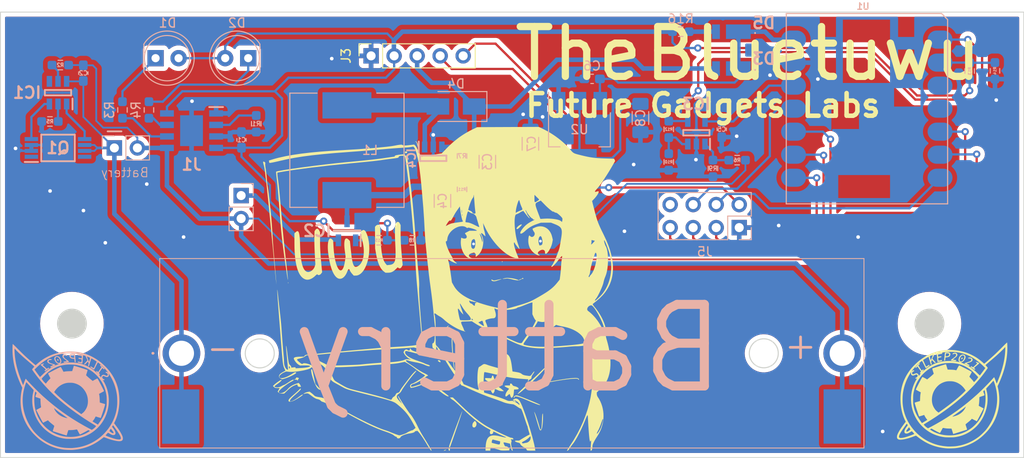
<source format=kicad_pcb>
(kicad_pcb (version 20211014) (generator pcbnew)
  (layers (0 "F.Cu" signal) (31 "B.Cu" signal) (34 "B.Paste" user) (35 "F.Paste" user) (36 "B.SilkS" user "B.Silkscreen") (37 "F.SilkS" user "F.Silkscreen") (38 "B.Mask" user) (39 "F.Mask" user) (44 "Edge.Cuts" user))
  (net 0 "")
  (net 1 "VBUS")
  (net 2 "GND")
  (net 3 "VBAT+")
  (net 4 "VBAT-")
  (net 5 "VBAT_5V")
  (net 6 "Net-(C4-Pad1)")
  (net 7 "+3V3")
  (net 8 "ESP_5V")
  (net 9 "Net-(C7-Pad1)")
  (net 10 "Net-(D1-Pad1)")
  (net 11 "Net-(D2-Pad1)")
  (net 12 "Net-(D4-Pad2)")
  (net 13 "Net-(D5-Pad2)")
  (net 14 "OD")
  (net 15 "Net-(IC1-Pad2)")
  (net 16 "OC")
  (net 18 "Net-(IC1-Pad5)")
  (net 19 "P_MOS_SWITCH")
  (net 20 "Net-(IC2-Pad2)")
  (net 21 "Net-(IC3-Pad1)")
  (net 22 "Net-(IC3-Pad3)")
  (net 23 "VBAT_SENSE")
  (net 24 "Net-(IC4-Pad3)")
  (net 26 "Net-(J1-Pad2)")
  (net 27 "LED_S")
  (net 28 "LED_C")
  (net 29 "SCL_0")
  (net 30 "SDA_0")
  (net 31 "CE")
  (net 32 "CNS")
  (net 33 "SCK")
  (net 34 "MOSI")
  (net 35 "MISO")
  (net 39 "CHARGE_SENSE")
  (footprint "Connector_PinSocket_2.54mm:PinSocket_1x05_P2.54mm_Vertical" (layer "F.Cu") (at 132.0673 99.8978 90)
    (fp_text reference "J3")
    (fp_text value "Battery Bluetooth Expansion")
  )
  (footprint "Connector_PinHeader_2.54mm:PinHeader_1x02_P2.54mm_Vertical" (layer "B.Cu") (at 117.729 115.311 180)
    (fp_text reference "J2" hide)
    (fp_text value "ON/OFF switch")
  )
  (footprint "A PAD litteraly just a PAD:A FUCKING PAD" (layer "B.Cu") (at 184.06 139.69 180)
    (fp_text reference "J6" hide)
    (fp_text value "Conn_01x01" hide)
  )
  (footprint "Resistor_SMD:R_0603_1608Metric_Pad0.98x0.95mm_HandSolder" (layer "B.Cu") (at 169.7863 112.3184 -90)
    (fp_text reference "R9")
    (fp_text value "10M")
  )
  (footprint "Connector_PinHeader_2.54mm:PinHeader_1x02_P2.54mm_Vertical" (layer "B.Cu") (at 103.7413 110.0578 -90)
    (fp_text reference "J4" hide)
    (fp_text value "Battery IN")
  )
  (footprint "SamacSys_Parts:SOT95P280X145-6N" (layer "B.Cu") (at 138.9253 111.2008 -90)
    (fp_text reference "IC4")
    (fp_text value "MT3608" hide)
  )
  (footprint "Resistor_SMD:R_0603_1608Metric_Pad0.98x0.95mm_HandSolder" (layer "B.Cu") (at 166.2303 97.2308 180)
    (fp_text reference "R16")
    (fp_text value "0")
  )
  (footprint "Resistor_SMD:R_0603_1608Metric_Pad0.98x0.95mm_HandSolder" (layer "B.Cu") (at 164.9095 111.6072 -90)
    (fp_text reference "R10")
    (fp_text value "4.99M")
  )
  (footprint "SamacSys_Parts:SOT95P280X145-6N" (layer "B.Cu") (at 97.5233 103.9618 90)
    (fp_text reference "IC1")
    (fp_text value "FS312F-G" hide)
  )
  (footprint "Capacitor_SMD:C_0603_1608Metric_Pad1.08x0.95mm_HandSolder" (layer "B.Cu") (at 117.7671 109.1688 90)
    (fp_text reference "C1")
    (fp_text value "10uF")
  )
  (footprint "Resistor_SMD:R_0603_1608Metric_Pad0.98x0.95mm_HandSolder" (layer "B.Cu") (at 142.1003 110.9468 -90)
    (fp_text reference "R7")
    (fp_text value " 7.5k")
  )
  (footprint "Capacitor_SMD:C_0603_1608Metric_Pad1.08x0.95mm_HandSolder" (layer "B.Cu") (at 100.3173 101.8028 -90)
    (fp_text reference "C2")
    (fp_text value "100n")
  )
  (footprint "Capacitor_SMD:C_1206_3216Metric_Pad1.33x1.80mm_HandSolder" (layer "B.Cu") (at 139.9413 115.8998 -90)
    (fp_text reference "C4")
    (fp_text value "22uF")
  )
  (footprint "Connector_PinHeader_2.54mm:PinHeader_2x04_P2.54mm_Vertical" (layer "B.Cu") (at 172.6819 118.8462 90)
    (fp_text reference "J5")
    (fp_text value "Conn_02x04_Odd_Even")
  )
  (footprint "SamacSys_Parts:CD123DB140LR" (layer "B.Cu") (at 171.8183 101.2948 180)
    (fp_text reference "D3")
    (fp_text value "CD123D-B140LR" hide)
  )
  (footprint "Resistor_SMD:R_0603_1608Metric_Pad0.98x0.95mm_HandSolder" (layer "B.Cu") (at 97.7773 100.9138 180)
    (fp_text reference "R2")
    (fp_text value "100")
  )
  (footprint "SamacSys_Parts:SOIC127P600X175-9N" (layer "B.Cu") (at 112.2553 108.1528 180)
    (fp_text reference "J1")
    (fp_text value "TP4056" hide)
  )
  (footprint "Resistor_SMD:R_0603_1608Metric_Pad0.98x0.95mm_HandSolder" (layer "B.Cu") (at 136.6266 120.2436)
    (fp_text reference "R8")
    (fp_text value "10k")
  )
  (footprint "SamacSys_Parts:CD123DB140LR" (layer "B.Cu") (at 171.8183 97.2308 180)
    (fp_text reference "D5")
    (fp_text value "CD123D-B140LR" hide)
  )
  (footprint "Resistor_SMD:R_0603_1608Metric_Pad0.98x0.95mm_HandSolder" (layer "B.Cu") (at 96.6343 107.1368 180)
    (fp_text reference "R5")
    (fp_text value "1k")
  )
  (footprint "SamacSys_Parts:SOP65P640X120-8N" (layer "B.Cu") (at 97.5233 110.0578)
    (fp_text reference "Q1")
    (fp_text value "FS8205A" hide)
  )
  (footprint "Capacitor_SMD:C_1206_3216Metric_Pad1.33x1.80mm_HandSolder" (layer "B.Cu") (at 149.6441 109.6006 90)
    (fp_text reference "C7")
    (fp_text value "22uF")
  )
  (footprint "Capacitor_SMD:C_0603_1608Metric_Pad1.08x0.95mm_HandSolder" (layer "B.Cu") (at 170.7515 108.0004 -90)
    (fp_text reference "C5")
    (fp_text value "100n")
  )
  (footprint "LED_THT:LED_D5.0mm" (layer "B.Cu") (at 108.2879 100.1518)
    (fp_text reference "D1")
    (fp_text value "GREEN")
  )
  (footprint "Resistor_SMD:R_0603_1608Metric_Pad0.98x0.95mm_HandSolder" (layer "B.Cu") (at 200.9013 101.5488 -90)
    (fp_text reference "R14")
    (fp_text value "10k")
  )
  (footprint "xiao ESP32C3_PCB:MOUDLE14P-SMD-2.54-21X17.8MM" (layer "B.Cu") (at 195.6743 116.22405 180)
    (fp_text reference "U1")
    (fp_text value "MOUDLE-SEEEDUINO-XIAO-ESP32C3")
  )
  (footprint "Package_TO_SOT_SMD:SOT-223-3_TabPin2" (layer "B.Cu") (at 155.0543 108.0258 -90)
    (fp_text reference "U2")
    (fp_text value "AMS1117-3.3")
  )
  (footprint "Resistor_SMD:R_0603_1608Metric_Pad0.98x0.95mm_HandSolder" (layer "B.Cu") (at 198.1073 101.5723 90)
    (fp_text reference "R13")
    (fp_text value "7.5k")
  )
  (footprint "Resistor_SMD:R_0603_1608Metric_Pad0.98x0.95mm_HandSolder" (layer "B.Cu") (at 164.9095 108.0004 90)
    (fp_text reference "R12")
    (fp_text value "0")
  )
  (footprint "Resistor_SMD:R_0603_1608Metric_Pad0.98x0.95mm_HandSolder" (layer "B.Cu") (at 142.1003 114.6298 -90)
    (fp_text reference "R11")
    (fp_text value "1k")
  )
  (footprint "Capacitor_SMD:C_0603_1608Metric_Pad1.08x0.95mm_HandSolder" (layer "B.Cu") (at 156.4513 102.4378 180)
    (fp_text reference "C6")
    (fp_text value "10uF")
  )
  (footprint "Capacitor_SMD:C_1206_3216Metric_Pad1.33x1.80mm_HandSolder" (layer "B.Cu") (at 144.8943 111.5818 -90)
    (fp_text reference "C3")
    (fp_text value "22uF")
  )
  (footprint "Resistor_SMD:R_0603_1608Metric_Pad0.98x0.95mm_HandSolder" (layer "B.Cu") (at 132.9436 120.2436 180)
    (fp_text reference "R15")
    (fp_text value "1k")
  )
  (footprint "Capacitor_SMD:C_1206_3216Metric_Pad1.33x1.80mm_HandSolder" (layer "B.Cu") (at 161.7853 106.7558 -90)
    (fp_text reference "C8")
    (fp_text value "22uF")
  )
  (footprint "Resistor_SMD:R_0603_1608Metric_Pad0.98x0.95mm_HandSolder" (layer "B.Cu") (at 172.4533 111.404 180)
    (fp_text reference "R6")
    (fp_text value "4.99M")
  )
  (footprint "Inductor_SMD:L_12x12mm_H6mm" (layer "B.Cu") (at 129.4003 110.3118 90)
    (fp_text reference "L1")
    (fp_text value "22uH")
  )
  (footprint "LED_THT:LED_D5.0mm" (layer "B.Cu") (at 118.5087 100.1518 180)
    (fp_text reference "D2")
    (fp_text value "RED")
  )
  (footprint "Diode_SMD:D_SMA" (layer "B.Cu") (at 141.4399 105.4858 180)
    (fp_text reference "D4")
    (fp_text value "SS34")
  )
  (footprint "SamacSys_Parts:SOT95P280X145-5N" (layer "B.Cu") (at 167.9575 108.3814 90)
    (fp_text reference "IC3")
    (fp_text value "LM321MF" hide)
  )
  (footprint "A PAD litteraly just a PAD:A FUCKING PAD" (layer "B.Cu") (at 111.08 139.7 180)
    (fp_text reference "J7" hide)
    (fp_text value "Conn_01x01" hide)
  )
  (footprint "Resistor_SMD:R_0603_1608Metric_Pad0.98x0.95mm_HandSolder" (layer "B.Cu") (at 119.3927 107.3908 -90)
    (fp_text reference "R1")
    (fp_text value "2k")
  )
  (footprint "SamacSys_Parts:SOT95P237X112-3N" (layer "B.Cu") (at 129.413 119.2022 90)
    (fp_text reference "IC2")
    (fp_text value "AO3401A" hide)
  )
  (footprint "Resistor_SMD:R_0603_1608Metric_Pad0.98x0.95mm_HandSolder" (layer "B.Cu") (at 107.5563 105.8668 -90)
    (fp_text reference "R4")
    (fp_text value "1k")
  )
  (footprint "SamacSys_Parts:BH18650PC" (layer "B.Cu") (at 111.143 132.715)
    (fp_text reference "BT1" hide)
    (fp_text value "BH-18650-PC" hide)
    (fp_circle (center 64.25 0) (end 65.85 0) (layer "Edge.Cuts") (width 0.12) (fill none))
    (fp_circle (center 8.64 0.01) (end 10.24 0.01) (layer "Edge.Cuts") (width 0.12) (fill none))
  )
  (footprint "Resistor_SMD:R_0603_1608Metric_Pad0.98x0.95mm_HandSolder" (layer "B.Cu") (at 104.6353 105.8668 -90)
    (fp_text reference "R3")
    (fp_text value "1k")
  )
  (gr_poly (pts (xy 98.26916 132.816094) (xy 98.253786 132.817006) (xy 98.223702 132.820856) (xy 98.194705 132.827307) (xy 98.167036 132.836242) (xy 98.153776 132.841603) (xy 98.140938 132.84754) (xy 98.128553 132.854038) (xy 98.116651 132.861082) (xy 98.105263 132.868658) (xy 98.094419 132.876749) (xy 98.084148 132.885343) (xy 98.074482 132.894422) (xy 98.06545 132.903974) (xy 98.057083 132.913982) (xy 98.049411 132.924432) (xy 98.042464 132.935308) (xy 98.036273 132.946597) (xy 98.030867 132.958283) (xy 98.026276 132.970351) (xy 98.022532 132.982786) (xy 98.019665 132.995574) (xy 98.017703 133.008699) (xy 98.016505 133.021326) (xy 98.015802 133.033704) (xy 98.015614 133.045861) (xy 98.015962 133.057824) (xy 98.016868 133.069623) (xy 98.018351 133.081285) (xy 98.020433 133.092839) (xy 98.023135 133.104313) (xy 98.026477 133.115734) (xy 98.03048 133.127132) (xy 98.035165 133.138533) (xy 98.040553 133.149968) (xy 98.046665 133.161463) (xy 98.053521 133.173047) (xy 98.061142 133.184749) (xy 98.06955 133.196595) (xy 98.078764 133.208615) (xy 98.088806 133.220837) (xy 98.099697 133.233289) (xy 98.111457 133.245998) (xy 98.137668 133.272305) (xy 98.167606 133.299982) (xy 98.201438 133.329255) (xy 98.23933 133.36035) (xy 98.281449 133.393493) (xy 98.327961 133.428908) (xy 98.362694 133.455227) (xy 98.395098 133.480229) (xy 98.424462 133.503333) (xy 98.450077 133.52396) (xy 98.471235 133.541531) (xy 98.487225 133.555467) (xy 98.49734 133.565188) (xy 98.499972 133.568288) (xy 98.500869 133.570116) (xy 98.500628 133.570733) (xy 98.499914 133.571412) (xy 98.498737 133.572152) (xy 98.497111 133.572949) (xy 98.492555 133.574705) (xy 98.48634 133.576663) (xy 98.478561 133.578802) (xy 98.469313 133.581102) (xy 98.446782 133.586107) (xy 98.419505 133.59152) (xy 98.388237 133.597184) (xy 98.353732 133.60294) (xy 98.316745 133.60863) (xy 98.13262 133.635806) (xy 98.142487 133.676091) (xy 98.145872 133.689221) (xy 98.147611 133.695158) (xy 98.149451 133.700684) (xy 98.151444 133.705806) (xy 98.153641 133.710531) (xy 98.156093 133.714865) (xy 98.158854 133.718816) (xy 98.161974 133.722389) (xy 98.165506 133.725591) (xy 98.1695 133.728429) (xy 98.17401 133.73091) (xy 98.179086 133.73304) (xy 98.184781 133.734825) (xy 98.191146 133.736273) (xy 98.198233 133.73739) (xy 98.206094 133.738182) (xy 98.214781 133.738656) (xy 98.224345 133.738819) (xy 98.234839 133.738678) (xy 98.246313 133.738238) (xy 98.25882 133.737507) (xy 98.272412 133.736492) (xy 98.28714 133.735198) (xy 98.320213 133.731802) (xy 98.358452 133.727373) (xy 98.402273 133.721964) (xy 98.452089 133.715627) (xy 98.45209 133.715627) (xy 98.555144 133.701827) (xy 98.640842 133.68922) (xy 98.70025 133.679198) (xy 98.717303 133.675592) (xy 98.722177 133.674217) (xy 98.724431 133.673155) (xy 98.726653 133.670616) (xy 98.728445 133.667876) (xy 98.729812 133.664938) (xy 98.730756 133.661806) (xy 98.731279 133.658483) (xy 98.731385 133.654975) (xy 98.731077 133.651284) (xy 98.730358 133.647414) (xy 98.72923 133.643369) (xy 98.727697 133.639152) (xy 98.725762 133.634768) (xy 98.723427 133.63022) (xy 98.720695 133.625512) (xy 98.717569 133.620647) (xy 98.714053 133.61563) (xy 98.710149 133.610465) (xy 98.70586 133.605154) (xy 98.701189 133.599701) (xy 98.69614 133.594112) (xy 98.690714 133.588388) (xy 98.678745 133.576555) (xy 98.665308 133.564231) (xy 98.650425 133.551447) (xy 98.634121 133.538233) (xy 98.616417 133.52462) (xy 98.597339 133.510636) (xy 98.482361 133.427535) (xy 98.390241 133.359036) (xy 98.31823 133.302625) (xy 98.288908 133.278168) (xy 98.263582 133.25579) (xy 98.24191 133.235177) (xy 98.223547 133.216015) (xy 98.208152 133.19799) (xy 98.195379 133.180788) (xy 98.184885 133.164095) (xy 98.176328 133.147595) (xy 98.169364 133.130976) (xy 98.163648 133.113922) (xy 98.159765 133.099708) (xy 98.156797 133.086045) (xy 98.154744 133.072937) (xy 98.153604 133.060387) (xy 98.153376 133.0484) (xy 98.154059 133.036978) (xy 98.155653 133.026125) (xy 98.158155 133.015846) (xy 98.161566 133.006142) (xy 98.163611 133.001508) (xy 98.165883 132.997018) (xy 98.168382 132.992675) (xy 98.171107 132.988478) (xy 98.174058 132.984428) (xy 98.177235 132.980525) (xy 98.180638 132.97677) (xy 98.184267 132.973162) (xy 98.192201 132.966394) (xy 98.201037 132.960223) (xy 98.210774 132.954653) (xy 98.223324 132.948741) (xy 98.236284 132.943755) (xy 98.249611 132.939694) (xy 98.263266 132.936554) (xy 98.277206 132.934332) (xy 98.29139 132.933026) (xy 98.305776 132.932633) (xy 98.320324 132.93315) (xy 98.334991 132.934575) (xy 98.349736 132.936904) (xy 98.364517 132.940136) (xy 98.379295 132.944266) (xy 98.394025 132.949294) (xy 98.408668 132.955214) (xy 98.423183 132.962026) (xy 98.437526 132.969726) (xy 98.503723 133.007569) (xy 98.532479 132.973353) (xy 98.537495 132.967352) (xy 98.541809 132.962027) (xy 98.543694 132.959583) (xy 98.545391 132.957267) (xy 98.546899 132.955064) (xy 98.548213 132.952961) (xy 98.549329 132.950944) (xy 98.550244 132.948999) (xy 98.550954 132.947113) (xy 98.551455 132.945272) (xy 98.551744 132.943462) (xy 98.551817 132.941669) (xy 98.55167 132.939879) (xy 98.5513 132.938079) (xy 98.550703 132.936255) (xy 98.549875 132.934393) (xy 98.548813 132.932479) (xy 98.547513 132.930499) (xy 98.545971 132.928441) (xy 98.544183 132.926289) (xy 98.542147 132.924031) (xy 98.539858 132.921651) (xy 98.537312 132.919138) (xy 98.534506 132.916476) (xy 98.5281 132.910653) (xy 98.520608 132.904072) (xy 98.512003 132.896622) (xy 98.506559 132.892167) (xy 98.500427 132.887591) (xy 98.493673 132.882928) (xy 98.486367 132.878214) (xy 98.478575 132.873482) (xy 98.470365 132.868766) (xy 98.461805 132.8641) (xy 98.452961 132.859519) (xy 98.443903 132.855056) (xy 98.434697 132.850747) (xy 98.425411 132.846624) (xy 98.416113 132.842723) (xy 98.406869 132.839077) (xy 98.397749 132.83572) (xy 98.388819 132.832687) (xy 98.380147 132.830012) (xy 98.364142 132.825744) (xy 98.348137 132.822261) (xy 98.332161 132.819548) (xy 98.316245 132.817589) (xy 98.300419 132.816371) (xy 98.284714 132.815877)) (layer "B.SilkS") (width 0) (fill solid))
  (gr_poly (pts (xy 95.920451 133.837359) (xy 95.917559 133.837571) (xy 95.914513 133.837915) (xy 95.911304 133.838394) (xy 95.907923 133.839009) (xy 95.90436 133.839762) (xy 95.900606 133.840654) (xy 95.896652 133.841686) (xy 95.888105 133.84418) (xy 95.878644 133.847256) (xy 95.868196 133.850926) (xy 95.856686 133.855202) (xy 95.844039 133.860096) (xy 95.830181 133.865622) (xy 95.7486 133.898091) (xy 95.712712 133.912088) (xy 95.686383 133.922121) (xy 95.681322 133.924097) (xy 95.676153 133.926295) (xy 95.670913 133.92869) (xy 95.66564 133.93126) (xy 95.660372 133.933981) (xy 95.655144 133.936831) (xy 95.649996 133.939785) (xy 95.644964 133.942822) (xy 95.640085 133.945918) (xy 95.635398 133.949049) (xy 95.63094 133.952193) (xy 95.626747 133.955326) (xy 95.622858 133.958425) (xy 95.61931 133.961467) (xy 95.616141 133.964429) (xy 95.613387 133.967288) (xy 95.611342 133.96966) (xy 95.609565 133.972017) (xy 95.608096 133.9744) (xy 95.60749 133.975614) (xy 95.606976 133.976849) (xy 95.606558 133.97811) (xy 95.606243 133.979404) (xy 95.606034 133.980734) (xy 95.605938 133.982106) (xy 95.605958 133.983524) (xy 95.6061 133.984995) (xy 95.606369 133.986522) (xy 95.60677 133.988112) (xy 95.607308 133.989768) (xy 95.607988 133.991497) (xy 95.608814 133.993302) (xy 95.609792 133.99519) (xy 95.610927 133.997166) (xy 95.612224 133.999233) (xy 95.615323 134.003666) (xy 95.619129 134.008528) (xy 95.623682 134.013861) (xy 95.629022 134.019705) (xy 95.635189 134.0261) (xy 95.642222 134.033086) (xy 95.650161 134.040705) (xy 95.659047 134.048997) (xy 95.66892 134.058002) (xy 95.679818 134.06776) (xy 95.691782 134.078313) (xy 95.704853 134.0897) (xy 95.719069 134.101961) (xy 95.751099 134.129271) (xy 95.788191 134.160566) (xy 95.830664 134.19617) (xy 95.878838 134.236406) (xy 95.93709 134.285479) (xy 95.991422 134.332162) (xy 96.040644 134.375369) (xy 96.083569 134.414013) (xy 96.119008 134.447007) (xy 96.145774 134.473267) (xy 96.162678 134.491706) (xy 96.167061 134.497652) (xy 96.168533 134.501236) (xy 96.168425 134.502476) (xy 96.168141 134.503833) (xy 96.167686 134.505305) (xy 96.167062 134.506885) (xy 96.166276 134.508568) (xy 96.165331 134.510351) (xy 96.162982 134.514196) (xy 96.160052 134.518379) (xy 96.156576 134.522864) (xy 96.152588 134.527611) (xy 96.148124 134.532582) (xy 96.14322 134.53774) (xy 96.137911 134.543046) (xy 96.132232 134.548461) (xy 96.126219 134.553948) (xy 96.119907 134.559468) (xy 96.113331 134.564983) (xy 96.106526 134.570455) (xy 96.099528 134.575845) (xy 96.030847 134.627594) (xy 96.064555 134.663475) (xy 96.068078 134.66713) (xy 96.071676 134.670683) (xy 96.075324 134.674115) (xy 96.078994 134.677407) (xy 96.082662 134.680542) (xy 96.086301 134.683501) (xy 96.089885 134.686265) (xy 96.093388 134.688816) (xy 96.096785 134.691136) (xy 96.100048 134.693207) (xy 96.103152 134.695009) (xy 96.106071 134.696525) (xy 96.108778 134.697736) (xy 96.111249 134.698624) (xy 96.113456 134.69917) (xy 96.114453 134.699309) (xy 96.115374 134.699356) (xy 96.116509 134.699165) (xy 96.118141 134.698597) (xy 96.12284 134.696371) (xy 96.129361 134.692753) (xy 96.137593 134.687817) (xy 96.158755 134.674292) (xy 96.185445 134.656397) (xy 96.216783 134.634732) (xy 96.251889 134.609896) (xy 96.289884 134.58249) (xy 96.329887 134.553112) (xy 96.329886 134.553112) (xy 96.473616 134.44572) (xy 96.520697 134.409854) (xy 96.541976 134.392884) (xy 96.54279 134.392025) (xy 96.543497 134.391103) (xy 96.544096 134.390119) (xy 96.544589 134.389073) (xy 96.544975 134.387968) (xy 96.545256 134.386803) (xy 96.545431 134.385581) (xy 96.545501 134.384301) (xy 96.545467 134.382966) (xy 96.545329 134.381576) (xy 96.545088 134.380132) (xy 96.544744 134.378636) (xy 96.544298 134.377088) (xy 96.54375 134.375489) (xy 96.5431 134.373841) (xy 96.54235 134.372144) (xy 96.541499 134.3704) (xy 96.540548 134.36861) (xy 96.539498 134.366774) (xy 96.53835 134.364894) (xy 96.537102 134.362971) (xy 96.535757 134.361006) (xy 96.532775 134.356953) (xy 96.529408 134.352745) (xy 96.525658 134.348389) (xy 96.521531 134.343894) (xy 96.517031 134.339269) (xy 96.4774 134.299638) (xy 96.382945 134.363781) (xy 96.351856 134.38478) (xy 96.339127 134.393171) (xy 96.328031 134.400224) (xy 96.318385 134.405989) (xy 96.310004 134.410517) (xy 96.302707 134.413857) (xy 96.299406 134.415098) (xy 96.296308 134.41606) (xy 96.293389 134.416752) (xy 96.290626 134.417178) (xy 96.287995 134.417345) (xy 96.285476 134.417259) (xy 96.283043 134.416927) (xy 96.280675 134.416355) (xy 96.278348 134.41555) (xy 96.27604 134.414516) (xy 96.271387 134.411793) (xy 96.266533 134.408235) (xy 96.261295 134.403893) (xy 96.255489 134.398818) (xy 96.186408 134.337216) (xy 96.115293 134.272627) (xy 95.980589 134.147367) (xy 95.923811 134.093139) (xy 95.878624 134.048807) (xy 95.848432 134.017591) (xy 95.840025 134.007909) (xy 95.836643 134.002713) (xy 95.836486 134.001685) (xy 95.83651 134.000543) (xy 95.836713 133.999291) (xy 95.83709 133.997934) (xy 95.837637 133.996476) (xy 95.838349 133.994922) (xy 95.839223 133.993275) (xy 95.840254 133.99154) (xy 95.842772 133.987824) (xy 95.845869 133.983809) (xy 95.849513 133.979529) (xy 95.85367 133.975019) (xy 95.858306 133.970314) (xy 95.86339 133.965449) (xy 95.868887 133.960458) (xy 95.874764 133.955376) (xy 95.880989 133.950239) (xy 95.887527 133.94508) (xy 95.894347 133.939936) (xy 95.901413 133.934839) (xy 95.926752 133.916684) (xy 95.936997 133.909002) (xy 95.945694 133.902119) (xy 95.952896 133.895937) (xy 95.958655 133.890356) (xy 95.961009 133.887761) (xy 95.963022 133.88528) (xy 95.964701 133.8829) (xy 95.966051 133.880608) (xy 95.967079 133.878394) (xy 95.967791 133.876244) (xy 95.968195 133.874146) (xy 95.968296 133.872088) (xy 95.968102 133.870057) (xy 95.967618 133.868042) (xy 95.966851 133.866029) (xy 95.965808 133.864008) (xy 95.964495 133.861964) (xy 95.962918 133.859886) (xy 95.959001 133.855579) (xy 95.954108 133.850989) (xy 95.948291 133.846016) (xy 95.946551 133.844639) (xy 95.944777 133.843374) (xy 95.942962 133.842224) (xy 95.941096 133.84119) (xy 95.939169 133.840273) (xy 95.937171 133.839476) (xy 95.935095 133.838799) (xy 95.93293 133.838245) (xy 95.930667 133.837814) (xy 95.928297 133.837508) (xy 95.925811 133.83733) (xy 95.923198 133.83728)) (layer "B.SilkS") (width 0) (fill solid))
  (gr_poly (pts (xy 97.485892 133.359979) (xy 97.483075 133.360217) (xy 97.480292 133.360674) (xy 97.477535 133.361351) (xy 97.474795 133.362247) (xy 97.472067 133.363362) (xy 97.469341 133.364696) (xy 97.466611 133.366249) (xy 97.463869 133.36802) (xy 97.461106 133.370009) (xy 97.458316 133.372216) (xy 97.455491 133.374641) (xy 97.449704 133.380143) (xy 97.443685 133.386512) (xy 97.441218 133.389364) (xy 97.438945 133.392253) (xy 97.436867 133.39518) (xy 97.434984 133.398146) (xy 97.433295 133.401152) (xy 97.431801 133.404197) (xy 97.430502 133.407282) (xy 97.429397 133.410408) (xy 97.428488 133.413576) (xy 97.427774 133.416786) (xy 97.427255 133.420038) (xy 97.426931 133.423334) (xy 97.426803 133.426673) (xy 97.42687 133.430057) (xy 97.427133 133.433486) (xy 97.427591 133.43696) (xy 97.428245 133.440481) (xy 97.429095 133.444048) (xy 97.430141 133.447662) (xy 97.431383 133.451324) (xy 97.432821 133.455034) (xy 97.434455 133.458794) (xy 97.436286 133.462603) (xy 97.438313 133.466462) (xy 97.440536 133.470371) (xy 97.442956 133.474332) (xy 97.445573 133.478345) (xy 97.448386 133.48241) (xy 97.454604 133.4907) (xy 97.461609 133.499206) (xy 97.463858 133.501612) (xy 97.466379 133.503922) (xy 97.469154 133.506135) (xy 97.472165 133.508247) (xy 97.475393 133.510256) (xy 97.478819 133.512159) (xy 97.48619 133.515638) (xy 97.49413 133.518661) (xy 97.50249 133.521208) (xy 97.511119 133.523255) (xy 97.519869 133.524784) (xy 97.528591 133.52577) (xy 97.537136 133.526194) (xy 97.545353 133.526034) (xy 97.553094 133.525268) (xy 97.556739 133.524651) (xy 97.560209 133.523875) (xy 97.563486 133.522936) (xy 97.56655 133.521832) (xy 97.569383 133.520561) (xy 97.571967 133.51912) (xy 97.574282 133.517506) (xy 97.57631 133.515716) (xy 97.578548 133.513226) (xy 97.580543 133.510485) (xy 97.5823 133.50751) (xy 97.583822 133.504317) (xy 97.585113 133.50092) (xy 97.586177 133.497336) (xy 97.587017 133.49358) (xy 97.587637 133.489668) (xy 97.588042 133.485616) (xy 97.588234 133.48144) (xy 97.588217 133.477154) (xy 97.587996 133.472776) (xy 97.586953 133.463802) (xy 97.585137 133.454644) (xy 97.582575 133.445427) (xy 97.5793 133.436278) (xy 97.575339 133.427321) (xy 97.570724 133.418682) (xy 97.56818 133.414521) (xy 97.565484 133.410487) (xy 97.562639 133.406595) (xy 97.559649 133.402862) (xy 97.556518 133.399302) (xy 97.553249 133.395932) (xy 97.549847 133.392766) (xy 97.546314 133.389822) (xy 97.537366 133.38297) (xy 97.52904 133.377013) (xy 97.521277 133.37195) (xy 97.514014 133.367778) (xy 97.510551 133.366025) (xy 97.507191 133.364495) (xy 97.503926 133.363186) (xy 97.500747 133.362099) (xy 97.497648 133.361233) (xy 97.49462 133.360589) (xy 97.491657 133.360165) (xy 97.48875 133.359962)) (layer "B.SilkS") (width 0) (fill solid))
  (gr_poly (pts (xy 96.61007 133.345267) (xy 96.598615 133.345975) (xy 96.587838 133.347131) (xy 96.577543 133.348771) (xy 96.567536 133.350931) (xy 96.557622 133.353649) (xy 96.547608 133.35696) (xy 96.537297 133.360902) (xy 96.526496 133.365509) (xy 96.51501 133.37082) (xy 96.489205 133.383695) (xy 96.476102 133.390693) (xy 96.463582 133.397901) (xy 96.451648 133.405316) (xy 96.440301 133.412932) (xy 96.429542 133.420747) (xy 96.419372 133.428757) (xy 96.409794 133.436957) (xy 96.400809 133.445345) (xy 96.392418 133.453916) (xy 96.384623 133.462666) (xy 96.377425 133.471591) (xy 96.370826 133.480689) (xy 96.364828 133.489954) (xy 96.359431 133.499383) (xy 96.354638 133.508973) (xy 96.350449 133.51872) (xy 96.346867 133.528619) (xy 96.343893 133.538667) (xy 96.341528 133.54886) (xy 96.339774 133.559194) (xy 96.338632 133.569666) (xy 96.338105 133.580271) (xy 96.338192 133.591007) (xy 96.338897 133.601868) (xy 96.34022 133.612852) (xy 96.342163 133.623954) (xy 96.344728 133.63517) (xy 96.347915 133.646498) (xy 96.351727 133.657932) (xy 96.356165 133.66947) (xy 96.36123 133.681107) (xy 96.366924 133.69284) (xy 96.3718 133.701938) (xy 96.377046 133.710826) (xy 96.382684 133.719515) (xy 96.388733 133.728016) (xy 96.395215 133.736341) (xy 96.40215 133.744501) (xy 96.409559 133.752507) (xy 96.417462 133.76037) (xy 96.42588 133.768102) (xy 96.434834 133.775715) (xy 96.444344 133.783219) (xy 96.454431 133.790626) (xy 96.465115 133.797948) (xy 96.476418 133.805195) (xy 96.48836 133.812379) (xy 96.500961 133.819511) (xy 96.514242 133.826603) (xy 96.528224 133.833666) (xy 96.558372 133.84775) (xy 96.591571 133.861854) (xy 96.627986 133.876069) (xy 96.667781 133.890486) (xy 96.711122 133.905195) (xy 96.758174 133.920286) (xy 96.809102 133.935851) (xy 96.841309 133.945681) (xy 96.871891 133.955386) (xy 96.900139 133.964716) (xy 96.925347 133.973421) (xy 96.946806 133.981249) (xy 96.96381 133.98795) (xy 96.97565 133.993274) (xy 96.979413 133.995341) (xy 96.981619 133.996969) (xy 96.982191 133.997791) (xy 96.982423 133.998766) (xy 96.982323 133.999891) (xy 96.981894 134.001162) (xy 96.981143 134.002576) (xy 96.980075 134.004129) (xy 96.978695 134.005816) (xy 96.97701 134.007635) (xy 96.975025 134.009581) (xy 96.972744 134.01165) (xy 96.967322 134.016144) (xy 96.960787 134.021087) (xy 96.953184 134.026448) (xy 96.944557 134.032197) (xy 96.93495 134.038304) (xy 96.924408 134.044738) (xy 96.912975 134.051469) (xy 96.900696 134.058466) (xy 96.887614 134.0657) (xy 96.873774 134.07314) (xy 96.85922 134.080756) (xy 96.804218 134.109638) (xy 96.75497 134.136366) (xy 96.716854 134.157963) (xy 96.703653 134.165908) (xy 96.695252 134.171455) (xy 96.690484 134.174978) (xy 96.686354 134.17816) (xy 96.684528 134.179648) (xy 96.682863 134.181081) (xy 96.681358 134.182469) (xy 96.680013 134.183822) (xy 96.678829 134.18515) (xy 96.677806 134.186462) (xy 96.676943 134.18777) (xy 96.676242 134.189083) (xy 96.675702 134.19041) (xy 96.675324 134.191763) (xy 96.675107 134.193151) (xy 96.675052 134.194584) (xy 96.675159 134.196071) (xy 96.675428 134.197624) (xy 96.67586 134.199252) (xy 96.676454 134.200965) (xy 96.677211 134.202773) (xy 96.678131 134.204686) (xy 96.679214 134.206715) (xy 96.68046 134.208869) (xy 96.68187 134.211157) (xy 96.683443 134.213591) (xy 96.687081 134.218935) (xy 96.691376 134.224979) (xy 96.696329 134.231805) (xy 96.69937 134.235865) (xy 96.702482 134.239808) (xy 96.70564 134.243614) (xy 96.708823 134.247262) (xy 96.712007 134.250731) (xy 96.715171 134.254003) (xy 96.718291 134.257056) (xy 96.721344 134.25987) (xy 96.724308 134.262425) (xy 96.72716 134.264701) (xy 96.729877 134.266677) (xy 96.732437 134.268333) (xy 96.734817 134.269649) (xy 96.736994 134.270604) (xy 96.738945 134.271179) (xy 96.739829 134.271317) (xy 96.740648 134.271353) (xy 96.743446 134.270691) (xy 96.748609 134.268814) (xy 96.765506 134.261664) (xy 96.790292 134.250399) (xy 96.82192 134.235519) (xy 96.859344 134.217522) (xy 96.901517 134.196908) (xy 96.94739 134.174173) (xy 96.995919 134.149818) (xy 96.99592 134.149818) (xy 96.995921 134.149818) (xy 97.08912 134.10179) (xy 97.165441 134.06062) (xy 97.194812 134.043977) (xy 97.21701 134.03069) (xy 97.231051 134.021307) (xy 97.234705 134.01825) (xy 97.23595 134.016375) (xy 97.235757 134.01275) (xy 97.235165 134.009164) (xy 97.234157 134.005611) (xy 97.232712 134.00208) (xy 97.230812 133.998563) (xy 97.228438 133.995052) (xy 97.225572 133.991536) (xy 97.222194 133.988008) (xy 97.218286 133.984459) (xy 97.213829 133.980879) (xy 97.208804 133.97726) (xy 97.203192 133.973593) (xy 97.196975 133.969869) (xy 97.190133 133.966079) (xy 97.182648 133.962215) (xy 97.174502 133.958267) (xy 97.165674 133.954227) (xy 97.156147 133.950086) (xy 97.145902 133.945835) (xy 97.134919 133.941465) (xy 97.12318 133.936967) (xy 97.110666 133.932333) (xy 97.083239 133.922618) (xy 97.052486 133.912252) (xy 97.018257 133.901162) (xy 96.980402 133.889277) (xy 96.93877 133.876528) (xy 96.822956 133.840018) (xy 96.77286 133.822972) (xy 96.727655 133.806548) (xy 96.687103 133.790605) (xy 96.650968 133.775003) (xy 96.619012 133.759604) (xy 96.590997 133.744267) (xy 96.566686 133.728854) (xy 96.545842 133.713224) (xy 96.528227 133.697238) (xy 96.513604 133.680757) (xy 96.501736 133.663642) (xy 96.492386 133.645752) (xy 96.485315 133.626949) (xy 96.480287 133.607092) (xy 96.47903 133.600163) (xy 96.478136 133.593635) (xy 96.477628 133.587446) (xy 96.47753 133.58153) (xy 96.477642 133.578655) (xy 96.477866 133.575824) (xy 96.478204 133.573031) (xy 96.478659 133.570266) (xy 96.479235 133.567522) (xy 96.479933 133.564791) (xy 96.480759 133.562064) (xy 96.481713 133.559335) (xy 96.482799 133.556595) (xy 96.484021 133.553836) (xy 96.486882 133.548228) (xy 96.490318 133.54245) (xy 96.494355 133.536437) (xy 96.499016 133.530126) (xy 96.504323 133.523452) (xy 96.510303 133.516353) (xy 96.516976 133.508765) (xy 96.52501 133.499848) (xy 96.532285 133.492026) (xy 96.539037 133.48523) (xy 96.542291 133.482194) (xy 96.545502 133.479387) (xy 96.548701 133.476802) (xy 96.551917 133.474429) (xy 96.555179 133.472259) (xy 96.558517 133.470284) (xy 96.56196 133.468494) (xy 96.565538 133.466882) (xy 96.56928 133.465437) (xy 96.573216 133.464151) (xy 96.577375 133.463016) (xy 96.581787 133.462023) (xy 96.586481 133.461162) (xy 96.591487 133.460425) (xy 96.596834 133.459803) (xy 96.602552 133.459288) (xy 96.608671 133.45887) (xy 96.615219 133.458541) (xy 96.629722 133.458113) (xy 96.646298 133.457934) (xy 96.686614 133.45804) (xy 96.725724 133.458133) (xy 96.75574 133.457644) (xy 96.767752 133.457071) (xy 96.777989 133.456219) (xy 96.786617 133.455045) (xy 96.793801 133.453503) (xy 96.799708 133.45155) (xy 96.804505 133.449141) (xy 96.808357 133.446233) (xy 96.81143 133.442779) (xy 96.813891 133.438737) (xy 96.815906 133.434062) (xy 96.81764 133.428709) (xy 96.81926 133.422634) (xy 96.820412 133.417699) (xy 96.821323 133.412989) (xy 96.821983 133.408499) (xy 96.822383 133.404224) (xy 96.822511 133.400156) (xy 96.822356 133.39629) (xy 96.821908 133.39262) (xy 96.821156 133.38914) (xy 96.82009 133.385845) (xy 96.818699 133.382727) (xy 96.816972 133.379782) (xy 96.814899 133.377003) (xy 96.812469 133.374384) (xy 96.809671 133.37192) (xy 96.806495 133.369604) (xy 96.80293 133.36743) (xy 96.798966 133.365393) (xy 96.794591 133.363487) (xy 96.789795 133.361705) (xy 96.784568 133.360041) (xy 96.778899 133.358491) (xy 96.772777 133.357047) (xy 96.766191 133.355704) (xy 96.759132 133.354455) (xy 96.751587 133.353296) (xy 96.743548 133.352219) (xy 96.725939 133.350291) (xy 96.706222 133.348623) (xy 96.68431 133.347168) (xy 96.650442 133.345465) (xy 96.635788 133.345048) (xy 96.622396 133.34497)) (layer "B.SilkS") (width 0) (fill solid))
  (gr_poly (pts (xy 99.088874 132.767164) (xy 99.059682 132.768572) (xy 99.032243 132.770905) (xy 99.006496 132.774176) (xy 98.982376 132.778398) (xy 98.959822 132.783584) (xy 98.93877 132.789747) (xy 98.919157 132.796898) (xy 98.900921 132.805051) (xy 98.883998 132.814219) (xy 98.868326 132.824413) (xy 98.853842 132.835648) (xy 98.840483 132.847935) (xy 98.83255 132.855989) (xy 98.825491 132.86347) (xy 98.819255 132.870511) (xy 98.813793 132.877251) (xy 98.811336 132.880549) (xy 98.809054 132.883822) (xy 98.806941 132.887088) (xy 98.80499 132.890362) (xy 98.803195 132.893662) (xy 98.80155 132.897005) (xy 98.800048 132.900408) (xy 98.798683 132.903888) (xy 98.79745 132.907461) (xy 98.796341 132.911145) (xy 98.795351 132.914957) (xy 98.794473 132.918913) (xy 98.793702 132.92303) (xy 98.79303 132.927326) (xy 98.79196 132.93652) (xy 98.791216 132.946632) (xy 98.790746 132.957795) (xy 98.7905 132.970147) (xy 98.790429 132.983821) (xy 98.790805 133.003136) (xy 98.791934 133.02187) (xy 98.793818 133.040025) (xy 98.79646 133.057604) (xy 98.799861 133.074607) (xy 98.804023 133.091037) (xy 98.80895 133.106897) (xy 98.814642 133.122186) (xy 98.821103 133.136909) (xy 98.828334 133.151065) (xy 98.836337 133.164658) (xy 98.845115 133.177688) (xy 98.85467 133.190159) (xy 98.865003 133.202071) (xy 98.876118 133.213427) (xy 98.888016 133.224228) (xy 98.9007 133.234476) (xy 98.914171 133.244174) (xy 98.928432 133.253322) (xy 98.943484 133.261923) (xy 98.959331 133.269979) (xy 98.975974 133.277491) (xy 98.993415 133.284462) (xy 99.011657 133.290892) (xy 99.030701 133.296785) (xy 99.050551 133.302142) (xy 99.071207 133.306964) (xy 99.092673 133.311254) (xy 99.114949 133.315013) (xy 99.13804 133.318243) (xy 99.186669 133.323126) (xy 99.209987 133.325157) (xy 99.232429 133.327596) (xy 99.253456 133.330348) (xy 99.272528 133.333323) (xy 99.289103 133.336427) (xy 99.302641 133.33957) (xy 99.308102 133.341126) (xy 99.312602 133.342658) (xy 99.316072 133.344153) (xy 99.318445 133.345599) (xy 99.319355 133.346488) (xy 99.320279 133.347729) (xy 99.322166 133.351228) (xy 99.324092 133.356018) (xy 99.326043 133.36202) (xy 99.328004 133.369154) (xy 99.329962 133.377341) (xy 99.331901 133.386503) (xy 99.333809 133.396561) (xy 99.33567 133.407434) (xy 99.337471 133.419045) (xy 99.339197 133.431314) (xy 99.340833 133.444162) (xy 99.342367 133.457511) (xy 99.343783 133.47128) (xy 99.345067 133.485392) (xy 99.346205 133.499766) (xy 99.350987 133.562741) (xy 99.355453 133.610341) (xy 99.357837 133.629047) (xy 99.360465 133.644717) (xy 99.363446 133.657618) (xy 99.366887 133.66802) (xy 99.370896 133.676191) (xy 99.373147 133.679524) (xy 99.37558 133.682401) (xy 99.378209 133.684854) (xy 99.381048 133.686917) (xy 99.38411 133.688625) (xy 99.387408 133.69001) (xy 99.394766 133.691947) (xy 99.403232 133.692998) (xy 99.423916 133.693516) (xy 99.431804 133.69345) (xy 99.43888 133.693234) (xy 99.445183 133.692841) (xy 99.450756 133.692243) (xy 99.455639 133.691413) (xy 99.457834 133.690903) (xy 99.459872 133.690325) (xy 99.461758 133.689675) (xy 99.463497 133.68895) (xy 99.465094 133.688147) (xy 99.466554 133.687263) (xy 99.467883 133.686293) (xy 99.469085 133.685235) (xy 99.470166 133.684085) (xy 99.47113 133.682839) (xy 99.471984 133.681495) (xy 99.472731 133.680049) (xy 99.473377 133.678497) (xy 99.473927 133.676837) (xy 99.474387 133.675064) (xy 99.47476 133.673176) (xy 99.475271 133.669038) (xy 99.475501 133.664397) (xy 99.47549 133.659226) (xy 99.475491 133.659226) (xy 99.461385 133.494441) (xy 99.43133 133.199733) (xy 99.427702 133.166644) (xy 99.305787 133.166644) (xy 99.305371 133.178698) (xy 99.304788 133.183989) (xy 99.303944 133.18881) (xy 99.302833 133.193179) (xy 99.301449 133.197111) (xy 99.299784 133.200624) (xy 99.297833 133.203733) (xy 99.295587 133.206456) (xy 99.293042 133.208809) (xy 99.290188 133.210808) (xy 99.287021 133.21247) (xy 99.283533 133.213811) (xy 99.279717 133.214848) (xy 99.275567 133.215598) (xy 99.271076 133.216077) (xy 99.261043 133.216287) (xy 99.249565 133.215611) (xy 99.236586 133.214182) (xy 99.106774 133.197783) (xy 99.106773 133.197783) (xy 99.094594 133.195957) (xy 99.082726 133.19357) (xy 99.071181 133.19064) (xy 99.059974 133.187187) (xy 99.049118 133.18323) (xy 99.038626 133.178787) (xy 99.028511 133.173877) (xy 99.018787 133.16852) (xy 99.009466 133.162735) (xy 99.000563 133.15654) (xy 98.992089 133.149955) (xy 98.98406 133.142998) (xy 98.976487 133.135688) (xy 98.969384 133.128045) (xy 98.962765 133.120087) (xy 98.956642 133.111834) (xy 98.95103 133.103304) (xy 98.94594 133.094516) (xy 98.941387 133.085489) (xy 98.937384 133.076243) (xy 98.933944 133.066796) (xy 98.93108 133.057167) (xy 98.928806 133.047376) (xy 98.927134 133.037441) (xy 98.926079 133.027381) (xy 98.925653 133.017215) (xy 98.92587 133.006962) (xy 98.926742 132.996641) (xy 98.928284 132.986271) (xy 98.930508 132.975872) (xy 98.933428 132.965461) (xy 98.937057 132.955059) (xy 98.93884 132.950903) (xy 98.940949 132.946869) (xy 98.943385 132.942957) (xy 98.946143 132.939169) (xy 98.949223 132.935505) (xy 98.952623 132.931965) (xy 98.95634 132.928551) (xy 98.960372 132.925262) (xy 98.964718 132.9221) (xy 98.969375 132.919065) (xy 98.974342 132.916157) (xy 98.979616 132.913378) (xy 98.985196 132.910729) (xy 98.991079 132.908209) (xy 98.997264 132.905819) (xy 99.003748 132.903561) (xy 99.01053 132.901435) (xy 99.017607 132.89944) (xy 99.024978 132.897579) (xy 99.03264 132.895852) (xy 99.040592 132.894259) (xy 99.048832 132.892801) (xy 99.066165 132.890293) (xy 99.084625 132.888334) (xy 99.104195 132.886927) (xy 99.12486 132.88608) (xy 99.146603 132.885796) (xy 99.188716 132.885326) (xy 99.205373 132.885284) (xy 99.219481 132.885853) (xy 99.225668 132.886481) (xy 99.231326 132.887398) (xy 99.23649 132.88865) (xy 99.241196 132.890282) (xy 99.245481 132.892339) (xy 99.24938 132.894867) (xy 99.252929 132.897911) (xy 99.256164 132.901516) (xy 99.259121 132.905729) (xy 99.261836 132.910594) (xy 99.264345 132.916156) (xy 99.266684 132.922461) (xy 99.268888 132.929555) (xy 99.270995 132.937483) (xy 99.275056 132.956021) (xy 99.279156 132.97844) (xy 99.283582 133.005101) (xy 99.294562 133.072604) (xy 99.2984 133.096355) (xy 99.301495 133.117502) (xy 99.303794 133.136178) (xy 99.305243 133.152514) (xy 99.305787 133.166644) (xy 99.427702 133.166644) (xy 99.400322 132.916925) (xy 99.389146 132.824303) (xy 99.383356 132.787841) (xy 99.382806 132.787477) (xy 99.381869 132.787089) (xy 99.378876 132.786252) (xy 99.374458 132.785338) (xy 99.368697 132.784357) (xy 99.35347 132.782227) (xy 99.333848 132.779933) (xy 99.310482 132.777546) (xy 99.284023 132.775138) (xy 99.255125 132.772778) (xy 99.224437 132.770539) (xy 99.187602 132.76837) (xy 99.152771 132.767076) (xy 99.119883 132.76667)) (layer "B.SilkS") (width 0) (fill solid))
  (gr_poly (pts (xy 92.525554 131.7026) (xy 92.523078 131.708826) (xy 92.521396 131.717074) (xy 92.519498 131.73321) (xy 92.517335 131.760589) (xy 92.512514 131.843159) (xy 92.507535 131.952936) (xy 92.503001 132.078076) (xy 92.499275 132.328198) (xy 92.504013 132.57975) (xy 92.517221 132.832762) (xy 92.538905 133.087266) (xy 92.569074 133.343289) (xy 92.607732 133.600862) (xy 92.654888 133.860015) (xy 92.710548 134.120777) (xy 92.774719 134.383178) (xy 92.847407 134.647249) (xy 92.92862 134.913018) (xy 93.018364 135.180516) (xy 93.116647 135.449772) (xy 93.223474 135.720816) (xy 93.338853 135.993678) (xy 93.462791 136.268388) (xy 93.579441 136.519159) (xy 93.542098 136.679867) (xy 93.5109 136.82206) (xy 93.483274 136.964676) (xy 93.459223 137.107602) (xy 93.438752 137.25073) (xy 93.421863 137.393947) (xy 93.408559 137.537145) (xy 93.398845 137.680212) (xy 93.392723 137.823038) (xy 93.390197 137.965512) (xy 93.391269 138.107524) (xy 93.395945 138.248963) (xy 93.404226 138.389718) (xy 93.416116 138.52968) (xy 93.431619 138.668737) (xy 93.450737 138.806779) (xy 93.473475 138.943696) (xy 93.506016 139.107946) (xy 93.544332 139.271572) (xy 93.588337 139.434393) (xy 93.637946 139.596227) (xy 93.693071 139.756893) (xy 93.753628 139.91621) (xy 93.819529 140.073996) (xy 93.890688 140.230071) (xy 93.96702 140.384252) (xy 94.048437 140.53636) (xy 94.134855 140.686212) (xy 94.226186 140.833627) (xy 94.322346 140.978424) (xy 94.423246 141.120422) (xy 94.528802 141.25944) (xy 94.638927 141.395295) (xy 94.719343 141.487593) (xy 94.814207 141.590272) (xy 94.919206 141.699097) (xy 95.030025 141.809832) (xy 95.142353 141.918241) (xy 95.251875 142.020089) (xy 95.354279 142.111139) (xy 95.445252 142.187155) (xy 95.597814 142.30504) (xy 95.753621 142.417105) (xy 95.912558 142.523301) (xy 96.07451 142.62358) (xy 96.239363 142.717895) (xy 96.407001 142.806195) (xy 96.577309 142.888435) (xy 96.750173 142.964564) (xy 96.925478 143.034536) (xy 97.103109 143.098302) (xy 97.282952 143.155813) (xy 97.46489 143.207022) (xy 97.648811 143.251881) (xy 97.834598 143.290341) (xy 98.022136 143.322353) (xy 98.211312 143.347871) (xy 98.301455 143.35629) (xy 98.417016 143.363926) (xy 98.548872 143.370488) (xy 98.687902 143.375688) (xy 98.824985 143.379237) (xy 98.950998 143.380845) (xy 99.056821 143.380224) (xy 99.133332 143.377085) (xy 99.133331 143.377083) (xy 99.370138 143.355297) (xy 99.600701 143.326523) (xy 99.825436 143.2906) (xy 100.044759 143.247365) (xy 100.259086 143.196654) (xy 100.468835 143.138306) (xy 100.674422 143.072158) (xy 100.876264 142.998047) (xy 101.074776 142.91581) (xy 101.270377 142.825285) (xy 101.463481 142.726308) (xy 101.654506 142.618718) (xy 101.843869 142.502352) (xy 102.031985 142.377046) (xy 102.219272 142.242639) (xy 102.406146 142.098967) (xy 102.439358 142.072827) (xy 102.470913 142.04844) (xy 102.50008 142.026341) (xy 102.526128 142.007063) (xy 102.548326 141.991139) (xy 102.565941 141.979105) (xy 102.578243 141.971492) (xy 102.582173 141.969512) (xy 102.584499 141.968836) (xy 102.587442 141.96939) (xy 102.593179 141.971016) (xy 102.612425 141.977262) (xy 102.641019 141.987137) (xy 102.677743 142.000203) (xy 102.770706 142.034156) (xy 102.881567 142.075617) (xy 103.002126 142.120177) (xy 103.118793 142.161226) (xy 103.232457 142.199032) (xy 103.344005 142.233862) (xy 103.454324 142.265985) (xy 103.564302 142.295668) (xy 103.674825 142.32318) (xy 103.786783 142.348787) (xy 103.87738 142.367685) (xy 103.96257 142.383485) (xy 104.04246 142.396178) (xy 104.117155 142.405754) (xy 104.186762 142.412205) (xy 104.251388 142.41552) (xy 104.31114 142.415692) (xy 104.366125 142.412709) (xy 104.416448 142.406564) (xy 104.462216 142.397247) (xy 104.503537 142.384749) (xy 104.540516 142.369061) (xy 104.573261 142.350173) (xy 104.601877 142.328075) (xy 104.626473 142.30276) (xy 104.647153 142.274217) (xy 104.651334 142.266997) (xy 104.655236 142.259244) (xy 104.662206 142.242231) (xy 104.668064 142.223362) (xy 104.672811 142.202821) (xy 104.676449 142.180791) (xy 104.67898 142.157455) (xy 104.680405 142.132998) (xy 104.680726 142.107601) (xy 104.680134 142.087772) (xy 104.458274 142.087772) (xy 104.45767 142.099696) (xy 104.456365 142.111037) (xy 104.454359 142.121801) (xy 104.45165 142.131993) (xy 104.448241 142.141619) (xy 104.444129 142.150686) (xy 104.439315 142.1592) (xy 104.433799 142.167167) (xy 104.427581 142.174592) (xy 104.42066 142.181482) (xy 104.413038 142.187843) (xy 104.404712 142.19368) (xy 104.395684 142.199001) (xy 104.385952 142.20381) (xy 104.364381 142.211921) (xy 104.346147 142.216536) (xy 104.325033 142.220032) (xy 104.301232 142.222427) (xy 104.274936 142.223739) (xy 104.246338 142.223986) (xy 104.215631 142.223186) (xy 104.183006 142.221358) (xy 104.148657 142.218521) (xy 104.112776 142.214691) (xy 104.075554 142.209888) (xy 104.037186 142.20413) (xy 103.997863 142.197435) (xy 103.957777 142.189822) (xy 103.917121 142.181308) (xy 103.876088 142.171912) (xy 103.83487 142.161653) (xy 103.693685 142.121693) (xy 103.528791 142.069751) (xy 103.353299 142.010617) (xy 103.180318 141.949081) (xy 103.022958 141.889931) (xy 102.894326 141.837957) (xy 102.807534 141.797948) (xy 102.783924 141.783927) (xy 102.777783 141.778675) (xy 102.77569 141.774694) (xy 102.776399 141.771972) (xy 102.778468 141.767876) (xy 102.786338 141.755946) (xy 102.798606 141.73967) (xy 102.814575 141.719814) (xy 102.854842 141.672426) (xy 102.901577 141.619912) (xy 102.949221 141.568399) (xy 102.992213 141.524016) (xy 103.010227 141.506414) (xy 103.024994 141.492893) (xy 103.035817 141.484218) (xy 103.039533 141.481938) (xy 103.042003 141.481156) (xy 103.044124 141.481645) (xy 103.04779 141.483078) (xy 103.052913 141.485409) (xy 103.059408 141.488588) (xy 103.076157 141.497298) (xy 103.09734 141.508823) (xy 103.122257 141.522775) (xy 103.150209 141.53877) (xy 103.180497 141.55642) (xy 103.212423 141.57534) (xy 103.285701 141.618201) (xy 103.34988 141.653603) (xy 103.378978 141.668678) (xy 103.406305 141.682092) (xy 103.43203 141.693914) (xy 103.456321 141.704211) (xy 103.479346 141.713052) (xy 103.501273 141.720504) (xy 103.522271 141.726636) (xy 103.542508 141.731516) (xy 103.562152 141.735212) (xy 103.581371 141.737791) (xy 103.600333 141.739323) (xy 103.619207 141.739874) (xy 103.649881 141.739026) (xy 103.678478 141.73623) (xy 103.704999 141.731525) (xy 103.729448 141.724953) (xy 103.751825 141.716553) (xy 103.772133 141.706367) (xy 103.790374 141.694434) (xy 103.806549 141.680796) (xy 103.820661 141.665493) (xy 103.832713 141.648566) (xy 103.842705 141.630055) (xy 103.850639 141.610001) (xy 103.856519 141.588445) (xy 103.860345 141.565426) (xy 103.862119 141.540986) (xy 103.861845 141.515165) (xy 103.859523 141.488004) (xy 103.857318 141.473637) (xy 103.650704 141.473637) (xy 103.650287 141.481049) (xy 103.649089 141.487944) (xy 103.647129 141.494312) (xy 103.644424 141.500143) (xy 103.640993 141.505426) (xy 103.636853 141.51015) (xy 103.632023 141.514307) (xy 103.626521 141.517886) (xy 103.620364 141.520875) (xy 103.613571 141.523267) (xy 103.606161 141.525049) (xy 103.59815 141.526212) (xy 103.589558 141.526746) (xy 103.580401 141.526641) (xy 103.5707 141.525885) (xy 103.56047 141.52447) (xy 103.549732 141.522385) (xy 103.538502 141.51962) (xy 103.526799 141.516164) (xy 103.51464 141.512008) (xy 103.502045 141.50714) (xy 103.48903 141.501552) (xy 103.475615 141.495232) (xy 103.461817 141.488172) (xy 103.444556 141.478574) (xy 103.425851 141.467422) (xy 103.385453 141.441464) (xy 103.343302 141.412328) (xy 103.302077 141.382041) (xy 103.264459 141.352634) (xy 103.233127 141.326134) (xy 103.220656 141.314608) (xy 103.21076 141.30457) (xy 103.203776 141.296273) (xy 103.200039 141.289971) (xy 103.199841 141.287636) (xy 103.200512 141.284077) (xy 103.204239 141.273631) (xy 103.210785 141.259336) (xy 103.219715 141.24189) (xy 103.242983 141.200349) (xy 103.27056 141.154612) (xy 103.298965 141.110282) (xy 103.324714 141.072962) (xy 103.335504 141.058682) (xy 103.344325 141.048256) (xy 103.35074 141.042384) (xy 103.352909 141.041374) (xy 103.354314 141.041766) (xy 103.374616 141.06632) (xy 103.407552 141.108158) (xy 103.493702 141.220458) (xy 103.577518 141.332207) (xy 103.607537 141.373355) (xy 103.623755 141.396942) (xy 103.630236 141.408125) (xy 103.635792 141.418872) (xy 103.640441 141.429174) (xy 103.6442 141.439019) (xy 103.647087 141.448398) (xy 103.649122 141.457301) (xy 103.650321 141.465717) (xy 103.650704 141.473637) (xy 103.857318 141.473637) (xy 103.855156 141.459544) (xy 103.848745 141.429824) (xy 103.840294 141.398886) (xy 103.829802 141.36677) (xy 103.817274 141.333517) (xy 103.80271 141.299167) (xy 103.786113 141.263761) (xy 103.767484 141.22734) (xy 103.746826 141.189943) (xy 103.72414 141.151612) (xy 103.699429 141.112387) (xy 103.672695 141.07231) (xy 103.643939 141.031419) (xy 103.613164 140.989757) (xy 103.580371 140.947363) (xy 103.549275 140.907829) (xy 103.536718 140.891547) (xy 103.526021 140.877292) (xy 103.517084 140.864842) (xy 103.509805 140.853976) (xy 103.504085 140.844472) (xy 103.499824 140.836109) (xy 103.496919 140.828664) (xy 103.495945 140.825217) (xy 103.495272 140.821917) (xy 103.494888 140.818735) (xy 103.494781 140.815644) (xy 103.494938 140.812617) (xy 103.495346 140.809626) (xy 103.496866 140.80364) (xy 103.499242 140.797463) (xy 103.502372 140.790876) (xy 103.506156 140.783655) (xy 103.511431 140.774358) (xy 103.517884 140.76388) (xy 103.525266 140.75258) (xy 103.533325 140.740817) (xy 103.541811 140.728949) (xy 103.550473 140.717334) (xy 103.559059 140.70633) (xy 103.567319 140.696296) (xy 103.573254 140.689388) (xy 103.578637 140.683303) (xy 103.583512 140.678024) (xy 103.587922 140.673533) (xy 103.591913 140.669811) (xy 103.593765 140.668233) (xy 103.595528 140.666841) (xy 103.597208 140.665632) (xy 103.598811 140.664605) (xy 103.600341 140.663756) (xy 103.601806 140.663084) (xy 103.603209 140.662587) (xy 103.604557 140.662261) (xy 103.605855 140.662106) (xy 103.607109 140.662118) (xy 103.608324 140.662296) (xy 103.609506 140.662637) (xy 103.610659 140.663139) (xy 103.611791 140.6638) (xy 103.612905 140.664617) (xy 103.614009 140.665588) (xy 103.615106 140.666712) (xy 103.616203 140.667985) (xy 103.618419 140.670971) (xy 103.620699 140.67453) (xy 103.641609 140.705389) (xy 103.687803 140.771707) (xy 103.752456 140.863731) (xy 103.828741 140.97171) (xy 104.031631 141.262238) (xy 104.114034 141.383852) (xy 104.184975 141.491608) (xy 104.245382 141.586937) (xy 104.296179 141.671271) (xy 104.338294 141.746041) (xy 104.372651 141.81268) (xy 104.393154 141.856168) (xy 104.410858 141.896958) (xy 104.425764 141.9351) (xy 104.43787 141.970641) (xy 104.447175 142.003631) (xy 104.453678 142.034117) (xy 104.457378 142.062148) (xy 104.458274 142.087772) (xy 104.680134 142.087772) (xy 104.679945 142.081449) (xy 104.678063 142.054724) (xy 104.675082 142.027612) (xy 104.671004 142.000294) (xy 104.66583 141.972954) (xy 104.659562 141.945775) (xy 104.652201 141.918942) (xy 104.643749 141.892637) (xy 104.62219 141.834759) (xy 104.596285 141.773027) (xy 104.566116 141.707569) (xy 104.531763 141.638515) (xy 104.493307 141.565993) (xy 104.450828 141.490134) (xy 104.404408 141.411066) (xy 104.354126 141.328918) (xy 104.300063 141.243821) (xy 104.242301 141.155903) (xy 104.115999 140.972121) (xy 103.975864 140.778606) (xy 103.822542 140.576394) (xy 103.711155 140.432561) (xy 103.782754 140.29011) (xy 103.862328 140.121274) (xy 103.935507 139.944491) (xy 104.002188 139.760514) (xy 104.062267 139.570095) (xy 104.115639 139.373985) (xy 104.162201 139.172936) (xy 104.201847 138.967702) (xy 104.234475 138.759033) (xy 104.25998 138.547682) (xy 104.278258 138.334401) (xy 104.289205 138.119943) (xy 104.291006 138.009752) (xy 104.06148 138.009752) (xy 104.060978 138.168807) (xy 104.057071 138.314446) (xy 104.049567 138.439194) (xy 104.033697 138.599267) (xy 104.013037 138.757799) (xy 103.987588 138.914787) (xy 103.95735 139.07023) (xy 103.922326 139.224122) (xy 103.882516 139.376464) (xy 103.83792 139.52725) (xy 103.78854 139.67648) (xy 103.734377 139.824149) (xy 103.675431 139.970256) (xy 103.611704 140.114797) (xy 103.543197 140.257771) (xy 103.469909 140.399173) (xy 103.391844 140.539002) (xy 103.309 140.677255) (xy 103.22138 140.81393) (xy 103.05027 141.057118) (xy 102.866829 141.28903) (xy 102.671683 141.50929) (xy 102.465458 141.717522) (xy 102.248779 141.913348) (xy 102.022273 142.096393) (xy 101.786564 142.266279) (xy 101.542278 142.422632) (xy 101.290042 142.565073) (xy 101.03048 142.693226) (xy 100.764218 142.806716) (xy 100.491882 142.905164) (xy 100.214098 142.988196) (xy 99.931491 143.055435) (xy 99.644686 143.106503) (xy 99.35431 143.141025) (xy 99.10285 143.164004) (xy 99.033873 143.167327) (xy 98.931598 143.167995) (xy 98.806336 143.166342) (xy 98.668396 143.162699) (xy 98.528089 143.157396) (xy 98.395726 143.150766) (xy 98.281616 143.14314) (xy 98.19607 143.134849) (xy 98.19607 143.134848) (xy 98.022986 143.110392) (xy 97.852295 143.080749) (xy 97.683915 143.045888) (xy 97.51776 143.005772) (xy 97.353748 142.960369) (xy 97.191795 142.909644) (xy 97.031817 142.853563) (xy 96.87373 142.792091) (xy 96.717452 142.725195) (xy 96.562897 142.652841) (xy 96.409983 142.574993) (xy 96.258626 142.491619) (xy 96.108743 142.402683) (xy 95.960249 142.308153) (xy 95.813061 142.207993) (xy 95.667095 142.102169) (xy 95.623389 142.068443) (xy 95.575499 142.029572) (xy 95.469899 141.939024) (xy 95.355759 141.835789) (xy 95.238544 141.725129) (xy 95.123719 141.61231) (xy 95.016749 141.502592) (xy 94.923098 141.40124) (xy 94.882975 141.355345) (xy 94.848231 141.313516) (xy 94.743654 141.179346) (xy 94.643404 141.042332) (xy 94.547521 140.902562) (xy 94.456046 140.760125) (xy 94.369021 140.615109) (xy 94.286487 140.467604) (xy 94.208485 140.317698) (xy 94.135056 140.165479) (xy 94.066241 140.011037) (xy 94.002081 139.854459) (xy 93.942617 139.695834) (xy 93.887891 139.535252) (xy 93.837943 139.3728) (xy 93.792815 139.208568) (xy 93.752548 139.042644) (xy 93.717182 138.875116) (xy 93.697029 138.764985) (xy 93.679369 138.653616) (xy 93.664203 138.54117) (xy 93.651533 138.427806) (xy 93.641361 138.313683) (xy 93.63369 138.198962) (xy 93.62852 138.083801) (xy 93.625854 137.968361) (xy 93.625695 137.852801) (xy 93.628043 137.737281) (xy 93.632901 137.62196) (xy 93.640271 137.506999) (xy 93.650154 137.392556) (xy 93.662554 137.278791) (xy 93.677471 137.165865) (xy 93.694907 137.053936) (xy 93.720676 136.91459) (xy 93.752012 136.768662) (xy 93.787831 136.620051) (xy 93.827043 136.47266) (xy 93.868562 136.330388) (xy 93.911301 136.197137) (xy 93.954172 136.076807) (xy 93.996089 135.9733) (xy 94.028844 135.898504) (xy 94.180787 136.063448) (xy 94.356184 136.252946) (xy 94.564517 136.476922) (xy 94.656341 136.576206) (xy 94.73501 136.662812) (xy 94.792162 136.727429) (xy 94.810054 136.748581) (xy 94.81943 136.760744) (xy 94.823126 136.766714) (xy 94.824756 136.769673) (xy 94.826236 136.77266) (xy 94.827562 136.775708) (xy 94.82873 136.778851) (xy 94.829735 136.78212) (xy 94.830574 136.785551) (xy 94.831243 136.789175) (xy 94.831738 136.793028) (xy 94.832054 136.797141) (xy 94.832188 136.801548) (xy 94.832136 136.806283) (xy 94.831894 136.811379) (xy 94.831458 136.816869) (xy 94.830824 136.822787) (xy 94.829987 136.829165) (xy 94.828944 136.836038) (xy 94.827692 136.843438) (xy 94.826225 136.851399) (xy 94.822633 136.869138) (xy 94.818136 136.88952) (xy 94.812704 136.912812) (xy 94.806304 136.939282) (xy 94.790471 137.002819) (xy 94.765642 137.10645) (xy 94.744482 137.206236) (xy 94.726735 137.304087) (xy 94.712148 137.401914) (xy 94.700467 137.501627) (xy 94.691438 137.605135) (xy 94.684807 137.714348) (xy 94.680321 137.831176) (xy 94.680419 138.054354) (xy 94.693331 138.27844) (xy 94.718721 138.502635) (xy 94.756255 138.726137) (xy 94.805597 138.948147) (xy 94.866413 139.167863) (xy 94.938369 139.384486) (xy 95.021128 139.597215) (xy 95.114358 139.805249) (xy 95.217722 140.007789) (xy 95.330886 140.204034) (xy 95.453515 140.393183) (xy 95.585275 140.574436) (xy 95.72583 140.746992) (xy 95.874847 140.910052) (xy 96.031989 141.062815) (xy 96.153213 141.170128) (xy 96.276079 141.27179) (xy 96.400669 141.36784) (xy 96.527061 141.458316) (xy 96.655336 141.543257) (xy 96.785573 141.622702) (xy 96.917854 141.696691) (xy 97.052257 141.765261) (xy 97.188863 141.828452) (xy 97.327753 141.886303) (xy 97.469005 141.938853) (xy 97.6127 141.986141) (xy 97.758918 142.028205) (xy 97.907739 142.065085) (xy 98.059243 142.096818) (xy 98.21351 142.123446) (xy 98.279418 142.13311) (xy 98.34133 142.140824) (xy 98.40322 142.146805) (xy 98.46906 142.15127) (xy 98.542824 142.154436) (xy 98.628485 142.156521) (xy 98.730016 142.157742) (xy 98.851389 142.158316) (xy 99.038595 142.157373) (xy 99.201846 142.15373) (xy 99.272459 142.150963) (xy 99.334648 142.1476) (xy 99.387602 142.14367) (xy 99.430509 142.139199) (xy 99.612014 142.112596) (xy 99.790924 142.078832) (xy 99.967101 142.037973) (xy 100.140406 141.990089) (xy 100.310702 141.935248) (xy 100.47785 141.873517) (xy 100.641714 141.804967) (xy 100.802154 141.729665) (xy 100.959033 141.647679) (xy 101.112213 141.559077) (xy 101.261556 141.46393) (xy 101.406924 141.362303) (xy 101.507629 141.285281) (xy 101.030655 141.285281) (xy 101.029863 141.287361) (xy 101.027519 141.290302) (xy 101.01848 141.298583) (xy 101.004136 141.30975) (xy 100.985088 141.32343) (xy 100.935282 141.356838) (xy 100.873863 141.395823) (xy 100.805633 141.437401) (xy 100.735394 141.478587) (xy 100.667947 141.516399) (xy 100.636772 141.533107) (xy 100.608096 141.547853) (xy 100.486751 141.605876) (xy 100.363545 141.659306) (xy 100.238512 141.708137) (xy 100.111688 141.752364) (xy 99.983107 141.791979) (xy 99.852805 141.826978) (xy 99.720815 141.857353) (xy 99.587174 141.883099) (xy 99.451916 141.90421) (xy 99.315076 141.92068) (xy 99.176689 141.932502) (xy 99.03679 141.939671) (xy 98.895413 141.94218) (xy 98.752594 141.940023) (xy 98.608368 141.933194) (xy 98.462769 141.921688) (xy 98.46277 141.921687) (xy 98.370323 141.911194) (xy 98.270501 141.896707) (xy 98.165798 141.878743) (xy 98.058707 141.857817) (xy 97.951721 141.834445) (xy 97.847333 141.809143) (xy 97.748035 141.782426) (xy 97.656322 141.754811) (xy 97.40925 141.666724) (xy 97.170904 141.563749) (xy 96.941737 141.446384) (xy 96.722201 141.315124) (xy 96.512745 141.170466) (xy 96.313823 141.012907) (xy 96.125886 140.842944) (xy 95.949385 140.661073) (xy 95.784771 140.467791) (xy 95.632497 140.263594) (xy 95.493014 140.048979) (xy 95.366774 139.824443) (xy 95.254227 139.590482) (xy 95.155826 139.347592) (xy 95.072022 139.096272) (xy 95.003267 138.837016) (xy 94.988173 138.767246) (xy 94.974202 138.693074) (xy 94.949784 138.53391) (xy 94.930323 138.364303) (xy 94.91613 138.189032) (xy 94.907514 138.012874) (xy 94.904786 137.840607) (xy 94.908256 137.677011) (xy 94.912412 137.599957) (xy 94.918234 137.526862) (xy 94.92751 137.43804) (xy 94.93891 137.344105) (xy 94.951655 137.250026) (xy 94.964968 137.16077) (xy 94.978071 137.081307) (xy 94.990186 137.016603) (xy 95.000536 136.971628) (xy 95.004805 136.958091) (xy 95.008341 136.951349) (xy 95.009026 136.950854) (xy 95.009888 136.950553) (xy 95.010921 136.950444) (xy 95.012122 136.950522) (xy 95.013483 136.950783) (xy 95.015001 136.951224) (xy 95.016669 136.95184) (xy 95.018482 136.952628) (xy 95.022522 136.954701) (xy 95.02708 136.957413) (xy 95.032111 136.960733) (xy 95.037574 136.964628) (xy 95.043425 136.969067) (xy 95.049622 136.974019) (xy 95.056123 136.979452) (xy 95.062883 136.985335) (xy 95.069862 136.991636) (xy 95.077015 136.998324) (xy 95.0843 137.005367) (xy 95.091675 137.012735) (xy 95.163487 137.085643) (xy 95.096265 137.267909) (xy 95.063078 137.35704) (xy 95.050185 137.392524) (xy 95.039998 137.422725) (xy 95.032694 137.448218) (xy 95.03018 137.45938) (xy 95.028454 137.469582) (xy 95.027537 137.478897) (xy 95.027454 137.487395) (xy 95.028225 137.49515) (xy 95.029874 137.502233) (xy 95.032423 137.508718) (xy 95.035893 137.514675) (xy 95.040308 137.520177) (xy 95.045689 137.525297) (xy 95.052059 137.530107) (xy 95.059441 137.534678) (xy 95.067856 137.539083) (xy 95.077327 137.543394) (xy 95.099526 137.552024) (xy 95.126218 137.561144) (xy 95.19379 137.583167) (xy 95.349382 137.635581) (xy 95.477355 137.67987) (xy 95.58566 137.718374) (xy 95.594733 138.018615) (xy 95.597074 138.082038) (xy 95.60026 138.147218) (xy 95.608601 138.275428) (xy 95.613474 138.334743) (xy 95.618626 138.388391) (xy 95.623916 138.434514) (xy 95.629203 138.471257) (xy 95.639222 138.532792) (xy 95.647728 138.58768) (xy 95.653822 138.629938) (xy 95.656605 138.653583) (xy 95.656597 138.655855) (xy 95.65626 138.65819) (xy 95.655575 138.660602) (xy 95.654524 138.663102) (xy 95.653087 138.665702) (xy 95.651247 138.668414) (xy 95.648984 138.67125) (xy 95.646279 138.674222) (xy 95.643114 138.677342) (xy 95.63947 138.680622) (xy 95.635329 138.684073) (xy 95.630671 138.687709) (xy 95.625478 138.69154) (xy 95.619732 138.695579) (xy 95.613413 138.699838) (xy 95.606502 138.704329) (xy 95.598982 138.709063) (xy 95.590832 138.714054) (xy 95.572573 138.724849) (xy 95.551574 138.73681) (xy 95.527685 138.750034) (xy 95.500757 138.764616) (xy 95.470639 138.780651) (xy 95.437183 138.798236) (xy 95.400238 138.817467) (xy 95.298834 138.870562) (xy 95.213731 138.916105) (xy 95.153858 138.949249) (xy 95.136172 138.959657) (xy 95.128141 138.965148) (xy 95.127453 138.966018) (xy 95.126914 138.9671) (xy 95.126522 138.968388) (xy 95.126276 138.969878) (xy 95.126173 138.971566) (xy 95.126212 138.973447) (xy 95.126392 138.975517) (xy 95.12671 138.977772) (xy 95.127754 138.982816) (xy 95.129331 138.988544) (xy 95.131427 138.994921) (xy 95.134028 139.00191) (xy 95.137121 139.009475) (xy 95.14069 139.017582) (xy 95.144722 139.026194) (xy 95.149204 139.035276) (xy 95.15412 139.044792) (xy 95.159458 139.054706) (xy 95.165203 139.064982) (xy 95.171341 139.075585) (xy 95.186979 139.103255) (xy 95.209693 139.145003) (xy 95.272036 139.262521) (xy 95.349746 139.411714) (xy 95.434198 139.576157) (xy 95.523055 139.748883) (xy 95.612759 139.920629) (xy 95.692853 140.071527) (xy 95.752881 140.181706) (xy 95.865633 140.383395) (xy 96.141999 140.24505) (xy 96.418365 140.106705) (xy 96.493818 140.192724) (xy 96.502818 140.202537) (xy 96.514145 140.214135) (xy 96.543104 140.242095) (xy 96.579346 140.275422) (xy 96.621522 140.312932) (xy 96.668284 140.353443) (xy 96.718283 140.395772) (xy 96.770171 140.438735) (xy 96.8226 140.48115) (xy 96.9227 140.561849) (xy 97.007979 140.631953) (xy 97.069404 140.68394) (xy 97.088347 140.700791) (xy 97.097939 140.710294) (xy 97.099696 140.712541) (xy 97.101296 140.714849) (xy 97.102731 140.717249) (xy 97.103994 140.719772) (xy 97.105079 140.722449) (xy 97.10598 140.725313) (xy 97.106689 140.728394) (xy 97.107199 140.731724) (xy 97.107503 140.735335) (xy 97.107596 140.739258) (xy 97.10747 140.743524) (xy 97.107118 140.748165) (xy 97.106533 140.753212) (xy 97.105709 140.758697) (xy 97.104639 140.764651) (xy 97.103315 140.771106) (xy 97.101733 140.778092) (xy 97.099883 140.785643) (xy 97.09776 140.793788) (xy 97.095357 140.802559) (xy 97.089684 140.822108) (xy 97.082808 140.844539) (xy 97.074676 140.870105) (xy 97.065233 140.899057) (xy 97.054424 140.931646) (xy 97.042196 140.968125) (xy 97.011275 141.062168) (xy 96.984564 141.147394) (xy 96.964917 141.214426) (xy 96.958635 141.238189) (xy 96.95519 141.253887) (xy 96.95362 141.263348) (xy 96.952365 141.271685) (xy 96.951501 141.279002) (xy 96.95124 141.282309) (xy 96.951106 141.2854) (xy 96.951108 141.288285) (xy 96.951256 141.29098) (xy 96.95156 141.293495) (xy 96.952029 141.295843) (xy 96.952673 141.298038) (xy 96.953501 141.300093) (xy 96.954524 141.302019) (xy 96.95575 141.303829) (xy 96.95719 141.305537) (xy 96.958852 141.307154) (xy 96.960748 141.308695) (xy 96.962885 141.31017) (xy 96.965275 141.311593) (xy 96.967926 141.312977) (xy 96.970848 141.314335) (xy 96.97405 141.315678) (xy 96.981337 141.318374) (xy 96.989861 141.321167) (xy 96.999702 141.324158) (xy 97.010934 141.327449) (xy 97.075252 141.347388) (xy 97.202331 141.387709) (xy 97.571229 141.506058) (xy 97.974756 141.634402) (xy 98.139318 141.685541) (xy 98.249409 141.71869) (xy 98.457317 141.779288) (xy 98.459106 141.779784) (xy 98.46084 141.780156) (xy 98.462522 141.780399) (xy 98.464154 141.780509) (xy 98.465739 141.780483) (xy 98.467279 141.780316) (xy 98.468777 141.780005) (xy 98.470235 141.779546) (xy 98.471657 141.778935) (xy 98.473043 141.778168) (xy 98.474397 141.777242) (xy 98.475722 141.776152) (xy 98.47702 141.774895) (xy 98.478293 141.773467) (xy 98.479544 141.771863) (xy 98.480776 141.77008) (xy 98.481991 141.768115) (xy 98.483191 141.765963) (xy 98.484379 141.763621) (xy 98.485558 141.761084) (xy 98.48673 141.758348) (xy 98.487897 141.755411) (xy 98.489063 141.752268) (xy 98.490229 141.748915) (xy 98.491398 141.745348) (xy 98.492573 141.741564) (xy 98.49495 141.733327) (xy 98.49738 141.724174) (xy 98.499884 141.714073) (xy 98.504876 141.694849) (xy 98.512374 141.66806) (xy 98.533417 141.596663) (xy 98.560076 141.509638) (xy 98.589412 141.416741) (xy 98.661403 141.192304) (xy 98.935465 141.186932) (xy 99.00654 141.185116) (xy 99.072631 141.182516) (xy 99.134612 141.179058) (xy 99.193356 141.174666) (xy 99.249738 141.169267) (xy 99.304629 141.162787) (xy 99.358904 141.155151) (xy 99.413435 141.146285) (xy 99.47895 141.135052) (xy 99.528949 141.126926) (xy 99.565776 141.121832) (xy 99.579984 141.120398) (xy 99.591778 141.119694) (xy 99.601452 141.11971) (xy 99.609298 141.120437) (xy 99.61561 141.121866) (xy 99.620681 141.123986) (xy 99.624804 141.12679) (xy 99.628272 141.130266) (xy 99.631378 141.134407) (xy 99.634415 141.139202) (xy 99.651038 141.16884) (xy 99.683675 141.228699) (xy 99.727613 141.31008) (xy 99.778134 141.404285) (xy 99.828874 141.497861) (xy 99.873406 141.577528) (xy 99.906925 141.63485) (xy 99.918051 141.652495) (xy 99.924622 141.66139) (xy 99.92623 141.662867) (xy 99.927988 141.664158) (xy 99.929914 141.665252) (xy 99.932029 141.666145) (xy 99.934352 141.666828) (xy 99.936904 141.667294) (xy 99.939704 141.667536) (xy 99.942772 141.667546) (xy 99.946128 141.667317) (xy 99.949792 141.666843) (xy 99.953784 141.666115) (xy 99.958123 141.665127) (xy 99.96283 141.66387) (xy 99.967924 141.662339) (xy 99.973425 141.660525) (xy 99.979354 141.658422) (xy 99.985729 141.656021) (xy 99.992571 141.653317) (xy 100.007735 141.646966) (xy 100.025004 141.639311) (xy 100.044538 141.630294) (xy 100.066495 141.619857) (xy 100.091034 141.607941) (xy 100.118315 141.594488) (xy 100.148496 141.57944) (xy 100.248107 141.528376) (xy 100.368499 141.464864) (xy 100.494497 141.396993) (xy 100.610928 141.332854) (xy 100.869328 141.188432) (xy 100.949965 141.231925) (xy 100.966164 141.240863) (xy 100.981279 141.249591) (xy 100.994978 141.257889) (xy 101.00693 141.265539) (xy 101.016805 141.272322) (xy 101.024272 141.278019) (xy 101.026998 141.280392) (xy 101.028998 141.282412) (xy 101.030231 141.28405) (xy 101.030547 141.284718) (xy 101.030655 141.285281) (xy 101.507629 141.285281) (xy 101.548179 141.254267) (xy 101.685183 141.139889) (xy 101.817797 141.019238) (xy 101.945885 140.892382) (xy 102.066351 140.762476) (xy 102.085498 140.739974) (xy 101.716508 140.739974) (xy 101.715873 140.745844) (xy 101.714002 140.752561) (xy 101.710942 140.760079) (xy 101.706743 140.76835) (xy 101.695128 140.78696) (xy 101.679552 140.808011) (xy 101.660412 140.831124) (xy 101.638104 140.855919) (xy 101.613023 140.882015) (xy 101.585566 140.909033) (xy 101.556129 140.936592) (xy 101.525108 140.964314) (xy 101.492899 140.991817) (xy 101.459898 141.018721) (xy 101.426502 141.044648) (xy 101.393105 141.069217) (xy 101.360106 141.092047) (xy 101.327898 141.11276) (xy 101.251705 141.159724) (xy 100.984998 141.021025) (xy 100.855586 140.952747) (xy 100.700386 140.869372) (xy 100.5389 140.78145) (xy 100.390631 140.69953) (xy 100.39063 140.69953) (xy 99.785981 140.351145) (xy 99.195299 139.988276) (xy 99.011554 139.868018) (xy 98.561235 139.868018) (xy 98.560769 139.869298) (xy 98.559218 139.870226) (xy 98.556623 139.870812) (xy 98.553021 139.871065) (xy 98.542948 139.870609) (xy 98.529304 139.868932) (xy 98.512396 139.866107) (xy 98.492529 139.862208) (xy 98.470008 139.857309) (xy 98.445137 139.851484) (xy 98.389572 139.837349) (xy 98.328276 139.820394) (xy 98.263691 139.801206) (xy 98.19826 139.780378) (xy 98.198261 139.780378) (xy 98.124245 139.754328) (xy 98.051524 139.725469) (xy 97.980229 139.693898) (xy 97.910495 139.659712) (xy 97.842452 139.623008) (xy 97.776234 139.583884) (xy 97.711972 139.542435) (xy 97.649801 139.49876) (xy 97.589852 139.452955) (xy 97.532257 139.405118) (xy 97.47715 139.355346) (xy 97.424663 139.303736) (xy 97.374928 139.250385) (xy 97.328078 139.19539) (xy 97.284246 139.138848) (xy 97.243563 139.080856) (xy 97.214975 139.03597) (xy 97.186133 138.987281) (xy 97.158474 138.937622) (xy 97.133432 138.889829) (xy 97.112443 138.846735) (xy 97.096944 138.811174) (xy 97.091701 138.797105) (xy 97.088368 138.785983) (xy 97.087126 138.778161) (xy 97.087345 138.775598) (xy 97.088153 138.773994) (xy 97.088527 138.773838) (xy 97.089131 138.773885) (xy 97.089958 138.774128) (xy 97.091003 138.774564) (xy 97.093719 138.775995) (xy 97.09723 138.77814) (xy 97.101488 138.780962) (xy 97.106444 138.784424) (xy 97.112048 138.78849) (xy 97.118252 138.793122) (xy 97.132263 138.803937) (xy 97.148086 138.816574) (xy 97.165329 138.830736) (xy 97.1836 138.846129) (xy 97.238288 138.892009) (xy 97.296553 138.939381) (xy 97.359116 138.988795) (xy 97.426701 139.040801) (xy 97.500032 139.095949) (xy 97.579832 139.154788) (xy 97.666823 139.217869) (xy 97.761729 139.285742) (xy 98.448821 139.776127) (xy 98.543829 139.847826) (xy 98.558103 139.861353) (xy 98.561235 139.868018) (xy 99.011554 139.868018) (xy 98.617153 139.609892) (xy 98.05011 139.214968) (xy 97.49274 138.802475) (xy 96.943611 138.371384) (xy 96.401292 137.920669) (xy 95.864351 137.449301) (xy 95.665739 137.265638) (xy 95.434807 137.044477) (xy 95.183708 136.798094) (xy 94.924597 136.538768) (xy 94.669627 136.278775) (xy 94.43095 136.030392) (xy 94.220721 135.805897) (xy 94.051092 135.617566) (xy 94.034154 135.598433) (xy 94.017951 135.580583) (xy 94.002866 135.564407) (xy 93.989281 135.550296) (xy 93.977581 135.538641) (xy 93.968149 135.529832) (xy 93.964403 135.526618) (xy 93.961367 135.524261) (xy 93.959091 135.522811) (xy 93.957621 135.522317) (xy 93.955928 135.523338) (xy 93.953509 135.526341) (xy 93.946643 135.537909) (xy 93.937331 135.556268) (xy 93.925882 135.580662) (xy 93.897805 135.64454) (xy 93.864879 135.723505) (xy 93.829571 135.811522) (xy 93.794346 135.902553) (xy 93.761672 135.990563) (xy 93.734016 136.069515) (xy 93.713675 136.132081) (xy 93.705472 136.156432) (xy 93.698011 136.175551) (xy 93.694427 136.183006) (xy 93.690868 136.188982) (xy 93.687283 136.19342) (xy 93.683617 136.196265) (xy 93.679817 136.197458) (xy 93.675831 136.196943) (xy 93.671604 136.194662) (xy 93.667084 136.190559) (xy 93.662217 136.184575) (xy 93.65695 136.176654) (xy 93.65123 136.166739) (xy 93.645004 136.154772) (xy 93.630819 136.124453) (xy 93.61397 136.085241) (xy 93.594029 136.036678) (xy 93.570573 135.978305) (xy 93.511405 135.830302) (xy 93.371984 135.47099) (xy 93.24736 135.123781) (xy 93.137131 134.787226) (xy 93.040896 134.459872) (xy 92.958255 134.140269) (xy 92.888805 133.826966) (xy 92.832147 133.518512) (xy 92.787879 133.213457) (xy 92.774412 133.096701) (xy 92.761931 132.970151) (xy 92.75079 132.839149) (xy 92.741344 132.709035) (xy 92.733947 132.585151) (xy 92.728954 132.472839) (xy 92.726717 132.377441) (xy 92.727593 132.304298) (xy 92.73253 132.187618) (xy 92.892551 132.362865) (xy 92.960252 132.434444) (xy 93.047586 132.522781) (xy 93.15044 132.623951) (xy 93.264704 132.734027) (xy 93.386264 132.849085) (xy 93.511011 132.965199) (xy 93.63483 133.078443) (xy 93.753611 133.184893) (xy 93.864039 133.28168) (xy 94.029706 133.424755) (xy 94.672673 133.975247) (xy 94.762582 134.053119) (xy 94.836211 134.118843) (xy 94.864545 134.144987) (xy 94.885959 134.165499) (xy 94.899505 134.179513) (xy 94.90303 134.183814) (xy 94.904231 134.186166) (xy 94.904094 134.186985) (xy 94.903688 134.188096) (xy 94.902095 134.191161) (xy 94.899506 134.195294) (xy 94.895974 134.200428) (xy 94.891552 134.206497) (xy 94.886296 134.213433) (xy 94.873491 134.229645) (xy 94.857988 134.248531) (xy 94.840216 134.26956) (xy 94.820605 134.292198) (xy 94.799584 134.315915) (xy 94.74736 134.374351) (xy 94.726655 134.398233) (xy 94.709424 134.419207) (xy 94.695567 134.437762) (xy 94.689874 134.446283) (xy 94.684987 134.454383) (xy 94.680894 134.46212) (xy 94.677582 134.469557) (xy 94.675041 134.476755) (xy 94.673256 134.483774) (xy 94.672216 134.490674) (xy 94.671909 134.497518) (xy 94.672322 134.504366) (xy 94.673442 134.511278) (xy 94.675258 134.518316) (xy 94.677757 134.525541) (xy 94.680926 134.533013) (xy 94.684754 134.540793) (xy 94.694335 134.557523) (xy 94.706401 134.576217) (xy 94.737592 134.621447) (xy 94.891543 134.839068) (xy 95.050568 135.055656) (xy 95.214598 135.271136) (xy 95.383563 135.485433) (xy 95.736028 135.910177) (xy 96.107412 136.329288) (xy 96.497167 136.742166) (xy 96.904743 137.14821) (xy 97.329591 137.546819) (xy 97.771162 137.937393) (xy 98.169405 138.270758) (xy 98.589809 138.605819) (xy 99.030841 138.941482) (xy 99.490966 139.276654) (xy 99.96865 139.610239) (xy 100.46236 139.941145) (xy 100.97056 140.268278) (xy 101.491718 140.590543) (xy 101.536873 140.618178) (xy 101.578998 140.644481) (xy 101.617173 140.668837) (xy 101.650474 140.690634) (xy 101.67798 140.709259) (xy 101.698769 140.724099) (xy 101.711919 140.734542) (xy 101.715341 140.737923) (xy 101.716508 140.739974) (xy 102.085498 140.739974) (xy 102.180525 140.628293) (xy 102.28838 140.490068) (xy 102.389888 140.348037) (xy 102.485021 140.202435) (xy 102.573753 140.053498) (xy 102.656055 139.901461) (xy 102.731899 139.746561) (xy 102.864108 139.429111) (xy 102.970156 139.103034) (xy 103.049826 138.770215) (xy 103.102895 138.432539) (xy 103.129144 138.091892) (xy 103.128893 137.983576) (xy 102.897252 137.983576) (xy 102.895973 138.225125) (xy 102.894128 138.312814) (xy 102.891101 138.385222) (xy 102.886608 138.44743) (xy 102.880365 138.504517) (xy 102.872088 138.561566) (xy 102.861494 138.623656) (xy 102.839324 138.738874) (xy 102.814415 138.851095) (xy 102.78649 138.960914) (xy 102.755277 139.068928) (xy 102.7205 139.175731) (xy 102.681885 139.28192) (xy 102.639158 139.38809) (xy 102.592044 139.494837) (xy 102.54027 139.602756) (xy 102.483559 139.712444) (xy 102.421639 139.824496) (xy 102.354234 139.939507) (xy 102.28107 140.058074) (xy 102.201873 140.180792) (xy 102.116369 140.308257) (xy 102.024282 140.441065) (xy 101.925061 140.582073) (xy 101.855076 140.542043) (xy 101.749689 140.480592) (xy 101.59459 140.389062) (xy 101.517675 140.342956) (xy 101.449076 140.300916) (xy 101.39627 140.267586) (xy 101.378126 140.255636) (xy 101.366733 140.247605) (xy 101.329377 140.2191) (xy 101.383617 140.159062) (xy 101.398301 140.14238) (xy 101.41322 140.124597) (xy 101.42832 140.105792) (xy 101.443549 140.086046) (xy 101.474182 140.04405) (xy 101.504699 139.999247) (xy 101.534677 139.952277) (xy 101.563696 139.903779) (xy 101.591334 139.854393) (xy 101.617168 139.804757) (xy 101.65852 139.722923) (xy 101.671845 139.697165) (xy 101.677624 139.686679) (xy 101.677935 139.686534) (xy 101.678525 139.686488) (xy 101.680518 139.686682) (xy 101.683544 139.687244) (xy 101.687546 139.688157) (xy 101.698245 139.690966) (xy 101.712151 139.694972) (xy 101.728802 139.700038) (xy 101.747733 139.706025) (xy 101.768482 139.712796) (xy 101.790585 139.720214) (xy 101.859018 139.742692) (xy 101.932765 139.765569) (xy 102.007511 139.787664) (xy 102.078943 139.807792) (xy 102.142748 139.824769) (xy 102.194612 139.837412) (xy 102.230222 139.844538) (xy 102.240584 139.845663) (xy 102.245264 139.844964) (xy 102.250585 139.832276) (xy 102.262724 139.799024) (xy 102.304344 139.679861) (xy 102.363893 139.505549) (xy 102.435141 139.294161) (xy 102.551972 138.938595) (xy 102.642729 138.648397) (xy 102.676472 138.533969) (xy 102.701466 138.443273) (xy 102.716968 138.378772) (xy 102.722235 138.34293) (xy 102.722124 138.341346) (xy 102.721805 138.339757) (xy 102.721274 138.338163) (xy 102.720531 138.336562) (xy 102.719572 138.334953) (xy 102.718396 138.333336) (xy 102.716999 138.331708) (xy 102.715381 138.330069) (xy 102.713539 138.328418) (xy 102.711469 138.326754) (xy 102.709172 138.325075) (xy 102.706643 138.323381) (xy 102.703881 138.32167) (xy 102.700883 138.319941) (xy 102.697648 138.318194) (xy 102.694173 138.316426) (xy 102.690456 138.314638) (xy 102.686494 138.312827) (xy 102.682286 138.310993) (xy 102.677829 138.309135) (xy 102.66816 138.30534) (xy 102.657468 138.301435) (xy 102.645737 138.297411) (xy 102.632948 138.293258) (xy 102.619083 138.288967) (xy 102.604125 138.284531) (xy 102.31087 138.198456) (xy 102.13561 138.146707) (xy 102.129875 137.975043) (xy 100.823891 137.975043) (xy 100.823594 138.054853) (xy 100.820239 138.133885) (xy 100.813822 138.211912) (xy 100.804341 138.288707) (xy 100.791791 138.364043) (xy 100.77617 138.437692) (xy 100.757473 138.509427) (xy 100.735698 138.579019) (xy 100.721234 138.619412) (xy 100.705245 138.66022) (xy 100.687818 138.701298) (xy 100.66904 138.7425) (xy 100.648997 138.783678) (xy 100.627778 138.824688) (xy 100.605469 138.865383) (xy 100.582157 138.905616) (xy 100.557929 138.945241) (xy 100.532873 138.984112) (xy 100.507075 139.022082) (xy 100.480623 139.059006) (xy 100.453603 139.094737) (xy 100.426103 139.129128) (xy 100.398209 139.162035) (xy 100.37001 139.193309) (xy 100.359367 139.204136) (xy 100.345268 139.217565) (xy 100.308893 139.250408) (xy 100.265277 139.288194) (xy 100.218811 139.327281) (xy 100.173885 139.364023) (xy 100.134893 139.394779) (xy 100.106223 139.415905) (xy 100.097132 139.421717) (xy 100.092268 139.423756) (xy 100.089738 139.42244) (xy 100.083673 139.418578) (xy 100.061681 139.403738) (xy 99.983431 139.349234) (xy 99.869362 139.268568) (xy 99.731316 139.170065) (xy 99.331133 138.879554) (xy 98.957576 138.600396) (xy 98.610011 138.332071) (xy 98.287802 138.074059) (xy 97.990312 137.825842) (xy 97.716908 137.5869) (xy 97.466952 137.356714) (xy 97.23981 137.134765) (xy 97.09889 136.992503) (xy 97.169707 136.88606) (xy 97.232055 136.796874) (xy 97.297731 136.711669) (xy 97.3666 136.630537) (xy 97.438529 136.553569) (xy 97.513383 136.480855) (xy 97.591028 136.412486) (xy 97.671331 136.348555) (xy 97.754156 136.289152) (xy 97.839371 136.234368) (xy 97.926841 136.184294) (xy 98.016431 136.139021) (xy 98.108009 136.098641) (xy 98.201439 136.063244) (xy 98.296587 136.032922) (xy 98.39332 136.007766) (xy 98.491504 135.987867) (xy 98.526157 135.982527) (xy 98.564496 135.977889) (xy 98.650108 135.97072) (xy 98.744096 135.966366) (xy 98.842213 135.964832) (xy 98.940217 135.966124) (xy 99.03386 135.970247) (xy 99.118899 135.977205) (xy 99.156866 135.981749) (xy 99.191089 135.987005) (xy 99.244008 135.99715) (xy 99.297481 136.009198) (xy 99.351327 136.023068) (xy 99.405362 136.038682) (xy 99.459404 136.055963) (xy 99.513268 136.074833) (xy 99.566772 136.095212) (xy 99.619734 136.117023) (xy 99.671969 136.140187) (xy 99.723295 136.164626) (xy 99.773529 136.190262) (xy 99.822488 136.217017) (xy 99.869989 136.244812) (xy 99.915849 136.27357) (xy 99.959884 136.303211) (xy 100.001912 136.333658) (xy 100.060907 136.380087) (xy 100.118633 136.429576) (xy 100.174952 136.481932) (xy 100.229727 136.536964) (xy 100.28282 136.594477) (xy 100.334095 136.65428) (xy 100.383414 136.71618) (xy 100.430639 136.779984) (xy 100.475634 136.845501) (xy 100.518261 136.912537) (xy 100.558382 136.980899) (xy 100.595861 137.050396) (xy 100.630561 137.120835) (xy 100.662342 137.192023) (xy 100.69107 137.263768) (xy 100.716605 137.335876) (xy 100.740645 137.413717) (xy 100.761655 137.4926) (xy 100.779632 137.572297) (xy 100.794571 137.652581) (xy 100.806471 137.733225) (xy 100.815326 137.814002) (xy 100.821134 137.894684) (xy 100.823891 137.975043) (xy 102.129875 137.975043) (xy 102.125756 137.851782) (xy 102.121926 137.75191) (xy 102.117396 137.662818) (xy 102.112005 137.582901) (xy 102.105589 137.510549) (xy 102.097987 137.444156) (xy 102.089037 137.382116) (xy 102.078575 137.32282) (xy 102.066439 137.264661) (xy 102.063128 137.248623) (xy 102.061808 137.241168) (xy 102.060711 137.234107) (xy 102.059838 137.227452) (xy 102.059189 137.221216) (xy 102.058764 137.215412) (xy 102.058563 137.210054) (xy 102.058587 137.205153) (xy 102.058837 137.200724) (xy 102.059311 137.196779) (xy 102.06001 137.19333) (xy 102.060935 137.190392) (xy 102.062086 137.187977) (xy 102.063463 137.186097) (xy 102.065066 137.184766) (xy 102.091258 137.170534) (xy 102.151829 137.138366) (xy 102.340016 137.039316) (xy 102.44113 136.985232) (xy 102.485355 136.960792) (xy 102.523934 136.938908) (xy 102.555799 136.920195) (xy 102.579882 136.905269) (xy 102.595115 136.894745) (xy 102.59908 136.891327) (xy 102.600431 136.889239) (xy 102.593435 136.866862) (xy 102.573574 136.820755) (xy 102.502025 136.670448) (xy 102.278964 136.229142) (xy 102.039479 135.77488) (xy 101.947401 135.608377) (xy 101.891805 135.517219) (xy 101.890006 135.514807) (xy 101.888257 135.512565) (xy 101.886535 135.510499) (xy 101.884817 135.508612) (xy 101.883079 135.50691) (xy 101.881298 135.505398) (xy 101.879451 135.504082) (xy 101.878496 135.503498) (xy 101.877516 135.502965) (xy 101.876508 135.502483) (xy 101.875469 135.502054) (xy 101.874396 135.501676) (xy 101.873287 135.501352) (xy 101.872138 135.501082) (xy 101.870946 135.500865) (xy 101.86971 135.500704) (xy 101.868425 135.500599) (xy 101.867089 135.50055) (xy 101.865699 135.500558) (xy 101.864252 135.500623) (xy 101.862745 135.500747) (xy 101.859542 135.50117) (xy 101.856064 135.501834) (xy 101.85229 135.502744) (xy 101.848196 135.503903) (xy 101.843759 135.505317) (xy 101.838957 135.506992) (xy 101.833765 135.508932) (xy 101.828161 135.511142) (xy 101.822121 135.513627) (xy 101.815623 135.516392) (xy 101.808644 135.519443) (xy 101.80116 135.522784) (xy 101.784587 135.530356) (xy 101.765717 135.53915) (xy 101.744368 135.549204) (xy 101.716123 135.562839) (xy 101.684456 135.578638) (xy 101.615152 135.614467) (xy 101.545041 135.652162) (xy 101.512366 135.670295) (xy 101.482708 135.687197) (xy 101.347966 135.765244) (xy 101.101708 135.564061) (xy 100.996773 135.476904) (xy 100.893099 135.388315) (xy 100.802642 135.308656) (xy 100.766106 135.275413) (xy 100.737357 135.248288) (xy 100.619263 135.133698) (xy 100.696067 134.897478) (xy 100.726141 134.801629) (xy 100.751247 134.715277) (xy 100.761118 134.67862) (xy 100.768762 134.647888) (xy 100.773853 134.624264) (xy 100.776061 134.608931) (xy 100.77925 134.556602) (xy 100.28395 134.393231) (xy 99.978182 134.294244) (xy 99.701332 134.208216) (xy 99.471165 134.140533) (xy 99.379138 134.115253) (xy 99.305443 134.096579) (xy 99.298994 134.09512) (xy 99.293203 134.093989) (xy 99.288022 134.093218) (xy 99.285646 134.092978) (xy 99.283405 134.092839) (xy 99.281292 134.092806) (xy 99.279303 134.092882) (xy 99.277431 134.093072) (xy 99.275671 134.093379) (xy 99.274016 134.093807) (xy 99.27246 134.09436) (xy 99.270998 134.095043) (xy 99.269624 134.095858) (xy 99.268332 134.096811) (xy 99.267116 134.097904) (xy 99.265969 134.099142) (xy 99.264887 134.100528) (xy 99.263864 134.102067) (xy 99.262892 134.103763) (xy 99.261968 134.105619) (xy 99.261084 134.107639) (xy 99.260234 134.109827) (xy 99.259414 134.112187) (xy 99.257835 134.117439) (xy 99.256302 134.123427) (xy 99.254765 134.13018) (xy 99.251261 134.144062) (xy 99.244881 134.166994) (xy 99.224939 134.235151) (xy 99.197838 134.324924) (xy 99.166473 134.426588) (xy 99.08761 134.679599) (xy 98.75995 134.689234) (xy 98.658011 134.692843) (xy 98.566081 134.697433) (xy 98.483104 134.703116) (xy 98.408023 134.710002) (xy 98.339782 134.718204) (xy 98.277323 134.727832) (xy 98.219591 134.738998) (xy 98.165529 134.751813) (xy 98.159179 134.753313) (xy 98.156215 134.753862) (xy 98.153371 134.754252) (xy 98.150633 134.754466) (xy 98.147985 134.754486) (xy 98.145412 134.754293) (xy 98.142899 134.753869) (xy 98.14043 134.753197) (xy 98.137991 134.752259) (xy 98.135566 134.751036) (xy 98.133141 134.74951) (xy 98.130699 134.747664) (xy 98.128226 134.745479) (xy 98.125707 134.742937) (xy 98.123127 134.740021) (xy 98.120469 134.736711) (xy 98.11772 134.732991) (xy 98.114863 134.728842) (xy 98.111885 134.724247) (xy 98.108769 134.719186) (xy 98.1055 134.713642) (xy 98.102064 134.707598) (xy 98.098445 134.701034) (xy 98.090597 134.686278) (xy 98.081835 134.669229) (xy 98.072038 134.649744) (xy 98.061085 134.627678) (xy 98.028845 134.564544) (xy 97.990061 134.491747) (xy 97.949612 134.418295) (xy 97.912379 134.353192) (xy 97.889908 134.315486) (xy 97.870896 134.284985) (xy 97.862542 134.272261) (xy 97.854879 134.261129) (xy 97.847849 134.251517) (xy 97.841393 134.243357) (xy 97.835454 134.236579) (xy 97.829973 134.231111) (xy 97.824893 134.226885) (xy 97.820154 134.22383) (xy 97.8157 134.221877) (xy 97.811472 134.220954) (xy 97.807412 134.220993) (xy 97.803462 134.221924) (xy 97.707624 134.263803) (xy 97.539581 134.345246) (xy 97.088425 134.57428) (xy 96.653094 134.803938) (xy 96.504829 134.886161) (xy 96.459154 134.913374) (xy 96.436682 134.929132) (xy 96.435401 134.930916) (xy 96.434556 134.933366) (xy 96.434145 134.936482) (xy 96.434169 134.940261) (xy 96.434626 134.944701) (xy 96.435515 134.9498) (xy 96.438586 134.961967) (xy 96.443375 134.976745) (xy 96.449874 134.994118) (xy 96.458076 135.01407) (xy 96.467973 135.036584) (xy 96.479559 135.061643) (xy 96.492825 135.089232) (xy 96.507764 135.119334) (xy 96.524369 135.151932) (xy 96.542633 135.18701) (xy 96.562547 135.224552) (xy 96.6073 135.30696) (xy 96.638366 135.364464) (xy 96.663807 135.413557) (xy 96.673597 135.433322) (xy 96.680997 135.449031) (xy 96.685677 135.460033) (xy 96.686895 135.463566) (xy 96.68731 135.465678) (xy 96.68709 135.466595) (xy 96.686436 135.467965) (xy 96.683874 135.472012) (xy 96.679708 135.477721) (xy 96.674026 135.484993) (xy 96.658458 135.50383) (xy 96.637858 135.527734) (xy 96.612919 135.555914) (xy 96.58433 135.587582) (xy 96.552782 135.621947) (xy 96.518965 135.658219) (xy 96.464428 135.716841) (xy 96.415663 135.770496) (xy 96.372117 135.819849) (xy 96.333237 135.865563) (xy 96.298471 135.908301) (xy 96.267267 135.948727) (xy 96.239072 135.987504) (xy 96.213334 136.025295) (xy 96.188939 136.062363) (xy 96.111479 135.997509) (xy 96.085686 135.974693) (xy 96.057549 135.947625) (xy 96.027621 135.917003) (xy 95.996454 135.883525) (xy 95.964601 135.847889) (xy 95.932617 135.810792) (xy 95.870464 135.735004) (xy 95.814419 135.661742) (xy 95.790071 135.627802) (xy 95.768909 135.596587) (xy 95.751487 135.568792) (xy 95.738358 135.545117) (xy 95.730075 135.526258) (xy 95.727923 135.518853) (xy 95.727191 135.512913) (xy 95.728607 135.508785) (xy 95.732756 135.502062) (xy 95.74866 135.481434) (xy 95.773712 135.452236) (xy 95.80672 135.415674) (xy 95.891846 135.325278) (xy 95.994515 135.219895) (xy 96.105201 135.10917) (xy 96.214382 135.002751) (xy 96.312533 134.910285) (xy 96.354496 134.872299) (xy 96.39013 134.841418) (xy 96.50689 134.746658) (xy 96.624737 134.657552) (xy 96.743831 134.574032) (xy 96.864331 134.496032) (xy 96.986396 134.423485) (xy 97.110187 134.356324) (xy 97.235862 134.294483) (xy 97.36358 134.237895) (xy 97.493501 134.186493) (xy 97.625784 134.14021) (xy 97.760588 134.098979) (xy 97.898074 134.062735) (xy 98.038399 134.031408) (xy 98.181725 134.004934) (xy 98.328209 133.983246) (xy 98.478011 133.966276) (xy 98.578852 133.959499) (xy 98.701836 133.955891) (xy 98.83931 133.955268) (xy 98.983624 133.957444) (xy 99.127124 133.962234) (xy 99.26216 133.969453) (xy 99.381079 133.978916) (xy 99.47623 133.990437) (xy 99.643748 134.019375) (xy 99.807937 134.053833) (xy 99.968778 134.093803) (xy 100.126251 134.139273) (xy 100.280338 134.190236) (xy 100.431018 134.246681) (xy 100.578272 134.308598) (xy 100.722081 134.375979) (xy 100.862426 134.448812) (xy 100.999287 134.52709) (xy 101.132644 134.610802) (xy 101.262479 134.699939) (xy 101.388772 134.794492) (xy 101.511503 134.894449) (xy 101.630654 134.999803) (xy 101.746205 135.110544) (xy 101.858407 135.22705) (xy 101.965177 135.34735) (xy 102.066493 135.471398) (xy 102.162332 135.599149) (xy 102.252672 135.730557) (xy 102.33749 135.865577) (xy 102.416765 136.004164) (xy 102.490473 136.146272) (xy 102.558592 136.291856) (xy 102.621101 136.44087) (xy 102.677976 136.59327) (xy 102.729195 136.749009) (xy 102.774736 136.908043) (xy 102.814577 137.070325) (xy 102.848695 137.235812) (xy 102.877067 137.404456) (xy 102.881874 137.4435) (xy 102.886029 137.492088) (xy 102.889532 137.55021) (xy 102.892382 137.61786) (xy 102.894579 137.695029) (xy 102.896124 137.78171) (xy 102.897015 137.877895) (xy 102.897252 137.983576) (xy 103.128893 137.983576) (xy 103.128352 137.750158) (xy 103.100299 137.409222) (xy 103.044764 137.070971) (xy 103.006622 136.90344) (xy 102.961527 136.737288) (xy 102.909451 136.572749) (xy 102.850367 136.41006) (xy 102.784247 136.249455) (xy 102.711064 136.091171) (xy 102.63079 135.935443) (xy 102.543398 135.782507) (xy 102.492937 135.698195) (xy 102.468946 135.657554) (xy 102.468757 135.657091) (xy 102.468717 135.656687) (xy 102.468824 135.656341) (xy 102.469074 135.656051) (xy 102.469464 135.655818) (xy 102.46999 135.655641) (xy 102.470649 135.655519) (xy 102.471438 135.655451) (xy 102.472354 135.655437) (xy 102.473392 135.655475) (xy 102.475826 135.655708) (xy 102.478712 135.656145) (xy 102.482024 135.656779) (xy 102.485737 135.657606) (xy 102.489822 135.658619) (xy 102.494254 135.659814) (xy 102.499007 135.661185) (xy 102.504053 135.662726) (xy 102.509366 135.664431) (xy 102.51492 135.666296) (xy 102.520688 135.668315) (xy 102.535248 135.673375) (xy 102.548538 135.677686) (xy 102.56062 135.681243) (xy 102.571559 135.684039) (xy 102.581416 135.686066) (xy 102.590256 135.687317) (xy 102.59814 135.687786) (xy 102.605133 135.687466) (xy 102.608315 135.687008) (xy 102.611297 135.68635) (xy 102.614088 135.685491) (xy 102.616696 135.68443) (xy 102.619128 135.683167) (xy 102.621392 135.681701) (xy 102.623496 135.680031) (xy 102.625449 135.678155) (xy 102.627257 135.676074) (xy 102.628929 135.673786) (xy 102.631897 135.668585) (xy 102.634414 135.662548) (xy 102.636544 135.655666) (xy 102.639251 135.645213) (xy 102.641443 135.635841) (xy 102.643083 135.627477) (xy 102.644137 135.620049) (xy 102.644432 135.616663) (xy 102.644567 135.613484) (xy 102.644537 135.610503) (xy 102.644337 135.60771) (xy 102.643964 135.605096) (xy 102.643413 135.602653) (xy 102.642679 135.600371) (xy 102.641758 135.598241) (xy 102.640645 135.596254) (xy 102.639336 135.594401) (xy 102.637827 135.592673) (xy 102.636112 135.591061) (xy 102.634187 135.589555) (xy 102.632048 135.588147) (xy 102.629691 135.586827) (xy 102.62711 135.585587) (xy 102.624302 135.584417) (xy 102.621261 135.583309) (xy 102.614466 135.581239) (xy 102.606689 135.579305) (xy 102.597893 135.577434) (xy 102.588257 135.575244) (xy 102.578699 135.572552) (xy 102.569234 135.569377) (xy 102.559877 135.565735) (xy 102.550641 135.561645) (xy 102.541544 135.557125) (xy 102.532599 135.552192) (xy 102.523821 135.546863) (xy 102.515226 135.541157) (xy 102.506828 135.535091) (xy 102.498643 135.528682) (xy 102.490684 135.521949) (xy 102.47551 135.507581) (xy 102.461424 135.492126) (xy 102.448547 135.475727) (xy 102.436999 135.458525) (xy 102.43176 135.449667) (xy 102.426898 135.440662) (xy 102.422429 135.431526) (xy 102.418366 135.422278) (xy 102.414725 135.412936) (xy 102.411521 135.403516) (xy 102.408769 135.394037) (xy 102.406484 135.384517) (xy 102.40468 135.374973) (xy 102.403374 135.365422) (xy 102.402578 135.355883) (xy 102.40231 135.346373) (xy 102.402531 135.341214) (xy 102.403183 135.335955) (xy 102.404247 135.330613) (xy 102.405705 135.325206) (xy 102.407541 135.319751) (xy 102.409736 135.314265) (xy 102.412272 135.308766) (xy 102.415131 135.30327) (xy 102.418297 135.297797) (xy 102.42175 135.292361) (xy 102.429448 135.281676) (xy 102.438084 135.271354) (xy 102.447515 135.261534) (xy 102.457599 135.252354) (xy 102.468193 135.243953) (xy 102.479154 135.23647) (xy 102.484728 135.233116) (xy 102.490341 135.230044) (xy 102.495974 135.22727) (xy 102.50161 135.224813) (xy 102.507231 135.222689) (xy 102.512819 135.220916) (xy 102.518357 135.219512) (xy 102.523826 135.218492) (xy 102.529209 135.217876) (xy 102.534488 135.21768) (xy 102.539549 135.218012) (xy 102.545786 135.218951) (xy 102.553112 135.220467) (xy 102.561438 135.222529) (xy 102.570674 135.225105) (xy 102.580734 135.228164) (xy 102.602967 135.235607) (xy 102.627429 135.244609) (xy 102.653413 135.254921) (xy 102.680209 135.266293) (xy 102.70711 135.278476) (xy 102.740834 135.293641) (xy 102.772661 135.306636) (xy 102.802713 135.317454) (xy 102.831111 135.326088) (xy 102.857977 135.332532) (xy 102.883432 135.336778) (xy 102.907598 135.33882) (xy 102.930598 135.33865) (xy 102.941697 135.337734) (xy 102.952551 135.336263) (xy 102.963173 135.334235) (xy 102.97358 135.33165) (xy 102.983786 135.328506) (xy 102.993806 135.324804) (xy 103.003656 135.320543) (xy 103.013351 135.31572) (xy 103.032337 135.30439) (xy 103.050885 135.290807) (xy 103.069116 135.274965) (xy 103.087153 135.256855) (xy 103.091644 135.251692) (xy 103.095917 135.246065) (xy 103.099969 135.239998) (xy 103.103798 135.233515) (xy 103.11078 135.219398) (xy 103.116845 135.203906) (xy 103.121976 135.187232) (xy 103.126155 135.169568) (xy 103.129367 135.151107) (xy 103.131592 135.13204) (xy 103.132815 135.112561) (xy 103.133017 135.092861) (xy 103.132183 135.073133) (xy 103.130293 135.053569) (xy 103.127332 135.034363) (xy 103.123283 135.015705) (xy 103.118127 134.997788) (xy 103.111847 134.980806) (xy 103.101398 134.952894) (xy 103.099325 134.944529) (xy 103.099221 134.93968) (xy 103.100987 134.938189) (xy 103.104524 134.939898) (xy 103.116512 134.952284) (xy 103.134393 134.975569) (xy 103.157374 135.00849) (xy 103.215459 135.09817) (xy 103.284419 135.211199) (xy 103.357909 135.337447) (xy 103.42958 135.466788) (xy 103.46275 135.529454) (xy 103.493086 135.589095) (xy 103.589074 135.791796) (xy 103.633609 135.89328) (xy 103.675884 135.995002) (xy 103.715935 136.097075) (xy 103.753795 136.199609) (xy 103.789501 136.302716) (xy 103.823087 136.406508) (xy 103.854587 136.511098) (xy 103.884037 136.616595) (xy 103.911472 136.723113) (xy 103.936926 136.830763) (xy 103.982033 137.049905) (xy 104.019636 137.274916) (xy 104.033278 137.388903) (xy 104.044475 137.526856) (xy 104.053036 137.6813) (xy 104.058768 137.844757) (xy 104.06148 138.009752) (xy 104.291006 138.009752) (xy 104.292716 137.905058) (xy 104.288689 137.6905) (xy 104.277018 137.477021) (xy 104.257599 137.265372) (xy 104.230329 137.056305) (xy 104.202078 136.886909) (xy 104.168679 136.720121) (xy 104.130074 136.555811) (xy 104.086204 136.393848) (xy 104.03701 136.234103) (xy 103.982436 136.076444) (xy 103.922423 135.920742) (xy 103.856912 135.766866) (xy 103.785845 135.614686) (xy 103.709165 135.464072) (xy 103.626813 135.314893) (xy 103.53873 135.167018) (xy 103.44486 135.020318) (xy 103.376411 134.920336) (xy 103.092166 134.920336) (xy 103.046556 134.872206) (xy 103.036063 134.861694) (xy 103.024707 134.851354) (xy 103.012595 134.841245) (xy 102.999836 134.831427) (xy 102.986536 134.821956) (xy 102.972804 134.812892) (xy 102.958746 134.804294) (xy 102.944471 134.796218) (xy 102.930086 134.788725) (xy 102.915699 134.781872) (xy 102.901417 134.775718) (xy 102.887347 134.770321) (xy 102.873598 134.76574) (xy 102.860277 134.762033) (xy 102.847491 134.759259) (xy 102.835349 134.757476) (xy 102.828033 134.756747) (xy 102.821549 134.756268) (xy 102.81584 134.7561) (xy 102.813259 134.756151) (xy 102.810849 134.756303) (xy 102.808605 134.756563) (xy 102.806519 134.756939) (xy 102.804584 134.757438) (xy 102.802793 134.758068) (xy 102.801138 134.758837) (xy 102.799614 134.759751) (xy 102.798211 134.760819) (xy 102.796924 134.762049) (xy 102.795745 134.763447) (xy 102.794667 134.765022) (xy 102.793683 134.76678) (xy 102.792786 134.768731) (xy 102.791969 134.77088) (xy 102.791224 134.773237) (xy 102.790545 134.775808) (xy 102.789924 134.7786) (xy 102.788828 134.784882) (xy 102.78788 134.792143) (xy 102.787023 134.800444) (xy 102.7862 134.809846) (xy 102.785611 134.817772) (xy 102.785221 134.824992) (xy 102.785039 134.831533) (xy 102.785076 134.837423) (xy 102.785339 134.842687) (xy 102.785839 134.847353) (xy 102.786584 134.851447) (xy 102.787584 134.854996) (xy 102.788847 134.858027) (xy 102.789581 134.859357) (xy 102.790384 134.860568) (xy 102.791258 134.861662) (xy 102.792203 134.862643) (xy 102.793222 134.863516) (xy 102.794314 134.864282) (xy 102.795482 134.864945) (xy 102.796725 134.865509) (xy 102.799447 134.866353) (xy 102.802488 134.866839) (xy 102.805857 134.866996) (xy 102.808658 134.867157) (xy 102.812 134.86763) (xy 102.81584 134.8684) (xy 102.820136 134.869449) (xy 102.824841 134.870763) (xy 102.829914 134.872325) (xy 102.83531 134.874119) (xy 102.840985 134.87613) (xy 102.852998 134.880736) (xy 102.865605 134.886017) (xy 102.878453 134.891844) (xy 102.884859 134.894923) (xy 102.891195 134.89809) (xy 102.901771 134.903813) (xy 102.91191 134.909954) (xy 102.921606 134.916488) (xy 102.930849 134.923389) (xy 102.939632 134.930634) (xy 102.947948 134.938197) (xy 102.955788 134.946054) (xy 102.963145 134.954179) (xy 102.970011 134.962547) (xy 102.976378 134.971134) (xy 102.982238 134.979914) (xy 102.987584 134.988863) (xy 102.992408 134.997956) (xy 102.996702 135.007168) (xy 103.000459 135.016473) (xy 103.00367 135.025847) (xy 103.006327 135.035266) (xy 103.008424 135.044703) (xy 103.009951 135.054134) (xy 103.010902 135.063535) (xy 103.011269 135.07288) (xy 103.011043 135.082145) (xy 103.010218 135.091303) (xy 103.008784 135.100332) (xy 103.006735 135.109204) (xy 103.004063 135.117897) (xy 103.000759 135.126384) (xy 102.996817 135.134641) (xy 102.992228 135.142643) (xy 102.986984 135.150365) (xy 102.981078 135.157781) (xy 102.974503 135.164868) (xy 102.970529 135.168679) (xy 102.966349 135.172382) (xy 102.961997 135.17596) (xy 102.957507 135.179393) (xy 102.952916 135.182661) (xy 102.948259 135.185745) (xy 102.94357 135.188627) (xy 102.938885 135.191287) (xy 102.93424 135.193706) (xy 102.929669 135.195864) (xy 102.925208 135.197743) (xy 102.920892 135.199324) (xy 102.916756 135.200586) (xy 102.912836 135.201512) (xy 102.909166 135.202081) (xy 102.905782 135.202275) (xy 102.901852 135.201959) (xy 102.89658 135.201031) (xy 102.890055 135.199523) (xy 102.882365 135.197465) (xy 102.863852 135.191828) (xy 102.841755 135.184368) (xy 102.816786 135.175338) (xy 102.789659 135.164985) (xy 102.761089 135.153561) (xy 102.731788 135.141316) (xy 102.703058 135.129252) (xy 102.67661 135.11863) (xy 102.652248 135.109426) (xy 102.629775 135.10162) (xy 102.608995 135.09519) (xy 102.589712 135.090116) (xy 102.571729 135.086375) (xy 102.55485 135.083947) (xy 102.538879 135.08281) (xy 102.523618 135.082943) (xy 102.508873 135.084325) (xy 102.494446 135.086933) (xy 102.48014 135.090748) (xy 102.465761 135.095747) (xy 102.45111 135.101909) (xy 102.435993 135.109214) (xy 102.427414 135.113772) (xy 102.419014 135.118597) (xy 102.402771 135.129009) (xy 102.387312 135.140374) (xy 102.372688 135.15262) (xy 102.358949 135.165671) (xy 102.346143 135.179454) (xy 102.334321 135.193894) (xy 102.323532 135.208918) (xy 102.313827 135.224451) (xy 102.305254 135.240419) (xy 102.297864 135.256749) (xy 102.294628 135.265026) (xy 102.291706 135.273365) (xy 102.289104 135.281758) (xy 102.28683 135.290195) (xy 102.284888 135.298666) (xy 102.283285 135.307163) (xy 102.282028 135.315676) (xy 102.281122 135.324195) (xy 102.280574 135.332713) (xy 102.28039 135.341219) (xy 102.280276 135.350935) (xy 102.27995 135.35975) (xy 102.279433 135.367487) (xy 102.27875 135.373971) (xy 102.278354 135.376689) (xy 102.277924 135.379028) (xy 102.277463 135.380967) (xy 102.276976 135.382483) (xy 102.276464 135.383555) (xy 102.27593 135.38416) (xy 102.275656 135.384281) (xy 102.275377 135.384278) (xy 102.275095 135.384147) (xy 102.274809 135.383885) (xy 102.236031 135.336871) (xy 102.150638 135.232755) (xy 102.150638 135.232756) (xy 102.10621 135.178041) (xy 102.072907 135.136091) (xy 102.061434 135.121192) (xy 102.053948 135.111032) (xy 102.050854 135.106126) (xy 102.050813 135.105781) (xy 102.051079 135.105805) (xy 102.052552 135.106991) (xy 102.054095 135.108377) (xy 102.055615 135.109647) (xy 102.057118 135.1108) (xy 102.058607 135.111835) (xy 102.060089 135.112749) (xy 102.061567 135.113541) (xy 102.063047 135.114209) (xy 102.064534 135.114752) (xy 102.066032 135.115168) (xy 102.067547 135.115456) (xy 102.069083 135.115613) (xy 102.070646 135.115638) (xy 102.072239 135.11553) (xy 102.073869 135.115286) (xy 102.075539 135.114905) (xy 102.077256 135.114386) (xy 102.079023 135.113727) (xy 102.080845 135.112926) (xy 102.082728 135.111981) (xy 102.084677 135.110891) (xy 102.086695 135.109654) (xy 102.088789 135.108268) (xy 102.090963 135.106733) (xy 102.093221 135.105046) (xy 102.09557 135.103205) (xy 102.098013 135.101209) (xy 102.103203 135.096745) (xy 102.108831 135.091641) (xy 102.114935 135.085883) (xy 102.156814 135.04576) (xy 102.096682 134.974447) (xy 102.084603 134.959742) (xy 102.073334 134.945288) (xy 102.063122 134.931454) (xy 102.054214 134.91861) (xy 102.046856 134.907124) (xy 102.043835 134.902006) (xy 102.041295 134.897365) (xy 102.039265 134.893249) (xy 102.037778 134.889703) (xy 102.036862 134.886773) (xy 102.03655 134.884505) (xy 102.036736 134.883297) (xy 102.037288 134.881602) (xy 102.039453 134.876808) (xy 102.042972 134.870232) (xy 102.047772 134.861983) (xy 102.060923 134.840902) (xy 102.078325 134.814434) (xy 102.099393 134.783451) (xy 102.123543 134.748825) (xy 102.150194 134.711426) (xy 102.178761 134.672126) (xy 102.237348 134.591786) (xy 102.291739 134.516264) (xy 102.335868 134.454043) (xy 102.363666 134.413606) (xy 102.368101 134.407008) (xy 102.372581 134.400595) (xy 102.377073 134.3944) (xy 102.381549 134.388457) (xy 102.385978 134.382798) (xy 102.39033 134.377458) (xy 102.394574 134.372468) (xy 102.398679 134.367862) (xy 102.402617 134.363674) (xy 102.406355 134.359937) (xy 102.409864 134.356683) (xy 102.413113 134.353947) (xy 102.416072 134.351761) (xy 102.418711 134.350158) (xy 102.420999 134.349172) (xy 102.422002 134.348921) (xy 102.422906 134.348836) (xy 102.423855 134.348936) (xy 102.424993 134.349233) (xy 102.426313 134.349721) (xy 102.42781 134.350397) (xy 102.431308 134.352289) (xy 102.43544 134.35487) (xy 102.440157 134.3581) (xy 102.44541 134.361941) (xy 102.451153 134.366353) (xy 102.457336 134.371298) (xy 102.463911 134.376735) (xy 102.470831 134.382626) (xy 102.478046 134.388931) (xy 102.48551 134.395611) (xy 102.493173 134.402628) (xy 102.500988 134.409941) (xy 102.508906 134.417512) (xy 102.516879 134.425301) (xy 102.594306 134.501767) (xy 102.626159 134.458682) (xy 102.658013 134.415598) (xy 102.438098 134.190369) (xy 102.36173 134.112699) (xy 102.330193 134.081296) (xy 102.302652 134.054596) (xy 102.27878 134.032409) (xy 102.258252 134.014547) (xy 102.24074 134.00082) (xy 102.225918 133.99104) (xy 102.219414 133.987571) (xy 102.21346 133.985017) (xy 102.208016 133.983355) (xy 102.20304 133.982562) (xy 102.198491 133.982614) (xy 102.19433 133.983486) (xy 102.190514 133.985156) (xy 102.187004 133.9876) (xy 102.183759 133.990794) (xy 102.180737 133.994715) (xy 102.175201 134.004641) (xy 102.170071 134.01719) (xy 102.165019 134.032172) (xy 102.164364 134.034462) (xy 102.163855 134.036755) (xy 102.163498 134.039059) (xy 102.163298 134.041381) (xy 102.163259 134.043728) (xy 102.163388 134.046108) (xy 102.163687 134.048527) (xy 102.164164 134.050993) (xy 102.164822 134.053514) (xy 102.165667 134.056095) (xy 102.166703 134.058746) (xy 102.167936 134.061472) (xy 102.16937 134.064282) (xy 102.171011 134.067181) (xy 102.172864 134.070179) (xy 102.174934 134.073281) (xy 102.177225 134.076495) (xy 102.179742 134.079829) (xy 102.182491 134.083289) (xy 102.185477 134.086882) (xy 102.192178 134.0945) (xy 102.199885 134.10274) (xy 102.208639 134.111659) (xy 102.218478 134.121316) (xy 102.229444 134.131768) (xy 102.241575 134.143073) (xy 102.328004 134.222871) (xy 102.28493 134.289663) (xy 102.19732 134.422993) (xy 102.096363 134.573327) (xy 102.009234 134.700565) (xy 101.979345 134.742992) (xy 101.963103 134.764607) (xy 101.959109 134.76907) (xy 101.957224 134.771037) (xy 101.955393 134.77282) (xy 101.953602 134.774411) (xy 101.951836 134.775803) (xy 101.950082 134.776991) (xy 101.948324 134.777968) (xy 101.946548 134.778726) (xy 101.945648 134.779021) (xy 101.944739 134.779259) (xy 101.943818 134.779439) (xy 101.942883 134.77956) (xy 101.941932 134.779622) (xy 101.940965 134.779624) (xy 101.939978 134.779564) (xy 101.93897 134.779442) (xy 101.93794 134.779257) (xy 101.936885 134.779008) (xy 101.934694 134.778316) (xy 101.932383 134.777359) (xy 101.929938 134.77613) (xy 101.927343 134.774623) (xy 101.924585 134.772831) (xy 101.921648 134.770746) (xy 101.918519 134.768363) (xy 101.915182 134.765675) (xy 101.911623 134.762675) (xy 101.907828 134.759357) (xy 101.903781 134.755713) (xy 101.899469 134.751737) (xy 101.88999 134.742762) (xy 101.879274 134.732379) (xy 101.867204 134.720535) (xy 101.794892 134.649311) (xy 101.763675 134.700643) (xy 101.732458 134.751976) (xy 101.781467 134.805676) (xy 101.891602 134.926828) (xy 101.89692 134.932887) (xy 101.89885 134.935251) (xy 101.900305 134.93718) (xy 101.90129 134.93868) (xy 101.901814 134.939755) (xy 101.901885 134.940412) (xy 101.901752 134.940586) (xy 101.901508 134.940657) (xy 101.900692 134.940495) (xy 101.899444 134.939931) (xy 101.897771 134.938972) (xy 101.895681 134.937624) (xy 101.890277 134.93378) (xy 101.883291 134.928447) (xy 101.874781 134.921669) (xy 101.864807 134.913492) (xy 101.853426 134.903962) (xy 101.840697 134.893125) (xy 101.826678 134.881026) (xy 101.811428 134.867712) (xy 101.77747 134.837618) (xy 101.650491 134.727462) (xy 101.522828 134.623428) (xy 101.394323 134.525442) (xy 101.264821 134.433427) (xy 101.134167 134.347309) (xy 101.002203 134.26701) (xy 100.868776 134.192456) (xy 100.733728 134.123571) (xy 100.596904 134.060279) (xy 100.458149 134.002504) (xy 100.317306 133.950171) (xy 100.174219 133.903204) (xy 100.028734 133.861526) (xy 99.880694 133.825063) (xy 99.729942 133.793738) (xy 99.576325 133.767477) (xy 99.456457 133.752538) (xy 99.316748 133.740836) (xy 99.163541 133.73249) (xy 99.003179 133.727621) (xy 98.842005 133.726352) (xy 98.686364 133.728802) (xy 98.542598 133.735094) (xy 98.41705 133.745348) (xy 98.340107 133.754434) (xy 98.25845 133.765578) (xy 98.174268 133.778399) (xy 98.089755 133.792514) (xy 98.007101 133.80754) (xy 97.928498 133.823097) (xy 97.856137 133.838802) (xy 97.79221 133.854273) (xy 97.74649 133.866076) (xy 97.795541 133.824564) (xy 97.802425 133.818485) (xy 97.809048 133.81212) (xy 97.815408 133.805476) (xy 97.821505 133.798558) (xy 97.827337 133.791372) (xy 97.832902 133.783923) (xy 97.838198 133.776217) (xy 97.843225 133.768259) (xy 97.847981 133.760056) (xy 97.852464 133.751612) (xy 97.860605 133.734024) (xy 97.867637 133.715542) (xy 97.873548 133.696209) (xy 97.878326 133.676069) (xy 97.881816 133.65599) (xy 97.769165 133.65599) (xy 97.768729 133.666199) (xy 97.767747 133.67522) (xy 97.766162 133.683279) (xy 97.763919 133.690601) (xy 97.76096 133.697411) (xy 97.757231 133.703936) (xy 97.752675 133.710399) (xy 97.747236 133.717027) (xy 97.740857 133.724045) (xy 97.725059 133.740152) (xy 97.717152 133.747959) (xy 97.709888 133.754864) (xy 97.703137 133.760912) (xy 97.696769 133.766148) (xy 97.693688 133.768474) (xy 97.690654 133.770614) (xy 97.687651 133.772573) (xy 97.684663 133.774357) (xy 97.681673 133.77597) (xy 97.678665 133.777418) (xy 97.675623 133.778708) (xy 97.67253 133.779844) (xy 97.669371 133.780831) (xy 97.666129 133.781677) (xy 97.662789 133.782385) (xy 97.659333 133.782962) (xy 97.655745 133.783412) (xy 97.65201 133.783743) (xy 97.64811 133.783958) (xy 97.644031 133.784064) (xy 97.635266 133.783969) (xy 97.625586 133.783503) (xy 97.61486 133.782709) (xy 97.602958 133.781632) (xy 97.594828 133.780704) (xy 97.586546 133.779476) (xy 97.578159 133.777963) (xy 97.569711 133.77618) (xy 97.561248 133.774144) (xy 97.552815 133.771869) (xy 97.544457 133.769372) (xy 97.536219 133.766667) (xy 97.528146 133.763771) (xy 97.520284 133.760699) (xy 97.512678 133.757465) (xy 97.505373 133.754087) (xy 97.498414 133.750579) (xy 97.491847 133.746957) (xy 97.485716 133.743236) (xy 97.480067 133.739432) (xy 97.480066 133.739432) (xy 97.464738 133.727616) (xy 97.449091 133.713833) (xy 97.433247 133.698266) (xy 97.417325 133.681095) (xy 97.401449 133.662504) (xy 97.385739 133.642674) (xy 97.370317 133.621787) (xy 97.355304 133.600024) (xy 97.340822 133.577569) (xy 97.326991 133.554603) (xy 97.313934 133.531307) (xy 97.301771 133.507865) (xy 97.290624 133.484457) (xy 97.280615 133.461266) (xy 97.271864 133.438474) (xy 97.264494 133.416262) (xy 97.257754 133.392894) (xy 97.252104 133.370718) (xy 97.247547 133.349697) (xy 97.244086 133.329791) (xy 97.241727 133.310964) (xy 97.240472 133.293175) (xy 97.240325 133.276388) (xy 97.24129 133.260564) (xy 97.243371 133.245664) (xy 97.246571 133.23165) (xy 97.250895 133.218484) (xy 97.256347 133.206128) (xy 97.262929 133.194543) (xy 97.270646 133.183692) (xy 97.279502 133.173535) (xy 97.2895 133.164035) (xy 97.297677 133.157214) (xy 97.305921 133.150905) (xy 97.314232 133.145109) (xy 97.322609 133.139825) (xy 97.331053 133.135053) (xy 97.339565 133.130794) (xy 97.348144 133.127047) (xy 97.35679 133.123812) (xy 97.365505 133.12109) (xy 97.374287 133.118879) (xy 97.383138 133.117182) (xy 97.392058 133.115997) (xy 97.401046 133.115324) (xy 97.410103 133.115164) (xy 97.41923 133.115516) (xy 97.428426 133.116381) (xy 97.437691 133.117758) (xy 97.447027 133.119648) (xy 97.456432 133.122051) (xy 97.465908 133.124966) (xy 97.475454 133.128394) (xy 97.485071 133.132335) (xy 97.494759 133.136788) (xy 97.504517 133.141754) (xy 97.514348 133.147233) (xy 97.52425 133.153225) (xy 97.534223 133.159729) (xy 97.544269 133.166747) (xy 97.564577 133.18232) (xy 97.585176 133.199945) (xy 97.60431 133.218052) (xy 97.622475 133.237076) (xy 97.639651 133.256982) (xy 97.655822 133.277732) (xy 97.67097 133.299291) (xy 97.685078 133.321621) (xy 97.698128 133.344685) (xy 97.710103 133.368447) (xy 97.720986 133.392869) (xy 97.730758 133.417916) (xy 97.739404 133.443551) (xy 97.746904 133.469736) (xy 97.753242 133.496435) (xy 97.758401 133.523611) (xy 97.762362 133.551228) (xy 97.765108 133.579248) (xy 97.767754 133.615986) (xy 97.768621 133.631109) (xy 97.76911 133.644369) (xy 97.769165 133.65599) (xy 97.881816 133.65599) (xy 97.881959 133.655168) (xy 97.884434 133.63355) (xy 97.88574 133.611258) (xy 97.885865 133.588339) (xy 97.884796 133.564835) (xy 97.882522 133.540792) (xy 97.87903 133.516254) (xy 97.868498 133.463915) (xy 97.854673 133.413524) (xy 97.83774 133.365279) (xy 97.817883 133.319378) (xy 97.795287 133.276018) (xy 97.770137 133.235399) (xy 97.742618 133.197717) (xy 97.712914 133.163171) (xy 97.681211 133.131959) (xy 97.647694 133.104278) (xy 97.630312 133.091824) (xy 97.612546 133.080327) (xy 97.594419 133.069812) (xy 97.575954 133.060303) (xy 97.557173 133.051826) (xy 97.538101 133.044404) (xy 97.51876 133.038064) (xy 97.499173 133.032829) (xy 97.479364 133.028724) (xy 97.459355 133.025775) (xy 97.439169 133.024005) (xy 97.41883 133.02344) (xy 97.395747 133.024067) (xy 97.37345 133.025827) (xy 97.351957 133.028693) (xy 97.331282 133.032637) (xy 97.311443 133.037631) (xy 97.292455 133.043649) (xy 97.274336 133.050664) (xy 97.257101 133.058647) (xy 97.240768 133.067572) (xy 97.225351 133.077412) (xy 97.210868 133.088139) (xy 97.197335 133.099726) (xy 97.184768 133.112145) (xy 97.173184 133.125369) (xy 97.162598 133.139372) (xy 97.153028 133.154125) (xy 97.14449 133.169602) (xy 97.136999 133.185775) (xy 97.130573 133.202617) (xy 97.125227 133.220101) (xy 97.120978 133.238199) (xy 97.117843 133.256884) (xy 97.115837 133.276129) (xy 97.114978 133.295906) (xy 97.11528 133.316189) (xy 97.116762 133.33695) (xy 97.119438 133.358161) (xy 97.123326 133.379795) (xy 97.128441 133.401826) (xy 97.134801 133.424226) (xy 97.142421 133.446967) (xy 97.151317 133.470022) (xy 97.16902 133.510199) (xy 97.188476 133.549001) (xy 97.209567 133.586314) (xy 97.232175 133.622025) (xy 97.256183 133.656018) (xy 97.281471 133.688179) (xy 97.307923 133.718394) (xy 97.33542 133.746549) (xy 97.363844 133.77253) (xy 97.393077 133.796222) (xy 97.423 133.817511) (xy 97.453497 133.836282) (xy 97.484448 133.852422) (xy 97.515736 133.865815) (xy 97.547243 133.876349) (xy 97.57885 133.883908) (xy 97.639811 133.895541) (xy 97.59409 133.91063) (xy 97.538034 133.930116) (xy 97.472911 133.954394) (xy 97.401891 133.982154) (xy 97.328145 134.012086) (xy 97.254843 134.042882) (xy 97.185155 134.073232) (xy 97.122251 134.101827) (xy 97.069302 134.127358) (xy 96.98913 134.168785) (xy 96.909696 134.212196) (xy 96.830816 134.257731) (xy 96.752306 134.305527) (xy 96.673981 134.355726) (xy 96.595658 134.408465) (xy 96.51715 134.463885) (xy 96.438274 134.522123) (xy 96.358846 134.583321) (xy 96.27868 134.647615) (xy 96.197593 134.715147) (xy 96.1154 134.786054) (xy 96.031916 134.860477) (xy 95.946957 134.938554) (xy 95.771875 135.106228) (xy 95.684843 135.190861) (xy 95.611996 135.260168) (xy 95.583276 135.286839) (xy 95.560964 135.306997) (xy 95.546011 135.319748) (xy 95.541594 135.323066) (xy 95.539374 135.324196) (xy 95.537881 135.323588) (xy 95.535544 135.32177) (xy 95.528358 135.314533) (xy 95.517868 135.302553) (xy 95.504123 135.285895) (xy 95.467062 135.238809) (xy 95.417575 135.1738) (xy 95.356056 135.091396) (xy 95.282902 134.992123) (xy 95.19851 134.876507) (xy 95.103276 134.745076) (xy 94.932648 134.508856) (xy 95.136533 134.310623) (xy 95.318071 134.138995) (xy 95.498472 133.978369) (xy 95.678188 133.828512) (xy 95.857671 133.68919) (xy 96.037373 133.560171) (xy 96.217747 133.441222) (xy 96.399246 133.332109) (xy 96.582321 133.2326) (xy 96.767425 133.142461) (xy 96.955011 133.06146) (xy 97.145531 132.989363) (xy 97.339436 132.925937) (xy 97.537181 132.87095) (xy 97.739217 132.824169) (xy 97.945996 132.78536) (xy 98.157971 132.75429) (xy 98.280955 132.742142) (xy 98.426645 132.733452) (xy 98.587843 132.728223) (xy 98.757353 132.726456) (xy 98.927979 132.728151) (xy 99.092523 132.733312) (xy 99.24379 132.741938) (xy 99.374581 132.754032) (xy 99.463669 132.765331) (xy 99.560961 132.779161) (xy 99.760924 132.811124) (xy 99.853979 132.827611) (xy 99.936004 132.843337) (xy 100.002191 132.857481) (xy 100.047731 132.86922) (xy 100.061296 132.873532) (xy 100.07117 132.877048) (xy 100.074751 132.878511) (xy 100.077443 132.879778) (xy 100.079257 132.880852) (xy 100.080205 132.881734) (xy 100.080357 132.882103) (xy 100.080297 132.882424) (xy 100.079546 132.882925) (xy 100.077963 132.883237) (xy 100.075559 132.883362) (xy 100.068332 132.883057) (xy 100.057956 132.882019) (xy 100.044523 132.880259) (xy 100.028122 132.877788) (xy 100.008845 132.874617) (xy 99.98678 132.870756) (xy 99.96202 132.866216) (xy 99.934655 132.861007) (xy 99.872471 132.848626) (xy 99.837027 132.84166) (xy 99.803503 132.835586) (xy 99.772665 132.830506) (xy 99.74528 132.826523) (xy 99.722113 132.823739) (xy 99.703931 132.822257) (xy 99.691501 132.822179) (xy 99.687683 132.8227) (xy 99.68559 132.823609) (xy 99.685007 132.824222) (xy 99.684455 132.824947) (xy 99.683935 132.825783) (xy 99.683447 132.826724) (xy 99.68299 132.827767) (xy 99.682567 132.828909) (xy 99.681816 132.831474) (xy 99.681196 132.83439) (xy 99.680708 132.837626) (xy 99.680352 132.841153) (xy 99.68013 132.844941) (xy 99.680044 132.848962) (xy 99.680094 132.853185) (xy 99.680282 132.857582) (xy 99.680608 132.862122) (xy 99.681074 132.866776) (xy 99.681681 132.871515) (xy 99.68243 132.876309) (xy 99.683323 132.881129) (xy 99.692677 132.927897) (xy 99.915924 132.971617) (xy 100.139171 133.015337) (xy 100.143695 133.12816) (xy 100.144338 133.15109) (xy 100.144424 133.172995) (xy 100.143987 133.193361) (xy 100.143062 133.21167) (xy 100.141684 133.227406) (xy 100.139889 133.240054) (xy 100.138845 133.245058) (xy 100.137711 133.249096) (xy 100.13649 133.252104) (xy 100.135186 133.254017) (xy 100.134326 133.25465) (xy 100.133109 133.255197) (xy 100.131543 133.255658) (xy 100.129639 133.256034) (xy 100.124852 133.256539) (xy 100.118827 133.256719) (xy 100.111642 133.256583) (xy 100.103374 133.256139) (xy 100.0941 133.255397) (xy 100.0839 133.254364) (xy 100.072851 133.253049) (xy 100.06103 133.251462) (xy 100.048515 133.24961) (xy 100.035385 133.247502) (xy 100.007587 133.242552) (xy 99.993076 133.239728) (xy 99.978261 133.236682) (xy 99.913459 133.223142) (xy 99.864678 133.213734) (xy 99.845584 133.210654) (xy 99.829642 133.208699) (xy 99.816567 133.207897) (xy 99.806076 133.208278) (xy 99.80171 133.208922) (xy 99.797884 133.209873) (xy 99.794561 133.211135) (xy 99.791707 133.212712) (xy 99.789285 133.214607) (xy 99.78726 133.216824) (xy 99.785596 133.219368) (xy 99.784259 133.222241) (xy 99.78242 133.228991) (xy 99.781458 133.237105) (xy 99.78103 133.257546) (xy 99.78103 133.268107) (xy 99.781215 133.277357) (xy 99.781464 133.281536) (xy 99.781862 133.285441) (xy 99.782446 133.289092) (xy 99.783249 133.292505) (xy 99.784307 133.295699) (xy 99.785653 133.298692) (xy 99.787323 133.301503) (xy 99.789351 133.304149) (xy 99.791772 133.306649) (xy 99.79462 133.309021) (xy 99.797931 133.311283) (xy 99.801738 133.313453) (xy 99.806077 133.315549) (xy 99.810982 133.31759) (xy 99.816488 133.319594) (xy 99.82263 133.321578) (xy 99.829441 133.323561) (xy 99.836958 133.325561) (xy 99.845214 133.327597) (xy 99.854244 133.329686) (xy 99.874765 133.334097) (xy 99.898799 133.338939) (xy 99.958513 133.350498) (xy 99.986895 133.356126) (xy 100.014113 133.361834) (xy 100.03952 133.367464) (xy 100.062465 133.37286) (xy 100.0823 133.377862) (xy 100.098378 133.382314) (xy 100.110048 133.386057) (xy 100.114028 133.387614) (xy 100.116663 133.388935) (xy 100.117943 133.389841) (xy 100.119153 133.390936) (xy 100.120292 133.392229) (xy 100.121362 133.393726) (xy 100.122363 133.395434) (xy 100.123294 133.39736) (xy 100.124158 133.399512) (xy 100.124952 133.401896) (xy 100.125679 133.404519) (xy 100.126339 133.407388) (xy 100.126931 133.410511) (xy 100.127456 133.413894) (xy 100.128307 133.421468) (xy 100.128895 133.430169) (xy 100.129222 133.440051) (xy 100.129291 133.45117) (xy 100.129106 133.463584) (xy 100.128668 133.477347) (xy 100.12798 133.492517) (xy 100.127046 133.509149) (xy 100.125867 133.5273) (xy 100.124448 133.547025) (xy 100.121099 133.588788) (xy 100.117847 133.62203) (xy 100.116185 133.635741) (xy 100.114461 133.647663) (xy 100.112646 133.65791) (xy 100.110712 133.666596) (xy 100.108631 133.673834) (xy 100.106372 133.679738) (xy 100.103908 133.684422) (xy 100.10121 133.687999) (xy 100.098249 133.690584) (xy 100.094997 133.692289) (xy 100.091425 133.693228) (xy 100.087504 133.693516) (xy 100.081648 133.693105) (xy 100.072339 133.69191) (xy 100.044494 133.68739) (xy 100.006238 133.680407) (xy 99.959839 133.671409) (xy 99.851683 133.649169) (xy 99.794461 133.636826) (xy 99.738169 133.624268) (xy 99.732405 133.623018) (xy 99.727318 133.622086) (xy 99.725017 133.621757) (xy 99.722872 133.621528) (xy 99.720879 133.621406) (xy 99.719033 133.621399) (xy 99.71733 133.621514) (xy 99.715766 133.621758) (xy 99.714336 133.622137) (xy 99.713036 133.622659) (xy 99.711862 133.623331) (xy 99.71081 133.624159) (xy 99.709874 133.625152) (xy 99.709051 133.626315) (xy 99.708337 133.627657) (xy 99.707726 133.629183) (xy 99.707216 133.630902) (xy 99.706801 133.63282) (xy 99.706477 133.634944) (xy 99.706239 133.637282) (xy 99.706085 133.63984) (xy 99.706008 133.642625) (xy 99.706072 133.648905) (xy 99.706396 133.65618) (xy 99.706947 133.664505) (xy 99.707688 133.673937) (xy 99.712451 133.731616) (xy 99.953108 133.790679) (xy 100.047326 133.812837) (xy 100.089104 133.821959) (xy 100.125958 133.829506) (xy 100.156861 133.835278) (xy 100.180786 133.839071) (xy 100.196705 133.840685) (xy 100.201341 133.840611) (xy 100.20359 133.839917) (xy 100.204782 133.836605) (xy 100.206315 133.828851) (xy 100.210308 133.800951) (xy 100.215378 133.758084) (xy 100.221334 133.702119) (xy 100.235139 133.55836) (xy 100.250195 133.384614) (xy 100.277503 133.068592) (xy 100.286847 132.971364) (xy 100.291511 132.934358) (xy 100.29191 132.934165) (xy 100.292634 132.934077) (xy 100.295021 132.934211) (xy 100.298605 132.93474) (xy 100.303318 132.935647) (xy 100.315861 132.93852) (xy 100.33211 132.942689) (xy 100.351524 132.948008) (xy 100.373563 132.954334) (xy 100.397685 132.961523) (xy 100.423349 132.969431) (xy 100.55065 133.009283) (xy 100.663593 133.243415) (xy 100.776536 133.477546) (xy 100.733911 133.528381) (xy 100.722359 133.541814) (xy 100.7058 133.560574) (xy 100.660768 133.610646) (xy 100.605022 133.671753) (xy 100.544769 133.737046) (xy 100.48756 133.799155) (xy 100.440105 133.851591) (xy 100.407345 133.888832) (xy 100.398018 133.900028) (xy 100.394217 133.905354) (xy 100.394085 133.905918) (xy 100.394103 133.906529) (xy 100.394266 133.907184) (xy 100.394573 133.907881) (xy 100.395018 133.908618) (xy 100.3956 133.909394) (xy 100.396314 133.910206) (xy 100.397158 133.911052) (xy 100.398127 133.911931) (xy 100.399218 133.91284) (xy 100.400429 133.913778) (xy 100.401755 133.914742) (xy 100.40474 133.916741) (xy 100.408146 133.918821) (xy 100.411947 133.920968) (xy 100.416115 133.923163) (xy 100.420622 133.925393) (xy 100.425441 133.92764) (xy 100.430546 133.929888) (xy 100.435909 133.932123) (xy 100.441503 133.934327) (xy 100.4473 133.936486) (xy 100.504414 133.957139) (xy 100.661032 133.79195) (xy 100.694859 133.756794) (xy 100.725915 133.725557) (xy 100.753787 133.698609) (xy 100.77806 133.676318) (xy 100.798318 133.659051) (xy 100.806812 133.652418) (xy 100.814147 133.647179) (xy 100.820271 133.64338) (xy 100.825132 133.641068) (xy 100.828678 133.640289) (xy 100.829942 133.640488) (xy 100.830858 133.641089) (xy 100.832373 133.643009) (xy 100.834177 133.645781) (xy 100.836248 133.649352) (xy 100.838561 133.653667) (xy 100.843821 133.664323) (xy 100.84977 133.677325) (xy 100.85622 133.692249) (xy 100.862982 133.708673) (xy 100.869869 133.726173) (xy 100.876693 133.744325) (xy 100.909319 133.833234) (xy 100.877589 133.942446) (xy 100.838449 134.077534) (xy 100.838028 134.079186) (xy 100.837711 134.080829) (xy 100.8375 134.082463) (xy 100.837396 134.084089) (xy 100.837397 134.085708) (xy 100.837505 134.08732) (xy 100.837721 134.088925) (xy 100.838044 134.090524) (xy 100.838474 134.092117) (xy 100.839013 134.093704) (xy 100.839661 134.095287) (xy 100.840417 134.096865) (xy 100.841282 134.09844) (xy 100.842257 134.100011) (xy 100.843342 134.101578) (xy 100.844537 134.103143) (xy 100.845843 134.104706) (xy 100.84726 134.106267) (xy 100.848788 134.107827) (xy 100.850428 134.109386) (xy 100.85218 134.110945) (xy 100.854044 134.112503) (xy 100.856022 134.114062) (xy 100.858112 134.115622) (xy 100.862634 134.118746) (xy 100.867612 134.12188) (xy 100.87305 134.125026) (xy 100.878951 134.128188) (xy 100.888653 134.133064) (xy 100.897856 134.137419) (xy 100.906347 134.14117) (xy 100.913914 134.144237) (xy 100.920344 134.146538) (xy 100.923067 134.147376) (xy 100.925426 134.147991) (xy 100.927395 134.148375) (xy 100.928947 134.148516) (xy 100.930055 134.148405) (xy 100.930435 134.148251) (xy 100.930694 134.148031) (xy 100.934079 134.138253) (xy 100.94229 134.112147) (xy 100.971031 134.018092) (xy 101.062628 133.712616) (xy 101.113467 133.545463) (xy 101.157191 133.408573) (xy 101.174929 133.355891) (xy 101.189141 133.316071) (xy 101.199245 133.290881) (xy 101.202574 133.284323) (xy 101.204657 133.282084) (xy 101.217483 133.28575) (xy 101.240766 133.296178) (xy 101.31247 133.33361) (xy 101.407314 133.386956) (xy 101.512843 133.448792) (xy 101.616602 133.511696) (xy 101.706137 133.568244) (xy 101.768991 133.611012) (xy 101.786521 133.624909) (xy 101.79113 133.629579) (xy 101.79271 133.632577) (xy 101.792406 133.6346) (xy 101.791512 133.637856) (xy 101.79006 133.642272) (xy 101.78808 133.647778) (xy 101.782653 133.661767) (xy 101.775472 133.679249) (xy 101.766779 133.69965) (xy 101.756813 133.722396) (xy 101.745816 133.746912) (xy 101.734028 133.772624) (xy 101.664169 133.926332) (xy 101.578615 134.11806) (xy 101.558778 134.162169) (xy 101.539487 134.20362) (xy 101.521222 134.241484) (xy 101.504459 134.274832) (xy 101.489678 134.302736) (xy 101.477356 134.324267) (xy 101.467972 134.338495) (xy 101.464531 134.342581) (xy 101.462004 134.344494) (xy 101.460807 134.344763) (xy 101.459274 134.344788) (xy 101.457413 134.344574) (xy 101.455236 134.344126) (xy 101.449971 134.342552) (xy 101.443559 134.340109) (xy 101.436079 134.336842) (xy 101.427612 134.332794) (xy 101.418236 134.32801) (xy 101.408033 134.322532) (xy 101.397082 134.316405) (xy 101.385462 134.309673) (xy 101.373255 134.302378) (xy 101.360539 134.294567) (xy 101.347394 134.286281) (xy 101.333901 134.277565) (xy 101.320139 134.268463) (xy 101.306189 134.259018) (xy 101.251724 134.222221) (xy 101.203916 134.190858) (xy 101.167927 134.168252) (xy 101.155977 134.161271) (xy 101.148916 134.157726) (xy 101.147038 134.157207) (xy 101.145063 134.157043) (xy 101.143001 134.157217) (xy 101.140863 134.157715) (xy 101.138659 134.158522) (xy 101.136399 134.159623) (xy 101.134094 134.161003) (xy 101.131753 134.162646) (xy 101.129388 134.164537) (xy 101.127007 134.166662) (xy 101.124622 134.169005) (xy 101.122243 134.171552) (xy 101.119879 134.174286) (xy 101.117542 134.177194) (xy 101.115242 134.180259) (xy 101.112988 134.183467) (xy 101.110792 134.186803) (xy 101.108662 134.190251) (xy 101.106611 134.193797) (xy 101.104647 134.197426) (xy 101.102781 134.201121) (xy 101.101024 134.204869) (xy 101.099385 134.208655) (xy 101.097875 134.212462) (xy 101.096505 134.216276) (xy 101.095284 134.220082) (xy 101.094222 134.223865) (xy 101.093331 134.22761) (xy 101.09262 134.231301) (xy 101.092099 134.234924) (xy 101.091779 134.238463) (xy 101.09167 134.241904) (xy 101.092812 134.244778) (xy 101.096142 134.249009) (xy 101.108794 134.261147) (xy 101.12848 134.277539) (xy 101.154053 134.297401) (xy 101.218274 134.344414) (xy 101.292287 134.395937) (xy 101.366921 134.445718) (xy 101.433004 134.487508) (xy 101.459973 134.503453) (xy 101.481365 134.515056) (xy 101.496034 134.521536) (xy 101.500489 134.522611) (xy 101.502833 134.522113) (xy 101.505103 134.518787) (xy 101.50927 134.511678) (xy 101.522874 134.48692) (xy 101.568215 134.400899) (xy 101.632127 134.276977) (xy 101.707884 134.128085) (xy 101.783761 133.979134) (xy 101.848004 133.85505) (xy 101.893833 133.768788) (xy 101.907724 133.743888) (xy 101.914469 133.733301) (xy 101.916398 133.731964) (xy 101.918905 133.731237) (xy 101.921992 133.731125) (xy 101.925665 133.731627) (xy 101.929925 133.732749) (xy 101.934776 133.734492) (xy 101.940223 133.736858) (xy 101.946268 133.739851) (xy 101.960168 133.747727) (xy 101.976504 133.75814) (xy 101.995304 133.771111) (xy 102.016596 133.786661) (xy 102.040408 133.804811) (xy 102.066769 133.825582) (xy 102.095706 133.848995) (xy 102.127247 133.875071) (xy 102.161421 133.90383) (xy 102.198255 133.935294) (xy 102.237778 133.969484) (xy 102.280017 134.006421) (xy 102.386601 134.103347) (xy 102.494751 134.207835) (xy 102.602061 134.317234) (xy 102.706123 134.428896) (xy 102.804533 134.54017) (xy 102.894883 134.648408) (xy 102.936284 134.700561) (xy 102.974768 134.750961) (xy 103.010034 134.799277) (xy 103.041782 134.845179) (xy 103.092166 134.920336) (xy 103.376411 134.920336) (xy 103.345143 134.874663) (xy 103.239521 134.729921) (xy 103.127937 134.585963) (xy 103.0915 134.541694) (xy 103.049125 134.492649) (xy 102.949545 134.383178) (xy 102.835161 134.263451) (xy 102.711936 134.139366) (xy 102.585835 134.016823) (xy 102.462821 133.901721) (xy 102.348858 133.799959) (xy 102.297134 133.755924) (xy 102.24991 133.717437) (xy 102.09156 133.595795) (xy 101.931381 133.48056) (xy 101.769392 133.371738) (xy 101.605609 133.269337) (xy 101.541165 133.23198) (xy 101.056712 133.23198) (xy 101.056358 133.23688) (xy 101.055265 133.242088) (xy 101.048741 133.26877) (xy 101.037226 133.317522) (xy 101.005727 133.453486) (xy 100.997198 133.489457) (xy 100.988707 133.523015) (xy 100.980477 133.553426) (xy 100.972734 133.579954) (xy 100.9657 133.601866) (xy 100.959601 133.618426) (xy 100.956971 133.62447) (xy 100.954659 133.628901) (xy 100.952693 133.631627) (xy 100.9511 133.632556) (xy 100.950364 133.632461) (xy 100.949554 133.63218) (xy 100.948673 133.631718) (xy 100.947724 133.631078) (xy 100.94671 133.630267) (xy 100.945633 133.629287) (xy 100.944498 133.628145) (xy 100.943306 133.626844) (xy 100.940765 133.623785) (xy 100.938034 133.620149) (xy 100.935137 133.615972) (xy 100.932096 133.611291) (xy 100.928936 133.606144) (xy 100.925679 133.600567) (xy 100.922349 133.594598) (xy 100.91897 133.588274) (xy 100.915564 133.581631) (xy 100.912156 133.574707) (xy 100.908768 133.56754) (xy 100.905425 133.560166) (xy 100.86563 133.469146) (xy 100.828063 133.380659) (xy 100.793876 133.297664) (xy 100.764224 133.223121) (xy 100.740258 133.159991) (xy 100.723131 133.111234) (xy 100.713997 133.079809) (xy 100.712787 133.071521) (xy 100.713084 133.069395) (xy 100.714007 133.068676) (xy 100.71645 133.069042) (xy 100.720525 133.070116) (xy 100.733199 133.074242) (xy 100.751281 133.080766) (xy 100.774021 133.089398) (xy 100.800672 133.099848) (xy 100.830484 133.111828) (xy 100.862708 133.125048) (xy 100.896595 133.139218) (xy 100.946445 133.160491) (xy 100.985223 133.177742) (xy 101.00085 133.185112) (xy 101.014177 133.19178) (xy 101.02536 133.197846) (xy 101.034555 133.203413) (xy 101.041918 133.208581) (xy 101.047605 133.213452) (xy 101.051771 133.218126) (xy 101.054574 133.222704) (xy 101.056169 133.227289) (xy 101.056712 133.23198) (xy 101.541165 133.23198) (xy 101.44005 133.173365) (xy 101.272732 133.083829) (xy 101.103674 133.000737) (xy 100.932893 132.924095) (xy 100.863412 132.895825) (xy 100.141526 132.895825) (xy 100.141446 132.896154) (xy 100.141277 132.896473) (xy 100.141021 132.896779) (xy 100.140676 132.897074) (xy 100.140245 132.897355) (xy 100.139726 132.897625) (xy 100.139121 132.897881) (xy 100.138429 132.898124) (xy 100.137651 132.898353) (xy 100.136788 132.898569) (xy 100.135838 132.89877) (xy 100.134804 132.898956) (xy 100.133684 132.899128) (xy 100.13248 132.899285) (xy 100.131192 132.899427) (xy 100.128363 132.899662) (xy 100.1252 132.899833) (xy 100.122273 132.899908) (xy 100.119521 132.899886) (xy 100.116955 132.899774) (xy 100.114585 132.899573) (xy 100.112422 132.899289) (xy 100.110476 132.898926) (xy 100.108757 132.898487) (xy 100.107275 132.897978) (xy 100.106041 132.897401) (xy 100.105065 132.896761) (xy 100.104677 132.896419) (xy 100.104357 132.896062) (xy 100.104107 132.895692) (xy 100.103928 132.895309) (xy 100.10382 132.894912) (xy 100.103787 132.894504) (xy 100.103828 132.894084) (xy 100.103945 132.893653) (xy 100.104139 132.893212) (xy 100.104412 132.89276) (xy 100.104764 132.892299) (xy 100.105198 132.891828) (xy 100.105696 132.891367) (xy 100.10624 132.890932) (xy 100.106827 132.890524) (xy 100.107456 132.890142) (xy 100.108125 132.889788) (xy 100.108831 132.88946) (xy 100.109574 132.889159) (xy 100.110351 132.888885) (xy 100.112001 132.888419) (xy 100.113765 132.888062) (xy 100.115628 132.887814) (xy 100.117576 132.887677) (xy 100.119594 132.887651) (xy 100.121666 132.887736) (xy 100.123778 132.887934) (xy 100.125915 132.888244) (xy 100.128061 132.888668) (xy 100.130202 132.889205) (xy 100.132322 132.889858) (xy 100.134408 132.890625) (xy 100.135501 132.891078) (xy 100.136503 132.891522) (xy 100.137412 132.891959) (xy 100.138231 132.892388) (xy 100.138958 132.892808) (xy 100.139594 132.893219) (xy 100.140139 132.893621) (xy 100.140594 132.894014) (xy 100.14096 132.894396) (xy 100.141235 132.894769) (xy 100.141421 132.895132) (xy 100.141518 132.895484) (xy 100.141526 132.895825) (xy 100.863412 132.895825) (xy 100.760406 132.853913) (xy 100.58623 132.790196) (xy 100.410385 132.732954) (xy 100.232886 132.682192) (xy 100.053751 132.637919) (xy 99.872999 132.600142) (xy 99.690646 132.568869) (xy 99.50671 132.544107) (xy 99.349559 132.52838) (xy 99.19016 132.517471) (xy 99.028873 132.511337) (xy 98.866056 132.509936) (xy 98.702067 132.513227) (xy 98.537266 132.521166) (xy 98.37201 132.533713) (xy 98.206658 132.550825) (xy 98.04157 132.572461) (xy 97.877104 132.598577) (xy 97.713618 132.629132) (xy 97.55147 132.664084) (xy 97.391021 132.703391) (xy 97.232628 132.74701) (xy 97.076649 132.7949) (xy 96.923444 132.84702) (xy 96.824318 132.885267) (xy 96.708465 132.93463) (xy 96.58158 132.99232) (xy 96.449357 133.055552) (xy 96.317493 133.12154) (xy 96.19168 133.187496) (xy 96.077616 133.250634) (xy 95.980993 133.308168) (xy 95.890837 133.366615) (xy 95.793429 133.433426) (xy 95.691773 133.50632) (xy 95.588871 133.583018) (xy 95.487725 133.66124) (xy 95.391339 133.738706) (xy 95.302716 133.813136) (xy 95.224857 133.882251) (xy 95.162026 133.939152) (xy 95.133865 133.964039) (xy 95.108811 133.985749) (xy 95.087565 134.00368) (xy 95.07083 134.017233) (xy 95.059306 134.025805) (xy 95.055719 134.028036) (xy 95.053697 134.028796) (xy 95.041363 134.021314) (xy 95.013411 133.999818) (xy 94.917199 133.920472) (xy 94.778154 133.802145) (xy 94.609365 133.656221) (xy 94.234924 133.32712) (xy 94.055452 133.166713) (xy 93.898602 133.024248) (xy 93.772758 132.904758) (xy 93.582359 132.719283) (xy 93.353241 132.49317) (xy 93.111239 132.251766) (xy 92.777706 131.918145) (xy 92.674158 131.816461) (xy 92.60385 131.75012) (xy 92.579073 131.728312) (xy 92.5601 131.713068) (xy 92.546097 131.703631) (xy 92.536228 131.699246) (xy 92.529659 131.699155)) (layer "B.SilkS") (width 0) (fill solid))
  (gr_poly (pts (xy 146.54999 122.555628) (xy 146.552699 122.555833) (xy 146.555286 122.556171) (xy 146.55775 122.556639) (xy 146.560089 122.557232) (xy 146.562301 122.557948) (xy 146.564385 122.558783) (xy 146.566339 122.559734) (xy 146.568162 122.560798) (xy 146.569853 122.56197) (xy 146.57141 122.563248) (xy 146.572831 122.564628) (xy 146.574115 122.566107) (xy 146.575261 122.567681) (xy 146.576267 122.569348) (xy 146.577131 122.571103) (xy 146.577852 122.572944) (xy 146.578429 122.574866) (xy 146.578859 122.576867) (xy 146.579143 122.578943) (xy 146.579277 122.58109) (xy 146.579261 122.583306) (xy 146.579092 122.585587) (xy 146.578771 122.587929) (xy 146.578294 122.59033) (xy 146.577661 122.592785) (xy 146.57687 122.595292) (xy 146.57592 122.597846) (xy 146.574808 122.600445) (xy 146.573535 122.603086) (xy 146.572097 122.605764) (xy 146.570494 122.608476) (xy 146.567041 122.613866) (xy 146.563448 122.619106) (xy 146.559743 122.624167) (xy 146.555955 122.629022) (xy 146.552112 122.633645) (xy 146.548243 122.638008) (xy 146.544377 122.642085) (xy 146.540542 122.645848) (xy 146.536769 122.649269) (xy 146.533084 122.652323) (xy 146.529517 122.654981) (xy 146.526096 122.657217) (xy 146.522851 122.659003) (xy 146.51981 122.660312) (xy 146.518375 122.660779) (xy 146.517002 122.661118) (xy 146.515694 122.661323) (xy 146.514455 122.661392) (xy 146.513258 122.661323) (xy 146.512077 122.661118) (xy 146.510913 122.660779) (xy 146.509767 122.660312) (xy 146.50864 122.659719) (xy 146.507535 122.659003) (xy 146.506452 122.658168) (xy 146.505394 122.657217) (xy 146.504361 122.656153) (xy 146.503355 122.654981) (xy 146.502378 122.653703) (xy 146.501431 122.652323) (xy 146.500516 122.650844) (xy 146.499633 122.649269) (xy 146.498786 122.647603) (xy 146.497974 122.645848) (xy 146.4972 122.644007) (xy 146.496466 122.642085) (xy 146.495771 122.640084) (xy 146.495119 122.638008) (xy 146.494511 122.635861) (xy 146.493947 122.633645) (xy 146.49343 122.631364) (xy 146.492962 122.629022) (xy 146.492542 122.626622) (xy 146.492174 122.624167) (xy 146.491859 122.62166) (xy 146.491597 122.619106) (xy 146.491391 122.616507) (xy 146.491242 122.613866) (xy 146.491151 122.611188) (xy 146.491121 122.608476) (xy 146.491194 122.605764) (xy 146.491412 122.603086) (xy 146.49177 122.600445) (xy 146.492265 122.597846) (xy 146.492893 122.595292) (xy 146.493651 122.592785) (xy 146.494535 122.59033) (xy 146.495542 122.587929) (xy 146.496669 122.585587) (xy 146.49791 122.583306) (xy 146.499263 122.58109) (xy 146.500725 122.578943) (xy 146.502291 122.576867) (xy 146.503958 122.574866) (xy 146.505723 122.572944) (xy 146.507582 122.571103) (xy 146.509531 122.569348) (xy 146.511567 122.567681) (xy 146.513685 122.566107) (xy 146.515884 122.564628) (xy 146.518158 122.563248) (xy 146.520505 122.56197) (xy 146.52292 122.560798) (xy 146.525401 122.559734) (xy 146.527943 122.558783) (xy 146.530543 122.557948) (xy 146.533197 122.557232) (xy 146.535903 122.556639) (xy 146.538655 122.556171) (xy 146.541451 122.555833) (xy 146.544288 122.555628) (xy 146.54716 122.555559)) (layer "F.SilkS") (width 0) (fill solid))
  (gr_poly (pts (xy 196.497276 132.648129) (xy 196.51265 132.649041) (xy 196.542734 132.652891) (xy 196.571731 132.659342) (xy 196.5994 132.668277) (xy 196.61266 132.673638) (xy 196.625498 132.679575) (xy 196.637883 132.686073) (xy 196.649785 132.693117) (xy 196.661173 132.700693) (xy 196.672017 132.708784) (xy 196.682288 132.717378) (xy 196.691954 132.726457) (xy 196.700986 132.736009) (xy 196.709353 132.746017) (xy 196.717025 132.756467) (xy 196.723972 132.767343) (xy 196.730163 132.778632) (xy 196.735569 132.790318) (xy 196.74016 132.802386) (xy 196.743904 132.814821) (xy 196.746771 132.827609) (xy 196.748733 132.840734) (xy 196.749931 132.853361) (xy 196.750634 132.865739) (xy 196.750822 132.877896) (xy 196.750474 132.889859) (xy 196.749568 132.901658) (xy 196.748085 132.91332) (xy 196.746003 132.924874) (xy 196.743301 132.936348) (xy 196.739959 132.947769) (xy 196.735956 132.959167) (xy 196.731271 132.970568) (xy 196.725883 132.982003) (xy 196.719771 132.993498) (xy 196.712915 133.005082) (xy 196.705294 133.016784) (xy 196.696886 133.02863) (xy 196.687672 133.04065) (xy 196.67763 133.052872) (xy 196.666739 133.065324) (xy 196.654979 133.078033) (xy 196.628768 133.10434) (xy 196.59883 133.132017) (xy 196.564998 133.16129) (xy 196.527106 133.192385) (xy 196.484987 133.225528) (xy 196.438475 133.260943) (xy 196.403742 133.287262) (xy 196.371338 133.312264) (xy 196.341974 133.335368) (xy 196.316359 133.355995) (xy 196.295201 133.373566) (xy 196.279211 133.387502) (xy 196.269096 133.397223) (xy 196.266464 133.400323) (xy 196.265567 133.402151) (xy 196.265808 133.402768) (xy 196.266522 133.403447) (xy 196.267699 133.404187) (xy 196.269325 133.404984) (xy 196.273881 133.40674) (xy 196.280096 133.408698) (xy 196.287875 133.410837) (xy 196.297123 133.413137) (xy 196.319654 133.418142) (xy 196.346931 133.423555) (xy 196.378199 133.429219) (xy 196.412704 133.434975) (xy 196.449691 133.440665) (xy 196.633816 133.467841) (xy 196.623949 133.508126) (xy 196.620564 133.521256) (xy 196.618825 133.527193) (xy 196.616985 133.532719) (xy 196.614992 133.537841) (xy 196.612795 133.542566) (xy 196.610343 133.5469) (xy 196.607582 133.550851) (xy 196.604462 133.554424) (xy 196.60093 133.557626) (xy 196.596936 133.560464) (xy 196.592426 133.562945) (xy 196.58735 133.565075) (xy 196.581655 133.56686) (xy 196.57529 133.568308) (xy 196.568203 133.569425) (xy 196.560342 133.570217) (xy 196.551655 133.570691) (xy 196.542091 133.570854) (xy 196.531597 133.570713) (xy 196.520123 133.570273) (xy 196.507616 133.569542) (xy 196.494024 133.568527) (xy 196.479296 133.567233) (xy 196.446223 133.563837) (xy 196.407984 133.559408) (xy 196.364163 133.553999) (xy 196.314347 133.547662) (xy 196.314346 133.547662) (xy 196.211292 133.533862) (xy 196.125594 133.521255) (xy 196.066186 133.511233) (xy 196.049133 133.507627) (xy 196.044259 133.506252) (xy 196.042005 133.50519) (xy 196.039783 133.502651) (xy 196.037991 133.499911) (xy 196.036624 133.496973) (xy 196.03568 133.493841) (xy 196.035157 133.490518) (xy 196.035051 133.48701) (xy 196.035359 133.483319) (xy 196.036078 133.479449) (xy 196.037206 133.475404) (xy 196.038739 133.471187) (xy 196.040674 133.466803) (xy 196.043009 133.462255) (xy 196.045741 133.457547) (xy 196.048867 133.452682) (xy 196.052383 133.447665) (xy 196.056287 133.4425) (xy 196.060576 133.437189) (xy 196.065247 133.431736) (xy 196.070296 133.426147) (xy 196.075722 133.420423) (xy 196.087691 133.40859) (xy 196.101128 133.396266) (xy 196.116011 133.383482) (xy 196.132315 133.370268) (xy 196.150019 133.356655) (xy 196.169097 133.342671) (xy 196.284075 133.25957) (xy 196.376195 133.191071) (xy 196.448206 133.13466) (xy 196.477528 133.110203) (xy 196.502854 133.087825) (xy 196.524526 133.067212) (xy 196.542889 133.04805) (xy 196.558284 133.030025) (xy 196.571057 133.012823) (xy 196.581551 132.99613) (xy 196.590108 132.97963) (xy 196.597072 132.963011) (xy 196.602788 132.945957) (xy 196.606671 132.931743) (xy 196.609639 132.91808) (xy 196.611692 132.904972) (xy 196.612832 132.892422) (xy 196.61306 132.880435) (xy 196.612377 132.869013) (xy 196.610783 132.85816) (xy 196.608281 132.847881) (xy 196.60487 132.838177) (xy 196.602825 132.833543) (xy 196.600553 132.829053) (xy 196.598054 132.82471) (xy 196.595329 132.820513) (xy 196.592378 132.816463) (xy 196.589201 132.81256) (xy 196.585798 132.808805) (xy 196.582169 132.805197) (xy 196.574235 132.798429) (xy 196.565399 132.792258) (xy 196.555662 132.786688) (xy 196.543112 132.780776) (xy 196.530152 132.77579) (xy 196.516825 132.771729) (xy 196.50317 132.768589) (xy 196.48923 132.766367) (xy 196.475046 132.765061) (xy 196.46066 132.764668) (xy 196.446112 132.765185) (xy 196.431445 132.76661) (xy 196.4167 132.768939) (xy 196.401919 132.772171) (xy 196.387141 132.776301) (xy 196.372411 132.781329) (xy 196.357768 132.787249) (xy 196.343253 132.794061) (xy 196.32891 132.801761) (xy 196.262713 132.839604) (xy 196.233957 132.805388) (xy 196.228941 132.799387) (xy 196.224627 132.794062) (xy 196.222742 132.791618) (xy 196.221045 132.789302) (xy 196.219537 132.787099) (xy 196.218223 132.784996) (xy 196.217107 132.782979) (xy 196.216192 132.781034) (xy 196.215482 132.779148) (xy 196.214981 132.777307) (xy 196.214692 132.775497) (xy 196.214619 132.773704) (xy 196.214766 132.771914) (xy 196.215136 132.770114) (xy 196.215733 132.76829) (xy 196.216561 132.766428) (xy 196.217623 132.764514) (xy 196.218923 132.762534) (xy 196.220465 132.760476) (xy 196.222253 132.758324) (xy 196.224289 132.756066) (xy 196.226578 132.753686) (xy 196.229124 132.751173) (xy 196.23193 132.748511) (xy 196.238336 132.742688) (xy 196.245828 132.736107) (xy 196.254433 132.728657) (xy 196.259877 132.724202) (xy 196.266009 132.719626) (xy 196.272763 132.714963) (xy 196.280069 132.710249) (xy 196.287861 132.705517) (xy 196.296071 132.700801) (xy 196.304631 132.696135) (xy 196.313475 132.691554) (xy 196.322533 132.687091) (xy 196.331739 132.682782) (xy 196.341025 132.678659) (xy 196.350323 132.674758) (xy 196.359567 132.671112) (xy 196.368687 132.667755) (xy 196.377617 132.664722) (xy 196.386289 132.662047) (xy 196.402294 132.657779) (xy 196.418299 132.654296) (xy 196.434275 132.651583) (xy 196.450191 132.649624) (xy 196.466017 132.648406) (xy 196.481722 132.647912)) (layer "F.SilkS") (width 0) (fill solid))
  (gr_poly (pts (xy 195.677562 132.599199) (xy 195.706754 132.600607) (xy 195.734193 132.60294) (xy 195.75994 132.606211) (xy 195.78406 132.610433) (xy 195.806614 132.615619) (xy 195.827666 132.621782) (xy 195.847279 132.628933) (xy 195.865515 132.637086) (xy 195.882438 132.646254) (xy 195.89811 132.656448) (xy 195.912594 132.667683) (xy 195.925953 132.67997) (xy 195.933886 132.688024) (xy 195.940945 132.695505) (xy 195.947181 132.702546) (xy 195.952643 132.709286) (xy 195.9551 132.712584) (xy 195.957382 132.715857) (xy 195.959495 132.719123) (xy 195.961446 132.722397) (xy 195.963241 132.725697) (xy 195.964886 132.72904) (xy 195.966388 132.732443) (xy 195.967753 132.735923) (xy 195.968986 132.739496) (xy 195.970095 132.74318) (xy 195.971085 132.746992) (xy 195.971963 132.750948) (xy 195.972734 132.755065) (xy 195.973406 132.759361) (xy 195.974476 132.768555) (xy 195.97522 132.778667) (xy 195.97569 132.78983) (xy 195.975936 132.802182) (xy 195.976007 132.815856) (xy 195.975631 132.835171) (xy 195.974502 132.853905) (xy 195.972618 132.87206) (xy 195.969976 132.889639) (xy 195.966575 132.906642) (xy 195.962413 132.923072) (xy 195.957486 132.938932) (xy 195.951794 132.954221) (xy 195.945333 132.968944) (xy 195.938102 132.9831) (xy 195.930099 132.996693) (xy 195.921321 133.009723) (xy 195.911766 133.022194) (xy 195.901433 133.034106) (xy 195.890318 133.045462) (xy 195.87842 133.056263) (xy 195.865736 133.066511) (xy 195.852265 133.076209) (xy 195.838004 133.085357) (xy 195.822952 133.093958) (xy 195.807105 133.102014) (xy 195.790462 133.109526) (xy 195.773021 133.116497) (xy 195.754779 133.122927) (xy 195.735735 133.12882) (xy 195.715885 133.134177) (xy 195.695229 133.138999) (xy 195.673763 133.143289) (xy 195.651487 133.147048) (xy 195.628396 133.150278) (xy 195.579767 133.155161) (xy 195.556449 133.157192) (xy 195.534007 133.159631) (xy 195.51298 133.162383) (xy 195.493908 133.165358) (xy 195.477333 133.168462) (xy 195.463795 133.171605) (xy 195.458334 133.173161) (xy 195.453834 133.174693) (xy 195.450364 133.176188) (xy 195.447991 133.177634) (xy 195.447081 133.178523) (xy 195.446157 133.179764) (xy 195.44427 133.183263) (xy 195.442344 133.188053) (xy 195.440393 133.194055) (xy 195.438432 133.201189) (xy 195.436474 133.209376) (xy 195.434535 133.218538) (xy 195.432627 133.228596) (xy 195.430766 133.239469) (xy 195.428965 133.25108) (xy 195.427239 133.263349) (xy 195.425603 133.276197) (xy 195.424069 133.289546) (xy 195.422653 133.303315) (xy 195.421369 133.317427) (xy 195.420231 133.331801) (xy 195.415449 133.394776) (xy 195.410983 133.442376) (xy 195.408599 133.461082) (xy 195.405971 133.476752) (xy 195.40299 133.489653) (xy 195.399549 133.500055) (xy 195.39554 133.508226) (xy 195.393289 133.511559) (xy 195.390856 133.514436) (xy 195.388227 133.516889) (xy 195.385388 133.518952) (xy 195.382326 133.52066) (xy 195.379028 133.522045) (xy 195.37167 133.523982) (xy 195.363204 133.525033) (xy 195.34252 133.525551) (xy 195.334632 133.525485) (xy 195.327556 133.525269) (xy 195.321253 133.524876) (xy 195.31568 133.524278) (xy 195.310797 133.523448) (xy 195.308602 133.522938) (xy 195.306564 133.52236) (xy 195.304678 133.52171) (xy 195.302939 133.520985) (xy 195.301342 133.520182) (xy 195.299882 133.519298) (xy 195.298553 133.518328) (xy 195.297351 133.51727) (xy 195.29627 133.51612) (xy 195.295306 133.514874) (xy 195.294452 133.51353) (xy 195.293705 133.512084) (xy 195.293059 133.510532) (xy 195.292509 133.508872) (xy 195.292049 133.507099) (xy 195.291676 133.505211) (xy 195.291165 133.501073) (xy 195.290935 133.496432) (xy 195.290946 133.491261) (xy 195.290945 133.491261) (xy 195.305051 133.326476) (xy 195.335106 133.031768) (xy 195.338734 132.998679) (xy 195.460649 132.998679) (xy 195.461065 133.010733) (xy 195.461648 133.016024) (xy 195.462492 133.020845) (xy 195.463603 133.025214) (xy 195.464987 133.029146) (xy 195.466652 133.032659) (xy 195.468603 133.035768) (xy 195.470849 133.038491) (xy 195.473394 133.040844) (xy 195.476248 133.042843) (xy 195.479415 133.044505) (xy 195.482903 133.045846) (xy 195.486719 133.046883) (xy 195.490869 133.047633) (xy 195.49536 133.048112) (xy 195.505393 133.048322) (xy 195.516871 133.047646) (xy 195.52985 133.046217) (xy 195.659662 133.029818) (xy 195.659663 133.029818) (xy 195.671842 133.027992) (xy 195.68371 133.025605) (xy 195.695255 133.022675) (xy 195.706462 133.019222) (xy 195.717318 133.015265) (xy 195.72781 133.010822) (xy 195.737925 133.005912) (xy 195.747649 133.000555) (xy 195.75697 132.99477) (xy 195.765873 132.988575) (xy 195.774347 132.98199) (xy 195.782376 132.975033) (xy 195.789949 132.967723) (xy 195.797052 132.96008) (xy 195.803671 132.952122) (xy 195.809794 132.943869) (xy 195.815406 132.935339) (xy 195.820496 132.926551) (xy 195.825049 132.917524) (xy 195.829052 132.908278) (xy 195.832492 132.898831) (xy 195.835356 132.889202) (xy 195.83763 132.879411) (xy 195.839302 132.869476) (xy 195.840357 132.859416) (xy 195.840783 132.84925) (xy 195.840566 132.838997) (xy 195.839694 132.828676) (xy 195.838152 132.818306) (xy 195.835928 132.807907) (xy 195.833008 132.797496) (xy 195.829379 132.787094) (xy 195.827596 132.782938) (xy 195.825487 132.778904) (xy 195.823051 132.774992) (xy 195.820293 132.771204) (xy 195.817213 132.76754) (xy 195.813813 132.764) (xy 195.810096 132.760586) (xy 195.806064 132.757297) (xy 195.801718 132.754135) (xy 195.797061 132.7511) (xy 195.792094 132.748192) (xy 195.78682 132.745413) (xy 195.78124 132.742764) (xy 195.775357 132.740244) (xy 195.769172 132.737854) (xy 195.762688 132.735596) (xy 195.755906 132.73347) (xy 195.748829 132.731475) (xy 195.741458 132.729614) (xy 195.733796 132.727887) (xy 195.725844 132.726294) (xy 195.717604 132.724836) (xy 195.700271 132.722328) (xy 195.681811 132.720369) (xy 195.662241 132.718962) (xy 195.641576 132.718115) (xy 195.619833 132.717831) (xy 195.57772 132.717361) (xy 195.561063 132.717319) (xy 195.546955 132.717888) (xy 195.540768 132.718516) (xy 195.53511 132.719433) (xy 195.529946 132.720685) (xy 195.52524 132.722317) (xy 195.520955 132.724374) (xy 195.517056 132.726902) (xy 195.513507 132.729946) (xy 195.510272 132.733551) (xy 195.507315 132.737764) (xy 195.5046 132.742629) (xy 195.502091 132.748191) (xy 195.499752 132.754496) (xy 195.497548 132.76159) (xy 195.495441 132.769518) (xy 195.49138 132.788056) (xy 195.48728 132.810475) (xy 195.482854 132.837136) (xy 195.471874 132.904639) (xy 195.468036 132.92839) (xy 195.464941 132.949537) (xy 195.462642 132.968213) (xy 195.461193 132.984549) (xy 195.460649 132.998679) (xy 195.338734 132.998679) (xy 195.366114 132.74896) (xy 195.37729 132.656338) (xy 195.38308 132.619876) (xy 195.38363 132.619512) (xy 195.384567 132.619124) (xy 195.38756 132.618287) (xy 195.391978 132.617373) (xy 195.397739 132.616392) (xy 195.412966 132.614262) (xy 195.432588 132.611968) (xy 195.455954 132.609581) (xy 195.482413 132.607173) (xy 195.511311 132.604813) (xy 195.541999 132.602574) (xy 195.578834 132.600405) (xy 195.613665 132.599111) (xy 195.646553 132.598705)) (layer "F.SilkS") (width 0) (fill solid))
  (gr_poly (pts (xy 150.80187 118.705209) (xy 150.876186 118.710965) (xy 150.949399 118.721058) (xy 151.021397 118.735432) (xy 151.092065 118.754027) (xy 151.161291 118.776788) (xy 151.228961 118.803657) (xy 151.294962 118.834577) (xy 151.35918 118.869489) (xy 151.421501 118.908338) (xy 151.481813 118.951065) (xy 151.540001 118.997613) (xy 151.595953 119.047925) (xy 151.649554 119.101943) (xy 151.700692 119.15961) (xy 151.749253 119.220869) (xy 151.795124 119.285662) (xy 151.83819 119.353932) (xy 151.878339 119.425622) (xy 151.915457 119.500674) (xy 151.949431 119.579031) (xy 151.980147 119.660636) (xy 152.007492 119.74543) (xy 152.031352 119.833358) (xy 152.117473 120.182334) (xy 152.057335 120.505708) (xy 152.026114 120.643057) (xy 151.984132 120.781957) (xy 151.933152 120.920061) (xy 151.874936 121.055023) (xy 151.811248 121.184498) (xy 151.743849 121.306137) (xy 151.674503 121.417597) (xy 151.604973 121.516529) (xy 151.537021 121.600588) (xy 151.47241 121.667427) (xy 151.412902 121.714701) (xy 151.385614 121.730268) (xy 151.360262 121.740063) (xy 151.337067 121.743794) (xy 151.31625 121.741167) (xy 151.298032 121.731888) (xy 151.282631 121.715666) (xy 151.27027 121.692205) (xy 151.261167 121.661214) (xy 151.255544 121.622398) (xy 151.253621 121.575465) (xy 151.25266 121.546565) (xy 151.249821 121.519148) (xy 151.245164 121.493226) (xy 151.238753 121.46881) (xy 151.230651 121.445914) (xy 151.220919 121.42455) (xy 151.209621 121.40473) (xy 151.196818 121.386466) (xy 151.182574 121.36977) (xy 151.16695 121.354656) (xy 151.150009 121.341135) (xy 151.131814 121.329219) (xy 151.112427 121.318921) (xy 151.091911 121.310254) (xy 151.070329 121.303228) (xy 151.047742 121.297858) (xy 151.024213 121.294154) (xy 150.999804 121.292129) (xy 150.974579 121.291797) (xy 150.9486 121.293168) (xy 150.921929 121.296255) (xy 150.894628 121.301071) (xy 150.866761 121.307627) (xy 150.838389 121.315937) (xy 150.809575 121.326012) (xy 150.780383 121.337864) (xy 150.750873 121.351507) (xy 150.721109 121.366952) (xy 150.691153 121.384211) (xy 150.661067 121.403298) (xy 150.630915 121.424223) (xy 150.600758 121.447) (xy 150.585095 121.459709) (xy 150.570394 121.472434) (xy 150.556658 121.485168) (xy 150.543885 121.497905) (xy 150.532076 121.51064) (xy 150.521232 121.523367) (xy 150.511353 121.536079) (xy 150.502438 121.548772) (xy 150.49449 121.561438) (xy 150.487507 121.574072) (xy 150.481491 121.586668) (xy 150.476441 121.599221) (xy 150.472358 121.611723) (xy 150.469242 121.62417) (xy 150.467094 121.636556) (xy 150.465914 121.648873) (xy 150.465702 121.661118) (xy 150.466458 121.673283) (xy 150.468183 121.685363) (xy 150.470878 121.697352) (xy 150.474542 121.709243) (xy 150.479176 121.721032) (xy 150.48478 121.732712) (xy 150.491355 121.744277) (xy 150.4989 121.755721) (xy 150.507417 121.767039) (xy 150.516905 121.778224) (xy 150.527366 121.78927) (xy 150.538798 121.800172) (xy 150.551203 121.810924) (xy 150.564581 121.82152) (xy 150.578932 121.831953) (xy 150.697993 121.915007) (xy 150.592161 121.917457) (xy 150.580559 121.917279) (xy 150.567669 121.916264) (xy 150.553628 121.914455) (xy 150.53857 121.911892) (xy 150.522632 121.908616) (xy 150.505948 121.904669) (xy 150.488654 121.900092) (xy 150.470886 121.894925) (xy 150.45278 121.88921) (xy 150.43447 121.882988) (xy 150.416092 121.8763) (xy 150.397781 121.869188) (xy 150.379674 121.861691) (xy 150.361905 121.853852) (xy 150.34461 121.845712) (xy 150.327925 121.837311) (xy 150.327925 121.837314) (xy 150.269489 121.805511) (xy 150.212792 121.771966) (xy 150.157853 121.736714) (xy 150.104691 121.699792) (xy 150.053325 121.661235) (xy 150.003776 121.621079) (xy 149.956061 121.579361) (xy 149.9102 121.536116) (xy 149.866213 121.491379) (xy 149.824119 121.445188) (xy 149.783936 121.397578) (xy 149.745684 121.348584) (xy 149.709383 121.298243) (xy 149.675052 121.246591) (xy 149.642709 121.193663) (xy 149.612374 121.139496) (xy 149.584066 121.084126) (xy 149.557805 121.027587) (xy 149.53361 120.969917) (xy 149.5115 120.911151) (xy 149.491494 120.851326) (xy 149.473611 120.790476) (xy 149.457871 120.728638) (xy 149.444293 120.665848) (xy 149.432896 120.602142) (xy 149.423699 120.537555) (xy 149.416722 120.472125) (xy 149.411984 120.405885) (xy 149.409504 120.338874) (xy 149.409388 120.30047) (xy 150.532337 120.30047) (xy 150.532605 120.339541) (xy 150.534301 120.378804) (xy 150.53748 120.418108) (xy 150.542195 120.457298) (xy 150.548503 120.496221) (xy 150.556458 120.534725) (xy 150.566115 120.572655) (xy 150.633925 120.814862) (xy 150.770817 120.798855) (xy 150.788126 120.796319) (xy 150.804602 120.792845) (xy 150.820265 120.788416) (xy 150.835136 120.783015) (xy 150.84228 120.779944) (xy 150.849234 120.776624) (xy 150.855999 120.773052) (xy 150.862579 120.769226) (xy 150.868976 120.765144) (xy 150.875192 120.760804) (xy 150.881229 120.756203) (xy 150.887091 120.75134) (xy 150.89278 120.746213) (xy 150.898298 120.740818) (xy 150.908833 120.72922) (xy 150.918714 120.716528) (xy 150.927963 120.702726) (xy 150.936598 120.687797) (xy 150.944641 120.671721) (xy 150.952111 120.654484) (xy 150.959028 120.636067) (xy 150.959032 120.636067) (xy 150.96791 120.601671) (xy 150.973613 120.559536) (xy 150.976336 120.510871) (xy 150.976274 120.456888) (xy 150.973623 120.398797) (xy 150.968579 120.337809) (xy 150.961337 120.275134) (xy 150.952094 120.211983) (xy 150.941044 120.149566) (xy 150.928383 120.089095) (xy 150.914308 120.03178) (xy 150.899013 119.978831) (xy 150.882695 119.931459) (xy 150.865548 119.890875) (xy 150.84777 119.85829) (xy 150.838705 119.845374) (xy 150.829555 119.834913) (xy 150.811919 119.819329) (xy 150.794342 119.807772) (xy 150.776879 119.800087) (xy 150.759585 119.796121) (xy 150.742514 119.795721) (xy 150.725722 119.798734) (xy 150.709263 119.805006) (xy 150.693191 119.814383) (xy 150.677562 119.826714) (xy 150.662429 119.841844) (xy 150.647849 119.85962) (xy 150.633876 119.879889) (xy 150.620564 119.902497) (xy 150.607968 119.927291) (xy 150.596143 119.954119) (xy 150.585144 119.982825) (xy 150.575025 120.013258) (xy 150.565841 120.045264) (xy 150.557647 120.07869) (xy 150.550498 120.113382) (xy 150.544448 120.149187) (xy 150.539552 120.185951) (xy 150.535865 120.223522) (xy 150.533442 120.261746) (xy 150.532337 120.30047) (xy 149.409388 120.30047) (xy 149.409301 120.271125) (xy 149.411394 120.202676) (xy 149.415803 120.133562) (xy 149.42181 120.066227) (xy 149.428537 120.005081) (xy 149.436008 119.950084) (xy 149.444245 119.901191) (xy 149.453272 119.858362) (xy 149.463112 119.821552) (xy 149.473788 119.79072) (xy 149.485324 119.765823) (xy 149.491421 119.755587) (xy 149.497742 119.746818) (xy 149.50429 119.739512) (xy 149.511066 119.733663) (xy 149.518076 119.729266) (xy 149.52532 119.726315) (xy 149.532803 119.724805) (xy 149.540526 119.724732) (xy 149.548494 119.726088) (xy 149.556708 119.72887) (xy 149.565172 119.733072) (xy 149.573888 119.738688) (xy 149.592091 119.754143) (xy 149.611339 119.775192) (xy 149.63566 119.801754) (xy 149.660822 119.824074) (xy 149.686672 119.842313) (xy 149.713055 119.856633) (xy 149.739818 119.867195) (xy 149.766807 119.87416) (xy 149.793868 119.877691) (xy 149.820847 119.877947) (xy 149.847591 119.875091) (xy 149.873945 119.869285) (xy 149.899756 119.860688) (xy 149.924869 119.849464) (xy 149.949132 119.835772) (xy 149.972389 119.819775) (xy 149.994488 119.801634) (xy 150.015275 119.78151) (xy 150.034595 119.759564) (xy 150.052294 119.735959) (xy 150.06822 119.710855) (xy 150.082218 119.684414) (xy 150.094134 119.656796) (xy 150.103814 119.628165) (xy 150.111105 119.59868) (xy 150.115852 119.568503) (xy 150.117903 119.537796) (xy 150.117102 119.50672) (xy 150.113297 119.475436) (xy 150.106333 119.444106) (xy 150.096056 119.412891) (xy 150.082313 119.381952) (xy 150.06495 119.351451) (xy 150.043812 119.32155) (xy 150.033589 119.308106) (xy 150.02329 119.293883) (xy 150.002743 119.263595) (xy 149.98272 119.23167) (xy 149.963773 119.199089) (xy 149.946451 119.166836) (xy 149.931303 119.135894) (xy 149.924716 119.121222) (xy 149.91888 119.107247) (xy 149.913861 119.09409) (xy 149.90973 119.081876) (xy 149.874199 118.968403) (xy 150.102156 118.85805) (xy 150.181285 118.822189) (xy 150.260333 118.791181) (xy 150.339187 118.76497) (xy 150.417733 118.743497) (xy 150.495857 118.726706) (xy 150.573446 118.714539) (xy 150.650387 118.706939) (xy 150.726566 118.703848)) (layer "F.SilkS") (width 0) (fill solid))
  (gr_poly (pts (xy 135.036358 118.214798) (xy 135.050694 118.216746) (xy 135.06493 118.219956) (xy 135.07904 118.224429) (xy 135.093001 118.23016) (xy 135.10679 118.237149) (xy 135.120383 118.245392) (xy 135.133755 118.254888) (xy 135.146884 118.265635) (xy 135.159746 118.27763) (xy 135.172317 118.290871) (xy 135.184573 118.305357) (xy 135.19649 118.321084) (xy 135.208046 118.338051) (xy 135.219216 118.356256) (xy 135.229976 118.375696) (xy 135.240303 118.39637) (xy 135.325706 118.576346) (xy 135.324812 119.573766) (xy 135.326583 119.817007) (xy 135.332215 120.07496) (xy 135.341552 120.344648) (xy 135.354441 120.623091) (xy 135.370727 120.90731) (xy 135.390256 121.194328) (xy 135.412873 121.481165) (xy 135.438423 121.764842) (xy 135.552922 122.958497) (xy 135.478999 123.109337) (xy 135.458883 123.148156) (xy 135.438316 123.183447) (xy 135.427866 123.199768) (xy 135.417306 123.215206) (xy 135.406638 123.22976) (xy 135.395862 123.243429) (xy 135.384979 123.256213) (xy 135.373991 123.268111) (xy 135.362898 123.279123) (xy 135.351702 123.289248) (xy 135.340403 123.298486) (xy 135.329003 123.306836) (xy 135.317502 123.314297) (xy 135.305902 123.320869) (xy 135.294204 123.326552) (xy 135.282409 123.331345) (xy 135.270517 123.335247) (xy 135.25853 123.338258) (xy 135.246449 123.340377) (xy 135.234275 123.341604) (xy 135.222009 123.341938) (xy 135.209652 123.341379) (xy 135.197204 123.339926) (xy 135.184668 123.337578) (xy 135.172044 123.334335) (xy 135.159333 123.330197) (xy 135.146536 123.325163) (xy 135.133654 123.319232) (xy 135.120688 123.312404) (xy 135.10764 123.304678) (xy 134.995042 123.23436) (xy 134.776729 123.44483) (xy 134.721975 123.496339) (xy 134.668993 123.543481) (xy 134.617461 123.586398) (xy 134.567063 123.625237) (xy 134.517478 123.660139) (xy 134.468388 123.691251) (xy 134.419474 123.718715) (xy 134.370417 123.742677) (xy 134.320899 123.763279) (xy 134.2706 123.780667) (xy 134.219202 123.794984) (xy 134.166386 123.806375) (xy 134.111833 123.814984) (xy 134.055223 123.820955) (xy 133.996239 123.824431) (xy 133.934561 123.825558) (xy 133.649412 123.825558) (xy 133.461529 123.680038) (xy 133.42506 123.650588) (xy 133.389276 123.619261) (xy 133.319757 123.550949) (xy 133.252951 123.475052) (xy 133.188834 123.39152) (xy 133.127386 123.300305) (xy 133.068585 123.201356) (xy 133.012408 123.094624) (xy 132.958834 122.980059) (xy 132.90784 122.85761) (xy 132.859405 122.72723) (xy 132.813508 122.588867) (xy 132.770125 122.442473) (xy 132.729235 122.287997) (xy 132.690817 122.12539) (xy 132.654848 121.954603) (xy 132.621306 121.775584) (xy 132.511433 121.153267) (xy 132.503047 119.955407) (xy 132.494662 118.757545) (xy 132.595468 118.64572) (xy 132.606347 118.634328) (xy 132.618118 118.623256) (xy 132.630669 118.612561) (xy 132.643889 118.602299) (xy 132.657665 118.592529) (xy 132.671885 118.583308) (xy 132.686438 118.574693) (xy 132.70121 118.566742) (xy 132.716091 118.559511) (xy 132.730969 118.553058) (xy 132.74573 118.547441) (xy 132.760265 118.542717) (xy 132.774459 118.538942) (xy 132.788202 118.536175) (xy 132.801382 118.534473) (xy 132.813885 118.533893) (xy 132.83559 118.534225) (xy 132.856074 118.535349) (xy 132.875378 118.537455) (xy 132.893545 118.540731) (xy 132.910616 118.545369) (xy 132.926633 118.551556) (xy 132.941637 118.559484) (xy 132.948773 118.564159) (xy 132.955671 118.569341) (xy 132.962337 118.575053) (xy 132.968777 118.581318) (xy 132.974994 118.588161) (xy 132.980995 118.595604) (xy 132.986785 118.603673) (xy 132.992369 118.612389) (xy 133.002939 118.631863) (xy 133.012748 118.654215) (xy 133.021837 118.679635) (xy 133.030248 118.708313) (xy 133.038023 118.740438) (xy 133.045204 118.7762) (xy 133.051832 118.815789) (xy 133.057949 118.859394) (xy 133.063598 118.907206) (xy 133.068819 118.959414) (xy 133.073655 119.016207) (xy 133.078147 119.077775) (xy 133.082338 119.144309) (xy 133.089981 119.293029) (xy 133.096918 119.463886) (xy 133.103484 119.658397) (xy 133.110013 119.87808) (xy 133.133449 120.464599) (xy 133.168814 120.981173) (xy 133.216841 121.43164) (xy 133.245831 121.633284) (xy 133.278262 121.819841) (xy 133.314224 121.991791) (xy 133.353809 122.149615) (xy 133.397109 122.293793) (xy 133.444215 122.424803) (xy 133.495219 122.543127) (xy 133.550213 122.649245) (xy 133.609287 122.743635) (xy 133.672534 122.826779) (xy 133.810309 122.990515) (xy 134.068292 122.965726) (xy 134.128249 122.958992) (xy 134.185042 122.950486) (xy 134.238736 122.940002) (xy 134.289398 122.927334) (xy 134.337092 122.912278) (xy 134.381885 122.894627) (xy 134.423841 122.874177) (xy 134.463026 122.850722) (xy 134.499506 122.824057) (xy 134.533347 122.793976) (xy 134.564613 122.760275) (xy 134.593371 122.722748) (xy 134.619685 122.681189) (xy 134.643622 122.635393) (xy 134.665246 122.585155) (xy 134.684624 122.53027) (xy 134.70182 122.470532) (xy 134.716901 122.405736) (xy 134.729932 122.335677) (xy 134.740979 122.260149) (xy 134.750106 122.178947) (xy 134.75738 122.091866) (xy 134.762866 121.998699) (xy 134.766629 121.899243) (xy 134.768735 121.793292) (xy 134.76925 121.68064) (xy 134.765767 121.434413) (xy 134.756704 121.158919) (xy 134.742586 120.852516) (xy 134.717216 120.302284) (xy 134.701383 119.8276) (xy 134.695191 119.424736) (xy 134.698746 119.089965) (xy 134.712151 118.819559) (xy 134.735511 118.609791) (xy 134.750956 118.526481) (xy 134.76893 118.456933) (xy 134.789445 118.400681) (xy 134.812514 118.357258) (xy 134.82525 118.338694) (xy 134.838265 118.321427) (xy 134.851533 118.305457) (xy 134.865032 118.29078) (xy 134.878737 118.277395) (xy 134.892626 118.2653) (xy 134.906673 118.254492) (xy 134.920857 118.24497) (xy 134.935152 118.23673) (xy 134.949535 118.229772) (xy 134.963982 118.224092) (xy 134.978471 118.219689) (xy 134.992976 118.21656) (xy 135.007475 118.214703) (xy 135.021943 118.214117)) (layer "F.SilkS") (width 0) (fill solid))
  (gr_poly (pts (xy 147.23359 124.398498) (xy 147.350546 124.406338) (xy 147.469561 124.418737) (xy 147.588662 124.435044) (xy 147.705876 124.454612) (xy 147.819229 124.47679) (xy 147.926747 124.500931) (xy 148.026456 124.526385) (xy 148.116383 124.552504) (xy 148.194554 124.578638) (xy 148.258995 124.604138) (xy 148.307732 124.628357) (xy 148.338792 124.650644) (xy 148.342443 124.655273) (xy 148.343388 124.659304) (xy 148.341729 124.662749) (xy 148.337571 124.665622) (xy 148.331018 124.667934) (xy 148.322173 124.669699) (xy 148.298028 124.671636) (xy 148.265967 124.671533) (xy 148.226822 124.669492) (xy 148.181425 124.665612) (xy 148.130609 124.659996) (xy 148.075205 124.652744) (xy 148.016046 124.643956) (xy 147.953963 124.633734) (xy 147.88979 124.622177) (xy 147.824357 124.609388) (xy 147.758497 124.595467) (xy 147.693043 124.580515) (xy 147.628825 124.564632) (xy 147.628828 124.564632) (xy 147.549611 124.544631) (xy 147.466429 124.524695) (xy 147.381793 124.505866) (xy 147.298215 124.489188) (xy 147.218205 124.475706) (xy 147.180323 124.47049) (xy 147.144275 124.466464) (xy 147.110374 124.463759) (xy 147.078935 124.462506) (xy 147.050271 124.462835) (xy 147.024696 124.464876) (xy 146.828824 124.489383) (xy 146.721029 124.501519) (xy 146.631407 124.509065) (xy 146.599211 124.51006) (xy 146.578519 124.508639) (xy 146.573211 124.50689) (xy 146.571649 124.504379) (xy 146.574122 124.501052) (xy 146.580922 124.496857) (xy 146.608658 124.48565) (xy 146.657177 124.470335) (xy 146.728799 124.45049) (xy 146.825844 124.425691) (xy 146.914822 124.408812) (xy 147.013755 124.399085) (xy 147.120669 124.395864)) (layer "F.SilkS") (width 0) (fill solid))
  (gr_poly (pts (xy 146.454301 124.520921) (xy 146.458754 124.523537) (xy 146.45455 124.528698) (xy 146.440943 124.536618) (xy 146.382528 124.561596) (xy 146.277532 124.600194) (xy 145.90388 124.725142) (xy 145.86736 124.736003) (xy 145.829599 124.745384) (xy 145.79097 124.753242) (xy 145.751844 124.759534) (xy 145.712592 124.764218) (xy 145.673587 124.767252) (xy 145.635199 124.768592) (xy 145.5978 124.768195) (xy 145.561762 124.76602) (xy 145.527456 124.762024) (xy 145.495254 124.756163) (xy 145.465528 124.748396) (xy 145.438648 124.738679) (xy 145.414987 124.72697) (xy 145.40448 124.720355) (xy 145.394916 124.713226) (xy 145.386343 124.705577) (xy 145.378807 124.697404) (xy 145.371602 124.688297) (xy 145.365195 124.67933) (xy 145.359565 124.670532) (xy 145.354693 124.66193) (xy 145.350557 124.653549) (xy 145.347139 124.645418) (xy 145.344418 124.637562) (xy 145.342373 124.63001) (xy 145.340986 124.622787) (xy 145.340236 124.615921) (xy 145.340102 124.609439) (xy 145.340566 124.603367) (xy 145.341606 124.597733) (xy 145.343202 124.592563) (xy 145.345335 124.587884) (xy 145.347985 124.583724) (xy 145.351131 124.580109) (xy 145.354754 124.577066) (xy 145.358832 124.574622) (xy 145.363347 124.572804) (xy 145.368279 124.571639) (xy 145.373606 124.571154) (xy 145.379309 124.571375) (xy 145.385369 124.57233) (xy 145.391764 124.574045) (xy 145.398475 124.576548) (xy 145.405482 124.579865) (xy 145.412765 124.584024) (xy 145.420303 124.58905) (xy 145.428077 124.594972) (xy 145.436067 124.601816) (xy 145.444252 124.609608) (xy 145.447694 124.612818) (xy 145.451553 124.615987) (xy 145.460458 124.622187) (xy 145.470845 124.628176) (xy 145.48259 124.633921) (xy 145.495571 124.639392) (xy 145.509663 124.644555) (xy 145.524743 124.649379) (xy 145.540689 124.653832) (xy 145.557377 124.657881) (xy 145.574684 124.661494) (xy 145.592486 124.664639) (xy 145.610661 124.667285) (xy 145.629085 124.669398) (xy 145.647634 124.670948) (xy 145.666186 124.671901) (xy 145.684617 124.672226) (xy 145.778301 124.656975) (xy 145.948702 124.620409) (xy 146.328347 124.538456) (xy 146.396477 124.526179) (xy 146.441939 124.520632)) (layer "F.SilkS") (width 0) (fill solid))
  (gr_poly (pts (xy 147.49023 136.050443) (xy 147.500495 136.051759) (xy 147.510916 136.053972) (xy 147.521441 136.057078) (xy 147.532015 136.061073) (xy 147.542585 136.065951) (xy 147.553099 136.071709) (xy 147.563503 136.078342) (xy 147.573743 136.085845) (xy 147.583768 136.094213) (xy 147.593522 136.103443) (xy 147.602954 136.113529) (xy 147.612009 136.124468) (xy 147.620635 136.136254) (xy 147.628778 136.148883) (xy 147.636385 136.162351) (xy 147.643404 136.176652) (xy 147.647 136.184176) (xy 147.650875 136.191575) (xy 147.655025 136.198847) (xy 147.659446 136.20599) (xy 147.664133 136.213) (xy 147.669083 136.219875) (xy 147.674292 136.226612) (xy 147.679755 136.233207) (xy 147.691429 136.245963) (xy 147.704074 136.258121) (xy 147.717656 136.269658) (xy 147.732144 136.280551) (xy 147.747506 136.290776) (xy 147.763709 136.300313) (xy 147.780721 136.309137) (xy 147.798511 136.317225) (xy 147.817045 136.324556) (xy 147.836292 136.331107) (xy 147.85622 136.336853) (xy 147.876796 136.341774) (xy 147.924055 136.352812) (xy 147.970048 136.365234) (xy 148.014527 136.378899) (xy 148.057247 136.393669) (xy 148.097962 136.409404) (xy 148.136427 136.425964) (xy 148.172395 136.443211) (xy 148.205621 136.461004) (xy 148.235859 136.479204) (xy 148.262863 136.497672) (xy 148.286386 136.516268) (xy 148.306184 136.534853) (xy 148.322011 136.553288) (xy 148.33362 136.571433) (xy 148.337766 136.580353) (xy 148.340766 136.589148) (xy 148.342588 136.597801) (xy 148.343202 136.606294) (xy 148.34302 136.613051) (xy 148.342451 136.619483) (xy 148.341459 136.625599) (xy 148.340011 136.631409) (xy 148.338071 136.636923) (xy 148.335604 136.642151) (xy 148.332577 136.647101) (xy 148.328953 136.651784) (xy 148.324699 136.65621) (xy 148.319779 136.660387) (xy 148.314159 136.664326) (xy 148.307804 136.668036) (xy 148.300679 136.671527) (xy 148.292749 136.674809) (xy 148.28398 136.677891) (xy 148.274337 136.680783) (xy 148.263785 136.683494) (xy 148.252289 136.686034) (xy 148.239815 136.688413) (xy 148.226327 136.690641) (xy 148.211792 136.692727) (xy 148.196173 136.69468) (xy 148.179437 136.696511) (xy 148.161549 136.698229) (xy 148.142474 136.699843) (xy 148.122177 136.701364) (xy 148.077777 136.704163) (xy 148.028073 136.706704) (xy 147.972786 136.709062) (xy 147.840495 136.714274) (xy 147.809559 137.072716) (xy 147.80041 137.163746) (xy 147.795198 137.205002) (xy 147.789517 137.243567) (xy 147.783336 137.279552) (xy 147.77662 137.313068) (xy 147.769338 137.344226) (xy 147.761457 137.373136) (xy 147.752944 137.399911) (xy 147.743767 137.424662) (xy 147.733892 137.447499) (xy 147.723287 137.468533) (xy 147.71192 137.487876) (xy 147.699757 137.505638) (xy 147.686766 137.521932) (xy 147.672914 137.536867) (xy 147.567204 137.642576) (xy 147.509669 137.57325) (xy 147.509666 137.573253) (xy 147.503616 137.565437) (xy 147.497364 137.556362) (xy 147.490959 137.546138) (xy 147.484449 137.534874) (xy 147.477882 137.522682) (xy 147.471306 137.50967) (xy 147.464771 137.495949) (xy 147.458322 137.481629) (xy 147.45201 137.46682) (xy 147.445882 137.451632) (xy 147.439986 137.436175) (xy 147.434371 137.420559) (xy 147.429084 137.404893) (xy 147.424174 137.389289) (xy 147.41969 137.373855) (xy 147.415678 137.358702) (xy 147.407133 137.326457) (xy 147.398592 137.298565) (xy 147.394238 137.286255) (xy 147.389781 137.275038) (xy 147.385189 137.264916) (xy 147.380427 137.255889) (xy 147.37546 137.24796) (xy 147.370254 137.24113) (xy 147.364776 137.235402) (xy 147.358991 137.230775) (xy 147.352865 137.227253) (xy 147.346363 137.224836) (xy 147.339451 137.223527) (xy 147.332096 137.223326) (xy 147.324262 137.224236) (xy 147.315917 137.226258) (xy 147.307024 137.229394) (xy 147.297551 137.233645) (xy 147.287463 137.239012) (xy 147.276726 137.245498) (xy 147.265306 137.253104) (xy 147.253167 137.261832) (xy 147.240277 137.271683) (xy 147.226601 137.282659) (xy 147.196754 137.307991) (xy 147.163352 137.337842) (xy 147.126121 137.372224) (xy 147.093085 137.401614) (xy 147.06252 137.425875) (xy 147.034405 137.445205) (xy 147.008718 137.459802) (xy 146.98544 137.469863) (xy 146.96455 137.475587) (xy 146.946026 137.477172) (xy 146.929848 137.474816) (xy 146.915995 137.468717) (xy 146.904447 137.459072) (xy 146.895183 137.44608) (xy 146.888181 137.429939) (xy 146.883421 137.410847) (xy 146.880883 137.389001) (xy 146.880545 137.3646) (xy 146.882387 137.337842) (xy 146.886388 137.308924) (xy 146.892527 137.278045) (xy 146.900784 137.245402) (xy 146.911137 137.211194) (xy 146.923566 137.175619) (xy 146.93805 137.138874) (xy 146.954568 137.101158) (xy 146.9731 137.062668) (xy 146.993625 137.023603) (xy 147.016122 136.98416) (xy 147.04057 136.944538) (xy 147.066948 136.904934) (xy 147.095236 136.865547) (xy 147.125413 136.826574) (xy 147.157457 136.788214) (xy 147.19135 136.750664) (xy 147.2026 136.738486) (xy 147.213309 136.726513) (xy 147.22343 136.714813) (xy 147.232917 136.703454) (xy 147.241724 136.692502) (xy 147.249806 136.682026) (xy 147.257118 136.672095) (xy 147.263612 136.662775) (xy 147.269244 136.654134) (xy 147.273968 136.646241) (xy 147.277737 136.639163) (xy 147.280506 136.632967) (xy 147.28223 136.627723) (xy 147.282862 136.623497) (xy 147.282754 136.621788) (xy 147.282357 136.620358) (xy 147.281663 136.619217) (xy 147.280669 136.618373) (xy 147.271089 136.613105) (xy 147.252278 136.603225) (xy 147.191429 136.571914) (xy 147.107064 136.529011) (xy 147.008125 136.479088) (xy 146.954263 136.451095) (xy 146.908286 136.425213) (xy 146.870213 136.401401) (xy 146.854146 136.390258) (xy 146.840061 136.379616) (xy 146.827962 136.369471) (xy 146.817849 136.359817) (xy 146.809727 136.350648) (xy 146.803596 136.34196) (xy 146.799459 136.333747) (xy 146.797319 136.326003) (xy 146.797177 136.318725) (xy 146.799036 136.311906) (xy 146.802899 136.305541) (xy 146.808767 136.299625) (xy 146.816643 136.294152) (xy 146.826529 136.289118) (xy 146.838428 136.284517) (xy 146.852341 136.280343) (xy 146.868271 136.276592) (xy 146.886221 136.273258) (xy 146.906192 136.270337) (xy 146.928187 136.267821) (xy 146.978257 136.26399) (xy 147.03645 136.261722) (xy 147.102785 136.260976) (xy 147.390703 136.260976) (xy 147.390703 136.155141) (xy 147.391225 136.141481) (xy 147.392755 136.128791) (xy 147.39524 136.117067) (xy 147.398627 136.106303) (xy 147.402863 136.096496) (xy 147.407894 136.087641) (xy 147.413667 136.079733) (xy 147.420129 136.072768) (xy 147.427226 136.066741) (xy 147.434906 136.061648) (xy 147.443115 136.057484) (xy 147.451799 136.054244) (xy 147.460906 136.051925) (xy 147.470383 136.050521) (xy 147.480175 136.050029)) (layer "F.SilkS") (width 0) (fill solid))
  (gr_poly (pts (xy 139.17343 130.954547) (xy 139.181002 131.13034) (xy 139.185586 131.268769) (xy 139.18713 131.34395) (xy 139.187816 131.420569) (xy 139.189087 131.519645) (xy 139.192657 131.603414) (xy 139.19541 131.640073) (xy 139.198864 131.673522) (xy 139.203061 131.703966) (xy 139.208044 131.731612) (xy 139.213854 131.756665) (xy 139.220533 131.77933) (xy 139.228125 131.799814) (xy 139.23667 131.818322) (xy 139.246211 131.83506) (xy 139.25679 131.850233) (xy 139.268449 131.864047) (xy 139.28123 131.876707) (xy 139.312654 131.906334) (xy 139.346464 131.940154) (xy 139.382436 131.97789) (xy 139.420346 132.019265) (xy 139.501082 132.11182) (xy 139.58688 132.215598) (xy 139.675946 132.32838) (xy 139.766488 132.447945) (xy 139.856714 132.572071) (xy 139.944829 132.69854) (xy 140.486448 133.489804) (xy 140.856041 134.017881) (xy 140.99913 134.215105) (xy 141.126576 134.384789) (xy 141.247499 134.539686) (xy 141.371022 134.692549) (xy 141.755086 135.161415) (xy 141.781544 134.533797) (xy 141.808003 133.906181) (xy 141.847688 134.324269) (xy 141.863101 134.509985) (xy 141.875727 134.706579) (xy 141.884263 134.890613) (xy 141.88659 134.970595) (xy 141.887407 135.038646) (xy 141.887437 135.334932) (xy 142.085844 135.731471) (xy 142.284251 136.12801) (xy 143.100615 136.458516) (xy 143.399978 136.579387) (xy 143.62258 136.66632) (xy 143.708172 136.697268) (xy 143.778264 136.719983) (xy 143.834087 136.734548) (xy 143.876872 136.741046) (xy 143.893759 136.741296) (xy 143.907848 136.739561) (xy 143.919293 136.735851) (xy 143.928247 136.730177) (xy 143.934864 136.722549) (xy 143.939298 136.712977) (xy 143.941702 136.701473) (xy 143.942231 136.688045) (xy 143.938277 136.655466) (xy 143.928667 136.615321) (xy 143.897398 136.512672) (xy 143.867515 136.396118) (xy 143.843133 136.257419) (xy 143.824093 136.100542) (xy 143.810236 135.929456) (xy 143.801401 135.748127) (xy 143.797429 135.560523) (xy 143.79816 135.370613) (xy 143.803434 135.182362) (xy 143.813092 134.99974) (xy 143.826974 134.826712) (xy 143.84492 134.667248) (xy 143.866771 134.525313) (xy 143.892366 134.404877) (xy 143.921546 134.309906) (xy 143.954151 134.244368) (xy 143.971689 134.223876) (xy 143.990022 134.21223) (xy 144.000634 134.207854) (xy 144.0131 134.20205) (xy 144.027265 134.194914) (xy 144.042973 134.186542) (xy 144.07839 134.166476) (xy 144.118101 134.142621) (xy 144.160856 134.115747) (xy 144.205404 134.086622) (xy 144.250495 134.056015) (xy 144.294877 134.024696) (xy 144.33468 133.996417) (xy 144.370911 133.971875) (xy 144.404381 133.951056) (xy 144.420333 133.942038) (xy 144.435899 133.933945) (xy 144.451179 133.926774) (xy 144.466274 133.920525) (xy 144.481287 133.915195) (xy 144.496317 133.910782) (xy 144.511466 133.907285) (xy 144.526836 133.904701) (xy 144.542528 133.903029) (xy 144.558642 133.902267) (xy 144.57528 133.902412) (xy 144.592544 133.903464) (xy 144.610534 133.905419) (xy 144.629351 133.908276) (xy 144.649097 133.912034) (xy 144.669873 133.916689) (xy 144.691781 133.922242) (xy 144.71492 133.928688) (xy 144.765302 133.944257) (xy 144.821827 133.963381) (xy 144.885306 133.986045) (xy 144.956547 134.012233) (xy 145.122692 134.067992) (xy 145.36046 134.140484) (xy 145.936754 134.304367) (xy 146.457208 134.441288) (xy 146.625174 134.480076) (xy 146.673611 134.48863) (xy 146.693596 134.488652) (xy 146.69445 134.486835) (xy 146.695005 134.483422) (xy 146.695245 134.471971) (xy 146.694363 134.454631) (xy 146.692406 134.431731) (xy 146.685452 134.370577) (xy 146.67476 134.291155) (xy 146.660704 134.196109) (xy 146.64366 134.088085) (xy 146.624003 133.969728) (xy 146.602107 133.843684) (xy 146.542796 133.486568) (xy 146.522189 133.33795) (xy 146.508015 133.208051) (xy 146.500577 133.095942) (xy 146.500174 133.000692) (xy 146.507107 132.921371) (xy 146.513419 132.887393) (xy 146.521679 132.857049) (xy 146.531923 132.830223) (xy 146.544189 132.806797) (xy 146.558515 132.786656) (xy 146.574939 132.769683) (xy 146.593499 132.755763) (xy 146.614231 132.744778) (xy 146.637173 132.736613) (xy 146.662364 132.731152) (xy 146.68984 132.728278) (xy 146.71964 132.727874) (xy 146.78636 132.734015) (xy 146.862825 132.748644) (xy 146.949336 132.770831) (xy 146.983052 132.781211) (xy 147.015625 132.793188) (xy 147.047082 132.806825) (xy 147.077453 132.822184) (xy 147.106766 132.839328) (xy 147.13505 132.858321) (xy 147.162334 132.879225) (xy 147.188646 132.902102) (xy 147.214014 132.927017) (xy 147.238468 132.954031) (xy 147.262036 132.983208) (xy 147.284746 133.014611) (xy 147.306628 133.048302) (xy 147.327709 133.084344) (xy 147.348019 133.1228) (xy 147.367586 133.163733) (xy 147.386438 133.207206) (xy 147.404605 133.253282) (xy 147.422115 133.302023) (xy 147.438996 133.353493) (xy 147.455277 133.407755) (xy 147.470987 133.46487) (xy 147.486155 133.524903) (xy 147.500809 133.587915) (xy 147.514977 133.653971) (xy 147.528688 133.723132) (xy 147.554855 133.871023) (xy 147.579539 134.032091) (xy 147.602968 134.20684) (xy 147.667018 134.7157) (xy 148.093498 134.784959) (xy 148.203599 134.804244) (xy 148.300432 134.82435) (xy 148.344299 134.834859) (xy 148.385359 134.845751) (xy 148.423782 134.857085) (xy 148.459738 134.86892) (xy 148.493397 134.881315) (xy 148.52493 134.89433) (xy 148.554506 134.908024) (xy 148.582294 134.922455) (xy 148.608466 134.937684) (xy 148.633191 134.953769) (xy 148.65664 134.970769) (xy 148.678981 134.988743) (xy 148.701253 135.006715) (xy 148.724387 135.023621) (xy 148.74855 135.039518) (xy 148.773904 135.054462) (xy 148.800614 135.068512) (xy 148.828845 135.081724) (xy 148.858761 135.094154) (xy 148.890526 135.105861) (xy 148.924304 135.116901) (xy 148.960261 135.12733) (xy 148.998559 135.137207) (xy 149.039364 135.146589) (xy 149.082839 135.155531) (xy 149.12915 135.164092) (xy 149.17846 135.172328) (xy 149.230934 135.180296) (xy 149.373662 135.200991) (xy 149.431444 135.208372) (xy 149.481667 135.213121) (xy 149.525454 135.214745) (xy 149.545285 135.214232) (xy 149.563927 135.212753) (xy 149.581522 135.210248) (xy 149.598209 135.206654) (xy 149.614128 135.201911) (xy 149.629421 135.195956) (xy 149.644227 135.188728) (xy 149.658687 135.180167) (xy 149.67294 135.17021) (xy 149.687128 135.158796) (xy 149.70139 135.145863) (xy 149.715866 135.131351) (xy 149.746025 135.09734) (xy 149.778727 135.056273) (xy 149.815093 135.007657) (xy 149.90331 134.885814) (xy 149.919481 134.863895) (xy 149.935389 134.843161) (xy 149.950943 134.823693) (xy 149.966052 134.805575) (xy 149.980626 134.788891) (xy 149.994575 134.773722) (xy 150.007807 134.760153) (xy 150.020233 134.748266) (xy 150.031762 134.738145) (xy 150.042303 134.729873) (xy 150.051766 134.723532) (xy 150.060062 134.719206) (xy 150.063743 134.717825) (xy 150.067098 134.716978) (xy 150.070116 134.716677) (xy 150.072785 134.716931) (xy 150.075095 134.717752) (xy 150.077033 134.719149) (xy 150.078588 134.721133) (xy 150.07975 134.723714) (xy 150.080492 134.72687) (xy 150.080802 134.73056) (xy 150.080689 134.734768) (xy 150.080163 134.739474) (xy 150.077907 134.750313) (xy 150.074108 134.762934) (xy 150.068841 134.777195) (xy 150.062179 134.792953) (xy 150.054197 134.810066) (xy 150.044969 134.828392) (xy 150.034568 134.847788) (xy 150.02307 134.868112) (xy 150.010548 134.88922) (xy 149.997077 134.910972) (xy 149.982729 134.933223) (xy 149.967581 134.955833) (xy 149.951705 134.978657) (xy 149.935176 135.001555) (xy 149.918548 135.024636) (xy 149.902387 135.047997) (xy 149.871798 135.094916) (xy 149.844078 135.14103) (xy 149.819898 135.185054) (xy 149.809344 135.205881) (xy 149.799926 135.225704) (xy 149.791727 135.244363) (xy 149.784832 135.261696) (xy 149.779323 135.277545) (xy 149.775284 135.291748) (xy 149.772799 135.304144) (xy 149.771953 135.314574) (xy 149.771276 135.34147) (xy 149.769289 135.367483) (xy 149.76605 135.392494) (xy 149.761621 135.416386) (xy 149.756063 135.439042) (xy 149.749437 135.460344) (xy 149.741804 135.480174) (xy 149.733225 135.498415) (xy 149.723761 135.51495) (xy 149.713472 135.529662) (xy 149.70242 135.542432) (xy 149.690665 135.553144) (xy 149.684543 135.557692) (xy 149.678269 135.56168) (xy 149.671849 135.565095) (xy 149.665292 135.567923) (xy 149.658605 135.570147) (xy 149.651795 135.571754) (xy 149.644871 135.572729) (xy 149.63784 135.573057) (xy 149.63411 135.573247) (xy 149.630132 135.573808) (xy 149.625919 135.574732) (xy 149.621482 135.57601) (xy 149.616833 135.577632) (xy 149.611983 135.579589) (xy 149.601731 135.584472) (xy 149.59082 135.590583) (xy 149.579342 135.597849) (xy 149.567394 135.606196) (xy 149.555068 135.61555) (xy 149.542459 135.625836) (xy 149.529662 135.63698) (xy 149.516769 135.648908) (xy 149.503876 135.661546) (xy 149.491077 135.67482) (xy 149.478466 135.688655) (xy 149.466136 135.702978) (xy 149.454182 135.717714) (xy 149.340398 135.86237) (xy 149.375383 135.722984) (xy 149.410362 135.583601) (xy 148.89001 135.548134) (xy 148.48409 135.517468) (xy 148.112563 135.481741) (xy 147.754628 135.437429) (xy 147.38948 135.381008) (xy 146.996318 135.308953) (xy 146.55434 135.21774) (xy 146.042743 135.103844) (xy 145.440724 134.96374) (xy 145.120425 134.891194) (xy 144.848775 134.835374) (xy 144.740161 134.815456) (xy 144.65447 134.801786) (xy 144.59529 134.79505) (xy 144.576762 134.794497) (xy 144.566206 134.795936) (xy 144.559548 134.803006) (xy 144.553058 134.818707) (xy 144.540636 134.873995) (xy 144.529059 134.957773) (xy 144.518441 135.066016) (xy 144.50055 135.339792) (xy 144.487892 135.663113) (xy 144.481397 136.003772) (xy 144.481992 136.329559) (xy 144.490608 136.608267) (xy 144.498214 136.7199) (xy 144.508174 136.807686) (xy 144.544197 137.047914) (xy 145.160472 137.240642) (xy 145.800488 137.44502) (xy 146.316865 137.619182) (xy 146.528611 137.694904) (xy 146.709354 137.76304) (xy 146.859062 137.823577) (xy 146.977705 137.876506) (xy 147.012002 137.892426) (xy 147.044945 137.906824) (xy 147.076718 137.919734) (xy 147.107504 137.931191) (xy 147.137487 137.941229) (xy 147.16685 137.949881) (xy 147.195777 137.957183) (xy 147.224451 137.963168) (xy 147.253055 137.967871) (xy 147.281774 137.971326) (xy 147.310791 137.973567) (xy 147.340288 137.974628) (xy 147.37045 137.974544) (xy 147.40146 137.973349) (xy 147.433502 137.971077) (xy 147.466759 137.967763) (xy 147.49513 137.964886) (xy 147.522582 137.962751) (xy 147.549075 137.961351) (xy 147.574571 137.960682) (xy 147.59903 137.96074) (xy 147.622412 137.961518) (xy 147.644678 137.963013) (xy 147.665789 137.965219) (xy 147.685706 137.968131) (xy 147.704388 137.971745) (xy 147.721797 137.976055) (xy 147.737893 137.981057) (xy 147.752637 137.986745) (xy 147.765989 137.993115) (xy 147.777911 138.000162) (xy 147.788362 138.007881) (xy 147.869377 138.075114) (xy 147.836046 137.988252) (xy 147.834223 137.9838) (xy 147.832199 137.979403) (xy 147.82998 137.975068) (xy 147.827575 137.9708) (xy 147.824991 137.966605) (xy 147.822236 137.962488) (xy 147.819317 137.958455) (xy 147.816242 137.954511) (xy 147.809657 137.946914) (xy 147.802541 137.939742) (xy 147.794957 137.933039) (xy 147.786965 137.92685) (xy 147.778628 137.92122) (xy 147.770007 137.916192) (xy 147.761163 137.911813) (xy 147.756677 137.90988) (xy 147.752159 137.908126) (xy 147.747616 137.906556) (xy 147.743056 137.905176) (xy 147.742909 137.905138) (xy 147.840495 137.905138) (xy 147.972786 137.980763) (xy 148.10508 138.056389) (xy 147.999245 138.058592) (xy 147.893413 138.060792) (xy 148.052162 138.142857) (xy 148.085633 138.1609) (xy 148.119916 138.180745) (xy 148.154042 138.201742) (xy 148.187041 138.223243) (xy 148.217946 138.244597) (xy 148.245786 138.265154) (xy 148.269593 138.284265) (xy 148.279682 138.293075) (xy 148.288399 138.30128) (xy 148.303406 138.315411) (xy 148.318305 138.328172) (xy 148.332975 138.339532) (xy 148.347299 138.349457) (xy 148.361159 138.357915) (xy 148.374435 138.364875) (xy 148.387009 138.370304) (xy 148.398763 138.37417) (xy 148.404295 138.375507) (xy 148.409578 138.37644) (xy 148.414596 138.376967) (xy 148.419336 138.377083) (xy 148.423781 138.376785) (xy 148.427917 138.376067) (xy 148.43173 138.374926) (xy 148.435204 138.373358) (xy 148.438325 138.371359) (xy 148.441078 138.368925) (xy 148.443448 138.366052) (xy 148.445421 138.362736) (xy 148.446981 138.358973) (xy 148.448113 138.354758) (xy 148.448804 138.350089) (xy 148.449037 138.34496) (xy 148.449037 138.344957) (xy 148.447828 138.33673) (xy 148.444293 138.326951) (xy 148.43857 138.315739) (xy 148.430797 138.303213) (xy 148.409648 138.274696) (xy 148.381947 138.242355) (xy 148.348797 138.207145) (xy 148.311298 138.170018) (xy 148.27055 138.131929) (xy 148.227656 138.093833) (xy 148.219102 138.086601) (xy 148.23737 138.086601) (xy 148.237405 138.087957) (xy 148.237507 138.089296) (xy 148.237676 138.090616) (xy 148.23791 138.091916) (xy 148.238207 138.093193) (xy 148.238565 138.094446) (xy 148.238982 138.095673) (xy 148.239458 138.096873) (xy 148.239989 138.098044) (xy 148.240575 138.099185) (xy 148.241214 138.100293) (xy 148.241904 138.101366) (xy 148.242644 138.102404) (xy 148.243431 138.103404) (xy 148.244264 138.104365) (xy 148.245142 138.105286) (xy 148.246062 138.106163) (xy 148.247023 138.106996) (xy 148.248024 138.107783) (xy 148.249061 138.108523) (xy 148.250135 138.109213) (xy 148.251243 138.109852) (xy 148.252384 138.110438) (xy 148.253555 138.110969) (xy 148.254755 138.111445) (xy 148.255983 138.111862) (xy 148.257236 138.11222) (xy 148.258513 138.112517) (xy 148.259813 138.112751) (xy 148.261133 138.11292) (xy 148.262473 138.113022) (xy 148.263829 138.113057) (xy 148.265185 138.113022) (xy 148.266524 138.11292) (xy 148.267845 138.112751) (xy 148.269144 138.112517) (xy 148.270422 138.11222) (xy 148.271675 138.111862) (xy 148.272903 138.111445) (xy 148.274103 138.110969) (xy 148.275274 138.110438) (xy 148.276415 138.109852) (xy 148.277523 138.109213) (xy 148.278596 138.108523) (xy 148.279634 138.107783) (xy 148.280635 138.106996) (xy 148.281596 138.106163) (xy 148.282516 138.105286) (xy 148.283394 138.104365) (xy 148.284227 138.103404) (xy 148.285014 138.102404) (xy 148.285753 138.101366) (xy 148.286443 138.100293) (xy 148.287082 138.099185) (xy 148.287668 138.098044) (xy 148.2882 138.096873) (xy 148.288676 138.095673) (xy 148.289093 138.094446) (xy 148.289451 138.093193) (xy 148.289748 138.091916) (xy 148.289981 138.090616) (xy 148.29015 138.089296) (xy 148.290253 138.087957) (xy 148.290288 138.086601) (xy 148.290253 138.085245) (xy 148.29015 138.083906) (xy 148.289981 138.082585) (xy 148.289748 138.081286) (xy 148.289451 138.080008) (xy 148.289093 138.078755) (xy 148.288676 138.077527) (xy 148.2882 138.076327) (xy 148.287668 138.075156) (xy 148.287082 138.074015) (xy 148.286443 138.072907) (xy 148.285753 138.071834) (xy 148.285014 138.070796) (xy 148.284227 138.069795) (xy 148.283394 138.068834) (xy 148.282516 138.067914) (xy 148.281596 138.067037) (xy 148.280635 138.066203) (xy 148.279634 138.065416) (xy 148.278596 138.064677) (xy 148.277523 138.063987) (xy 148.276415 138.063348) (xy 148.275274 138.062762) (xy 148.274103 138.06223) (xy 148.272903 138.061755) (xy 148.271675 138.061337) (xy 148.270422 138.060979) (xy 148.269144 138.060682) (xy 148.267845 138.060449) (xy 148.266524 138.06028) (xy 148.265185 138.060177) (xy 148.263829 138.060142) (xy 148.262473 138.060177) (xy 148.261133 138.06028) (xy 148.259813 138.060449) (xy 148.258513 138.060682) (xy 148.257236 138.060979) (xy 148.255983 138.061337) (xy 148.254755 138.061755) (xy 148.253555 138.06223) (xy 148.252384 138.062762) (xy 148.251243 138.063348) (xy 148.250135 138.063987) (xy 148.249061 138.064677) (xy 148.248024 138.065416) (xy 148.247023 138.066203) (xy 148.246062 138.067037) (xy 148.245142 138.067914) (xy 148.244264 138.068834) (xy 148.243431 138.069795) (xy 148.242644 138.070796) (xy 148.241904 138.071834) (xy 148.241214 138.072907) (xy 148.240575 138.074015) (xy 148.239989 138.075156) (xy 148.239458 138.076327) (xy 148.238982 138.077527) (xy 148.238565 138.078755) (xy 148.238207 138.080008) (xy 148.23791 138.081286) (xy 148.237676 138.082585) (xy 148.237507 138.083906) (xy 148.237405 138.085245) (xy 148.23737 138.086601) (xy 148.219102 138.086601) (xy 148.183715 138.056682) (xy 148.139829 138.021432) (xy 148.0971 137.989036) (xy 148.056627 137.960449) (xy 148.019512 137.936624) (xy 147.986857 137.918515) (xy 147.972545 137.911903) (xy 147.959761 137.907077) (xy 147.948642 137.904158) (xy 147.939326 137.903264) (xy 147.840495 137.905138) (xy 147.742909 137.905138) (xy 147.738487 137.903991) (xy 147.733916 137.903008) (xy 147.729351 137.90223) (xy 147.7248 137.901666) (xy 147.72027 137.901318) (xy 147.71577 137.901195) (xy 147.711172 137.901059) (xy 147.707081 137.900676) (xy 147.703495 137.900048) (xy 147.70041 137.899181) (xy 147.697822 137.898078) (xy 147.696714 137.897439) (xy 147.695729 137.896744) (xy 147.694866 137.895991) (xy 147.694125 137.895182) (xy 147.693507 137.894317) (xy 147.693009 137.893398) (xy 147.692633 137.892423) (xy 147.692377 137.891394) (xy 147.692241 137.890312) (xy 147.692225 137.889176) (xy 147.692328 137.887988) (xy 147.69255 137.886748) (xy 147.693348 137.884113) (xy 147.694617 137.881276) (xy 147.696351 137.878241) (xy 147.69855 137.875012) (xy 147.701207 137.871594) (xy 147.704321 137.86799) (xy 147.707888 137.864205) (xy 147.711904 137.860243) (xy 147.716366 137.856108) (xy 147.721271 137.851805) (xy 147.726615 137.847337) (xy 147.732395 137.842709) (xy 147.738606 137.837924) (xy 147.745247 137.832988) (xy 147.752313 137.827904) (xy 147.759801 137.822676) (xy 147.767707 137.817309) (xy 147.776029 137.811806) (xy 147.784762 137.806173) (xy 147.793904 137.800413) (xy 147.80345 137.79453) (xy 147.826233 137.781227) (xy 147.848896 137.769171) (xy 147.871437 137.758361) (xy 147.893854 137.748797) (xy 147.916145 137.740477) (xy 147.938307 137.733403) (xy 147.960337 137.727571) (xy 147.982235 137.722983) (xy 148.003997 137.719637) (xy 148.025621 137.717533) (xy 148.047105 137.71667) (xy 148.068446 137.717047) (xy 148.089644 137.718664) (xy 148.110694 137.72152) (xy 148.131595 137.725615) (xy 148.152345 137.730947) (xy 148.172941 137.737517) (xy 148.193381 137.745323) (xy 148.213664 137.754365) (xy 148.233785 137.764642) (xy 148.253745 137.776154) (xy 148.273539 137.7889) (xy 148.293166 137.802879) (xy 148.312624 137.818091) (xy 148.33191 137.834534) (xy 148.351022 137.852209) (xy 148.369958 137.871115) (xy 148.388715 137.89125) (xy 148.425686 137.935209) (xy 148.461915 137.98408) (xy 148.541968 138.120474) (xy 148.637399 138.319626) (xy 148.745658 138.573612) (xy 148.864194 138.874506) (xy 149.121894 139.585316) (xy 149.390092 140.388653) (xy 149.648381 141.221114) (xy 149.876355 142.019294) (xy 150.053607 142.71979) (xy 150.116835 143.013594) (xy 150.15973 143.259199) (xy 150.188634 143.457637) (xy 149.715709 143.457637) (xy 149.592757 143.456798) (xy 149.491011 143.454134) (xy 149.408986 143.449424) (xy 149.374906 143.446233) (xy 149.3452 143.442448) (xy 149.319683 143.438042) (xy 149.29817 143.432987) (xy 149.280475 143.427255) (xy 149.266413 143.42082) (xy 149.255799 143.413653) (xy 149.248446 143.405727) (xy 149.244171 143.397015) (xy 149.242787 143.387489) (xy 149.242169 143.380334) (xy 149.240358 143.372328) (xy 149.237422 143.363543) (xy 149.233427 143.354048) (xy 149.222522 143.333215) (xy 149.208176 143.310393) (xy 149.19092 143.286149) (xy 149.171283 143.261046) (xy 149.149798 143.235652) (xy 149.126994 143.21053) (xy 149.103403 143.186247) (xy 149.079556 143.163367) (xy 149.055984 143.142457) (xy 149.033217 143.12408) (xy 149.011786 143.108804) (xy 148.992222 143.097192) (xy 148.983307 143.092937) (xy 148.975057 143.08981) (xy 148.967539 143.087882) (xy 148.96082 143.087224) (xy 148.951097 143.0865) (xy 148.940236 143.08438) (xy 148.928328 143.080935) (xy 148.915461 143.076241) (xy 148.887214 143.063395) (xy 148.856215 143.046431) (xy 148.823182 143.025938) (xy 148.788836 143.002503) (xy 148.753896 142.976716) (xy 148.71908 142.949166) (xy 148.685109 142.92044) (xy 148.652702 142.891127) (xy 148.622579 142.861816) (xy 148.595458 142.833096) (xy 148.572059 142.805554) (xy 148.553101 142.779781) (xy 148.545513 142.76774) (xy 148.539305 142.756363) (xy 148.534567 142.745722) (xy 148.531389 142.73589) (xy 148.529624 142.729516) (xy 148.527561 142.723205) (xy 148.525206 142.716962) (xy 148.522563 142.710793) (xy 148.519641 142.704701) (xy 148.516444 142.698693) (xy 148.512978 142.692774) (xy 148.509251 142.686948) (xy 148.505267 142.681221) (xy 148.501033 142.675598) (xy 148.496555 142.670083) (xy 148.491839 142.664683) (xy 148.481718 142.654246) (xy 148.470717 142.644327) (xy 148.458887 142.634968) (xy 148.446274 142.626208) (xy 148.432927 142.618089) (xy 148.418896 142.610653) (xy 148.404229 142.603939) (xy 148.388974 142.59799) (xy 148.37318 142.592846) (xy 148.356895 142.588548) (xy 148.274687 142.568083) (xy 148.221137 142.552949) (xy 148.713621 142.552949) (xy 148.713846 142.56015) (xy 148.714515 142.567112) (xy 148.715619 142.573833) (xy 148.717149 142.580308) (xy 148.719097 142.586532) (xy 148.721453 142.592501) (xy 148.724209 142.59821) (xy 148.727356 142.603656) (xy 148.730885 142.608833) (xy 148.734788 142.613738) (xy 148.739055 142.618366) (xy 148.743677 142.622713) (xy 148.748647 142.626774) (xy 148.753955 142.630546) (xy 148.759591 142.634023) (xy 148.765549 142.637201) (xy 148.771817 142.640076) (xy 148.778389 142.642644) (xy 148.785254 142.644899) (xy 148.792405 142.646839) (xy 148.799832 142.648458) (xy 148.807526 142.649752) (xy 148.815479 142.650717) (xy 148.823681 142.651348) (xy 148.832125 142.651641) (xy 148.840801 142.651592) (xy 148.8497 142.651196) (xy 148.858813 142.650449) (xy 148.868133 142.649346) (xy 148.877649 142.647884) (xy 148.887353 142.646057) (xy 148.897237 142.643861) (xy 148.95463 142.631055) (xy 149.031485 142.615156) (xy 149.117756 142.59819) (xy 149.203398 142.582182) (xy 149.203395 142.582185) (xy 149.227323 142.577271) (xy 149.250923 142.571277) (xy 149.274168 142.564238) (xy 149.297029 142.556186) (xy 149.319478 142.547152) (xy 149.341485 142.53717) (xy 149.363024 142.526272) (xy 149.384065 142.51449) (xy 149.404581 142.501858) (xy 149.424542 142.488408) (xy 149.443921 142.474171) (xy 149.462689 142.459181) (xy 149.480818 142.443471) (xy 149.498279 142.427072) (xy 149.515045 142.410018) (xy 149.531086 142.39234) (xy 149.546375 142.374072) (xy 149.560883 142.355246) (xy 149.574581 142.335894) (xy 149.587442 142.316049) (xy 149.599437 142.295743) (xy 149.610538 142.27501) (xy 149.620716 142.253881) (xy 149.629943 142.232389) (xy 149.638191 142.210566) (xy 149.645431 142.188446) (xy 149.651634 142.16606) (xy 149.656774 142.143442) (xy 149.660821 142.120623) (xy 149.663746 142.097636) (xy 149.665522 142.074514) (xy 149.666121 142.051289) (xy 149.666015 141.978164) (xy 149.665283 141.949484) (xy 149.663566 141.926098) (xy 149.662213 141.916399) (xy 149.660464 141.908033) (xy 149.658269 141.901005) (xy 149.655577 141.895318) (xy 149.65234 141.890975) (xy 149.648507 141.88798) (xy 149.644027 141.886337) (xy 149.638852 141.886048) (xy 149.632931 141.887118) (xy 149.626214 141.88955) (xy 149.618652 141.893348) (xy 149.610194 141.898514) (xy 149.60079 141.905053) (xy 149.590391 141.912969) (xy 149.566406 141.932941) (xy 149.537839 141.95846) (xy 149.504291 141.989554) (xy 149.420653 142.068577) (xy 149.397993 142.089429) (xy 149.373438 142.110946) (xy 149.347223 142.132963) (xy 149.319582 142.155316) (xy 149.260964 142.20037) (xy 149.199464 142.24479) (xy 149.136962 142.28726) (xy 149.075339 142.326461) (xy 149.045444 142.344425) (xy 149.016474 142.361077) (xy 148.988664 142.376254) (xy 148.962248 142.38979) (xy 148.912304 142.415276) (xy 148.86571 142.440646) (xy 148.823488 142.465231) (xy 148.786655 142.488361) (xy 148.756232 142.509367) (xy 148.743743 142.518864) (xy 148.733239 142.52758) (xy 148.724848 142.53543) (xy 148.718696 142.54233) (xy 148.714911 142.548198) (xy 148.713947 142.550719) (xy 148.713621 142.552949) (xy 148.221137 142.552949) (xy 148.200888 142.547227) (xy 148.135694 142.526215) (xy 148.079296 142.505283) (xy 148.031888 142.484669) (xy 147.993662 142.464607) (xy 147.964813 142.445335) (xy 147.953965 142.436069) (xy 147.945533 142.427089) (xy 147.939542 142.418425) (xy 147.936015 142.410105) (xy 147.934978 142.40216) (xy 147.936453 142.394619) (xy 147.940465 142.387511) (xy 147.947039 142.380867) (xy 147.956198 142.374715) (xy 147.967966 142.369086) (xy 147.982368 142.364008) (xy 147.999428 142.359511) (xy 148.041618 142.35238) (xy 148.094728 142.347928) (xy 148.158952 142.346391) (xy 148.398033 142.346391) (xy 148.754265 142.126436) (xy 148.909284 142.032291) (xy 149.068029 141.938553) (xy 149.211866 141.856075) (xy 149.32216 141.795708) (xy 149.552916 141.674666) (xy 149.553748 141.673674) (xy 149.554281 141.671774) (xy 149.55447 141.665341) (xy 149.553532 141.655555) (xy 149.551514 141.642602) (xy 149.548463 141.626672) (xy 149.544426 141.607951) (xy 149.533587 141.562889) (xy 149.519376 141.508918) (xy 149.502174 141.44754) (xy 149.48236 141.380256) (xy 149.460313 141.308568) (xy 149.437876 141.235635) (xy 149.416944 141.164787) (xy 149.397976 141.097776) (xy 149.381429 141.036351) (xy 149.367762 140.982265) (xy 149.357432 140.937268) (xy 149.350899 140.903113) (xy 149.348619 140.88155) (xy 149.348359 140.873822) (xy 149.347598 140.865376) (xy 149.346361 140.856294) (xy 149.344673 140.846662) (xy 149.34256 140.836561) (xy 149.340048 140.826076) (xy 149.337162 140.81529) (xy 149.333929 140.804288) (xy 149.330372 140.793151) (xy 149.32652 140.781965) (xy 149.322396 140.770813) (xy 149.318026 140.759778) (xy 149.313437 140.748944) (xy 149.308654 140.738394) (xy 149.303702 140.728213) (xy 149.298607 140.718483) (xy 149.283492 140.684365) (xy 149.259597 140.622262) (xy 149.228142 140.535698) (xy 149.190354 140.428198) (xy 149.100665 140.164482) (xy 149.000319 139.859306) (xy 148.904128 139.565609) (xy 148.823734 139.329208) (xy 148.756683 139.144512) (xy 148.700519 139.005931) (xy 148.675754 138.952188) (xy 148.65279 138.907877) (xy 148.631321 138.8723) (xy 148.611041 138.844759) (xy 148.591641 138.824554) (xy 148.572817 138.810987) (xy 148.55426 138.803359) (xy 148.535664 138.800972) (xy 148.531698 138.800678) (xy 148.526972 138.799805) (xy 148.515338 138.796382) (xy 148.500958 138.790817) (xy 148.48403 138.783226) (xy 148.464747 138.773725) (xy 148.443308 138.762428) (xy 148.419907 138.749451) (xy 148.394741 138.734909) (xy 148.368005 138.718918) (xy 148.339897 138.701592) (xy 148.280343 138.663399) (xy 148.217648 138.621253) (xy 148.15338 138.576076) (xy 148.088368 138.530706) (xy 148.023542 138.488007) (xy 147.960619 138.448942) (xy 147.901316 138.414469) (xy 147.847352 138.385552) (xy 147.822908 138.373477) (xy 147.800443 138.363151) (xy 147.78017 138.354694) (xy 147.762306 138.348226) (xy 147.747065 138.343868) (xy 147.73466 138.34174) (xy 147.574762 138.324894) (xy 147.417429 138.303232) (xy 147.263978 138.277049) (xy 147.115724 138.246638) (xy 146.973987 138.212294) (xy 146.840081 138.17431) (xy 146.715324 138.132981) (xy 146.601033 138.0886) (xy 146.513775 138.053315) (xy 146.395673 138.007849) (xy 146.087771 137.893943) (xy 145.719 137.76202) (xy 145.331032 137.62722) (xy 145.022721 137.518027) (xy 144.693566 137.394262) (xy 144.345421 137.256704) (xy 143.980143 137.106134) (xy 143.599586 136.943331) (xy 143.205607 136.769074) (xy 142.800061 136.584143) (xy 142.384804 136.389317) (xy 142.329369 136.363536) (xy 142.275281 136.339485) (xy 142.223894 136.317689) (xy 142.176561 136.298676) (xy 142.134636 136.282972) (xy 142.099471 136.271103) (xy 142.072421 136.263595) (xy 142.062362 136.261641) (xy 142.054838 136.260976) (xy 142.051553 136.260571) (xy 142.047904 136.259369) (xy 142.043907 136.257391) (xy 142.039574 136.254656) (xy 142.03492 136.251184) (xy 142.029958 136.246995) (xy 142.024702 136.242109) (xy 142.019167 136.236545) (xy 142.007312 136.223464) (xy 141.994505 136.207911) (xy 141.980855 136.190046) (xy 141.966475 136.170025) (xy 141.951475 136.14801) (xy 141.935966 136.124158) (xy 141.920059 136.098627) (xy 141.903864 136.071577) (xy 141.887494 136.043167) (xy 141.871058 136.013555) (xy 141.854668 135.982899) (xy 141.838435 135.951359) (xy 141.80443 135.886033) (xy 141.76766 135.819037) (xy 141.729291 135.75227) (xy 141.690489 135.687631) (xy 141.652419 135.627019) (xy 141.616247 135.572334) (xy 141.583138 135.525473) (xy 141.554259 135.488338) (xy 141.459898 135.363274) (xy 141.321055 135.163528) (xy 141.148246 134.905356) (xy 140.95199 134.605011) (xy 140.742802 134.278747) (xy 140.531201 133.942821) (xy 140.327705 133.613485) (xy 140.14283 133.306995) (xy 140.093992 133.227339) (xy 140.043413 133.149526) (xy 139.992557 133.07551) (xy 139.942892 133.007244) (xy 139.895882 132.946681) (xy 139.852994 132.895774) (xy 139.833554 132.874553) (xy 139.815694 132.856478) (xy 139.799597 132.841794) (xy 139.785448 132.830745) (xy 139.7567 132.810372) (xy 139.723695 132.786438) (xy 139.649572 132.731394) (xy 139.572397 132.672622) (xy 139.501488 132.617129) (xy 139.483942 132.603665) (xy 139.466179 132.591029) (xy 139.448284 132.579254) (xy 139.43034 132.568371) (xy 139.412433 132.558412) (xy 139.394648 132.54941) (xy 139.37707 132.541397) (xy 139.359783 132.534405) (xy 139.342872 132.528465) (xy 139.326422 132.52361) (xy 139.310518 132.519873) (xy 139.295245 132.517284) (xy 139.280688 132.515877) (xy 139.266931 132.515683) (xy 139.25406 132.516734) (xy 139.242158 132.519063) (xy 139.23093 132.521719) (xy 139.21998 132.523744) (xy 139.209307 132.525138) (xy 139.198911 132.525901) (xy 139.188794 132.526033) (xy 139.178955 132.525535) (xy 139.169395 132.524407) (xy 139.160114 132.522649) (xy 139.151112 132.520262) (xy 139.142389 132.517245) (xy 139.133946 132.513599) (xy 139.125783 132.509325) (xy 139.1179 132.504422) (xy 139.110297 132.498891) (xy 139.102976 132.492732) (xy 139.095935 132.485945) (xy 139.089176 132.478531) (xy 139.082698 132.47049) (xy 139.076502 132.461822) (xy 139.070588 132.452528) (xy 139.064956 132.442607) (xy 139.059607 132.432061) (xy 139.054541 132.420888) (xy 139.049758 132.40909) (xy 139.045258 132.396667) (xy 139.041042 132.383619) (xy 139.03711 132.369947) (xy 139.033462 132.35565) (xy 139.030099 132.340729) (xy 139.02702 132.325184) (xy 139.021718 132.292224) (xy 139.019419 132.278513) (xy 139.016401 132.265241) (xy 139.012708 132.252469) (xy 139.008387 132.240258) (xy 139.003482 132.22867) (xy 138.99804 132.217766) (xy 138.992106 132.207609) (xy 138.985724 132.19826) (xy 138.985513 132.197995) (xy 139.247646 132.197995) (xy 139.248254 132.217929) (xy 139.249731 132.236757) (xy 139.25209 132.254518) (xy 139.255341 132.271254) (xy 139.259499 132.287005) (xy 139.264575 132.301813) (xy 139.270582 132.315719) (xy 139.277532 132.328763) (xy 139.285437 132.340987) (xy 139.29431 132.35243) (xy 139.304163 132.363136) (xy 139.315009 132.373143) (xy 139.32686 132.382493) (xy 139.344895 132.395201) (xy 139.362477 132.406648) (xy 139.379507 132.416814) (xy 139.395887 132.425676) (xy 139.411519 132.433213) (xy 139.426305 132.439402) (xy 139.440148 132.444223) (xy 139.45295 132.447653) (xy 139.464612 132.44967) (xy 139.475037 132.450253) (xy 139.479755 132.45) (xy 139.484127 132.44938) (xy 139.48814 132.448391) (xy 139.491783 132.447029) (xy 139.495043 132.445293) (xy 139.497909 132.443178) (xy 139.500367 132.440684) (xy 139.502405 132.437806) (xy 139.504012 132.434542) (xy 139.505175 132.43089) (xy 139.505882 132.426846) (xy 139.50612 132.422409) (xy 139.505504 132.418343) (xy 139.503696 132.412124) (xy 139.500758 132.403879) (xy 139.49675 132.393738) (xy 139.485767 132.368284) (xy 139.471236 132.336791) (xy 139.453644 132.30029) (xy 139.433476 132.259814) (xy 139.411222 132.216392) (xy 139.387367 132.171055) (xy 139.268614 131.948266) (xy 139.250911 132.13114) (xy 139.248987 132.154641) (xy 139.247894 132.176913) (xy 139.247646 132.197995) (xy 138.985513 132.197995) (xy 138.978941 132.189779) (xy 138.971803 132.18223) (xy 138.964354 132.175673) (xy 138.95664 132.170171) (xy 138.952697 132.167834) (xy 138.948706 132.165784) (xy 138.944671 132.164028) (xy 138.940598 132.162574) (xy 138.936494 132.161429) (xy 138.932362 132.160603) (xy 138.92821 132.160101) (xy 138.924043 132.159932) (xy 138.918661 132.159715) (xy 138.91347 132.159059) (xy 138.908467 132.157952) (xy 138.903648 132.156385) (xy 138.89901 132.154345) (xy 138.894549 132.151823) (xy 138.89026 132.148808) (xy 138.886142 132.14529) (xy 138.882189 132.141257) (xy 138.878398 132.136699) (xy 138.874766 132.131606) (xy 138.871289 132.125966) (xy 138.867964 132.11977) (xy 138.864786 132.113007) (xy 138.861752 132.105665) (xy 138.858858 132.097735) (xy 138.856101 132.089205) (xy 138.853477 132.080066) (xy 138.850983 132.070306) (xy 138.848614 132.059915) (xy 138.846368 132.048882) (xy 138.84424 132.037196) (xy 138.842227 132.024848) (xy 138.840325 132.011826) (xy 138.838531 131.998119) (xy 138.83684 131.983718) (xy 138.833757 131.952787) (xy 138.831045 131.91895) (xy 138.828676 131.88212) (xy 138.825269 131.808066) (xy 138.82456 131.776142) (xy 138.824555 131.747438) (xy 138.825283 131.721817) (xy 138.826776 131.699142) (xy 138.829063 131.679276) (xy 138.832176 131.662082) (xy 138.836144 131.647423) (xy 138.840999 131.635163) (xy 138.846769 131.625165) (xy 138.853487 131.617291) (xy 138.861182 131.611405) (xy 138.869884 131.607371) (xy 138.879625 131.60505) (xy 138.890434 131.604307) (xy 138.897382 131.603731) (xy 138.904598 131.601998) (xy 138.912051 131.599103) (xy 138.919707 131.595037) (xy 138.927534 131.589795) (xy 138.935498 131.583371) (xy 138.943568 131.575757) (xy 138.95171 131.566948) (xy 138.959892 131.556937) (xy 138.968081 131.545717) (xy 138.976243 131.533282) (xy 138.984347 131.519625) (xy 138.992359 131.50474) (xy 139.000247 131.488621) (xy 139.007978 131.47126) (xy 139.015518 131.452651) (xy 139.022837 131.432789) (xy 139.029899 131.411666) (xy 139.036674 131.389275) (xy 139.043128 131.365611) (xy 139.049228 131.340667) (xy 139.054941 131.314436) (xy 139.060235 131.286912) (xy 139.065077 131.258089) (xy 139.069434 131.227959) (xy 139.073273 131.196516) (xy 139.076562 131.163755) (xy 139.079268 131.129667) (xy 139.081358 131.094248) (xy 139.082799 131.05749) (xy 139.083559 131.019387) (xy 139.083604 130.979932) (xy 139.153294 130.2323)) (layer "F.SilkS") (width 0) (fill solid))
  (gr_poly (pts (xy 148.665372 118.493058) (xy 148.673544 118.494386) (xy 148.680124 118.496981) (xy 148.685113 118.500833) (xy 148.688507 118.50593) (xy 148.690306 118.512264) (xy 148.690508 118.519823) (xy 148.689111 118.528596) (xy 148.686114 118.538574) (xy 148.681515 118.549746) (xy 148.675314 118.562102) (xy 148.667508 118.57563) (xy 148.658095 118.590321) (xy 148.647076 118.606164) (xy 148.634447 118.623148) (xy 148.620207 118.641264) (xy 148.58689 118.680847) (xy 148.547112 118.724829) (xy 148.500862 118.773127) (xy 148.460417 118.813808) (xy 148.422955 118.850337) (xy 148.388304 118.882803) (xy 148.356291 118.911298) (xy 148.326745 118.935912) (xy 148.299495 118.956735) (xy 148.274368 118.973859) (xy 148.251194 118.987373) (xy 148.229799 118.997369) (xy 148.219716 119.001075) (xy 148.210014 119.003936) (xy 148.20067 119.005963) (xy 148.191664 119.007167) (xy 148.182975 119.007559) (xy 148.17458 119.00715) (xy 148.166459 119.005953) (xy 148.158589 119.003977) (xy 148.15095 119.001236) (xy 148.14352 118.997739) (xy 148.136277 118.993498) (xy 148.1292 118.988525) (xy 148.115459 118.976427) (xy 148.115459 118.976428) (xy 148.110821 118.970457) (xy 148.107723 118.963434) (xy 148.106114 118.955421) (xy 148.10594 118.946478) (xy 148.107149 118.936665) (xy 148.109689 118.926045) (xy 148.113507 118.914677) (xy 148.118551 118.902622) (xy 148.124768 118.88994) (xy 148.132105 118.876693) (xy 148.140511 118.862942) (xy 148.149933 118.848746) (xy 148.171615 118.819265) (xy 148.19673 118.788736) (xy 148.224859 118.757646) (xy 148.255583 118.726479) (xy 148.288481 118.695722) (xy 148.323134 118.665859) (xy 148.359123 118.637378) (xy 148.396027 118.610763) (xy 148.433427 118.586501) (xy 148.452182 118.575404) (xy 148.470903 118.565077) (xy 148.520476 118.539857) (xy 148.563746 118.520123) (xy 148.583013 118.512288) (xy 148.600699 118.505793) (xy 148.616804 118.500628) (xy 148.631325 118.496783) (xy 148.644261 118.494246) (xy 148.65561 118.493008)) (layer "F.SilkS") (width 0) (fill solid))
  (gr_poly (pts (xy 142.086436 138.554771) (xy 142.466985 138.915738) (xy 142.839346 139.254463) (xy 143.20264 139.570238) (xy 143.555986 139.862354) (xy 143.898505 140.130103) (xy 144.229316 140.372778) (xy 144.547539 140.58967) (xy 144.852293 140.78007) (xy 145.105545 140.919714) (xy 145.460779 141.101541) (xy 145.878192 141.306812) (xy 146.317977 141.516786) (xy 146.740332 141.712721) (xy 147.105451 141.875878) (xy 147.373529 141.987515) (xy 147.458739 142.018158) (xy 147.504762 142.028892) (xy 147.531792 142.02958) (xy 147.557853 142.031605) (xy 147.582839 142.034909) (xy 147.606643 142.039434) (xy 147.629158 142.045122) (xy 147.650276 142.051915) (xy 147.669891 142.059755) (xy 147.687896 142.068584) (xy 147.704184 142.078344) (xy 147.718647 142.088976) (xy 147.731178 142.100423) (xy 147.736686 142.106435) (xy 147.741672 142.112628) (xy 147.74612 142.118995) (xy 147.750019 142.12553) (xy 147.753355 142.132226) (xy 147.756114 142.139074) (xy 147.758284 142.146068) (xy 147.75985 142.1532) (xy 147.760799 142.160464) (xy 147.761119 142.167851) (xy 147.761007 142.172725) (xy 147.76067 142.177358) (xy 147.760103 142.18175) (xy 147.759304 142.185904) (xy 147.758268 142.189819) (xy 147.756994 142.193497) (xy 147.755477 142.196939) (xy 147.753714 142.200146) (xy 147.751701 142.203119) (xy 147.749436 142.205859) (xy 147.746914 142.208367) (xy 147.744133 142.210645) (xy 147.74109 142.212693) (xy 147.73778 142.214512) (xy 147.7342 142.216104) (xy 147.730347 142.217469) (xy 147.726218 142.218609) (xy 147.72181 142.219524) (xy 147.717118 142.220216) (xy 147.712139 142.220686) (xy 147.706871 142.220935) (xy 147.70131 142.220963) (xy 147.695452 142.220772) (xy 147.689294 142.220364) (xy 147.682833 142.219738) (xy 147.676065 142.218896) (xy 147.668987 142.217839) (xy 147.661596 142.216569) (xy 147.653887 142.215086) (xy 147.645859 142.213391) (xy 147.628828 142.20937) (xy 147.617043 142.206674) (xy 147.605675 142.204589) (xy 147.594742 142.203092) (xy 147.584262 142.202162) (xy 147.57425 142.201777) (xy 147.564726 142.201914) (xy 147.555706 142.202552) (xy 147.547206 142.203668) (xy 147.539246 142.205242) (xy 147.531841 142.207249) (xy 147.525009 142.20967) (xy 147.518768 142.212481) (xy 147.513134 142.215661) (xy 147.508124 142.219187) (xy 147.503757 142.223038) (xy 147.50005 142.227192) (xy 147.497019 142.231627) (xy 147.494682 142.23632) (xy 147.493056 142.241249) (xy 147.492158 142.246394) (xy 147.492006 142.251731) (xy 147.492617 142.257239) (xy 147.494008 142.262895) (xy 147.496197 142.268678) (xy 147.499201 142.274566) (xy 147.503036 142.280536) (xy 147.507721 142.286567) (xy 147.513272 142.292637) (xy 147.519707 142.298723) (xy 147.527043 142.304804) (xy 147.535297 142.310858) (xy 147.544487 142.316862) (xy 147.547034 142.318698) (xy 147.549396 142.320935) (xy 147.551575 142.323566) (xy 147.553571 142.32658) (xy 147.555383 142.329969) (xy 147.557012 142.333723) (xy 147.558459 142.337832) (xy 147.559724 142.342289) (xy 147.560808 142.347082) (xy 147.56171 142.352204) (xy 147.562431 142.357645) (xy 147.562971 142.363395) (xy 147.563511 142.375786) (xy 147.563333 142.389304) (xy 147.56244 142.403875) (xy 147.560834 142.419424) (xy 147.558517 142.435877) (xy 147.555494 142.45316) (xy 147.551767 142.471198) (xy 147.547338 142.489918) (xy 147.542211 142.509246) (xy 147.536388 142.529106) (xy 147.527658 142.56314) (xy 147.521401 142.600163) (xy 147.517597 142.640056) (xy 147.516223 142.682699) (xy 147.517261 142.72797) (xy 147.520688 142.77575) (xy 147.526483 142.825919) (xy 147.534627 142.878355) (xy 147.545097 142.932938) (xy 147.557872 142.989548) (xy 147.572933 143.048065) (xy 147.590257 143.108369) (xy 147.609825 143.170338) (xy 147.631615 143.233853) (xy 147.655605 143.298793) (xy 147.681776 143.365037) (xy 147.686113 143.37638) (xy 147.689565 143.386965) (xy 147.69213 143.396798) (xy 147.693807 143.40588) (xy 147.694312 143.410141) (xy 147.694595 143.414217) (xy 147.694655 143.418106) (xy 147.694492 143.42181) (xy 147.694106 143.425329) (xy 147.693497 143.428664) (xy 147.692664 143.431815) (xy 147.691608 143.434782) (xy 147.690328 143.437566) (xy 147.688824 143.440167) (xy 147.687097 143.442586) (xy 147.685145 143.444823) (xy 147.682968 143.446879) (xy 147.680567 143.448754) (xy 147.677941 143.450448) (xy 147.675091 143.451962) (xy 147.672015 143.453296) (xy 147.668714 143.454451) (xy 147.665187 143.455427) (xy 147.661435 143.456225) (xy 147.657457 143.456845) (xy 147.653253 143.457287) (xy 147.648823 143.457552) (xy 147.644166 143.45764) (xy 147.63946 143.457259) (xy 147.634719 143.456116) (xy 147.629943 143.454213) (xy 147.625133 143.451549) (xy 147.620289 143.448125) (xy 147.615411 143.443943) (xy 147.6105 143.439002) (xy 147.605555 143.433303) (xy 147.600577 143.426847) (xy 147.595567 143.419634) (xy 147.590524 143.411666) (xy 147.585449 143.402943) (xy 147.580342 143.393465) (xy 147.575203 143.383233) (xy 147.570034 143.372248) (xy 147.564833 143.36051) (xy 147.554339 143.334779) (xy 147.543725 143.306046) (xy 147.532992 143.274314) (xy 147.522143 143.239591) (xy 147.511179 143.201879) (xy 147.500104 143.161186) (xy 147.488919 143.117515) (xy 147.477626 143.070872) (xy 147.386445 142.684102) (xy 147.043272 142.60479) (xy 146.908973 142.574098) (xy 146.855153 142.562634) (xy 146.80961 142.554098) (xy 146.77189 142.548746) (xy 146.741535 142.546833) (xy 146.728977 142.547246) (xy 146.718091 142.548615) (xy 146.708817 142.55097) (xy 146.7011 142.554345) (xy 146.694883 142.558771) (xy 146.690109 142.564281) (xy 146.68672 142.570905) (xy 146.684659 142.578676) (xy 146.68387 142.587626) (xy 146.684296 142.597786) (xy 146.68588 142.609189) (xy 146.688564 142.621867) (xy 146.697006 142.651173) (xy 146.709167 142.685961) (xy 146.742821 142.772999) (xy 146.75414 142.800909) (xy 146.765291 142.826501) (xy 146.776342 142.849847) (xy 146.787359 142.871018) (xy 146.798412 142.890085) (xy 146.809569 142.907121) (xy 146.820897 142.922195) (xy 146.832465 142.93538) (xy 146.844341 142.946746) (xy 146.856592 142.956366) (xy 146.869288 142.96431) (xy 146.882495 142.970649) (xy 146.896283 142.975456) (xy 146.910719 142.978801) (xy 146.925871 142.980756) (xy 146.941807 142.981392) (xy 146.958263 142.981975) (xy 146.974997 142.983691) (xy 146.991954 142.986492) (xy 147.009078 142.990327) (xy 147.026311 142.995149) (xy 147.043598 143.000906) (xy 147.078108 143.015035) (xy 147.112157 143.03232) (xy 147.145295 143.052368) (xy 147.177071 143.074785) (xy 147.207034 143.099177) (xy 147.234735 143.125152) (xy 147.259722 143.152315) (xy 147.281546 143.180274) (xy 147.291131 143.194429) (xy 147.299756 143.208635) (xy 147.307364 143.222843) (xy 147.313901 143.237004) (xy 147.319308 143.251069) (xy 147.32353 143.264988) (xy 147.326511 143.278713) (xy 147.328195 143.292193) (xy 147.328524 143.305381) (xy 147.327443 143.318226) (xy 147.31133 143.431184) (xy 146.862428 143.446751) (xy 146.770076 143.448804) (xy 146.679708 143.448645) (xy 146.593604 143.446424) (xy 146.514043 143.442294) (xy 146.443303 143.436407) (xy 146.383664 143.428915) (xy 146.358719 143.424614) (xy 146.337404 143.419969) (xy 146.320004 143.414998) (xy 146.306804 143.409721) (xy 146.294148 143.403895) (xy 146.278345 143.397313) (xy 146.238225 143.382179) (xy 146.188291 143.364902) (xy 146.130392 143.34607) (xy 146.066377 143.326268) (xy 145.998095 143.306081) (xy 145.927393 143.286095) (xy 145.85612 143.266896) (xy 145.784998 143.247748) (xy 145.714729 143.227904) (xy 145.64713 143.207941) (xy 145.584019 143.188433) (xy 145.527216 143.169957) (xy 145.478537 143.15309) (xy 145.439802 143.138406) (xy 145.412828 143.126481) (xy 145.402123 143.121422) (xy 145.391666 143.117181) (xy 145.381463 143.113752) (xy 145.37152 143.111128) (xy 145.361842 143.109303) (xy 145.352436 143.10827) (xy 145.343306 143.108023) (xy 145.334459 143.108556) (xy 145.3259 143.109862) (xy 145.317636 143.111935) (xy 145.309671 143.114769) (xy 145.302013 143.118356) (xy 145.294665 143.122691) (xy 145.287636 143.127767) (xy 145.280929 143.133578) (xy 145.274551 143.140118) (xy 145.268508 143.147379) (xy 145.262804 143.155356) (xy 145.257448 143.164042) (xy 145.252443 143.17343) (xy 145.247795 143.183515) (xy 145.243511 143.19429) (xy 145.239596 143.205749) (xy 145.236057 143.217884) (xy 145.232898 143.230691) (xy 145.230125 143.244161) (xy 145.227745 143.25829) (xy 145.225762 143.273069) (xy 145.224184 143.288494) (xy 145.223015 143.304558) (xy 145.222261 143.321254) (xy 145.221928 143.338576) (xy 145.22112 143.45764) (xy 144.691954 143.45764) (xy 144.69416 143.31212) (xy 144.702409 143.063481) (xy 144.719682 142.838758) (xy 144.746629 142.63736) (xy 144.75543 142.590495) (xy 145.379869 142.590495) (xy 145.789973 142.699351) (xy 145.939097 142.737595) (xy 146.000835 142.751898) (xy 146.054762 142.762818) (xy 146.101434 142.770228) (xy 146.141407 142.774002) (xy 146.175236 142.774011) (xy 146.190019 142.772564) (xy 146.203475 142.770129) (xy 146.215672 142.766689) (xy 146.22668 142.762229) (xy 146.236568 142.756733) (xy 146.245406 142.750184) (xy 146.253263 142.742567) (xy 146.260208 142.733866) (xy 146.266311 142.724065) (xy 146.271641 142.713148) (xy 146.280261 142.687903) (xy 146.286622 142.658004) (xy 146.29128 142.623324) (xy 146.294789 142.583736) (xy 146.294789 142.583739) (xy 146.305913 142.433711) (xy 145.890217 142.329826) (xy 145.474522 142.225944) (xy 145.428007 142.299394) (xy 145.423265 142.307441) (xy 145.418647 142.31637) (xy 145.414178 142.326088) (xy 145.409882 142.336501) (xy 145.405784 142.347516) (xy 145.401908 142.35904) (xy 145.398278 142.370978) (xy 145.394918 142.383237) (xy 145.391852 142.395725) (xy 145.389105 142.408347) (xy 145.386702 142.42101) (xy 145.384666 142.43362) (xy 145.383021 142.446085) (xy 145.381793 142.458311) (xy 145.381005 142.470203) (xy 145.380681 142.481669) (xy 145.379869 142.590495) (xy 144.75543 142.590495) (xy 144.763933 142.545224) (xy 144.783898 142.458696) (xy 144.806606 142.377705) (xy 144.832137 142.302174) (xy 144.860573 142.232032) (xy 144.891995 142.167203) (xy 144.926484 142.107614) (xy 144.964121 142.05319) (xy 145.004987 142.003858) (xy 145.049163 141.959545) (xy 145.09673 141.920175) (xy 145.147769 141.885675) (xy 145.202362 141.855971) (xy 145.260589 141.830989) (xy 145.322531 141.810656) (xy 145.38827 141.794896) (xy 145.457887 141.783637) (xy 145.531462 141.776804) (xy 145.609077 141.774324) (xy 145.690812 141.776122) (xy 145.776749 141.782124) (xy 145.86697 141.792257) (xy 146.060583 141.824619) (xy 146.272301 141.872615) (xy 146.503004 141.928626) (xy 146.688055 141.969278) (xy 146.825835 141.994521) (xy 146.876493 142.001348) (xy 146.914727 142.004303) (xy 146.940335 142.00338) (xy 146.948342 142.001462) (xy 146.953115 141.998572) (xy 146.954631 141.99471) (xy 146.952865 141.989874) (xy 146.939381 141.977278) (xy 146.912463 141.960778) (xy 146.871909 141.940368) (xy 146.817515 141.916041) (xy 146.74908 141.887791) (xy 146.693052 141.864552) (xy 146.622372 141.833912) (xy 146.448507 141.755672) (xy 146.250394 141.663564) (xy 146.050941 141.568077) (xy 145.742175 141.418745) (xy 145.691886 141.395703) (xy 145.650594 141.377954) (xy 145.617419 141.365286) (xy 145.591478 141.357486) (xy 145.571891 141.354344) (xy 145.564204 141.354453) (xy 145.557775 141.355647) (xy 145.552494 141.357899) (xy 145.54825 141.361183) (xy 145.544933 141.365472) (xy 145.542433 141.370741) (xy 145.539443 141.384108) (xy 145.538399 141.401073) (xy 145.538621 141.444948) (xy 145.538138 141.456295) (xy 145.536712 141.467524) (xy 145.534385 141.478609) (xy 145.531195 141.489527) (xy 145.527181 141.500251) (xy 145.522384 141.510758) (xy 145.516842 141.521023) (xy 145.510594 141.53102) (xy 145.503681 141.540725) (xy 145.496141 141.550113) (xy 145.488014 141.559159) (xy 145.479339 141.567838) (xy 145.470156 141.576126) (xy 145.460503 141.583997) (xy 145.450421 141.591427) (xy 145.439948 141.598391) (xy 145.429124 141.604864) (xy 145.417989 141.610822) (xy 145.406581 141.616239) (xy 145.394941 141.62109) (xy 145.383107 141.625351) (xy 145.371118 141.628998) (xy 145.359015 141.632004) (xy 145.346836 141.634346) (xy 145.334621 141.635998) (xy 145.32241 141.636935) (xy 145.31024 141.637133) (xy 145.298153 141.636568) (xy 145.286187 141.635213) (xy 145.274382 141.633045) (xy 145.262777 141.630038) (xy 145.251411 141.626167) (xy 145.242622 141.622088) (xy 145.234307 141.616823) (xy 145.226472 141.610443) (xy 145.219121 141.603014) (xy 145.212259 141.594608) (xy 145.205889 141.585292) (xy 145.200016 141.575135) (xy 145.194645 141.564208) (xy 145.189779 141.552577) (xy 145.185424 141.540314) (xy 145.181584 141.527486) (xy 145.178262 141.514162) (xy 145.175464 141.500412) (xy 145.173193 141.486304) (xy 145.170253 141.457293) (xy 145.169476 141.427679) (xy 145.170898 141.398015) (xy 145.172444 141.383336) (xy 145.174553 141.368852) (xy 145.177229 141.354632) (xy 145.180476 141.340743) (xy 145.184299 141.327256) (xy 145.188703 141.31424) (xy 145.193691 141.301762) (xy 145.199268 141.289893) (xy 145.205438 141.278701) (xy 145.212206 141.268256) (xy 145.219576 141.258625) (xy 145.227553 141.249879) (xy 145.231382 141.245749) (xy 145.234644 141.241576) (xy 145.237329 141.237352) (xy 145.23943 141.23307) (xy 145.240939 141.228723) (xy 145.241848 141.224302) (xy 145.242149 141.219801) (xy 145.241834 141.215211) (xy 145.240897 141.210524) (xy 145.239327 141.205735) (xy 145.237119 141.200834) (xy 145.234263 141.195814) (xy 145.230752 141.190668) (xy 145.226578 141.185388) (xy 145.221734 141.179967) (xy 145.216211 141.174396) (xy 145.210001 141.168669) (xy 145.203097 141.162777) (xy 145.195491 141.156714) (xy 145.187174 141.150471) (xy 145.17814 141.144041) (xy 145.168379 141.137416) (xy 145.157885 141.130589) (xy 145.146649 141.123552) (xy 145.134663 141.116298) (xy 145.12192 141.108819) (xy 145.09413 141.093156) (xy 145.063216 141.076502) (xy 145.029115 141.058797) (xy 144.878943 140.978782) (xy 144.723032 140.88935) (xy 144.56172 140.790763) (xy 144.39534 140.683282) (xy 144.224228 140.567168) (xy 144.048719 140.442682) (xy 143.869148 140.310085) (xy 143.685849 140.169639) (xy 143.499159 140.021605) (xy 143.309412 139.866244) (xy 142.922086 139.534586) (xy 142.526554 139.176756) (xy 142.125496 138.794844) (xy 141.952175 138.627196) (xy 141.784214 138.467596) (xy 141.625737 138.319768) (xy 141.480867 138.187432) (xy 141.35373 138.07431) (xy 141.248449 137.984125) (xy 141.169149 137.920597) (xy 141.14053 137.899993) (xy 141.119954 137.88745) (xy 141.103247 137.878615) (xy 141.085983 137.868896) (xy 141.068297 137.858391) (xy 141.05032 137.847198) (xy 141.014028 137.823145) (xy 140.978173 137.797524) (xy 140.943817 137.771125) (xy 140.927535 137.75788) (xy 140.912027 137.744736) (xy 140.897426 137.731792) (xy 140.883866 137.719146) (xy 140.871479 137.706897) (xy 140.860399 137.695143) (xy 140.759715 137.583891) (xy 141.08293 137.583891)) (layer "F.SilkS") (width 0) (fill solid))
  (gr_poly (pts (xy 123.49864 135.627855) (xy 123.505745 135.630451) (xy 123.511741 135.634115) (xy 123.516634 135.638843) (xy 123.520429 135.644632) (xy 123.523133 135.651481) (xy 123.52475 135.659386) (xy 123.525288 135.668346) (xy 123.524994 135.670669) (xy 123.524122 135.673264) (xy 123.522685 135.676119) (xy 123.520698 135.679225) (xy 123.518176 135.682571) (xy 123.515133 135.686147) (xy 123.511584 135.689944) (xy 123.507542 135.69395) (xy 123.498041 135.702552) (xy 123.486744 135.711871) (xy 123.473767 135.721828) (xy 123.459225 135.73234) (xy 123.443233 135.743326) (xy 123.425908 135.754706) (xy 123.407363 135.766397) (xy 123.387715 135.77832) (xy 123.367078 135.790392) (xy 123.345569 135.802533) (xy 123.323302 135.814661) (xy 123.300392 135.826695) (xy 123.190614 135.885984) (xy 123.076007 135.952814) (xy 122.958215 136.025879) (xy 122.838881 136.103876) (xy 122.71965 136.185501) (xy 122.602163 136.26945) (xy 122.379 136.439103) (xy 122.276611 136.522199) (xy 122.182541 136.602402) (xy 122.098434 136.678409) (xy 122.025934 136.748915) (xy 121.966684 136.812616) (xy 121.922328 136.868208) (xy 121.894509 136.914387) (xy 121.887315 136.933539) (xy 121.884871 136.949849) (xy 121.886598 136.977885) (xy 121.891677 137.003145) (xy 121.899957 137.025671) (xy 121.911285 137.045507) (xy 121.925509 137.062694) (xy 121.942478 137.077275) (xy 121.962039 137.089292) (xy 121.984041 137.098788) (xy 122.00833 137.105806) (xy 122.034756 137.110387) (xy 122.063166 137.112574) (xy 122.093409 137.11241) (xy 122.125331 137.109937) (xy 122.158782 137.105197) (xy 122.193608 137.098233) (xy 122.229659 137.089088) (xy 122.266782 137.077803) (xy 122.304825 137.064422) (xy 122.343636 137.048986) (xy 122.383063 137.031539) (xy 122.422955 137.012122) (xy 122.463158 136.990778) (xy 122.503521 136.967549) (xy 122.543891 136.942479) (xy 122.584118 136.915609) (xy 122.624049 136.886981) (xy 122.663531 136.856639) (xy 122.702414 136.824625) (xy 122.740544 136.790981) (xy 122.77777 136.755749) (xy 122.81394 136.718972) (xy 122.848901 136.680693) (xy 122.899968 136.6242) (xy 122.951 136.571041) (xy 123.00236 136.520992) (xy 123.054413 136.473824) (xy 123.107525 136.429314) (xy 123.162058 136.387235) (xy 123.218378 136.34736) (xy 123.27685 136.309465) (xy 123.337837 136.273323) (xy 123.401704 136.238708) (xy 123.468815 136.205395) (xy 123.539536 136.173157) (xy 123.61423 136.141769) (xy 123.693262 136.111005) (xy 123.776996 136.080638) (xy 123.865797 136.050444) (xy 124.065965 135.984382) (xy 124.160515 136.082991) (xy 124.170336 136.093673) (xy 124.180257 136.105305) (xy 124.190208 136.117774) (xy 124.200123 136.130966) (xy 124.209935 136.144768) (xy 124.219577 136.159066) (xy 124.22898 136.173747) (xy 124.238078 136.188697) (xy 124.246803 136.203802) (xy 124.255088 136.21895) (xy 124.262866 136.234026) (xy 124.27007 136.248918) (xy 124.276631 136.263511) (xy 124.282484 136.277692) (xy 124.28756 136.291348) (xy 124.291792 136.304365) (xy 124.328522 136.427138) (xy 124.1518 136.4102) (xy 124.127256 136.407527) (xy 124.104793 136.404374) (xy 124.084322 136.400677) (xy 124.06575 136.396372) (xy 124.048988 136.391396) (xy 124.033946 136.385686) (xy 124.020532 136.379178) (xy 124.014408 136.375605) (xy 124.008657 136.371808) (xy 124.003268 136.36778) (xy 123.998229 136.363513) (xy 123.99353 136.358999) (xy 123.989159 136.354229) (xy 123.985104 136.349197) (xy 123.981355 136.343893) (xy 123.9779 136.33831) (xy 123.974727 136.332441) (xy 123.969185 136.319809) (xy 123.964638 136.305935) (xy 123.960996 136.290753) (xy 123.958168 136.274202) (xy 123.954189 136.247969) (xy 123.952095 136.236177) (xy 123.94984 136.225273) (xy 123.947356 136.215258) (xy 123.944576 136.206137) (xy 123.941431 136.197912) (xy 123.937854 136.190585) (xy 123.933775 136.184161) (xy 123.929127 136.178641) (xy 123.923842 136.174029) (xy 123.917852 136.170328) (xy 123.911088 136.167541) (xy 123.903483 136.16567) (xy 123.894969 136.164719) (xy 123.885477 136.164691) (xy 123.874939 136.165588) (xy 123.863287 136.167414) (xy 123.850454 136.170171) (xy 123.836371 136.173862) (xy 123.82097 136.178491) (xy 123.804183 136.18406) (xy 123.785942 136.190573) (xy 123.766178 136.198031) (xy 123.721812 136.215799) (xy 123.67054 136.237387) (xy 123.611817 136.262819) (xy 123.545099 136.292119) (xy 123.50656 136.309906) (xy 123.467245 136.329639) (xy 123.427191 136.351288) (xy 123.386436 136.374828) (xy 123.345016 136.400231) (xy 123.30297 136.42747) (xy 123.260334 136.456517) (xy 123.217146 136.487345) (xy 123.173443 136.519927) (xy 123.129262 136.554236) (xy 123.084642 136.590245) (xy 123.039618 136.627926) (xy 122.994228 136.667252) (xy 122.94851 136.708196) (xy 122.902501 136.750731) (xy 122.856238 136.794829) (xy 122.478235 137.160557) (xy 122.240332 137.160557) (xy 122.211163 137.160151) (xy 122.182834 137.158932) (xy 122.155352 137.156902) (xy 122.128721 137.154064) (xy 122.102946 137.150417) (xy 122.078034 137.145965) (xy 122.053989 137.140708) (xy 122.030816 137.134648) (xy 122.008522 137.127786) (xy 121.987112 137.120124) (xy 121.96659 137.111664) (xy 121.946963 137.102407) (xy 121.928235 137.092354) (xy 121.910413 137.081507) (xy 121.8935 137.069868) (xy 121.877504 137.057439) (xy 121.75258 136.95432) (xy 121.86561 136.753169) (xy 121.978638 136.552016) (xy 121.721559 136.552016) (xy 121.686345 136.551675) (xy 121.653393 136.550622) (xy 121.622558 136.548813) (xy 121.593693 136.546202) (xy 121.566656 136.542745) (xy 121.541301 136.538395) (xy 121.517483 136.533109) (xy 121.495057 136.52684) (xy 121.473879 136.519545) (xy 121.453803 136.511177) (xy 121.434685 136.501692) (xy 121.41638 136.491045) (xy 121.398743 136.479191) (xy 121.381629 136.466084) (xy 121.364894 136.45168) (xy 121.348392 136.435933) (xy 121.232307 136.319847) (xy 121.394882 136.167979) (xy 121.443677 136.123946) (xy 121.497503 136.078117) (xy 121.555298 136.031198) (xy 121.616 135.983895) (xy 121.741873 135.890962) (xy 121.866625 135.804965) (xy 121.981754 135.731553) (xy 122.033055 135.701332) (xy 122.078763 135.676374) (xy 122.117816 135.657387) (xy 122.149152 135.645076) (xy 122.171708 135.640147) (xy 122.179362 135.640671) (xy 122.184422 135.643306) (xy 122.188582 135.64851) (xy 122.191402 135.654451) (xy 122.192897 135.661116) (xy 122.193076 135.668494) (xy 122.191954 135.676571) (xy 122.18954 135.685337) (xy 122.185848 135.69478) (xy 122.180889 135.704887) (xy 122.174675 135.715646) (xy 122.167218 135.727046) (xy 122.15853 135.739074) (xy 122.148623 135.751718) (xy 122.137509 135.764968) (xy 122.1252 135.77881) (xy 122.097045 135.808223) (xy 122.064252 135.839864) (xy 122.026918 135.873635) (xy 121.985138 135.909442) (xy 121.939007 135.947188) (xy 121.888621 135.986778) (xy 121.834077 136.028116) (xy 121.775468 136.071107) (xy 121.712892 136.115654) (xy 121.605304 136.192514) (xy 121.561271 136.225311) (xy 121.523502 136.25471) (xy 121.491813 136.280982) (xy 121.466023 136.304395) (xy 121.445949 136.325219) (xy 121.437998 136.334744) (xy 121.431407 136.343722) (xy 121.426154 136.352188) (xy 121.422216 136.360175) (xy 121.419569 136.367716) (xy 121.418191 136.374845) (xy 121.41806 136.381596) (xy 121.419151 136.388003) (xy 121.421444 136.394099) (xy 121.424913 136.399917) (xy 121.429538 136.405492) (xy 121.435294 136.410857) (xy 121.44216 136.416046) (xy 121.450112 136.421092) (xy 121.469182 136.430891) (xy 121.492324 136.440523) (xy 121.527828 136.452337) (xy 121.565704 136.461549) (xy 121.60565 136.468202) (xy 121.647365 136.47234) (xy 121.690546 136.474008) (xy 121.73489 136.473247) (xy 121.780097 136.470103) (xy 121.825864 136.464618) (xy 121.871889 136.456837) (xy 121.91787 136.446802) (xy 121.963505 136.434559) (xy 122.008491 136.420149) (xy 122.052527 136.403618) (xy 122.095311 136.385008) (xy 122.13654 136.364364) (xy 122.175912 136.341728) (xy 122.21974 136.315506) (xy 122.263157 136.290977) (xy 122.305031 136.268685) (xy 122.344232 136.249169) (xy 122.379628 136.232973) (xy 122.41009 136.220636) (xy 122.423116 136.216084) (xy 122.434484 136.212701) (xy 122.444053 136.210553) (xy 122.451681 136.209709) (xy 122.455526 136.209243) (xy 122.460429 136.20803) (xy 122.473282 136.203436) (xy 122.489988 136.196076) (xy 122.510297 136.186101) (xy 122.533955 136.173661) (xy 122.560711 136.158905) (xy 122.622508 136.123048) (xy 122.693672 136.07973) (xy 122.772187 136.030153) (xy 122.856036 135.975515) (xy 122.943205 135.917018) (xy 123.082716 135.824216) (xy 123.145013 135.784559) (xy 123.2024 135.749371) (xy 123.254925 135.718632) (xy 123.302635 135.692321) (xy 123.345576 135.670419) (xy 123.383798 135.652905) (xy 123.417345 135.639759) (xy 123.446266 135.630961) (xy 123.470609 135.62649) (xy 123.490419 135.626327)) (layer "F.SilkS") (width 0) (fill solid))
  (gr_poly (pts (xy 143.59926 140.255839) (xy 143.620598 140.279451) (xy 143.639141 140.304632) (xy 143.654975 140.331198) (xy 143.668183 140.358961) (xy 143.678853 140.387736) (xy 143.687068 140.417337) (xy 143.692915 140.447578) (xy 143.696478 140.478272) (xy 143.697844 140.509235) (xy 143.697096 140.540279) (xy 143.694321 140.571219) (xy 143.689604 140.601869) (xy 143.68303 140.632043) (xy 143.674685 140.661554) (xy 143.664653 140.690218) (xy 143.65302 140.717847) (xy 143.639872 140.744256) (xy 143.625293 140.769259) (xy 143.609369 140.792669) (xy 143.592185 140.814301) (xy 143.573827 140.833969) (xy 143.55438 140.851487) (xy 143.533929 140.866668) (xy 143.512559 140.879328) (xy 143.490356 140.889279) (xy 143.467405 140.896335) (xy 143.443791 140.900312) (xy 143.419599 140.901022) (xy 143.394916 140.898279) (xy 143.369826 140.891899) (xy 143.344414 140.881694) (xy 143.318767 140.867479) (xy 143.307111 140.859094) (xy 143.296403 140.849343) (xy 143.286637 140.838301) (xy 143.277804 140.826047) (xy 143.269897 140.812657) (xy 143.262906 140.798209) (xy 143.256825 140.782779) (xy 143.251645 140.766445) (xy 143.247358 140.749283) (xy 143.243957 140.731371) (xy 143.241433 140.712787) (xy 143.239778 140.693606) (xy 143.238985 140.673906) (xy 143.239045 140.653764) (xy 143.241695 140.612464) (xy 143.247663 140.570321) (xy 143.256886 140.527952) (xy 143.2693 140.485974) (xy 143.276684 140.465325) (xy 143.284842 140.445004) (xy 143.293765 140.42509) (xy 143.303447 140.405659) (xy 143.313879 140.386788) (xy 143.325053 140.368554) (xy 143.336961 140.351035) (xy 143.349595 140.334308) (xy 143.362947 140.318449) (xy 143.377009 140.303535) (xy 143.51198 140.168562)) (layer "F.SilkS") (width 0) (fill solid))
  (gr_poly (pts (xy 151.135893 108.013032) (xy 151.337197 108.114782) (xy 151.539492 108.224229) (xy 151.741985 108.340768) (xy 151.943885 108.463793) (xy 152.144397 108.592699) (xy 152.34273 108.726879) (xy 152.53809 108.865729) (xy 152.729685 109.008642) (xy 152.916721 109.155012) (xy 153.098406 109.304234) (xy 153.273948 109.455702) (xy 153.442552 109.60881) (xy 153.603427 109.762953) (xy 153.755779 109.917524) (xy 153.898817 110.071919) (xy 154.031746 110.22553) (xy 154.151847 110.368011) (xy 154.203639 110.426444) (xy 154.252269 110.477589) (xy 154.275948 110.500721) (xy 154.299495 110.522382) (xy 154.323131 110.54269) (xy 154.347075 110.561762) (xy 154.371546 110.579715) (xy 154.396765 110.596666) (xy 154.422951 110.612732) (xy 154.450324 110.62803) (xy 154.479103 110.642679) (xy 154.509509 110.656794) (xy 154.541761 110.670493) (xy 154.576078 110.683893) (xy 154.612681 110.697111) (xy 154.651788 110.710265) (xy 154.738398 110.736848) (xy 154.837664 110.764579) (xy 154.951345 110.794395) (xy 155.228981 110.864033) (xy 155.589427 110.950768) (xy 155.912892 111.021649) (xy 156.212881 111.078502) (xy 156.502898 111.123155) (xy 156.796448 111.157434) (xy 157.107036 111.183166) (xy 157.448168 111.202178) (xy 157.833348 111.216295) (xy 158.883281 111.24761) (xy 158.938093 111.367911) (xy 158.992906 111.488212) (xy 158.791276 111.849282) (xy 158.560194 112.252406) (xy 158.314679 112.661496) (xy 158.062686 113.064576) (xy 157.81217 113.449669) (xy 157.571085 113.804798) (xy 157.347385 114.117986) (xy 157.149025 114.377255) (xy 156.983958 114.57063) (xy 156.935053 114.62387) (xy 156.892296 114.672083) (xy 156.855669 114.715374) (xy 156.825152 114.75385) (xy 156.800727 114.787619) (xy 156.782374 114.816787) (xy 156.775468 114.829679) (xy 156.770073 114.841461) (xy 156.766187 114.852147) (xy 156.763807 114.861749) (xy 156.76293 114.870281) (xy 156.763555 114.877756) (xy 156.765678 114.884188) (xy 156.769298 114.889591) (xy 156.774412 114.893976) (xy 156.781017 114.897359) (xy 156.789112 114.899752) (xy 156.798694 114.901168) (xy 156.80976 114.901621) (xy 156.822308 114.901124) (xy 156.85184 114.897335) (xy 156.887272 114.889908) (xy 156.928584 114.878949) (xy 157.005146 114.857576) (xy 157.036847 114.84938) (xy 157.06452 114.84289) (xy 157.088434 114.838139) (xy 157.108857 114.835159) (xy 157.126059 114.833985) (xy 157.140309 114.834649) (xy 157.14641 114.835681) (xy 157.151875 114.837185) (xy 157.156735 114.839166) (xy 157.161026 114.841627) (xy 157.16478 114.844572) (xy 157.168032 114.848007) (xy 157.170814 114.851934) (xy 157.173161 114.856359) (xy 157.175106 114.861284) (xy 157.176682 114.866716) (xy 157.178864 114.879112) (xy 157.179976 114.893579) (xy 157.180287 114.910152) (xy 157.179568 114.922245) (xy 157.177439 114.93577) (xy 157.169128 114.966854) (xy 157.155706 115.002868) (xy 157.137526 115.043279) (xy 157.114938 115.087551) (xy 157.088296 115.135149) (xy 157.057951 115.185538) (xy 157.024254 115.238184) (xy 156.987557 115.292551) (xy 156.948213 115.348105) (xy 156.906574 115.40431) (xy 156.86299 115.460632) (xy 156.817814 115.516537) (xy 156.771398 115.571488) (xy 156.724094 115.624952) (xy 156.676253 115.676392) (xy 156.448836 115.914518) (xy 156.677525 116.814101) (xy 156.792256 117.256646) (xy 156.895576 117.629899) (xy 156.99568 117.955773) (xy 157.047086 118.107791) (xy 157.100761 118.256182) (xy 157.157729 118.403685) (xy 157.219014 118.553039) (xy 157.358633 118.868256) (xy 157.527811 119.223747) (xy 157.734743 119.641424) (xy 158.011973 120.229952) (xy 158.245362 120.801475) (xy 158.434921 121.355896) (xy 158.580662 121.893114) (xy 158.682595 122.413032) (xy 158.740731 122.91555) (xy 158.755081 123.400571) (xy 158.725657 123.867994) (xy 158.694533 124.095076) (xy 158.652469 124.317722) (xy 158.599468 124.535918) (xy 158.535529 124.749654) (xy 158.460656 124.958917) (xy 158.374848 125.163694) (xy 158.278107 125.363973) (xy 158.170436 125.559742) (xy 158.051835 125.750987) (xy 157.922305 125.937698) (xy 157.781848 126.119861) (xy 157.630465 126.297465) (xy 157.294929 126.638943) (xy 156.915706 126.962034) (xy 156.658675 127.164237) (xy 156.569506 127.235162) (xy 156.523717 127.272392) (xy 156.52153 127.274891) (xy 156.519983 127.278069) (xy 156.519064 127.281906) (xy 156.518763 127.286384) (xy 156.519067 127.291483) (xy 156.519966 127.297183) (xy 156.521447 127.303466) (xy 156.5235 127.310313) (xy 156.529275 127.32562) (xy 156.537198 127.342949) (xy 156.547179 127.362147) (xy 156.559125 127.38306) (xy 156.572946 127.405534) (xy 156.58855 127.429415) (xy 156.605845 127.454549) (xy 156.624741 127.480782) (xy 156.645145 127.507961) (xy 156.666967 127.535931) (xy 156.690115 127.564538) (xy 156.714497 127.593629) (xy 156.869889 127.78358) (xy 157.017689 127.979605) (xy 157.157324 128.180332) (xy 157.28822 128.384388) (xy 157.409804 128.5904) (xy 157.5215 128.796996) (xy 157.622735 129.002802) (xy 157.712936 129.206445) (xy 157.791528 129.406552) (xy 157.857937 129.601752) (xy 157.911589 129.790669) (xy 157.951911 129.971933) (xy 157.978328 130.144169) (xy 157.990267 130.306005) (xy 157.987153 130.456068) (xy 157.968413 130.592985) (xy 157.964218 130.617113) (xy 157.961283 130.642724) (xy 157.959619 130.669898) (xy 157.959239 130.698713) (xy 157.960154 130.72925) (xy 157.962377 130.761589) (xy 157.965918 130.795808) (xy 157.97079 130.831987) (xy 157.977005 130.870205) (xy 157.984575 130.910543) (xy 157.993511 130.95308) (xy 158.003825 130.997895) (xy 158.015529 131.045068) (xy 158.028636 131.094677) (xy 158.043156 131.146804) (xy 158.059102 131.201527) (xy 158.182582 131.64729) (xy 158.284587 132.081062) (xy 158.365184 132.502203) (xy 158.424439 132.910076) (xy 158.462421 133.304045) (xy 158.479197 133.68347) (xy 158.474834 134.047714) (xy 158.449399 134.39614) (xy 158.402961 134.72811) (xy 158.335585 135.042986) (xy 158.24734 135.34013) (xy 158.138293 135.618904) (xy 158.008512 135.878671) (xy 157.858063 136.118794) (xy 157.687014 136.338634) (xy 157.495433 136.537553) (xy 156.969322 137.028264) (xy 156.968953 137.205302) (xy 156.969428 137.224066) (xy 156.9709 137.243733) (xy 156.973317 137.264141) (xy 156.97663 137.285127) (xy 156.980787 137.306528) (xy 156.985737 137.328182) (xy 156.991431 137.349926) (xy 156.997816 137.371597) (xy 157.004843 137.393032) (xy 157.012461 137.414069) (xy 157.020619 137.434544) (xy 157.029266 137.454295) (xy 157.038352 137.47316) (xy 157.047825 137.490975) (xy 157.057635 137.507577) (xy 157.067732 137.522804) (xy 157.221134 137.761084) (xy 157.353633 138.010605) (xy 157.465242 138.269912) (xy 157.555978 138.537551) (xy 157.625856 138.812066) (xy 157.674891 139.092003) (xy 157.703098 139.375908) (xy 157.710492 139.662325) (xy 157.697089 139.9498) (xy 157.662904 140.236879) (xy 157.607952 140.522106) (xy 157.532249 140.804026) (xy 157.435809 141.081186) (xy 157.318648 141.352131) (xy 157.180782 141.615405) (xy 157.022224 141.869554) (xy 156.913471 142.035302) (xy 156.813083 142.198773) (xy 156.722943 142.356233) (xy 156.64493 142.503949) (xy 156.580925 142.638186) (xy 156.554764 142.699084) (xy 156.53281 142.755212) (xy 156.515298 142.806103) (xy 156.502464 142.851291) (xy 156.494542 142.89031) (xy 156.491768 142.922691) (xy 156.490805 142.975608) (xy 156.488414 143.027404) (xy 156.484678 143.077761) (xy 156.47968 143.126365) (xy 156.473503 143.172898) (xy 156.46623 143.217044) (xy 156.457944 143.258487) (xy 156.448728 143.29691) (xy 156.438665 143.331998) (xy 156.427839 143.363434) (xy 156.416331 143.390901) (xy 156.404226 143.414084) (xy 156.391605 143.432665) (xy 156.378553 143.446329) (xy 156.371891 143.451218) (xy 156.365152 143.45476) (xy 156.358346 143.456913) (xy 156.351485 143.45764) (xy 156.277363 143.45764) (xy 156.311622 142.888786) (xy 156.345878 142.319932) (xy 156.337081 142.329802) (xy 156.328457 142.339946) (xy 156.311531 142.360761) (xy 156.294697 142.381797) (xy 156.277552 142.40247) (xy 156.268736 142.412488) (xy 156.259692 142.422198) (xy 156.250367 142.431526) (xy 156.240713 142.4404) (xy 156.230678 142.448747) (xy 156.220212 142.456493) (xy 156.209265 142.463567) (xy 156.203595 142.466829) (xy 156.197786 142.469896) (xy 156.199301 142.466571) (xy 156.200677 142.462969) (xy 156.203012 142.454979) (xy 156.204799 142.446022) (xy 156.206047 142.436191) (xy 156.206763 142.425582) (xy 156.206955 142.41429) (xy 156.206632 142.402409) (xy 156.205802 142.390036) (xy 156.204473 142.377264) (xy 156.202654 142.364189) (xy 156.200351 142.350906) (xy 156.197574 142.337509) (xy 156.194331 142.324094) (xy 156.190629 142.310755) (xy 156.186477 142.297588) (xy 156.181883 142.284688) (xy 156.173274 142.250978) (xy 156.163547 142.193464) (xy 156.14135 142.014601) (xy 156.116504 141.763246) (xy 156.099631 141.565068) (xy 156.970518 141.565068) (xy 156.971506 141.573635) (xy 156.973866 141.579758) (xy 156.977535 141.583521) (xy 156.982447 141.585011) (xy 156.988538 141.584312) (xy 156.995742 141.581511) (xy 157.003996 141.576691) (xy 157.013234 141.569939) (xy 157.023392 141.56134) (xy 157.034404 141.550979) (xy 157.058734 141.525312) (xy 157.085705 141.493621) (xy 157.114799 141.456589) (xy 157.145497 141.414898) (xy 157.177282 141.36923) (xy 157.209635 141.320268) (xy 157.242038 141.268695) (xy 157.273972 141.215192) (xy 157.304919 141.160443) (xy 157.33436 141.10513) (xy 157.361778 141.049934) (xy 157.361781 141.049934) (xy 157.395825 140.974232) (xy 157.429789 140.890445) (xy 157.463188 140.800559) (xy 157.495533 140.706556) (xy 157.555119 140.514139) (xy 157.604653 140.329067) (xy 157.640239 140.16721) (xy 157.651586 140.099948) (xy 157.657985 140.044442) (xy 157.65895 140.002676) (xy 157.653995 139.976634) (xy 157.649145 139.97013) (xy 157.642633 139.9683) (xy 157.634396 139.971394) (xy 157.624376 139.979658) (xy 157.62029 139.985353) (xy 157.614731 139.995633) (xy 157.607793 140.010242) (xy 157.599573 140.028927) (xy 157.579676 140.077497) (xy 157.555811 140.1393) (xy 157.52875 140.212291) (xy 157.499266 140.294427) (xy 157.468131 140.383664) (xy 157.436116 140.477959) (xy 157.401581 140.577251) (xy 157.363219 140.680812) (xy 157.32231 140.785593) (xy 157.280132 140.888545) (xy 157.237964 140.986621) (xy 157.197086 141.076773) (xy 157.158777 141.155952) (xy 157.124315 141.22111) (xy 157.093077 141.278122) (xy 157.064009 141.333951) (xy 157.037744 141.387186) (xy 157.014911 141.436415) (xy 156.996141 141.480229) (xy 156.982065 141.517216) (xy 156.976984 141.532709) (xy 156.973314 141.545966) (xy 156.971132 141.556811) (xy 156.970518 141.565068) (xy 156.099631 141.565068) (xy 156.090221 141.45455) (xy 156.063715 141.10366) (xy 156.038197 140.725724) (xy 156.014879 140.335892) (xy 155.994975 139.949312) (xy 155.985461 139.766477) (xy 155.98026 139.695485) (xy 155.974165 139.638453) (xy 155.96673 139.595634) (xy 155.96237 139.579634) (xy 155.957507 139.567284) (xy 155.952085 139.558616) (xy 155.946049 139.55366) (xy 155.939341 139.552451) (xy 155.931908 139.555018) (xy 155.923691 139.561394) (xy 155.914636 139.571612) (xy 155.904687 139.585702) (xy 155.893788 139.603698) (xy 155.868914 139.651533) (xy 155.839568 139.715371) (xy 155.805303 139.795468) (xy 155.76567 139.892081) (xy 155.668513 140.135875) (xy 155.515005 140.507748) (xy 155.347017 140.886133) (xy 155.170262 141.259989) (xy 154.990451 141.618272) (xy 154.813298 141.949942) (xy 154.644515 142.243957) (xy 154.489814 142.489275) (xy 154.41953 142.590222) (xy 154.354909 142.674855) (xy 154.294725 142.750519) (xy 154.233834 142.829547) (xy 154.173909 142.909607) (xy 154.116621 142.988364) (xy 154.063643 143.063486) (xy 154.016646 143.13264) (xy 153.977301 143.193493) (xy 153.947282 143.243712) (xy 153.927752 143.276523) (xy 153.907184 143.307531) (xy 153.885894 143.336512) (xy 153.864199 143.363242) (xy 153.842418 143.387498) (xy 153.820867 143.409055) (xy 153.799863 143.42769) (xy 153.779724 143.443178) (xy 153.760766 143.455296) (xy 153.751829 143.460021) (xy 153.743306 143.463819) (xy 153.735238 143.466663) (xy 153.727663 143.468525) (xy 153.720622 143.469375) (xy 153.714153 143.469188) (xy 153.708297 143.467933) (xy 153.703093 143.465585) (xy 153.698581 143.462113) (xy 153.6948 143.457491) (xy 153.691791 143.451691) (xy 153.689592 143.444684) (xy 153.688243 143.436443) (xy 153.687785 143.426939) (xy 153.689392 143.421432) (xy 153.694108 143.411408) (xy 153.701773 143.39712) (xy 153.712229 143.378818) (xy 153.740877 143.331176) (xy 153.778783 143.27049) (xy 153.824674 143.198768) (xy 153.877281 143.118017) (xy 153.935334 143.030244) (xy 153.99756 142.937459) (xy 154.422511 142.275295) (xy 154.808618 141.605887) (xy 155.15555 140.930994) (xy 155.462981 140.252375) (xy 155.730582 139.571792) (xy 155.958024 138.891003) (xy 156.14498 138.21177) (xy 156.291122 137.535852) (xy 156.396121 136.865009) (xy 156.459648 136.201001) (xy 156.481377 135.545589) (xy 156.460978 134.900531) (xy 156.398123 134.267589) (xy 156.292484 133.648523) (xy 156.143734 133.045092) (xy 155.951543 132.459056) (xy 155.728725 131.858595) (xy 155.330025 131.902412) (xy 155.245073 131.911022) (xy 155.156426 131.918682) (xy 155.066696 131.925253) (xy 154.978493 131.930593) (xy 154.89443 131.93456) (xy 154.817118 131.937014) (xy 154.749171 131.937814) (xy 154.693199 131.936818) (xy 154.628625 131.936585) (xy 154.536021 131.939572) (xy 154.419729 131.945485) (xy 154.284089 131.954029) (xy 154.133442 131.964909) (xy 153.972129 131.977831) (xy 153.80449 131.992501) (xy 153.634868 132.008624) (xy 153.264202 132.041627) (xy 152.861291 132.071446) (xy 152.474751 132.094807) (xy 152.1532 132.108435) (xy 151.871315 132.1184) (xy 151.592779 132.131789) (xy 151.349714 132.146849) (xy 151.174242 132.16183) (xy 151.083994 132.169186) (xy 150.979766 132.173248) (xy 150.736789 132.172147) (xy 150.460146 132.159847) (xy 150.164672 132.137667) (xy 149.865199 132.106927) (xy 149.576565 132.068946) (xy 149.313602 132.025043) (xy 149.196383 132.001284) (xy 149.091145 131.976539) (xy 148.960463 131.94223) (xy 148.83376 131.906652) (xy 148.707714 131.868361) (xy 148.579004 131.825916) (xy 148.444311 131.777873) (xy 148.300313 131.722789) (xy 148.263044 131.707663) (xy 148.884344 131.707663) (xy 148.885049 131.71825) (xy 148.887181 131.727827) (xy 148.890707 131.736471) (xy 148.895593 131.74426) (xy 148.901804 131.75127) (xy 148.918064 131.763267) (xy 148.939213 131.773081) (xy 148.964976 131.781332) (xy 149.128796 131.822761) (xy 149.302237 131.859771) (xy 149.485527 131.89237) (xy 149.678893 131.920565) (xy 149.88256 131.944365) (xy 150.096755 131.963778) (xy 150.321705 131.978812) (xy 150.557635 131.989474) (xy 150.804774 131.995772) (xy 151.063347 131.997716) (xy 151.6157 131.988567) (xy 152.216508 131.962093) (xy 152.867583 131.918356) (xy 152.86758 131.918355) (xy 154.133815 131.812006) (xy 154.600755 131.764677) (xy 154.967174 131.719829) (xy 155.240769 131.676399) (xy 155.429237 131.633327) (xy 155.493954 131.611593) (xy 155.540276 131.589551) (xy 155.569166 131.567066) (xy 155.581584 131.544008) (xy 155.590564 131.479129) (xy 155.592766 131.413605) (xy 155.588353 131.347561) (xy 155.57749 131.281128) (xy 155.560341 131.214432) (xy 155.537071 131.147603) (xy 155.507843 131.080766) (xy 155.472821 131.014052) (xy 155.432171 130.947587) (xy 155.386056 130.881501) (xy 155.334641 130.81592) (xy 155.278089 130.750973) (xy 155.216565 130.686787) (xy 155.150234 130.623492) (xy 155.079259 130.561214) (xy 155.003804 130.500082) (xy 154.924035 130.440225) (xy 154.840114 130.381769) (xy 154.752207 130.324843) (xy 154.660478 130.269575) (xy 154.56509 130.216093) (xy 154.466209 130.164524) (xy 154.363998 130.114998) (xy 154.258621 130.067642) (xy 154.150243 130.022584) (xy 154.039029 129.979952) (xy 153.925141 129.939874) (xy 153.808745 129.902477) (xy 153.690005 129.867891) (xy 153.569084 129.836243) (xy 153.446148 129.807662) (xy 153.321361 129.782274) (xy 153.132434 129.744817) (xy 152.947578 129.705112) (xy 152.788003 129.667897) (xy 152.724325 129.651704) (xy 152.674922 129.637909) (xy 152.474281 129.577797) (xy 152.223939 129.782933) (xy 152.119228 129.867093) (xy 152.014719 129.948082) (xy 151.913942 130.023419) (xy 151.820431 130.090623) (xy 151.737718 130.147212) (xy 151.669334 130.190704) (xy 151.64162 130.206764) (xy 151.618812 130.218619) (xy 151.601353 130.22596) (xy 151.589683 130.228476) (xy 151.585319 130.229151) (xy 151.57844 130.231131) (xy 151.569194 130.234351) (xy 151.55773 130.238742) (xy 151.528738 130.250774) (xy 151.492648 130.266695) (xy 151.450645 130.285969) (xy 151.403911 130.308065) (xy 151.353633 130.332447) (xy 151.300993 130.358583) (xy 151.248958 130.384338) (xy 151.200414 130.407628) (xy 151.156423 130.427998) (xy 151.118048 130.444989) (xy 151.086352 130.458144) (xy 151.062396 130.467006) (xy 151.053653 130.469685) (xy 151.047244 130.471118) (xy 151.043301 130.471251) (xy 151.042296 130.470811) (xy 151.041957 130.470024) (xy 151.04333 130.465017) (xy 151.047357 130.454058) (xy 151.062834 130.415548) (xy 151.119678 130.281022) (xy 151.203806 130.086697) (xy 151.306538 129.852827) (xy 151.415826 129.604699) (xy 151.493774 129.420227) (xy 151.520955 129.349401) (xy 151.540255 129.291538) (xy 151.551656 129.245654) (xy 151.554391 129.226896) (xy 151.555144 129.210764) (xy 151.553916 129.197134) (xy 151.550703 129.185884) (xy 151.545504 129.176891) (xy 151.538317 129.170032) (xy 151.529139 129.165183) (xy 151.51797 129.162222) (xy 151.504806 129.161026) (xy 151.489647 129.161472) (xy 151.453332 129.166797) (xy 151.409009 129.177213) (xy 151.296278 129.209384) (xy 151.257314 129.220438) (xy 151.220121 129.230194) (xy 151.184431 129.238666) (xy 151.149978 129.245868) (xy 151.116496 129.251814) (xy 151.083717 129.256516) (xy 151.051375 129.25999) (xy 151.019202 129.262248) (xy 150.986933 129.263304) (xy 150.954301 129.263172) (xy 150.921038 129.261866) (xy 150.886878 129.2594) (xy 150.851554 129.255787) (xy 150.8148 129.25104) (xy 150.776348 129.245175) (xy 150.735933 129.238203) (xy 150.450429 129.186453) (xy 150.415465 129.270903) (xy 150.411188 129.280604) (xy 150.405631 129.292187) (xy 150.391026 129.320394) (xy 150.372357 129.354311) (xy 150.350333 129.392721) (xy 150.325662 129.434412) (xy 150.299052 129.478168) (xy 150.27121 129.522775) (xy 150.242845 129.567018) (xy 150.210521 129.617907) (xy 150.171332 129.681562) (xy 150.078374 129.836966) (xy 149.976002 130.012829) (xy 149.876243 130.188751) (xy 149.82235 130.281655) (xy 149.756799 130.388684) (xy 149.682115 130.506041) (xy 149.600828 130.629926) (xy 149.515462 130.756542) (xy 149.428545 130.882091) (xy 149.342605 131.002773) (xy 149.260167 131.114792) (xy 149.124092 131.298055) (xy 149.020744 131.442851) (xy 148.980655 131.502371) (xy 148.947926 131.554133) (xy 148.92228 131.598757) (xy 148.903443 131.63686) (xy 148.891142 131.669064) (xy 148.885102 131.695987) (xy 148.884344 131.707663) (xy 148.263044 131.707663) (xy 148.143689 131.65922) (xy 147.971119 131.585724) (xy 147.779281 131.500857) (xy 147.564856 131.403176) (xy 147.054958 131.1636) (xy 146.414859 130.855452) (xy 145.617992 130.467186) (xy 144.658877 130.001578) (xy 144.318723 129.838799) (xy 144.136326 129.753909) (xy 144.086203 129.730414) (xy 144.024742 129.698985) (xy 143.954342 129.66099) (xy 143.877397 129.617796) (xy 143.796304 129.570773) (xy 143.71346 129.521287) (xy 143.63126 129.470706) (xy 143.552101 129.420399) (xy 143.379634 129.308815) (xy 143.897972 129.308815) (xy 144.067848 129.437916) (xy 144.127189 129.482361) (xy 144.182867 129.522738) (xy 144.234767 129.558998) (xy 144.282777 129.591091) (xy 144.326783 129.618968) (xy 144.366671 129.642579) (xy 144.402329 129.661875) (xy 144.433642 129.676806) (xy 144.460499 129.687323) (xy 144.482784 129.693375) (xy 144.492177 129.694711) (xy 144.500385 129.694913) (xy 144.507393 129.693974) (xy 144.513188 129.691888) (xy 144.517756 129.688649) (xy 144.521081 129.68425) (xy 144.52315 129.678686) (xy 144.523949 129.67195) (xy 144.523463 129.664036) (xy 144.521679 129.654938) (xy 144.514159 129.633163) (xy 144.514155 129.633163) (xy 144.507287 129.615285) (xy 144.498426 129.589734) (xy 144.487942 129.557702) (xy 144.476203 129.520384) (xy 144.463578 129.478973) (xy 144.450439 129.434664) (xy 144.437152 129.388648) (xy 144.424089 129.342122) (xy 144.400548 129.257929) (xy 144.390277 129.224456) (xy 144.380316 129.196463) (xy 144.37529 129.184459) (xy 144.370147 129.17375) (xy 144.364823 129.164311) (xy 144.359253 129.156116) (xy 144.353372 129.14914) (xy 144.347116 129.143358) (xy 144.340419 129.138745) (xy 144.333218 129.135276) (xy 144.325446 129.132926) (xy 144.317041 129.13167) (xy 144.307936 129.131481) (xy 144.298068 129.132336) (xy 144.287371 129.13421) (xy 144.275782 129.137076) (xy 144.263234 129.140909) (xy 144.249664 129.145686) (xy 144.219197 129.157966) (xy 144.183863 129.173716) (xy 144.096525 129.214816) (xy 143.897972 129.308815) (xy 143.379634 129.308815) (xy 143.179542 129.179358) (xy 142.837724 129.192386) (xy 142.244554 129.214236) (xy 142.190128 129.216615) (xy 142.142778 129.220148) (xy 142.121731 129.222565) (xy 142.10242 129.225532) (xy 142.084836 129.229137) (xy 142.068967 129.233467) (xy 142.054803 129.23861) (xy 142.042333 129.244653) (xy 142.031547 129.251683) (xy 142.022434 129.259788) (xy 142.014983 129.269055) (xy 142.009183 129.279572) (xy 142.005024 129.291425) (xy 142.002494 129.304703) (xy 142.001584 129.319492) (xy 142.002283 129.335881) (xy 142.004579 129.353955) (xy 142.008463 129.373804) (xy 142.013923 129.395514) (xy 142.020949 129.419172) (xy 142.029529 129.444866) (xy 142.039654 129.472684) (xy 142.064494 129.535039) (xy 142.095383 129.606936) (xy 142.132235 129.689074) (xy 142.174965 129.782152) (xy 142.210802 129.861179) (xy 142.242928 129.934904) (xy 142.270732 130.001714) (xy 142.293606 130.059995) (xy 142.31094 130.108134) (xy 142.322124 130.144516) (xy 142.325219 130.157795) (xy 142.326548 130.167529) (xy 142.326035 130.173517) (xy 142.325064 130.175044) (xy 142.323604 130.175558) (xy 142.32204 130.175661) (xy 142.320762 130.175964) (xy 142.320228 130.17619) (xy 142.319765 130.176464) (xy 142.31937 130.176786) (xy 142.319045 130.177155) (xy 142.318787 130.177571) (xy 142.318597 130.178033) (xy 142.318474 130.178539) (xy 142.318418 130.179091) (xy 142.318502 130.180326) (xy 142.318845 130.181732) (xy 142.319442 130.183304) (xy 142.32029 130.185037) (xy 142.321383 130.186926) (xy 142.322718 130.188967) (xy 142.324289 130.191154) (xy 142.326092 130.193481) (xy 142.328124 130.195945) (xy 142.330379 130.19854) (xy 142.332852 130.201261) (xy 142.33554 130.204103) (xy 142.341542 130.21013) (xy 142.348348 130.216581) (xy 142.355922 130.223416) (xy 142.36423 130.230595) (xy 142.373235 130.238078) (xy 142.382901 130.245824) (xy 142.393193 130.253793) (xy 142.495909 130.332028) (xy 142.204866 130.249377) (xy 142.091786 130.213732) (xy 141.970411 130.168937) (xy 141.842039 130.115763) (xy 141.707965 130.054981) (xy 141.569486 129.987362) (xy 141.427896 129.913677) (xy 141.284492 129.834696) (xy 141.14057 129.751191) (xy 140.997426 129.663932) (xy 140.856356 129.573691) (xy 140.718656 129.481238) (xy 140.585621 129.387345) (xy 140.458548 129.292781) (xy 140.338733 129.198319) (xy 140.244866 129.11936) (xy 144.672235 129.11936) (xy 144.672581 129.126864) (xy 144.67334 129.134826) (xy 144.674516 129.143267) (xy 144.676113 129.152206) (xy 144.678132 129.161661) (xy 144.680579 129.171653) (xy 144.683454 129.182201) (xy 144.686762 129.193324) (xy 144.690506 129.205041) (xy 144.694689 129.217373) (xy 144.699313 129.230339) (xy 144.709901 129.258248) (xy 144.722292 129.288924) (xy 144.736514 129.322523) (xy 144.752589 129.359199) (xy 144.776516 129.414816) (xy 144.800083 129.472965) (xy 144.822686 129.531925) (xy 144.84372 129.589977) (xy 144.862581 129.645399) (xy 144.878662 129.696472) (xy 144.89136 129.741474) (xy 144.900069 129.778685) (xy 144.931642 129.937436) (xy 146.095027 130.519665) (xy 146.834462 130.886951) (xy 147.419435 131.169526) (xy 147.869244 131.374263) (xy 148.049494 131.44959) (xy 148.203192 131.508035) (xy 148.332748 131.550457) (xy 148.440577 131.577715) (xy 148.52909 131.590668) (xy 148.600701 131.590176) (xy 148.657821 131.577097) (xy 148.702863 131.55229) (xy 148.73824 131.516616) (xy 148.766365 131.470932) (xy 148.776408 131.452185) (xy 148.789976 131.42885) (xy 148.826759 131.369772) (xy 148.874852 131.296409) (xy 148.932395 131.21147) (xy 148.997529 131.117666) (xy 149.068394 131.017707) (xy 149.143129 130.914304) (xy 149.219874 130.810165) (xy 149.361073 130.617407) (xy 149.491475 130.43276) (xy 149.612264 130.254343) (xy 149.724625 130.080275) (xy 149.82974 129.908674) (xy 149.928794 129.737659) (xy 150.022971 129.565348) (xy 150.113454 129.38986) (xy 150.255232 129.106869) (xy 150.174361 129.017509) (xy 150.165512 129.007044) (xy 150.155714 128.994198) (xy 150.145066 128.979153) (xy 150.133673 128.962088) (xy 150.121634 128.943185) (xy 150.109053 128.922623) (xy 150.082668 128.877246) (xy 150.055333 128.827401) (xy 150.027863 128.774533) (xy 150.001072 128.720084) (xy 149.975773 128.665498) (xy 149.858055 128.402849) (xy 149.861668 127.840929) (xy 155.911403 127.840929) (xy 155.911661 127.865828) (xy 155.914221 127.890235) (xy 155.919156 127.914024) (xy 155.926544 127.937069) (xy 155.936458 127.959243) (xy 155.948975 127.980419) (xy 155.964169 128.000471) (xy 155.982116 128.019272) (xy 156.002891 128.036696) (xy 156.130178 128.135763) (xy 156.254113 128.239165) (xy 156.374738 128.346953) (xy 156.492092 128.459178) (xy 156.606215 128.575892) (xy 156.717148 128.697146) (xy 156.82493 128.822993) (xy 156.929601 128.953483) (xy 157.031201 129.088668) (xy 157.129771 129.2286) (xy 157.22535 129.37333) (xy 157.317978 129.52291) (xy 157.407696 129.677391) (xy 157.494543 129.836824) (xy 157.57856 130.001262) (xy 157.659785 130.170756) (xy 157.698749 130.253077) (xy 157.733278 130.322495) (xy 157.763395 130.378952) (xy 157.789124 130.422389) (xy 157.800351 130.439205) (xy 157.810489 130.452744) (xy 157.819541 130.462998) (xy 157.827512 130.46996) (xy 157.834403 130.473622) (xy 157.840217 130.473976) (xy 157.844958 130.471015) (xy 157.848628 130.464732) (xy 157.851231 130.45512) (xy 157.852769 130.44217) (xy 157.853245 130.425876) (xy 157.852663 130.406229) (xy 157.848333 130.35685) (xy 157.839803 130.293974) (xy 157.827096 130.21754) (xy 157.810237 130.127489) (xy 157.789247 130.023762) (xy 157.764152 129.906299) (xy 157.764152 129.906297) (xy 157.722624 129.746097) (xy 157.665162 129.569097) (xy 157.593872 129.379043) (xy 157.510862 129.179678) (xy 157.418237 128.974746) (xy 157.318106 128.767991) (xy 157.212573 128.563157) (xy 157.103747 128.363989) (xy 156.993734 128.174231) (xy 156.88464 127.997626) (xy 156.778572 127.837919) (xy 156.677637 127.698853) (xy 156.583941 127.584174) (xy 156.499592 127.497625) (xy 156.426696 127.442949) (xy 156.395201 127.428734) (xy 156.36736 127.423892) (xy 156.335477 127.425145) (xy 156.304163 127.428818) (xy 156.273494 127.434785) (xy 156.243544 127.44292) (xy 156.214389 127.453096) (xy 156.186105 127.465187) (xy 156.158767 127.479064) (xy 156.132449 127.494603) (xy 156.107228 127.511677) (xy 156.083178 127.530158) (xy 156.060375 127.549921) (xy 156.038894 127.570839) (xy 156.018811 127.592784) (xy 156.0002 127.615631) (xy 155.983137 127.639253) (xy 155.967698 127.663523) (xy 155.953958 127.688314) (xy 155.941991 127.713501) (xy 155.931874 127.738956) (xy 155.923681 127.764553) (xy 155.917488 127.790166) (xy 155.91337 127.815666) (xy 155.911403 127.840929) (xy 149.861668 127.840929) (xy 149.862242 127.751663) (xy 149.866426 127.100476) (xy 149.71888 127.132884) (xy 149.677517 127.144183) (xy 149.616267 127.163982) (xy 149.53809 127.191186) (xy 149.445949 127.2247) (xy 149.342803 127.263427) (xy 149.231614 127.306273) (xy 149.115344 127.352143) (xy 148.996953 127.39994) (xy 148.76746 127.491088) (xy 148.662331 127.530982) (xy 148.567204 127.565803) (xy 148.484771 127.594587) (xy 148.417723 127.61637) (xy 148.368754 127.630186) (xy 148.351891 127.633806) (xy 148.340556 127.635072) (xy 148.33194 127.635367) (xy 148.323054 127.636136) (xy 148.313966 127.637354) (xy 148.304743 127.638997) (xy 148.295453 127.64104) (xy 148.286164 127.643459) (xy 148.276945 127.646229) (xy 148.267862 127.649326) (xy 148.258984 127.652725) (xy 148.250378 127.656401) (xy 148.242113 127.66033) (xy 148.234255 127.664488) (xy 148.226874 127.66885) (xy 148.220036 127.673391) (xy 148.21381 127.678087) (xy 148.208262 127.682913) (xy 148.177484 127.707127) (xy 148.138099 127.730231) (xy 148.035779 127.773012) (xy 147.905849 127.811061) (xy 147.752851 127.844184) (xy 147.581331 127.872188) (xy 147.395833 127.894879) (xy 147.200902 127.912062) (xy 147.001082 127.923545) (xy 146.800918 127.929132) (xy 146.604954 127.928629) (xy 146.417735 127.921844) (xy 146.243806 127.908582) (xy 146.08771 127.888649) (xy 145.953993 127.861851) (xy 145.8472 127.827994) (xy 145.805319 127.808358) (xy 145.771873 127.786885) (xy 145.762578 127.779991) (xy 145.753799 127.774047) (xy 145.745538 127.769048) (xy 145.737795 127.764991) (xy 145.73057 127.761872) (xy 145.723865 127.759687) (xy 145.71768 127.758432) (xy 145.712016 127.758103) (xy 145.709379 127.758285) (xy 145.706873 127.758697) (xy 145.704497 127.759338) (xy 145.702252 127.760209) (xy 145.700137 127.761308) (xy 145.698153 127.762636) (xy 145.6963 127.764191) (xy 145.694578 127.765974) (xy 145.692987 127.767983) (xy 145.691527 127.770219) (xy 145.689 127.775367) (xy 145.686998 127.781414) (xy 145.685522 127.788357) (xy 145.684572 127.796191) (xy 145.684149 127.804913) (xy 145.684254 127.814519) (xy 145.684887 127.825004) (xy 145.686049 127.836366) (xy 145.687741 127.8486) (xy 145.689963 127.861703) (xy 145.692715 127.87567) (xy 145.695999 127.890497) (xy 145.699815 127.906182) (xy 145.704164 127.922719) (xy 145.709046 127.940105) (xy 145.714463 127.958337) (xy 145.720414 127.97741) (xy 145.7269 127.997321) (xy 145.733922 128.018065) (xy 145.765323 128.11535) (xy 145.790622 128.207089) (xy 145.809846 128.29318) (xy 145.823019 128.373524) (xy 145.830168 128.448018) (xy 145.831319 128.516564) (xy 145.826498 128.579059) (xy 145.821856 128.608006) (xy 145.815731 128.635403) (xy 145.808125 128.661237) (xy 145.799043 128.685496) (xy 145.788487 128.708166) (xy 145.776461 128.729236) (xy 145.762967 128.748693) (xy 145.74801 128.766524) (xy 145.731593 128.782716) (xy 145.713718 128.797257) (xy 145.694388 128.810135) (xy 145.673608 128.821337) (xy 145.651381 128.83085) (xy 145.627709 128.838661) (xy 145.602595 128.844758) (xy 145.576044 128.849129) (xy 145.548059 128.851761) (xy 145.518642 128.852641) (xy 145.474826 128.853943) (xy 145.426205 128.857713) (xy 145.373605 128.863746) (xy 145.317854 128.871836) (xy 145.200203 128.893368) (xy 145.079869 128.920668) (xy 144.963466 128.952096) (xy 144.908807 128.968844) (xy 144.857612 128.986009) (xy 144.810707 129.003384) (xy 144.768921 129.020766) (xy 144.733079 129.037949) (xy 144.704008 129.054727) (xy 144.699254 129.058033) (xy 144.694873 129.061546) (xy 144.69087 129.065285) (xy 144.687245 129.069268) (xy 144.684004 129.073517) (xy 144.68115 129.078049) (xy 144.678684 129.082885) (xy 144.67661 129.088044) (xy 144.674932 129.093545) (xy 144.673652 129.099407) (xy 144.672774 129.105651) (xy 144.672301 129.112296) (xy 144.672235 129.11936) (xy 140.244866 129.11936) (xy 140.227472 129.104728) (xy 140.12606 129.012781) (xy 140.071084 128.962507) (xy 140.011838 128.911431) (xy 139.950188 128.860969) (xy 139.888 128.812536) (xy 139.827139 128.767549) (xy 139.769471 128.727426) (xy 139.716862 128.693582) (xy 139.693038 128.679457) (xy 139.671178 128.667433) (xy 139.626782 128.643199) (xy 139.577863 128.614841) (xy 139.52603 128.583391) (xy 139.472889 128.54988) (xy 139.420047 128.515341) (xy 139.369111 128.480804) (xy 139.321689 128.447303) (xy 139.279387 128.415868) (xy 139.241991 128.388231) (xy 139.207814 128.365103) (xy 139.176883 128.346471) (xy 139.162643 128.338837) (xy 139.149224 128.332323) (xy 139.13663 128.326926) (xy 139.124865 128.322646) (xy 139.113931 128.31948) (xy 139.103832 128.317427) (xy 139.094572 128.316486) (xy 139.086153 128.316655) (xy 139.078579 128.317932) (xy 139.071854 128.320315) (xy 139.065981 128.323804) (xy 139.060963 128.328397) (xy 139.056804 128.334091) (xy 139.053507 128.340886) (xy 139.051075 128.34878) (xy 139.049512 128.357771) (xy 139.048821 128.367858) (xy 139.049005 128.379039) (xy 139.050069 128.391312) (xy 139.052014 128.404677) (xy 139.054846 128.419131) (xy 139.058566 128.434673) (xy 139.068687 128.469014) (xy 139.082405 128.507687) (xy 139.097571 128.560671) (xy 139.112212 128.636256) (xy 139.139074 128.839779) (xy 139.161306 129.087356) (xy 139.177222 129.348084) (xy 139.185136 129.591062) (xy 139.183362 129.785389) (xy 139.178316 129.854652) (xy 139.170216 129.900165) (xy 139.164955 129.912807) (xy 139.158851 129.918063) (xy 139.151879 129.915451) (xy 139.144011 129.904486) (xy 139.135062 129.872407) (xy 139.123728 129.806987) (xy 139.095221 129.592328) (xy 139.024046 128.94122) (xy 138.918974 127.867323) (xy 141.643453 127.867323) (xy 141.644134 127.89255) (xy 141.646069 127.921587) (xy 141.64925 127.954489) (xy 141.653668 127.991316) (xy 141.666177 128.076971) (xy 141.683526 128.179012) (xy 141.705641 128.297901) (xy 141.732451 128.434096) (xy 141.763884 128.58806) (xy 141.781246 128.668864) (xy 141.799124 128.746335) (xy 141.817008 128.818627) (xy 141.834386 128.883897) (xy 141.850745 128.9403) (xy 141.865575 128.98599) (xy 141.878364 129.019122) (xy 141.883833 129.030403) (xy 141.8886 129.037852) (xy 141.89484 129.04236) (xy 141.905862 129.046572) (xy 141.941062 129.054108) (xy 141.991822 129.060463) (xy 142.055762 129.06564) (xy 142.213671 129.072465) (xy 142.395762 129.074606) (xy 142.583007 129.07208) (xy 142.756378 129.064909) (xy 142.831915 129.059587) (xy 142.896848 129.053112) (xy 142.948799 129.045484) (xy 142.98539 129.036708) (xy 142.999775 129.031097) (xy 143.012641 129.024352) (xy 143.023993 129.016491) (xy 143.033838 129.007532) (xy 143.042185 128.997493) (xy 143.04904 128.986392) (xy 143.05441 128.974247) (xy 143.058303 128.961077) (xy 143.060254 128.949657) (xy 143.157371 128.949657) (xy 143.157539 128.954909) (xy 143.158034 128.960166) (xy 143.158847 128.965417) (xy 143.159964 128.97065) (xy 143.161377 128.975854) (xy 143.163073 128.981017) (xy 143.165041 128.98613) (xy 143.167271 128.991179) (xy 143.16975 128.996155) (xy 143.172469 129.001045) (xy 143.175416 129.005839) (xy 143.178581 129.010525) (xy 143.18195 129.015092) (xy 143.185515 129.019529) (xy 143.189264 129.023825) (xy 143.193185 129.027967) (xy 143.197268 129.031946) (xy 143.201501 129.03575) (xy 143.205873 129.039367) (xy 143.210374 129.042787) (xy 143.214993 129.045997) (xy 143.219717 129.048988) (xy 143.224536 129.051747) (xy 143.22944 129.054263) (xy 143.234416 129.056526) (xy 143.239454 129.058523) (xy 143.244543 129.060244) (xy 143.249671 129.061677) (xy 143.254828 129.062811) (xy 143.260003 129.063635) (xy 143.265183 129.064138) (xy 143.27036 129.064308) (xy 143.272495 129.064204) (xy 143.274525 129.063896) (xy 143.276447 129.063389) (xy 143.278263 129.062688) (xy 143.27997 129.061798) (xy 143.281568 129.060724) (xy 143.283056 129.059471) (xy 143.284433 129.058045) (xy 143.2857 129.05645) (xy 143.286854 129.054692) (xy 143.287896 129.052775) (xy 143.288823 129.050704) (xy 143.289637 129.048486) (xy 143.290335 129.046124) (xy 143.290918 129.043625) (xy 143.291383 129.040992) (xy 143.291731 129.038231) (xy 143.291962 129.035348) (xy 143.292073 129.032347) (xy 143.292064 129.029233) (xy 143.291935 129.026012) (xy 143.291684 129.022688) (xy 143.291312 129.019267) (xy 143.290817 129.015753) (xy 143.290198 129.012153) (xy 143.289454 129.00847) (xy 143.288586 129.00471) (xy 143.287592 129.000878) (xy 143.286471 128.99698) (xy 143.285223 128.993019) (xy 143.283846 128.989002) (xy 143.282341 128.984933) (xy 143.279149 128.977236) (xy 143.27563 128.969885) (xy 143.271813 128.962888) (xy 143.267725 128.956253) (xy 143.263394 128.949988) (xy 143.258849 128.944101) (xy 143.254118 128.9386) (xy 143.249228 128.933493) (xy 143.244208 128.928787) (xy 143.239086 128.924491) (xy 143.233889 128.920613) (xy 143.228647 128.91716) (xy 143.223387 128.91414) (xy 143.218137 128.911562) (xy 143.212925 128.909433) (xy 143.207779 128.907761) (xy 143.202728 128.906554) (xy 143.197799 128.905821) (xy 143.193021 128.905568) (xy 143.188421 128.905804) (xy 143.184028 128.906537) (xy 143.179869 128.907775) (xy 143.175974 128.909525) (xy 143.172369 128.911796) (xy 143.169083 128.914596) (xy 143.166144 128.917932) (xy 143.163581 128.921812) (xy 143.16142 128.926245) (xy 143.159691 128.931238) (xy 143.158421 128.936799) (xy 143.157638 128.942936) (xy 143.157371 128.949657) (xy 143.060254 128.949657) (xy 143.060726 128.946899) (xy 143.061685 128.931732) (xy 143.061188 128.915594) (xy 143.059243 128.898503) (xy 143.055856 128.880477) (xy 143.051035 128.861534) (xy 143.044787 128.841693) (xy 143.037119 128.820972) (xy 143.028038 128.799388) (xy 143.017551 128.776961) (xy 143.005666 128.753707) (xy 142.99239 128.729645) (xy 142.977729 128.704794) (xy 142.961692 128.679172) (xy 142.944285 128.652796) (xy 142.925515 128.625685) (xy 142.905391 128.597856) (xy 142.883918 128.569329) (xy 142.861104 128.540121) (xy 142.836956 128.51025) (xy 142.784688 128.448594) (xy 142.727171 128.384505) (xy 142.623357 128.269443) (xy 142.527761 128.158028) (xy 142.482173 128.1025) (xy 142.437594 128.046457) (xy 142.393675 127.989424) (xy 142.350067 127.930926) (xy 142.262391 127.807633) (xy 142.171775 127.672775) (xy 142.07543 127.52255) (xy 141.970567 127.353155) (xy 141.942466 127.308389) (xy 141.918666 127.273234) (xy 141.908383 127.259291) (xy 141.899182 127.247788) (xy 141.891063 127.238737) (xy 141.884029 127.23215) (xy 141.878082 127.228039) (xy 141.873222 127.226418) (xy 141.871202 127.226544) (xy 141.869454 127.227298) (xy 141.867979 127.22868) (xy 141.866777 127.230691) (xy 141.865194 127.236611) (xy 141.864707 127.245068) (xy 141.865318 127.256077) (xy 141.867029 127.269648) (xy 141.869841 127.285795) (xy 141.873757 127.304529) (xy 141.884906 127.349809) (xy 141.900491 127.405588) (xy 141.920527 127.471963) (xy 141.94503 127.549035) (xy 141.974014 127.6369) (xy 142.007494 127.735659) (xy 142.045485 127.845409) (xy 142.254841 128.44499) (xy 142.126329 128.324258) (xy 142.112501 128.310898) (xy 142.097619 128.29583) (xy 142.06524 128.261236) (xy 142.030302 128.221811) (xy 141.993913 128.178888) (xy 141.957182 128.133803) (xy 141.921218 128.08789) (xy 141.887128 128.042484) (xy 141.856023 127.998918) (xy 141.810551 127.934714) (xy 141.770711 127.88183) (xy 141.752881 127.859778) (xy 141.736431 127.840729) (xy 141.721352 127.82474) (xy 141.707637 127.81187) (xy 141.695275 127.802175) (xy 141.684258 127.795713) (xy 141.674577 127.792542) (xy 141.670234 127.792209) (xy 141.666222 127.79272) (xy 141.66254 127.794082) (xy 141.659186 127.796303) (xy 141.656159 127.79939) (xy 141.653458 127.80335) (xy 141.649029 127.813918) (xy 141.645892 127.828064) (xy 141.644036 127.845847) (xy 141.643453 127.867323) (xy 138.918974 127.867323) (xy 138.898653 127.659627) (xy 138.853209 127.225666) (xy 138.821479 126.95131) (xy 142.896661 126.95131) (xy 142.89697 126.961342) (xy 142.898127 126.972006) (xy 142.900088 126.983224) (xy 142.906247 127.007002) (xy 142.915098 127.032043) (xy 142.926288 127.05771) (xy 142.939468 127.08337) (xy 142.954287 127.108388) (xy 142.970394 127.132129) (xy 142.987438 127.153958) (xy 143.00507 127.173242) (xy 143.013997 127.181731) (xy 143.022938 127.189345) (xy 143.031852 127.196006) (xy 143.040692 127.201633) (xy 143.049417 127.206148) (xy 143.057981 127.209471) (xy 143.066342 127.211524) (xy 143.074455 127.212225) (xy 143.078632 127.212398) (xy 143.083098 127.212912) (xy 143.092844 127.214925) (xy 143.103588 127.218199) (xy 143.11522 127.222664) (xy 143.127632 127.228253) (xy 143.140718 127.234898) (xy 143.154368 127.242532) (xy 143.168476 127.251086) (xy 143.182933 127.260492) (xy 143.197631 127.270684) (xy 143.212463 127.281593) (xy 143.22732 127.29315) (xy 143.242096 127.30529) (xy 143.256681 127.317942) (xy 143.270968 127.331041) (xy 143.284849 127.344517) (xy 143.316324 127.375091) (xy 143.345371 127.401396) (xy 143.372045 127.423426) (xy 143.384509 127.432836) (xy 143.3964 127.441175) (xy 143.407725 127.448442) (xy 143.418491 127.454636) (xy 143.428705 127.459757) (xy 143.438374 127.463805) (xy 143.447504 127.466777) (xy 143.456103 127.468674) (xy 143.464177 127.469495) (xy 143.471733 127.469239) (xy 143.478778 127.467905) (xy 143.485319 127.465492) (xy 143.491362 127.462) (xy 143.496915 127.457429) (xy 143.501984 127.451776) (xy 143.506577 127.445042) (xy 143.510699 127.437226) (xy 143.514359 127.428327) (xy 143.517562 127.418344) (xy 143.520316 127.407277) (xy 143.522628 127.395125) (xy 143.524504 127.381886) (xy 143.525951 127.367561) (xy 143.526976 127.352149) (xy 143.527788 127.318059) (xy 143.528098 127.298835) (xy 143.529028 127.280852) (xy 143.530578 127.264108) (xy 143.532749 127.248606) (xy 143.535539 127.234343) (xy 143.53895 127.221321) (xy 143.54298 127.209538) (xy 143.547631 127.198996) (xy 143.552902 127.189695) (xy 143.558793 127.181633) (xy 143.561971 127.178068) (xy 143.565304 127.174812) (xy 143.568792 127.171866) (xy 143.572435 127.169231) (xy 143.576234 127.166906) (xy 143.580187 127.16489) (xy 143.584295 127.163185) (xy 143.588558 127.16179) (xy 143.592976 127.160705) (xy 143.597549 127.159929) (xy 143.602278 127.159464) (xy 143.607161 127.159309) (xy 143.615247 127.159012) (xy 143.623106 127.158139) (xy 143.630698 127.156721) (xy 143.637982 127.154786) (xy 143.644917 127.152364) (xy 143.651462 127.149484) (xy 143.657577 127.146176) (xy 143.663221 127.14247) (xy 143.668353 127.138393) (xy 143.672933 127.133977) (xy 143.675004 127.13165) (xy 143.676921 127.12925) (xy 143.678679 127.126779) (xy 143.680274 127.124241) (xy 143.6817 127.121641) (xy 143.682953 127.118981) (xy 143.684027 127.116266) (xy 143.684917 127.113498) (xy 143.685618 127.110682) (xy 143.686125 127.107822) (xy 143.686433 127.104921) (xy 143.686537 127.101982) (xy 143.686451 127.099074) (xy 143.686194 127.096263) (xy 143.685771 127.093551) (xy 143.685187 127.09094) (xy 143.684445 127.088433) (xy 143.68355 127.086032) (xy 143.682506 127.083738) (xy 143.681318 127.081555) (xy 143.679988 127.079484) (xy 143.678523 127.077527) (xy 143.676925 127.075687) (xy 143.6752 127.073966) (xy 143.673351 127.072366) (xy 143.671383 127.070889) (xy 143.6693 127.069538) (xy 143.667106 127.068314) (xy 143.664806 127.06722) (xy 143.662403 127.066258) (xy 143.659902 127.06543) (xy 143.657307 127.064738) (xy 143.654622 127.064185) (xy 143.651852 127.063772) (xy 143.649001 127.063503) (xy 143.646073 127.063378) (xy 143.643073 127.063401) (xy 143.640004 127.063573) (xy 143.636871 127.063897) (xy 143.633677 127.064375) (xy 143.630429 127.065009) (xy 143.627128 127.065801) (xy 143.623781 127.066753) (xy 143.62039 127.067868) (xy 143.612485 127.069887) (xy 143.602513 127.071173) (xy 143.590622 127.071746) (xy 143.576962 127.07163) (xy 143.561682 127.070847) (xy 143.544931 127.069418) (xy 143.526858 127.067367) (xy 143.507613 127.064715) (xy 143.487345 127.061484) (xy 143.466202 127.057697) (xy 143.444335 127.053377) (xy 143.421893 127.048544) (xy 143.399024 127.043221) (xy 143.375877 127.037432) (xy 143.352603 127.031197) (xy 143.32935 127.024539) (xy 143.284173 127.01174) (xy 143.242027 127.000894) (xy 143.203834 126.992161) (xy 143.170517 126.9857) (xy 143.142998 126.98167) (xy 143.131701 126.980617) (xy 143.122199 126.980231) (xy 143.114609 126.980532) (xy 143.109044 126.981541) (xy 143.105621 126.983276) (xy 143.104748 126.984423) (xy 143.104454 126.985759) (xy 143.104348 126.987094) (xy 143.104035 126.988239) (xy 143.10352 126.989197) (xy 143.102808 126.989969) (xy 143.101903 126.990558) (xy 143.100812 126.990967) (xy 143.099539 126.991199) (xy 143.09809 126.991255) (xy 143.096469 126.991139) (xy 143.094682 126.990853) (xy 143.092734 126.990398) (xy 143.090631 126.989779) (xy 143.088376 126.988997) (xy 143.085977 126.988055) (xy 143.083437 126.986956) (xy 143.080762 126.985701) (xy 143.077956 126.984294) (xy 143.075027 126.982737) (xy 143.068813 126.979182) (xy 143.062162 126.975057) (xy 143.055116 126.970381) (xy 143.047715 126.965176) (xy 143.040001 126.959461) (xy 143.032015 126.953256) (xy 143.023799 126.94658) (xy 143.015408 126.939937) (xy 143.006908 126.933824) (xy 142.998358 126.928258) (xy 142.989817 126.923256) (xy 142.981344 126.918835) (xy 142.972997 126.915012) (xy 142.964834 126.911805) (xy 142.956916 126.909229) (xy 142.949299 126.907303) (xy 142.942043 126.906042) (xy 142.935207 126.905465) (xy 142.928848 126.905588) (xy 142.925867 126.905917) (xy 142.923027 126.906428) (xy 142.920336 126.907122) (xy 142.917801 126.908002) (xy 142.91543 126.909069) (xy 142.913229 126.910327) (xy 142.911207 126.911776) (xy 142.90937 126.91342) (xy 142.904782 126.919098) (xy 142.90126 126.925805) (xy 142.898762 126.933463) (xy 142.897244 126.941991) (xy 142.896661 126.95131) (xy 138.821479 126.95131) (xy 138.793262 126.707326) (xy 138.726608 126.16964) (xy 138.661043 125.677643) (xy 138.537345 124.763838) (xy 138.452446 124.090143) (xy 138.246593 122.24558) (xy 138.109436 120.908587) (xy 138.068464 120.42513) (xy 140.31351 120.42513) (xy 140.315089 120.458745) (xy 140.319596 120.497444) (xy 140.336894 120.588709) (xy 140.364412 120.696153) (xy 140.401154 120.817007) (xy 140.446128 120.9485) (xy 140.498337 121.087861) (xy 140.55679 121.232321) (xy 140.620491 121.379108) (xy 140.688447 121.525453) (xy 140.759663 121.668585) (xy 140.833146 121.805733) (xy 140.907902 121.934128) (xy 140.982936 122.050999) (xy 140.993542 122.067137) (xy 141.003361 122.083125) (xy 141.012362 122.098868) (xy 141.020516 122.11427) (xy 141.027792 122.129235) (xy 141.034161 122.143668) (xy 141.039592 122.157473) (xy 141.044056 122.170554) (xy 141.047523 122.182815) (xy 141.049963 122.194162) (xy 141.051345 122.204497) (xy 141.05164 122.213726) (xy 141.050819 122.221753) (xy 141.04998 122.225286) (xy 141.04885 122.228482) (xy 141.047427 122.23133) (xy 141.045705 122.233817) (xy 141.043682 122.235932) (xy 141.041353 122.237663) (xy 141.037613 122.241542) (xy 141.035886 122.247202) (xy 141.036077 122.254533) (xy 141.038092 122.26343) (xy 141.041837 122.273782) (xy 141.047217 122.285483) (xy 141.062505 122.312496) (xy 141.083203 122.343605) (xy 141.108556 122.377944) (xy 141.137811 122.414648) (xy 141.170212 122.452853) (xy 141.205005 122.491693) (xy 141.241436 122.530304) (xy 141.278752 122.567821) (xy 141.316196 122.603378) (xy 141.353016 122.636112) (xy 141.388457 122.665157) (xy 141.421764 122.689648) (xy 141.437382 122.699916) (xy 141.452183 122.70872) (xy 141.461219 122.714041) (xy 141.469668 122.719545) (xy 141.477502 122.725189) (xy 141.484691 122.730932) (xy 141.491205 122.73673) (xy 141.497015 122.74254) (xy 141.502091 122.748321) (xy 141.506404 122.754029) (xy 141.508264 122.756843) (xy 141.509923 122.759622) (xy 141.511377 122.762362) (xy 141.512621 122.765056) (xy 141.513651 122.767701) (xy 141.514466 122.77029) (xy 141.515059 122.772819) (xy 141.515429 122.775281) (xy 141.515571 122.777672) (xy 141.515481 122.779985) (xy 141.515156 122.782217) (xy 141.514592 122.784361) (xy 141.513786 122.786412) (xy 141.512733 122.788365) (xy 141.51143 122.790215) (xy 141.509874 122.791955) (xy 141.504639 122.794965) (xy 141.496642 122.796429) (xy 141.486034 122.796414) (xy 141.472967 122.794984) (xy 141.440055 122.788147) (xy 141.399113 122.776444) (xy 141.351348 122.760401) (xy 141.297966 122.740543) (xy 141.240173 122.717397) (xy 141.179177 122.691488) (xy 141.116183 122.663344) (xy 141.052398 122.633489) (xy 140.98903 122.60245) (xy 140.927284 122.570752) (xy 140.868367 122.538923) (xy 140.813485 122.507487) (xy 140.763846 122.476971) (xy 140.720656 122.4479) (xy 140.689118 122.425726) (xy 140.661564 122.407188) (xy 140.637898 122.392576) (xy 140.627494 122.386833) (xy 140.618026 122.38218) (xy 140.609483 122.378653) (xy 140.601854 122.376288) (xy 140.595126 122.375121) (xy 140.589287 122.37519) (xy 140.584327 122.376528) (xy 140.582172 122.377686) (xy 140.580232 122.379174) (xy 140.578505 122.380998) (xy 140.576991 122.383163) (xy 140.574593 122.38853) (xy 140.573025 122.395314) (xy 140.572276 122.403548) (xy 140.572334 122.41327) (xy 140.573187 122.424516) (xy 140.574824 122.437322) (xy 140.577232 122.451723) (xy 140.5804 122.467757) (xy 140.584316 122.48546) (xy 140.594344 122.526014) (xy 140.607223 122.573675) (xy 140.622858 122.628732) (xy 140.641154 122.691475) (xy 140.659304 122.763718) (xy 140.681542 122.869432) (xy 140.707001 123.003565) (xy 140.734817 123.161063) (xy 140.764123 123.336871) (xy 140.794052 123.525936) (xy 140.823739 123.723204) (xy 140.852318 123.923622) (xy 140.986796 124.89481) (xy 141.212196 125.291475) (xy 141.265814 125.381238) (xy 141.323829 125.469521) (xy 141.386279 125.556344) (xy 141.453201 125.641727) (xy 141.524631 125.72569) (xy 141.600607 125.808254) (xy 141.681165 125.889439) (xy 141.766343 125.969265) (xy 141.856177 126.047752) (xy 141.950705 126.124922) (xy 142.049964 126.200793) (xy 142.15399 126.275387) (xy 142.26282 126.348724) (xy 142.376492 126.420823) (xy 142.618508 126.561393) (xy 142.880334 126.697258) (xy 143.162266 126.828581) (xy 143.464599 126.955523) (xy 143.787629 127.078249) (xy 144.131652 127.196919) (xy 144.496965 127.311696) (xy 144.883862 127.422743) (xy 145.292641 127.530221) (xy 145.692536 127.62795) (xy 146.028674 127.702474) (xy 146.176209 127.73135) (xy 146.311853 127.754803) (xy 146.436958 127.77296) (xy 146.552873 127.785946) (xy 146.660948 127.793888) (xy 146.762533 127.796911) (xy 146.858977 127.795142) (xy 146.951631 127.788708) (xy 147.041845 127.777733) (xy 147.130968 127.762345) (xy 147.22035 127.74267) (xy 147.311342 127.718832) (xy 147.31133 127.718834) (xy 148.017166 127.519802) (xy 148.568636 127.359606) (xy 149.001343 127.224675) (xy 149.350888 127.101438) (xy 149.505602 127.039964) (xy 149.652876 126.976325) (xy 149.82434 126.893226) (xy 156.756953 126.893226) (xy 156.758624 126.901365) (xy 156.760682 126.904076) (xy 156.76353 126.905906) (xy 156.771514 126.906993) (xy 156.782418 126.904772) (xy 156.796085 126.899388) (xy 156.812357 126.890985) (xy 156.852083 126.865705) (xy 156.900336 126.830091) (xy 156.955852 126.785304) (xy 157.017371 126.732503) (xy 157.08363 126.672849) (xy 157.153368 126.607501) (xy 157.225321 126.537619) (xy 157.298229 126.464363) (xy 157.37083 126.388893) (xy 157.441861 126.312369) (xy 157.51006 126.235951) (xy 157.574167 126.160799) (xy 157.632918 126.088072) (xy 157.632921 126.088072) (xy 157.807067 125.846545) (xy 157.963537 125.590429) (xy 158.102176 125.321034) (xy 158.222828 125.039668) (xy 158.325337 124.747642) (xy 158.40955 124.446263) (xy 158.475311 124.136843) (xy 158.522465 123.820689) (xy 158.550857 123.499112) (xy 158.560331 123.17342) (xy 158.550733 122.844923) (xy 158.521907 122.51493) (xy 158.473699 122.18475) (xy 158.405954 121.855693) (xy 158.318515 121.529068) (xy 158.211229 121.206184) (xy 158.129424 120.986699) (xy 158.053572 120.791467) (xy 157.984632 120.622601) (xy 157.923559 120.482216) (xy 157.871313 120.372427) (xy 157.82885 120.295346) (xy 157.811587 120.269733) (xy 157.797129 120.253089) (xy 157.785596 120.24568) (xy 157.780963 120.245521) (xy 157.777107 120.247769) (xy 157.774055 120.252525) (xy 157.771929 120.259645) (xy 157.770692 120.268991) (xy 157.770306 120.280426) (xy 157.771937 120.309009) (xy 157.77652 120.344291) (xy 157.783754 120.385169) (xy 157.793338 120.430539) (xy 157.80497 120.4793) (xy 157.81835 120.530347) (xy 157.833177 120.582578) (xy 157.849148 120.63489) (xy 157.865962 120.686179) (xy 157.88332 120.735343) (xy 157.900918 120.781278) (xy 157.918456 120.822882) (xy 157.935633 120.859052) (xy 157.952147 120.888684) (xy 157.983286 120.944438) (xy 158.01238 121.007445) (xy 158.064435 121.153527) (xy 158.108324 121.323539) (xy 158.144058 121.514094) (xy 158.171649 121.721802) (xy 158.191108 121.943275) (xy 158.202448 122.175124) (xy 158.205678 122.413959) (xy 158.200812 122.656393) (xy 158.18786 122.899036) (xy 158.166834 123.1385) (xy 158.137746 123.371395) (xy 158.100607 123.594334) (xy 158.055428 123.803926) (xy 158.002222 123.996783) (xy 157.940999 124.169517) (xy 157.893483 124.288071) (xy 157.855175 124.386628) (xy 157.823799 124.472425) (xy 157.797077 124.552698) (xy 157.772731 124.634683) (xy 157.748484 124.725616) (xy 157.722059 124.832732) (xy 157.691179 124.963267) (xy 157.668995 125.045995) (xy 157.638434 125.141867) (xy 157.556173 125.364534) (xy 157.452372 125.614253) (xy 157.335009 125.87401) (xy 157.212063 126.126788) (xy 157.091511 126.355573) (xy 157.034626 126.455651) (xy 156.981331 126.54335) (xy 156.932623 126.616543) (xy 156.8895 126.673103) (xy 156.875998 126.689475) (xy 156.862874 126.706024) (xy 156.850196 126.722639) (xy 156.838034 126.739206) (xy 156.826454 126.755613) (xy 156.815524 126.771747) (xy 156.805313 126.787494) (xy 156.795888 126.802743) (xy 156.787318 126.81738) (xy 156.779669 126.831292) (xy 156.773011 126.844366) (xy 156.767412 126.856491) (xy 156.762938 126.867552) (xy 156.759658 126.877436) (xy 156.757641 126.886032) (xy 156.756953 126.893226) (xy 149.82434 126.893226) (xy 149.942908 126.835764) (xy 150.256588 126.666184) (xy 150.629518 126.454014) (xy 150.990281 126.242446) (xy 151.304783 126.047908) (xy 151.44653 125.955617) (xy 151.578923 125.865892) (xy 151.7027 125.778171) (xy 151.818599 125.691891) (xy 151.927356 125.606486) (xy 152.02971 125.521395) (xy 152.126398 125.436054) (xy 152.218156 125.349898) (xy 152.305723 125.262365) (xy 152.389836 125.172891) (xy 152.471232 125.080912) (xy 152.550648 124.985866) (xy 152.876448 124.585133) (xy 152.920976 124.247288) (xy 156.071634 124.247288) (xy 156.071658 124.254075) (xy 156.072155 124.260443) (xy 156.073126 124.266385) (xy 156.074571 124.271894) (xy 156.07649 124.276963) (xy 156.078885 124.281584) (xy 156.081757 124.28575) (xy 156.085105 124.289454) (xy 156.088931 124.292687) (xy 156.093235 124.295443) (xy 156.098018 124.297715) (xy 156.10328 124.299495) (xy 156.109023 124.300775) (xy 156.115247 124.301549) (xy 156.121953 124.301808) (xy 156.124665 124.301734) (xy 156.127343 124.301512) (xy 156.129984 124.301148) (xy 156.132583 124.300645) (xy 156.135137 124.300006) (xy 156.137644 124.299235) (xy 156.140099 124.298336) (xy 156.1425 124.297311) (xy 156.144842 124.296166) (xy 156.147123 124.294904) (xy 156.149339 124.293528) (xy 156.151486 124.292041) (xy 156.153562 124.290449) (xy 156.155563 124.288753) (xy 156.157485 124.286958) (xy 156.159326 124.285068) (xy 156.161081 124.283086) (xy 156.162747 124.281016) (xy 156.164322 124.278861) (xy 156.165801 124.276626) (xy 156.167181 124.274313) (xy 156.168459 124.271927) (xy 156.169631 124.269471) (xy 156.170695 124.266948) (xy 156.171646 124.264363) (xy 156.172481 124.261719) (xy 156.173197 124.25902) (xy 156.17379 124.256269) (xy 156.174258 124.25347) (xy 156.174596 124.250626) (xy 156.174801 124.247742) (xy 156.17487 124.244821) (xy 156.175081 124.241689) (xy 156.175706 124.23818) (xy 156.176735 124.234307) (xy 156.178159 124.230085) (xy 156.182145 124.220648) (xy 156.187584 124.20998) (xy 156.194391 124.198194) (xy 156.202484 124.185401) (xy 156.211781 124.171714) (xy 156.222199 124.157243) (xy 156.233656 124.142101) (xy 156.246069 124.1264) (xy 156.259355 124.110252) (xy 156.273432 124.093767) (xy 156.288217 124.077059) (xy 156.303627 124.060238) (xy 156.31958 124.043418) (xy 156.335994 124.026709) (xy 156.377386 123.98108) (xy 156.418301 123.927761) (xy 156.498221 123.800368) (xy 156.574799 123.649153) (xy 156.647082 123.478739) (xy 156.714117 123.29375) (xy 156.774951 123.09881) (xy 156.828629 122.898543) (xy 156.874198 122.697571) (xy 156.910706 122.500519) (xy 156.937198 122.312009) (xy 156.952721 122.136667) (xy 156.956322 121.979115) (xy 156.947047 121.843976) (xy 156.937283 121.786257) (xy 156.923942 121.735875) (xy 156.906906 121.693408) (xy 156.886056 121.659435) (xy 156.861271 121.634533) (xy 156.832432 121.619279) (xy 156.823757 121.621297) (xy 156.813026 121.632055) (xy 156.785974 121.677836) (xy 156.752432 121.752698) (xy 156.713558 121.852719) (xy 156.624438 122.112547) (xy 156.527867 122.425935) (xy 156.433098 122.761501) (xy 156.349385 123.087862) (xy 156.285979 123.373634) (xy 156.264783 123.491492) (xy 156.252135 123.587434) (xy 156.243522 123.664235) (xy 156.232574 123.740508) (xy 156.219736 123.814252) (xy 156.205458 123.883469) (xy 156.190188 123.946157) (xy 156.174372 124.000317) (xy 156.166401 124.023573) (xy 156.15846 124.043948) (xy 156.150608 124.061191) (xy 156.1429 124.075052) (xy 156.127543 124.100301) (xy 156.114033 124.124348) (xy 156.102377 124.147134) (xy 156.092579 124.168601) (xy 156.084645 124.188689) (xy 156.07858 124.207339) (xy 156.074391 124.224493) (xy 156.072082 124.240091) (xy 156.071634 124.247288) (xy 152.920976 124.247288) (xy 152.93871 124.112741) (xy 152.96466 123.893218) (xy 152.989288 123.644712) (xy 153.009813 123.397738) (xy 153.023457 123.182809) (xy 153.034348 122.991152) (xy 153.047384 122.807542) (xy 153.060928 122.652816) (xy 153.067378 122.592795) (xy 153.073341 122.547809) (xy 153.132081 122.171913) (xy 153.139428 122.120992) (xy 153.143874 122.07818) (xy 153.144889 122.059898) (xy 153.145035 122.043742) (xy 153.144263 122.029747) (xy 153.142526 122.017943) (xy 153.139776 122.008366) (xy 153.135963 122.001047) (xy 153.133644 121.998246) (xy 153.131041 121.996021) (xy 153.128149 121.994377) (xy 153.124961 121.993319) (xy 153.121472 121.99285) (xy 153.117676 121.992975) (xy 153.109136 121.995022) (xy 153.099294 121.999493) (xy 153.088102 122.006421) (xy 153.075512 122.015839) (xy 153.061476 122.027781) (xy 153.045945 122.042279) (xy 153.028871 122.059366) (xy 153.010207 122.079075) (xy 152.989905 122.10144) (xy 152.944192 122.154268) (xy 152.891347 122.218113) (xy 152.830986 122.293242) (xy 152.762724 122.379917) (xy 152.686177 122.478404) (xy 152.549441 122.650632) (xy 152.484714 122.72873) (xy 152.422668 122.801243) (xy 152.363493 122.867992) (xy 152.307379 122.928795) (xy 152.254518 122.983474) (xy 152.205097 123.031847) (xy 152.159309 123.073734) (xy 152.117343 123.108955) (xy 152.079389 123.13733) (xy 152.045638 123.158678) (xy 152.016279 123.172819) (xy 151.991502 123.179573) (xy 151.980892 123.180124) (xy 151.971499 123.178759) (xy 151.963347 123.175458) (xy 151.956459 123.170198) (xy 151.954931 123.168441) (xy 151.953633 123.166465) (xy 151.952564 123.16428) (xy 151.95172 123.161892) (xy 151.951098 123.159309) (xy 151.950694 123.156541) (xy 151.950505 123.153594) (xy 151.950528 123.150476) (xy 151.950761 123.147197) (xy 151.951198 123.143763) (xy 151.951839 123.140182) (xy 151.952678 123.136464) (xy 151.953714 123.132615) (xy 151.954943 123.128644) (xy 151.957965 123.120366) (xy 151.961721 123.111695) (xy 151.966184 123.102695) (xy 151.97133 123.09343) (xy 151.977131 123.083963) (xy 151.983563 123.074359) (xy 151.9906 123.064681) (xy 151.998216 123.054995) (xy 152.006386 123.045363) (xy 152.05275 122.984327) (xy 152.106048 122.899704) (xy 152.16504 122.794488) (xy 152.228489 122.671673) (xy 152.363807 122.385223) (xy 152.5021 122.064311) (xy 152.633465 121.732892) (xy 152.748 121.414921) (xy 152.795861 121.268464) (xy 152.835801 121.134352) (xy 152.866583 121.015581) (xy 152.886967 120.915143) (xy 152.926702 120.677799) (xy 156.338821 120.677799) (xy 156.338869 120.683902) (xy 156.339666 120.688991) (xy 156.341209 120.693065) (xy 156.342259 120.694722) (xy 156.343494 120.696126) (xy 156.344915 120.697278) (xy 156.34652 120.698177) (xy 156.348309 120.698823) (xy 156.350283 120.699217) (xy 156.35478 120.699249) (xy 156.36001 120.698274) (xy 156.365967 120.696294) (xy 156.372651 120.693309) (xy 156.380058 120.689321) (xy 156.388185 120.684332) (xy 156.397029 120.678344) (xy 156.406588 120.671356) (xy 156.416859 120.663372) (xy 156.427838 120.654392) (xy 156.439523 120.644417) (xy 156.451911 120.63345) (xy 156.478785 120.608542) (xy 156.508437 120.57968) (xy 156.540845 120.546874) (xy 156.575984 120.510136) (xy 156.575987 120.510136) (xy 156.612332 120.471051) (xy 156.64569 120.434108) (xy 156.67537 120.400151) (xy 156.70068 120.370023) (xy 156.720931 120.344566) (xy 156.73543 120.324623) (xy 156.740308 120.316983) (xy 156.743488 120.311037) (xy 156.744886 120.306891) (xy 156.744889 120.305526) (xy 156.744414 120.304651) (xy 156.742104 120.303222) (xy 156.738108 120.301459) (xy 156.732522 120.299386) (xy 156.72544 120.297028) (xy 156.707172 120.291558) (xy 156.684066 120.28525) (xy 156.656885 120.278305) (xy 156.626392 120.270925) (xy 156.593349 120.26331) (xy 156.558519 120.255661) (xy 156.386537 120.218817) (xy 156.386537 120.377444) (xy 156.385882 120.411017) (xy 156.384003 120.44564) (xy 156.381032 120.480319) (xy 156.377102 120.514061) (xy 156.372344 120.545871) (xy 156.366889 120.574756) (xy 156.36087 120.599721) (xy 156.357689 120.610423) (xy 156.354417 120.619772) (xy 156.349913 120.631998) (xy 156.346174 120.643201) (xy 156.343199 120.653381) (xy 156.340983 120.662539) (xy 156.339525 120.670678) (xy 156.338821 120.677799) (xy 152.926702 120.677799) (xy 153.024281 120.094934) (xy 153.056901 119.894118) (xy 153.082295 119.713731) (xy 153.099743 119.552185) (xy 153.108526 119.407891) (xy 153.107923 119.279261) (xy 153.103877 119.220324) (xy 153.097215 119.164708) (xy 153.087846 119.112213) (xy 153.075681 119.062641) (xy 153.060629 119.015794) (xy 153.042601 118.971473) (xy 153.021507 118.92948) (xy 152.997257 118.889616) (xy 152.96976 118.851683) (xy 152.938927 118.815481) (xy 152.904667 118.780813) (xy 152.866892 118.747479) (xy 152.82551 118.715282) (xy 152.780431 118.684023) (xy 152.678826 118.623523) (xy 152.561356 118.564392) (xy 152.427301 118.505041) (xy 152.275941 118.443881) (xy 151.915083 118.302933) (xy 151.359459 118.303928) (xy 150.803834 118.304923) (xy 150.380501 118.449758) (xy 150.278674 118.485638) (xy 150.181015 118.522231) (xy 150.087191 118.559731) (xy 149.996869 118.598333) (xy 149.909717 118.63823) (xy 149.825402 118.679616) (xy 149.743591 118.722688) (xy 149.663952 118.767637) (xy 149.586152 118.81466) (xy 149.509859 118.86395) (xy 149.43474 118.915701) (xy 149.360462 118.970108) (xy 149.286692 119.027365) (xy 149.213099 119.087667) (xy 149.13935 119.151207) (xy 149.065111 119.218181) (xy 149.014939 119.263412) (xy 148.966884 119.304732) (xy 148.920999 119.34219) (xy 148.877339 119.375833) (xy 148.835957 119.405711) (xy 148.79691 119.43187) (xy 148.76025 119.454359) (xy 148.726032 119.473227) (xy 148.694311 119.488521) (xy 148.665141 119.500289) (xy 148.638576 119.508579) (xy 148.61467 119.513441) (xy 148.593478 119.514921) (xy 148.575054 119.513067) (xy 148.559453 119.507929) (xy 148.546729 119.499554) (xy 148.536936 119.48799) (xy 148.530128 119.473286) (xy 148.52636 119.455488) (xy 148.525687 119.434647) (xy 148.528162 119.410809) (xy 148.53384 119.384023) (xy 148.542775 119.354336) (xy 148.555022 119.321798) (xy 148.570635 119.286456) (xy 148.589668 119.248358) (xy 148.612175 119.207552) (xy 148.638212 119.164087) (xy 148.667831 119.118011) (xy 148.701089 119.069371) (xy 148.738038 119.018216) (xy 148.778734 118.964594) (xy 148.830163 118.90014) (xy 148.882612 118.837975) (xy 148.936251 118.777961) (xy 148.991254 118.71996) (xy 149.047791 118.663836) (xy 149.106035 118.60945) (xy 149.166157 118.556664) (xy 149.228329 118.505343) (xy 149.292723 118.455347) (xy 149.35951 118.406539) (xy 149.428864 118.358783) (xy 149.500954 118.311939) (xy 149.575954 118.265871) (xy 149.654035 118.220442) (xy 149.735369 118.175513) (xy 149.820128 118.130947) (xy 150.115919 117.979066) (xy 149.996071 117.961654) (xy 149.984019 117.959625) (xy 149.972615 117.957153) (xy 149.961904 117.954272) (xy 149.951931 117.951016) (xy 149.942744 117.947419) (xy 149.934387 117.943515) (xy 149.926906 117.939338) (xy 149.920348 117.934923) (xy 149.914758 117.930303) (xy 149.91234 117.927927) (xy 149.910182 117.925513) (xy 149.908288 117.923065) (xy 149.906666 117.920587) (xy 149.90532 117.918084) (xy 149.904255 117.915559) (xy 149.903479 117.913017) (xy 149.902997 117.910463) (xy 149.902814 117.9079) (xy 149.902936 117.905333) (xy 149.903369 117.902766) (xy 149.904118 117.900203) (xy 149.90519 117.897649) (xy 149.90659 117.895108) (xy 149.908059 117.892589) (xy 149.909337 117.890103) (xy 149.910426 117.887651) (xy 149.911329 117.885238) (xy 149.912047 117.882866) (xy 149.912584 117.880539) (xy 149.91294 117.878259) (xy 149.91312 117.87603) (xy 149.913124 117.873855) (xy 149.912956 117.871738) (xy 149.912618 117.86968) (xy 149.912111 117.867686) (xy 149.911439 117.865759) (xy 149.910603 117.863901) (xy 149.909606 117.862116) (xy 149.908451 117.860407) (xy 149.907139 117.858777) (xy 149.905673 117.85723) (xy 149.904055 117.855768) (xy 149.902288 117.854395) (xy 149.900373 117.853113) (xy 149.898314 117.851927) (xy 149.896112 117.850838) (xy 149.89377 117.849851) (xy 149.89129 117.848968) (xy 149.888674 117.848192) (xy 149.885925 117.847528) (xy 149.883045 117.846977) (xy 149.880036 117.846543) (xy 149.876902 117.846229) (xy 149.873643 117.846038) (xy 149.870262 117.845974) (xy 149.859489 117.844693) (xy 149.847151 117.840925) (xy 149.833349 117.834784) (xy 149.818181 117.826383) (xy 149.801748 117.815835) (xy 149.784148 117.803253) (xy 149.74585 117.772443) (xy 149.704084 117.734859) (xy 149.659647 117.691407) (xy 149.613336 117.642994) (xy 149.565949 117.590527) (xy 149.518282 117.534911) (xy 149.471133 117.477053) (xy 149.425299 117.41786) (xy 149.381578 117.358238) (xy 149.340766 117.299094) (xy 149.30366 117.241334) (xy 149.271058 117.185865) (xy 149.243758 117.133593) (xy 149.21939 117.084729) (xy 149.195728 117.040072) (xy 149.173356 117.000534) (xy 149.152859 116.967024) (xy 149.13482 116.940455) (xy 149.126905 116.930057) (xy 149.119824 116.921736) (xy 149.11365 116.915606) (xy 149.108456 116.91178) (xy 149.106249 116.910766) (xy 149.104314 116.910372) (xy 149.102661 116.91061) (xy 149.101298 116.911496) (xy 149.100234 116.912969) (xy 149.099466 116.914949) (xy 149.098988 116.917423) (xy 149.098794 116.920375) (xy 149.09888 116.923792) (xy 149.099239 116.927658) (xy 149.100757 116.936682) (xy 149.103305 116.947329) (xy 149.106838 116.959484) (xy 149.111312 116.973031) (xy 149.116685 116.987852) (xy 149.122911 117.003833) (xy 149.129948 117.020856) (xy 149.137751 117.038805) (xy 149.146277 117.057563) (xy 149.155482 117.077015) (xy 149.165322 117.097045) (xy 149.175753 117.117535) (xy 149.186732 117.13837) (xy 149.208624 117.180155) (xy 149.229048 117.220955) (xy 149.247555 117.259747) (xy 149.2637 117.295508) (xy 149.277036 117.327216) (xy 149.287114 117.353846) (xy 149.293489 117.374376) (xy 149.295148 117.382034) (xy 149.295714 117.387784) (xy 149.295927 117.390415) (xy 149.296561 117.393548) (xy 149.299046 117.401248) (xy 149.303085 117.410756) (xy 149.308595 117.421941) (xy 149.315492 117.434676) (xy 149.323692 117.44883) (xy 149.333112 117.464273) (xy 149.343668 117.480878) (xy 149.355276 117.498514) (xy 149.367852 117.517052) (xy 149.381313 117.536363) (xy 149.395576 117.556318) (xy 149.410555 117.576787) (xy 149.426168 117.597641) (xy 149.442332 117.61875) (xy 149.458961 117.639986) (xy 149.475639 117.661404) (xy 149.490936 117.681779) (xy 149.504815 117.701033) (xy 149.517242 117.71909) (xy 149.528181 117.735874) (xy 149.537596 117.751309) (xy 149.545452 117.765317) (xy 149.551713 117.777823) (xy 149.556345 117.78875) (xy 149.55931 117.798022) (xy 149.560574 117.805562) (xy 149.560557 117.808659) (xy 149.560102 117.811294) (xy 149.559203 117.813457) (xy 149.557857 117.81514) (xy 149.556058 117.816333) (xy 149.553804 117.817026) (xy 149.551088 117.81721) (xy 149.547907 117.816874) (xy 149.540132 117.814608) (xy 149.535536 117.812485) (xy 149.530226 117.809383) (xy 149.517568 117.800347) (xy 149.502351 117.787716) (xy 149.48477 117.771706) (xy 149.46502 117.752531) (xy 149.443296 117.730407) (xy 149.419792 117.70555) (xy 149.394704 117.678175) (xy 149.368225 117.648498) (xy 149.340551 117.616733) (xy 149.311877 117.583097) (xy 149.282397 117.547805) (xy 149.252306 117.511072) (xy 149.221798 117.473114) (xy 149.191069 117.434146) (xy 149.160313 117.394384) (xy 148.862572 117.005655) (xy 148.72205 117.05908) (xy 148.692201 117.071134) (xy 148.661218 117.084933) (xy 148.630005 117.099994) (xy 148.599463 117.115831) (xy 148.570495 117.131959) (xy 148.544003 117.147896) (xy 148.520889 117.163154) (xy 148.510881 117.170378) (xy 148.502055 117.177251) (xy 148.485497 117.190005) (xy 148.466493 117.203331) (xy 148.445273 117.217116) (xy 148.422067 117.231248) (xy 148.397103 117.245615) (xy 148.370611 117.260105) (xy 148.34282 117.274606) (xy 148.313959 117.289007) (xy 148.253947 117.317058) (xy 148.223253 117.330486) (xy 148.192406 117.343364) (xy 148.161637 117.355583) (xy 148.131173 117.367029) (xy 148.101245 117.377592) (xy 148.072081 117.387158) (xy 148.045363 117.401546) (xy 148.021008 117.426789) (xy 147.998986 117.462349) (xy 147.979269 117.507688) (xy 147.961828 117.562268) (xy 147.946632 117.625549) (xy 147.922861 117.776064) (xy 147.907724 117.954925) (xy 147.900987 118.157826) (xy 147.902417 118.38046) (xy 147.911779 118.618518) (xy 147.928841 118.867694) (xy 147.953368 119.123681) (xy 147.985128 119.382171) (xy 148.023886 119.638858) (xy 148.069408 119.889433) (xy 148.121463 120.129589) (xy 148.179815 120.35502) (xy 148.244231 120.561418) (xy 148.326315 120.805784) (xy 148.390494 121.008939) (xy 148.413867 121.088444) (xy 148.43036 121.149704) (xy 148.439174 121.190071) (xy 148.44045 121.201593) (xy 148.439506 121.206898) (xy 148.435349 121.207878) (xy 148.428675 121.20528) (xy 148.408475 121.19023) (xy 148.380295 121.163499) (xy 148.345525 121.126843) (xy 148.305553 121.082015) (xy 148.261769 121.030768) (xy 148.168321 120.91603) (xy 148.076294 120.796658) (xy 148.034287 120.739617) (xy 147.996802 120.686679) (xy 147.965228 120.639595) (xy 147.940956 120.600121) (xy 147.925374 120.570008) (xy 147.921276 120.559011) (xy 147.919871 120.551012) (xy 147.919802 120.547977) (xy 147.919597 120.544981) (xy 147.919259 120.542027) (xy 147.918791 120.539119) (xy 147.918198 120.536261) (xy 147.917482 120.533457) (xy 147.916646 120.53071) (xy 147.915695 120.528025) (xy 147.914632 120.525404) (xy 147.91346 120.522852) (xy 147.912182 120.520373) (xy 147.910801 120.517971) (xy 147.909322 120.515648) (xy 147.907748 120.51341) (xy 147.906081 120.511259) (xy 147.904326 120.5092) (xy 147.902485 120.507236) (xy 147.900563 120.505372) (xy 147.898562 120.50361) (xy 147.896486 120.501956) (xy 147.894338 120.500412) (xy 147.892123 120.498982) (xy 147.889842 120.49767) (xy 147.887499 120.49648) (xy 147.885099 120.495417) (xy 147.882644 120.494482) (xy 147.880137 120.493681) (xy 147.877583 120.493017) (xy 147.874984 120.492494) (xy 147.872344 120.492116) (xy 147.869666 120.491886) (xy 147.866954 120.491809) (xy 147.854408 120.494168) (xy 147.843976 120.501153) (xy 147.835618 120.512624) (xy 147.829298 120.528442) (xy 147.824977 120.548469) (xy 147.822618 120.572565) (xy 147.822181 120.600592) (xy 147.823631 120.63241) (xy 147.832034 120.706863) (xy 147.847523 120.794813) (xy 147.869795 120.895147) (xy 147.898547 121.006753) (xy 147.933474 121.128518) (xy 147.974275 121.259331) (xy 148.020643 121.398079) (xy 148.072278 121.54365) (xy 148.128874 121.694931) (xy 148.190128 121.85081) (xy 148.255738 122.010175) (xy 148.325398 122.171913) (xy 148.328435 122.180543) (xy 148.329703 122.188553) (xy 148.32925 122.195945) (xy 148.327125 122.202721) (xy 148.323376 122.208883) (xy 148.31805 122.214433) (xy 148.311196 122.219372) (xy 148.302862 122.223704) (xy 148.293096 122.227429) (xy 148.281945 122.230549) (xy 148.269459 122.233067) (xy 148.255685 122.234984) (xy 148.240671 122.236303) (xy 148.224465 122.237024) (xy 148.207116 122.237151) (xy 148.188671 122.236686) (xy 148.148686 122.233983) (xy 148.104896 122.228932) (xy 148.057685 122.221548) (xy 148.007438 122.211847) (xy 147.954539 122.199843) (xy 147.899373 122.185553) (xy 147.842325 122.168992) (xy 147.783778 122.150175) (xy 147.673965 122.110008) (xy 147.562879 122.063178) (xy 147.450691 122.009877) (xy 147.337575 121.950296) (xy 147.109248 121.813057) (xy 146.879275 121.652988) (xy 146.649038 121.471617) (xy 146.419915 121.270472) (xy 146.193286 121.051079) (xy 145.970531 120.814966) (xy 145.753029 120.563661) (xy 145.542161 120.29869) (xy 145.339305 120.021582) (xy 145.145842 119.733863) (xy 144.963151 119.437062) (xy 144.792611 119.132705) (xy 144.635602 118.82232) (xy 144.493504 118.507434) (xy 144.426228 118.348684) (xy 144.455076 118.664491) (xy 144.462423 118.7325) (xy 144.472275 118.804779) (xy 144.484204 118.879116) (xy 144.497778 118.953298) (xy 144.512569 119.025109) (xy 144.528145 119.092338) (xy 144.544077 119.152769) (xy 144.559935 119.20419) (xy 144.572843 119.24442) (xy 144.585589 119.288315) (xy 144.609998 119.383642) (xy 144.631968 119.483261) (xy 144.650308 119.580262) (xy 144.663824 119.667736) (xy 144.671322 119.738772) (xy 144.672441 119.765966) (xy 144.671609 119.786461) (xy 144.668676 119.799391) (xy 144.666375 119.802749) (xy 144.663493 119.803892) (xy 144.66254 119.80365) (xy 144.661119 119.802932) (xy 144.656927 119.800112) (xy 144.651017 119.79553) (xy 144.643493 119.789278) (xy 144.624009 119.77215) (xy 144.599291 119.749488) (xy 144.570155 119.72205) (xy 144.53742 119.690597) (xy 144.501899 119.655889) (xy 144.464412 119.618684) (xy 144.416359 119.572016) (xy 144.373122 119.532866) (xy 144.334751 119.501192) (xy 144.317407 119.488145) (xy 144.301299 119.476951) (xy 144.286434 119.467604) (xy 144.272819 119.4601) (xy 144.26046 119.454433) (xy 144.249363 119.450598) (xy 144.239536 119.448588) (xy 144.230985 119.4484) (xy 144.223715 119.450027) (xy 144.217735 119.453465) (xy 144.21305 119.458708) (xy 144.209667 119.46575) (xy 144.207592 119.474586) (xy 144.206832 119.485212) (xy 144.207394 119.497621) (xy 144.209285 119.511808) (xy 144.212509 119.527768) (xy 144.217076 119.545496) (xy 144.22299 119.564986) (xy 144.230258 119.586233) (xy 144.248884 119.633976) (xy 144.273007 119.688683) (xy 144.302678 119.75031) (xy 144.328973 119.807261) (xy 144.352396 119.866754) (xy 144.390774 119.99257) (xy 144.418111 120.126176) (xy 144.434707 120.265991) (xy 144.44086 120.410432) (xy 144.436871 120.557916) (xy 144.423038 120.706861) (xy 144.399662 120.855686) (xy 144.36704 121.002807) (xy 144.325474 121.146642) (xy 144.275262 121.285609) (xy 144.216704 121.418126) (xy 144.150099 121.54261) (xy 144.075747 121.657479) (xy 143.993946 121.761151) (xy 143.950347 121.808293) (xy 143.904997 121.852043) (xy 143.807455 121.939246) (xy 143.766839 121.974138) (xy 143.731326 122.003313) (xy 143.700669 122.026842) (xy 143.674619 122.044792) (xy 143.652926 122.057232) (xy 143.643635 122.061408) (xy 143.635341 122.064231) (xy 143.628012 122.065712) (xy 143.621616 122.065858) (xy 143.616123 122.064678) (xy 143.611502 122.06218) (xy 143.607721 122.058374) (xy 143.604749 122.053268) (xy 143.602555 122.046869) (xy 143.601109 122.039188) (xy 143.600378 122.030232) (xy 143.600333 122.02001) (xy 143.602171 121.995802) (xy 143.606375 121.966634) (xy 143.612697 121.932573) (xy 143.616134 121.913321) (xy 143.618567 121.894869) (xy 143.61998 121.877167) (xy 143.620358 121.860164) (xy 143.619684 121.843809) (xy 143.617944 121.82805) (xy 143.615122 121.812837) (xy 143.611201 121.798119) (xy 143.606167 121.783844) (xy 143.600004 121.769962) (xy 143.592696 121.756423) (xy 143.584227 121.743173) (xy 143.574582 121.730164) (xy 143.563744 121.717344) (xy 143.5517 121.704661) (xy 143.538432 121.692065) (xy 143.434819 121.598295) (xy 143.188527 121.660312) (xy 143.153204 121.669917) (xy 143.119808 121.680427) (xy 143.088352 121.69179) (xy 143.058847 121.703954) (xy 143.031304 121.71687) (xy 143.005736 121.730486) (xy 142.982154 121.74475) (xy 142.960571 121.759611) (xy 142.940997 121.775019) (xy 142.923445 121.790921) (xy 142.907927 121.807268) (xy 142.894454 121.824007) (xy 142.883038 121.841088) (xy 142.873691 121.85846) (xy 142.866425 121.876071) (xy 142.861251 121.89387) (xy 142.858182 121.911806) (xy 142.857229 121.929827) (xy 142.858404 121.947884) (xy 142.861718 121.965924) (xy 142.867185 121.983896) (xy 142.874814 122.00175) (xy 142.884619 122.019433) (xy 142.89661 122.036896) (xy 142.9108 122.054086) (xy 142.927201 122.070953) (xy 142.945824 122.087445) (xy 142.966682 122.103511) (xy 142.989785 122.119101) (xy 143.015146 122.134162) (xy 143.042776 122.148645) (xy 143.072688 122.162497) (xy 143.236748 122.233917) (xy 143.051539 122.235789) (xy 142.991984 122.233362) (xy 142.933038 122.225005) (xy 142.87481 122.210918) (xy 142.817404 122.191304) (xy 142.760929 122.166362) (xy 142.705491 122.136295) (xy 142.651198 122.101303) (xy 142.598155 122.061588) (xy 142.54647 122.01735) (xy 142.496249 121.968792) (xy 142.4476 121.916113) (xy 142.400628 121.859516) (xy 142.355442 121.799201) (xy 142.312148 121.73537) (xy 142.270852 121.668223) (xy 142.231661 121.597963) (xy 142.194683 121.524789) (xy 142.160024 121.448904) (xy 142.127791 121.370508) (xy 142.098091 121.289803) (xy 142.07103 121.206989) (xy 142.046716 121.122269) (xy 142.025255 121.035842) (xy 142.006754 120.947911) (xy 141.99132 120.858676) (xy 141.983296 120.799559) (xy 143.105037 120.799559) (xy 143.105535 120.830113) (xy 143.107206 120.859671) (xy 143.110004 120.888197) (xy 143.113882 120.915653) (xy 143.118796 120.942001) (xy 143.124698 120.967206) (xy 143.131545 120.99123) (xy 143.139289 121.014035) (xy 143.147885 121.035586) (xy 143.157288 121.055844) (xy 143.167451 121.074773) (xy 143.178329 121.092335) (xy 143.189876 121.108494) (xy 143.202046 121.123213) (xy 143.214794 121.136454) (xy 143.228073 121.14818) (xy 143.241839 121.158355) (xy 143.256044 121.166941) (xy 143.270644 121.173901) (xy 143.285593 121.179199) (xy 143.300844 121.182796) (xy 143.316353 121.184657) (xy 143.332073 121.184744) (xy 143.347959 121.183019) (xy 143.363964 121.179446) (xy 143.380044 121.173989) (xy 143.396152 121.166609) (xy 143.412242 121.157269) (xy 143.428269 121.145933) (xy 143.444188 121.132564) (xy 143.459951 121.117124) (xy 143.475514 121.099577) (xy 143.48509 121.08627) (xy 143.494199 121.07011) (xy 143.510981 121.029994) (xy 143.5258 120.980752) (xy 143.538594 120.923906) (xy 143.549301 120.860979) (xy 143.55786 120.793494) (xy 143.564208 120.722972) (xy 143.568286 120.650936) (xy 143.570031 120.578909) (xy 143.569381 120.508414) (xy 143.566275 120.440972) (xy 143.560652 120.378107) (xy 143.55245 120.321341) (xy 143.541607 120.272196) (xy 143.528062 120.232195) (xy 143.520257 120.2161) (xy 143.511754 120.202861) (xy 143.433549 120.099122) (xy 143.303136 120.158542) (xy 143.290726 120.164704) (xy 143.278738 120.171693) (xy 143.267171 120.179515) (xy 143.256021 120.188178) (xy 143.245288 120.197689) (xy 143.234968 120.208053) (xy 143.22506 120.219278) (xy 143.215562 120.231371) (xy 143.206471 120.244338) (xy 143.197786 120.258186) (xy 143.189504 120.272923) (xy 143.181623 120.288554) (xy 143.174142 120.305087) (xy 143.167057 120.322529) (xy 143.160368 120.340885) (xy 143.154071 120.360164) (xy 143.148165 120.380371) (xy 143.142648 120.401514) (xy 143.137517 120.423599) (xy 143.132771 120.446634) (xy 143.128407 120.470624) (xy 143.124423 120.495578) (xy 143.117588 120.5484) (xy 143.112248 120.605155) (xy 143.108388 120.665897) (xy 143.10599 120.73068) (xy 143.105037 120.799559) (xy 141.983296 120.799559) (xy 141.979059 120.768339) (xy 141.970079 120.6771) (xy 141.964487 120.585161) (xy 141.962388 120.492724) (xy 141.963891 120.399988) (xy 141.969101 120.307156) (xy 141.978126 120.214429) (xy 142.008589 119.957223) (xy 142.093504 119.993875) (xy 142.133063 120.009983) (xy 142.171553 120.023752) (xy 142.20891 120.035235) (xy 142.245073 120.044489) (xy 142.279978 120.051569) (xy 142.313561 120.05653) (xy 142.345761 120.059427) (xy 142.376512 120.060316) (xy 142.405754 120.059253) (xy 142.433422 120.056292) (xy 142.459453 120.051488) (xy 142.483785 120.044898) (xy 142.506354 120.036576) (xy 142.527097 120.026577) (xy 142.545951 120.014958) (xy 142.562853 120.001773) (xy 142.57774 119.987078) (xy 142.590549 119.970928) (xy 142.601217 119.953378) (xy 142.60968 119.934484) (xy 142.615876 119.914301) (xy 142.619742 119.892884) (xy 142.621214 119.870289) (xy 142.620229 119.84657) (xy 142.616725 119.821784) (xy 142.610638 119.795986) (xy 142.601905 119.769231) (xy 142.590463 119.741574) (xy 142.576249 119.71307) (xy 142.559199 119.683775) (xy 142.539252 119.653745) (xy 142.516344 119.623034) (xy 142.494265 119.594115) (xy 142.474428 119.56646) (xy 142.457212 119.540721) (xy 142.449705 119.528774) (xy 142.442996 119.517552) (xy 142.44035 119.512851) (xy 144.037138 119.512851) (xy 144.078938 119.618684) (xy 144.110121 119.700217) (xy 144.142638 119.78989) (xy 144.175369 119.88427) (xy 144.207195 119.979923) (xy 144.236999 120.073416) (xy 144.26366 120.161316) (xy 144.286062 120.240189) (xy 144.303084 120.306601) (xy 144.340623 120.465351) (xy 144.361241 120.346111) (xy 144.362913 120.332491) (xy 144.363698 120.316363) (xy 144.363628 120.297933) (xy 144.362733 120.277408) (xy 144.361047 120.254995) (xy 144.358601 120.230899) (xy 144.355426 120.205329) (xy 144.351554 120.178491) (xy 144.341848 120.121836) (xy 144.329736 120.062589) (xy 144.315473 120.002402) (xy 144.307614 119.972474) (xy 144.299312 119.94293) (xy 144.299315 119.94293) (xy 144.29044 119.913627) (xy 144.2809 119.884401) (xy 144.260177 119.826915) (xy 144.237853 119.771937) (xy 144.214635 119.720932) (xy 144.202911 119.697376) (xy 144.191229 119.675363) (xy 144.179677 119.655075) (xy 144.168343 119.636695) (xy 144.157315 119.620407) (xy 144.146682 119.606392) (xy 144.136533 119.594836) (xy 144.126955 119.585919) (xy 144.037138 119.512851) (xy 142.44035 119.512851) (xy 142.437132 119.507135) (xy 142.432161 119.497607) (xy 142.42813 119.489047) (xy 142.425087 119.481539) (xy 142.423078 119.475164) (xy 142.422152 119.470003) (xy 142.42211 119.467903) (xy 142.422356 119.466138) (xy 142.422897 119.464717) (xy 142.423738 119.463651) (xy 142.426936 119.461256) (xy 142.432468 119.457658) (xy 142.450007 119.447148) (xy 142.475301 119.432703) (xy 142.507292 119.414905) (xy 142.544926 119.394335) (xy 142.587147 119.371576) (xy 142.681126 119.321815) (xy 142.919252 119.197143) (xy 143.329356 119.197694) (xy 143.488593 119.196841) (xy 143.618993 119.194093) (xy 143.669174 119.192145) (xy 143.707101 119.189884) (xy 143.73109 119.187366) (xy 143.737333 119.186027) (xy 143.739461 119.184644) (xy 143.736624 119.174177) (xy 143.728351 119.162654) (xy 143.714999 119.150186) (xy 143.696922 119.136882) (xy 143.648023 119.108206) (xy 143.584502 119.077503) (xy 143.509207 119.045651) (xy 143.424989 119.013525) (xy 143.334695 118.982005) (xy 143.241174 118.951967) (xy 143.147275 118.924289) (xy 143.055848 118.899848) (xy 142.96974 118.87952) (xy 142.891801 118.864184) (xy 142.824879 118.854717) (xy 142.771823 118.851996) (xy 142.751385 118.853439) (xy 142.735482 118.856898) (xy 142.72447 118.862481) (xy 142.718706 118.8703) (xy 142.717285 118.87426) (xy 142.715781 118.877952) (xy 142.714189 118.881376) (xy 142.712507 118.88453) (xy 142.710731 118.887416) (xy 142.708859 118.890032) (xy 142.706887 118.892379) (xy 142.704812 118.894456) (xy 142.702631 118.896263) (xy 142.70034 118.8978) (xy 142.697937 118.899067) (xy 142.695419 118.900062) (xy 142.692782 118.900787) (xy 142.690023 118.901241) (xy 142.687139 118.901424) (xy 142.684128 118.901335) (xy 142.680985 118.900974) (xy 142.677707 118.900341) (xy 142.674292 118.899436) (xy 142.670737 118.898258) (xy 142.667038 118.896808) (xy 142.663191 118.895085) (xy 142.659195 118.893088) (xy 142.655046 118.890819) (xy 142.65074 118.888275) (xy 142.646275 118.885458) (xy 142.641647 118.882366) (xy 142.636854 118.879001) (xy 142.631891 118.87536) (xy 142.626757 118.871445) (xy 142.621447 118.867255) (xy 142.615959 118.86279) (xy 142.55342 118.816735) (xy 142.486951 118.778197) (xy 142.416917 118.746968) (xy 142.343686 118.722839) (xy 142.267622 118.705601) (xy 142.189091 118.695045) (xy 142.108459 118.690963) (xy 142.026091 118.693145) (xy 141.942355 118.701384) (xy 141.857615 118.715469) (xy 141.772236 118.735193) (xy 141.686586 118.760346) (xy 141.60103 118.79072) (xy 141.515933 118.826106) (xy 141.431662 118.866295) (xy 141.348581 118.911079) (xy 141.267058 118.960248) (xy 141.187457 119.013594) (xy 141.110145 119.070908) (xy 141.035487 119.131982) (xy 140.963849 119.196605) (xy 140.895596 119.264571) (xy 140.831096 119.335669) (xy 140.770713 119.409692) (xy 140.714813 119.48643) (xy 140.663762 119.565674) (xy 140.617926 119.647216) (xy 140.577671 119.730848) (xy 140.543362 119.816359) (xy 140.515365 119.903542) (xy 140.494046 119.992187) (xy 140.479771 120.082086) (xy 140.469966 120.157456) (xy 140.464912 120.190064) (xy 140.459708 120.219406) (xy 140.454319 120.245573) (xy 140.448708 120.268654) (xy 140.442839 120.288741) (xy 140.436677 120.305922) (xy 140.430185 120.320289) (xy 140.423326 120.33193) (xy 140.416066 120.340936) (xy 140.408367 120.347397) (xy 140.404343 120.349701) (xy 140.400194 120.351403) (xy 140.395919 120.352513) (xy 140.391511 120.353044) (xy 140.382281 120.352409) (xy 140.372468 120.34959) (xy 140.353874 120.34543) (xy 140.338952 120.348432) (xy 140.327579 120.358249) (xy 140.31963 120.374535) (xy 140.314982 120.396944) (xy 140.31351 120.42513) (xy 138.068464 120.42513) (xy 138.023875 119.898986) (xy 137.97281 119.0366) (xy 137.953606 118.684981) (xy 140.300249 118.684981) (xy 140.547679 118.54669) (xy 140.574139 118.532374) (xy 140.602319 118.518012) (xy 140.662836 118.48952) (xy 140.727222 118.461963) (xy 140.793473 118.436088) (xy 140.859579 118.412644) (xy 140.923535 118.392377) (xy 140.983335 118.376036) (xy 141.011048 118.369572) (xy 141.03697 118.364369) (xy 141.036967 118.36437) (xy 141.166369 118.342541) (xy 141.339908 118.315654) (xy 141.534891 118.287122) (xy 141.728621 118.260358) (xy 141.90185 118.237366) (xy 142.028824 118.219368) (xy 142.076814 118.211343) (xy 142.115459 118.203487) (xy 142.145498 118.19544) (xy 142.159798 118.189897) (xy 142.480309 118.189897) (xy 142.480842 118.226979) (xy 142.483458 118.237475) (xy 142.487758 118.242102) (xy 142.504582 118.246339) (xy 142.529088 118.2513) (xy 142.560109 118.256805) (xy 142.596478 118.262673) (xy 142.63703 118.268723) (xy 142.680597 118.274775) (xy 142.726014 118.280647) (xy 142.772114 118.28616) (xy 142.797271 118.289981) (xy 142.826453 118.296083) (xy 142.859305 118.304332) (xy 142.895477 118.314596) (xy 142.976366 118.340631) (xy 143.066299 118.373122) (xy 143.162453 118.411001) (xy 143.262008 118.453202) (xy 143.362141 118.498657) (xy 143.460033 118.5463) (xy 143.635499 118.634526) (xy 143.769567 118.700592) (xy 143.867389 118.746297) (xy 143.904319 118.762076) (xy 143.934119 118.773438) (xy 143.957435 118.780609) (xy 143.974911 118.783814) (xy 143.98719 118.783277) (xy 143.991582 118.781675) (xy 143.994916 118.779223) (xy 143.997274 118.775947) (xy 143.998735 118.771876) (xy 143.99929 118.761462) (xy 143.997225 118.748206) (xy 143.993184 118.732331) (xy 143.993184 118.73233) (xy 143.97686 118.677419) (xy 143.946173 118.576805) (xy 143.859279 118.295767) (xy 143.810212 118.134995) (xy 143.761844 117.971073) (xy 143.719746 117.823203) (xy 143.689488 117.710586) (xy 143.683874 117.691009) (xy 143.676965 117.671301) (xy 143.668819 117.651511) (xy 143.659494 117.631689) (xy 143.64905 117.611884) (xy 143.637546 117.592145) (xy 143.611588 117.553063) (xy 143.582092 117.514839) (xy 143.549526 117.477867) (xy 143.51436 117.442542) (xy 143.477064 117.40926) (xy 143.438107 117.378414) (xy 143.397958 117.3504) (xy 143.357087 117.325612) (xy 143.315964 117.304446) (xy 143.295454 117.295344) (xy 143.275057 117.287296) (xy 143.254832 117.28035) (xy 143.234838 117.274557) (xy 143.215132 117.269965) (xy 143.195774 117.266624) (xy 143.176822 117.264583) (xy 143.158336 117.263892) (xy 143.151003 117.263313) (xy 143.14228 117.261614) (xy 143.13228 117.258853) (xy 143.121117 117.255086) (xy 143.108903 117.250371) (xy 143.095753 117.244764) (xy 143.081778 117.238324) (xy 143.067092 117.231108) (xy 143.051809 117.223172) (xy 143.036041 117.214574) (xy 143.019902 117.205371) (xy 143.003504 117.195621) (xy 142.986962 117.18538) (xy 142.970388 117.174706) (xy 142.953895 117.163655) (xy 142.937596 117.152286) (xy 142.921499 117.141048) (xy 142.905597 117.130381) (xy 142.889984 117.120329) (xy 142.874753 117.110937) (xy 142.859996 117.10225) (xy 142.845808 117.094311) (xy 142.832282 117.087165) (xy 142.81951 117.080856) (xy 142.807586 117.075429) (xy 142.796604 117.070927) (xy 142.786656 117.067396) (xy 142.777836 117.064879) (xy 142.770237 117.06342) (xy 142.763953 117.063065) (xy 142.761332 117.063315) (xy 142.759075 117.063858) (xy 142.757194 117.064698) (xy 142.755699 117.065842) (xy 142.739505 117.091447) (xy 142.720009 117.137614) (xy 142.697903 117.201306) (xy 142.673877 117.279486) (xy 142.622838 117.467159) (xy 142.572427 117.676334) (xy 142.528179 117.882715) (xy 142.495628 118.062001) (xy 142.485468 118.133892) (xy 142.480309 118.189897) (xy 142.159798 118.189897) (xy 142.167671 118.186844) (xy 142.176039 118.182228) (xy 142.182717 118.177339) (xy 142.187799 118.172132) (xy 142.191376 118.166564) (xy 142.193541 118.160588) (xy 142.194387 118.154161) (xy 142.192489 118.139769) (xy 142.186423 118.123029) (xy 142.176927 118.103581) (xy 142.150606 118.055124) (xy 142.136475 118.024218) (xy 142.121121 117.982435) (xy 142.104753 117.930786) (xy 142.087582 117.870286) (xy 142.051667 117.726781) (xy 142.015055 117.560025) (xy 141.994455 117.454857) (xy 142.102953 117.454857) (xy 142.103026 117.464412) (xy 142.103418 117.473322) (xy 142.104114 117.481549) (xy 142.1051 117.48906) (xy 142.106361 117.495817) (xy 142.107884 117.501786) (xy 142.109654 117.50693) (xy 142.111658 117.511215) (xy 142.113879 117.514605) (xy 142.115068 117.515952) (xy 142.116306 117.517063) (xy 142.117591 117.517932) (xy 142.118922 117.518555) (xy 142.120297 117.518927) (xy 142.121714 117.519045) (xy 142.123172 117.518903) (xy 142.124668 117.518497) (xy 142.126201 117.517822) (xy 142.12777 117.516875) (xy 142.129371 117.515651) (xy 142.131004 117.514145) (xy 142.132607 117.512415) (xy 142.134117 117.510527) (xy 142.135534 117.508489) (xy 142.136859 117.506305) (xy 142.138091 117.503982) (xy 142.139229 117.501528) (xy 142.140274 117.498949) (xy 142.141225 117.49625) (xy 142.142844 117.490523) (xy 142.144084 117.484398) (xy 142.144943 117.477927) (xy 142.14542 117.471163) (xy 142.145511 117.464157) (xy 142.145214 117.456962) (xy 142.144528 117.449629) (xy 142.143451 117.442211) (xy 142.14198 117.434758) (xy 142.140113 117.427325) (xy 142.137847 117.419961) (xy 142.135182 117.41272) (xy 142.135185 117.41272) (xy 142.133614 117.408923) (xy 142.13207 117.405446) (xy 142.130554 117.402287) (xy 142.129066 117.399446) (xy 142.127608 117.396922) (xy 142.12618 117.394713) (xy 142.124784 117.392819) (xy 142.123421 117.391239) (xy 142.122091 117.389971) (xy 142.120797 117.389014) (xy 142.119538 117.388368) (xy 142.118316 117.388032) (xy 142.117132 117.388004) (xy 142.115987 117.388283) (xy 142.114882 117.388868) (xy 142.113817 117.389759) (xy 142.112795 117.390954) (xy 142.111816 117.392453) (xy 142.110881 117.394253) (xy 142.109992 117.396355) (xy 142.109148 117.398757) (xy 142.108352 117.401458) (xy 142.107604 117.404457) (xy 142.106905 117.407753) (xy 142.106256 117.411345) (xy 142.105659 117.415233) (xy 142.105114 117.419414) (xy 142.104623 117.423887) (xy 142.103804 117.43371) (xy 142.103212 117.444691) (xy 142.102953 117.454857) (xy 141.994455 117.454857) (xy 141.979425 117.378124) (xy 141.946458 117.189181) (xy 141.925591 117.052226) (xy 142.06198 117.052226) (xy 142.06243 117.10772) (xy 142.063719 117.153749) (xy 142.065758 117.189717) (xy 142.068455 117.215027) (xy 142.070023 117.223499) (xy 142.071721 117.229082) (xy 142.073539 117.231702) (xy 142.074489 117.231878) (xy 142.075464 117.231285) (xy 142.077487 117.227755) (xy 142.079595 117.221039) (xy 142.081777 117.211061) (xy 142.084022 117.197747) (xy 142.088001 117.165545) (xy 142.090843 117.129762) (xy 142.092548 117.091591) (xy 142.093116 117.052226) (xy 142.092548 117.012862) (xy 142.090843 116.974691) (xy 142.088001 116.938907) (xy 142.084022 116.906705) (xy 142.082487 116.897602) (xy 142.7839 116.897602) (xy 142.96772 116.974408) (xy 142.986666 116.982578) (xy 143.005515 116.991197) (xy 143.024151 117.000192) (xy 143.042456 117.009489) (xy 143.077613 117.028697) (xy 143.094233 117.03846) (xy 143.110059 117.048231) (xy 143.124974 117.057936) (xy 143.138863 117.067503) (xy 143.15161 117.076857) (xy 143.163098 117.085925) (xy 143.173212 117.094634) (xy 143.181835 117.102909) (xy 143.188852 117.110677) (xy 143.194145 117.117866) (xy 143.209933 117.141321) (xy 143.226296 117.163266) (xy 143.243151 117.183701) (xy 143.260415 117.202625) (xy 143.278008 117.220039) (xy 143.295846 117.235943) (xy 143.313848 117.250336) (xy 143.331932 117.263218) (xy 143.350014 117.274588) (xy 143.368014 117.284448) (xy 143.385848 117.292796) (xy 143.403435 117.299632) (xy 143.420693 117.304957) (xy 143.437539 117.308769) (xy 143.453891 117.31107) (xy 143.469667 117.311858) (xy 143.484785 117.311133) (xy 143.499162 117.308896) (xy 143.512717 117.305146) (xy 143.525368 117.299883) (xy 143.537031 117.293107) (xy 143.547626 117.284818) (xy 143.557069 117.275015) (xy 143.565279 117.263699) (xy 143.572173 117.250868) (xy 143.57767 117.236524) (xy 143.581058 117.223147) (xy 148.025706 117.223147) (xy 148.144768 117.147795) (xy 148.1582 117.139632) (xy 148.173815 117.130743) (xy 148.210831 117.111131) (xy 148.254297 117.089654) (xy 148.302692 117.067006) (xy 148.354498 117.043881) (xy 148.408196 117.020972) (xy 148.462265 116.998975) (xy 148.515187 116.978582) (xy 148.515184 116.978583) (xy 148.565476 116.959667) (xy 148.609325 116.942546) (xy 148.646942 116.926633) (xy 148.678539 116.91134) (xy 148.692147 116.903742) (xy 148.704329 116.896078) (xy 148.715112 116.888275) (xy 148.724523 116.88026) (xy 148.732588 116.871959) (xy 148.739333 116.863298) (xy 148.744785 116.854205) (xy 148.748971 116.844605) (xy 148.751917 116.834425) (xy 148.75365 116.823592) (xy 148.754195 116.812032) (xy 148.75358 116.799671) (xy 148.751832 116.786437) (xy 148.748975 116.772255) (xy 148.745038 116.757053) (xy 148.740046 116.740756) (xy 148.727004 116.704586) (xy 148.710063 116.663156) (xy 148.665327 116.56217) (xy 148.64374 116.512789) (xy 148.621173 116.45837) (xy 148.598292 116.4007) (xy 148.575767 116.341568) (xy 148.55794 116.292818) (xy 150.212462 116.292818) (xy 150.213131 116.326644) (xy 150.216499 116.363791) (xy 150.222582 116.404543) (xy 150.231397 116.449179) (xy 150.24296 116.497982) (xy 150.257286 116.551234) (xy 150.274392 116.609216) (xy 150.294294 116.672209) (xy 150.317007 116.740495) (xy 150.370932 116.894072) (xy 150.436297 117.0722) (xy 150.601854 117.51112) (xy 150.745756 117.890639) (xy 151.211265 117.86048) (xy 151.339293 117.854139) (xy 151.470437 117.851343) (xy 151.603496 117.851933) (xy 151.737268 117.855747) (xy 152.00214 117.872406) (xy 152.255437 117.900032) (xy 152.374741 117.917555) (xy 152.487544 117.937339) (xy 152.592646 117.959221) (xy 152.688844 117.983041) (xy 152.774936 118.008638) (xy 152.849721 118.035852) (xy 152.911995 118.064521) (xy 152.960557 118.094485) (xy 153.132158 118.221435) (xy 153.161244 118.073392) (xy 153.16665 118.041814) (xy 153.17085 118.008796) (xy 153.173812 117.975317) (xy 153.175504 117.942353) (xy 153.175895 117.910881) (xy 153.174952 117.881878) (xy 153.173971 117.868608) (xy 153.172645 117.856322) (xy 153.170969 117.845141) (xy 153.168941 117.835188) (xy 153.168947 117.83519) (xy 153.164546 117.821755) (xy 153.157345 117.80637) (xy 153.135224 117.770371) (xy 153.103951 117.72844) (xy 153.06489 117.681825) (xy 153.019406 117.631771) (xy 152.968865 117.579526) (xy 152.914632 117.526339) (xy 152.858071 117.473454) (xy 152.800549 117.422121) (xy 152.743431 117.373586) (xy 152.688081 117.329096) (xy 152.635865 117.289898) (xy 152.588148 117.25724) (xy 152.546295 117.232369) (xy 152.527994 117.223243) (xy 152.511672 117.216532) (xy 152.497498 117.212391) (xy 152.485643 117.210976) (xy 152.475129 117.210548) (xy 152.463712 117.209294) (xy 152.451504 117.207256) (xy 152.438613 117.204476) (xy 152.42515 117.200995) (xy 152.411225 117.196857) (xy 152.396949 117.192104) (xy 152.382431 117.186778) (xy 152.367782 117.18092) (xy 152.353111 117.174574) (xy 152.33853 117.167782) (xy 152.324147 117.160585) (xy 152.310073 117.153026) (xy 152.296419 117.145148) (xy 152.283294 117.136992) (xy 152.270808 117.1286) (xy 152.258828 117.120375) (xy 152.247184 117.112706) (xy 152.235936 117.105619) (xy 152.225145 117.09914) (xy 152.21487 117.093296) (xy 152.205172 117.088111) (xy 152.196112 117.083611) (xy 152.18775 117.079823) (xy 152.180145 117.076772) (xy 152.173359 117.074484) (xy 152.167451 117.072985) (xy 152.162483 117.0723) (xy 152.158513 117.072456) (xy 152.156922 117.072858) (xy 152.155603 117.073479) (xy 152.154564 117.074323) (xy 152.153813 117.075393) (xy 152.153356 117.076693) (xy 152.153203 117.078226) (xy 152.151668 117.084655) (xy 152.147146 117.088146) (xy 152.139758 117.088799) (xy 152.129627 117.086713) (xy 152.116875 117.081988) (xy 152.101623 117.074723) (xy 152.06411 117.052976) (xy 152.018065 117.02227) (xy 151.964465 116.983404) (xy 151.904286 116.937177) (xy 151.838506 116.884386) (xy 151.768101 116.825832) (xy 151.694048 116.762311) (xy 151.617323 116.694623) (xy 151.538904 116.623567) (xy 151.459767 116.549941) (xy 151.380888 116.474543) (xy 151.303246 116.398172) (xy 151.227815 116.321628) (xy 150.786162 115.865849) (xy 150.515498 115.99262) (xy 150.44215 116.027283) (xy 150.378703 116.059466) (xy 150.350733 116.075332) (xy 150.325286 116.091423) (xy 150.302379 116.108021) (xy 150.282027 116.125406) (xy 150.264247 116.143861) (xy 150.249054 116.163667) (xy 150.236465 116.185105) (xy 150.226495 116.208458) (xy 150.21916 116.234007) (xy 150.214478 116.262033) (xy 150.212462 116.292818) (xy 148.55794 116.292818) (xy 148.554263 116.282762) (xy 148.534449 116.226071) (xy 148.516993 116.173282) (xy 148.502562 116.126184) (xy 148.451823 115.954249) (xy 148.430738 115.884478) (xy 148.416283 115.838107) (xy 148.409766 115.823845) (xy 148.401842 115.816551) (xy 148.392614 115.815881) (xy 148.382187 115.821488) (xy 148.370666 115.833027) (xy 148.358154 115.850153) (xy 148.330579 115.899783) (xy 148.300296 115.967614) (xy 148.268142 116.050881) (xy 148.234951 116.146821) (xy 148.20156 116.252669) (xy 148.168804 116.365661) (xy 148.137518 116.483033) (xy 148.108537 116.602021) (xy 148.082698 116.719861) (xy 148.060836 116.833788) (xy 148.043786 116.94104) (xy 148.032383 117.038851) (xy 148.027464 117.124457) (xy 148.025706 117.223147) (xy 143.581058 117.223147) (xy 143.581686 117.220665) (xy 143.584141 117.203292) (xy 143.584951 117.184405) (xy 143.584035 117.164003) (xy 143.58131 117.142086) (xy 143.576695 117.118654) (xy 143.566283 117.062004) (xy 143.554266 116.976812) (xy 143.541073 116.867254) (xy 143.527131 116.737509) (xy 143.512868 116.591753) (xy 143.498711 116.434163) (xy 143.485089 116.268917) (xy 143.472429 116.100192) (xy 143.453063 115.844244) (xy 143.434346 115.626766) (xy 143.416874 115.451985) (xy 143.401242 115.324131) (xy 143.388047 115.247433) (xy 143.382854 115.230579) (xy 150.089455 115.230579) (xy 150.089455 115.638695) (xy 150.089777 115.720247) (xy 150.091001 115.7917) (xy 150.093509 115.853366) (xy 150.097685 115.90556) (xy 150.103911 115.948595) (xy 150.107913 115.966776) (xy 150.112571 115.982786) (xy 150.117933 115.996663) (xy 150.124048 116.008446) (xy 150.130963 116.018176) (xy 150.138725 116.02589) (xy 150.147384 116.031629) (xy 150.156986 116.035432) (xy 150.16758 116.037337) (xy 150.179213 116.037384) (xy 150.191934 116.035613) (xy 150.20579 116.032063) (xy 150.22083 116.026772) (xy 150.2371 116.01978) (xy 150.273527 116.000851) (xy 150.315453 115.975589) (xy 150.363261 115.944308) (xy 150.417335 115.907322) (xy 150.417335 115.907321) (xy 150.459941 115.878427) (xy 150.496962 115.854019) (xy 150.528264 115.833218) (xy 150.553715 115.815145) (xy 150.564205 115.806857) (xy 150.573181 115.798921) (xy 150.580627 115.791228) (xy 150.586527 115.783668) (xy 150.590864 115.776131) (xy 150.593621 115.768506) (xy 150.594782 115.760685) (xy 150.594329 115.752558) (xy 150.592246 115.744014) (xy 150.588516 115.734943) (xy 150.583123 115.725237) (xy 150.576049 115.714784) (xy 150.567279 115.703476) (xy 150.556795 115.691202) (xy 150.53062 115.663318) (xy 150.49739 115.630253) (xy 150.456972 115.591128) (xy 150.354036 115.491184) (xy 150.089455 115.230579) (xy 143.382854 115.230579) (xy 143.382549 115.229588) (xy 143.380108 115.226023) (xy 143.377884 115.226118) (xy 143.374126 115.23755) (xy 143.371349 115.264415) (xy 143.369038 115.366553) (xy 143.368463 115.380529) (xy 143.366776 115.395324) (xy 143.364033 115.41081) (xy 143.360291 115.426859) (xy 143.355607 115.443343) (xy 143.350038 115.460134) (xy 143.343641 115.477102) (xy 143.336473 115.494121) (xy 143.32859 115.511061) (xy 143.320049 115.527795) (xy 143.310908 115.544194) (xy 143.301223 115.56013) (xy 143.29105 115.575475) (xy 143.280447 115.590101) (xy 143.26947 115.603879) (xy 143.258177 115.616681) (xy 143.237598 115.643138) (xy 143.213869 115.681234) (xy 143.187467 115.729743) (xy 143.158868 115.78744) (xy 143.12855 115.853097) (xy 143.096987 115.925488) (xy 143.032037 116.08557) (xy 142.967831 116.257873) (xy 142.908179 116.43259) (xy 142.881253 116.517787) (xy 142.856895 116.599908) (xy 142.835582 116.677727) (xy 142.81779 116.750018) (xy 142.7839 116.897602) (xy 142.082487 116.897602) (xy 142.081777 116.893391) (xy 142.079594 116.883413) (xy 142.07853 116.879652) (xy 142.077486 116.876697) (xy 142.076463 116.874538) (xy 142.075463 116.873167) (xy 142.074972 116.872774) (xy 142.074487 116.872574) (xy 142.074009 116.872566) (xy 142.073537 116.87275) (xy 142.072614 116.873685) (xy 142.07172 116.87537) (xy 142.070855 116.877796) (xy 142.070022 116.880953) (xy 142.069221 116.884832) (xy 142.068454 116.889424) (xy 142.067029 116.90071) (xy 142.065757 116.914734) (xy 142.06465 116.931423) (xy 142.063719 116.950702) (xy 142.062975 116.972497) (xy 142.062429 116.996732) (xy 142.062094 117.023333) (xy 142.06198 117.052226) (xy 141.925591 117.052226) (xy 141.917831 117.001302) (xy 141.895225 116.82259) (xy 141.860911 116.513579) (xy 141.623073 116.849048) (xy 141.540969 116.965567) (xy 141.472349 117.065075) (xy 141.413318 117.153927) (xy 141.359983 117.238478) (xy 141.308451 117.325083) (xy 141.254827 117.420096) (xy 141.195218 117.529873) (xy 141.125731 117.660767) (xy 141.057039 117.787586) (xy 141.025894 117.842288) (xy 140.99679 117.891294) (xy 140.969656 117.934687) (xy 140.944422 117.972549) (xy 140.921018 118.004962) (xy 140.899374 118.032009) (xy 140.87942 118.053772) (xy 140.861085 118.070334) (xy 140.8443 118.081776) (xy 140.836467 118.085603) (xy 140.828994 118.088182) (xy 140.821874 118.089521) (xy 140.815097 118.089632) (xy 140.808656 118.088525) (xy 140.80254 118.086211) (xy 140.796741 118.082699) (xy 140.79125 118.077999) (xy 140.78116 118.06508) (xy 140.77662 118.059459) (xy 140.771179 118.055635) (xy 140.764871 118.053566) (xy 140.757731 118.053209) (xy 140.749794 118.054525) (xy 140.741094 118.05747) (xy 140.731666 118.062004) (xy 140.721544 118.068084) (xy 140.710764 118.075669) (xy 140.69936 118.084718) (xy 140.687367 118.095188) (xy 140.674819 118.107039) (xy 140.661752 118.120228) (xy 140.648199 118.134714) (xy 140.619776 118.16741) (xy 140.589829 118.204793) (xy 140.558634 118.246531) (xy 140.526469 118.29229) (xy 140.493612 118.341738) (xy 140.460341 118.394541) (xy 140.426932 118.450366) (xy 140.393662 118.50888) (xy 140.360811 118.569749) (xy 140.300249 118.684981) (xy 137.953606 118.684981) (xy 137.908297 117.855425) (xy 137.824181 116.622884) (xy 137.618114 114.218146) (xy 137.506651 113.15317) (xy 137.396561 112.251269) (xy 137.293088 111.566054) (xy 137.201475 111.151134) (xy 137.184156 111.095926) (xy 137.167336 111.0401) (xy 137.136854 110.932717) (xy 137.124024 110.884222) (xy 137.113355 110.841232) (xy 137.105263 110.805277) (xy 137.100163 110.77789) (xy 137.091512 110.729106) (xy 137.079995 110.675998) (xy 137.065948 110.619473) (xy 137.049709 110.56044) (xy 137.012004 110.438486) (xy 136.969578 110.317405) (xy 136.92513 110.204465) (xy 136.902991 110.153321) (xy 136.881358 110.106937) (xy 136.860569 110.066224) (xy 136.84096 110.032089) (xy 136.82287 110.005442) (xy 136.806636 109.98719) (xy 136.719884 109.908677) (xy 136.432896 109.957412) (xy 136.361747 109.967878) (xy 136.269273 109.978948) (xy 136.159364 109.990286) (xy 136.035911 110.001556) (xy 135.902803 110.012424) (xy 135.76393 110.022554) (xy 135.623184 110.031609) (xy 135.484453 110.039254) (xy 135.116972 110.062136) (xy 134.605376 110.099966) (xy 134.017381 110.147488) (xy 133.420705 110.199445) (xy 132.189399 110.306097) (xy 131.198204 110.384056) (xy 127.919492 110.634733) (xy 126.621115 110.754442) (xy 125.50021 110.876339) (xy 124.519393 111.004878) (xy 123.641279 111.144512) (xy 122.828484 111.299699) (xy 122.043622 111.47489) (xy 121.710053 111.552641) (xy 121.408145 111.619846) (xy 121.171089 111.66932) (xy 121.087254 111.685163) (xy 121.032078 111.693878) (xy 120.840742 111.717405) (xy 120.814694 111.581143) (xy 120.788647 111.444882) (xy 121.217696 111.314825) (xy 121.536851 111.223087) (xy 121.876063 111.135307) (xy 122.615463 110.971512) (xy 123.437502 110.823228) (xy 124.343782 110.690242) (xy 125.335909 110.572344) (xy 126.415487 110.46932) (xy 127.58412 110.380959) (xy 128.843413 110.307048) (xy 130.686737 110.196123) (xy 132.410636 110.062858) (xy 133.811547 109.92492) (xy 134.327268 109.85972) (xy 134.685905 109.799977) (xy 134.883767 109.760795) (xy 135.052632 109.731477) (xy 135.194633 109.711921) (xy 135.256226 109.705771) (xy 135.311904 109.702023) (xy 135.361932 109.700664) (xy 135.406578 109.70168) (xy 135.446107 109.70506) (xy 135.480788 109.71079) (xy 135.510885 109.718857) (xy 135.536666 109.729248) (xy 135.558398 109.741951) (xy 135.576347 109.756953) (xy 135.580913 109.761028) (xy 135.586207 109.764833) (xy 135.592258 109.768367) (xy 135.599095 109.77163) (xy 135.606747 109.774621) (xy 135.615241 109.777341) (xy 135.624608 109.779789) (xy 135.634874 109.781966) (xy 135.658221 109.785501) (xy 135.685511 109.787946) (xy 135.716973 109.7893) (xy 135.752835 109.789559) (xy 135.793327 109.788722) (xy 135.838675 109.786789) (xy 135.88911 109.783756) (xy 135.944859 109.779622) (xy 136.006151 109.774386) (xy 136.073215 109.768045) (xy 136.146279 109.760599) (xy 136.225572 109.752045) (xy 136.81465 109.686994) (xy 136.923228 109.784506) (xy 136.93492 109.795812) (xy 136.947521 109.809494) (xy 136.960914 109.825367) (xy 136.974981 109.843245) (xy 136.989603 109.862942) (xy 137.004663 109.884274) (xy 137.020042 109.907053) (xy 137.035624 109.931095) (xy 137.051289 109.956213) (xy 137.06692 109.982223) (xy 137.082399 110.008939) (xy 137.097607 110.036174) (xy 137.112427 110.063743) (xy 137.126742 110.091461) (xy 137.140432 110.119142) (xy 137.15338 110.146601) (xy 137.176228 110.194441) (xy 137.197034 110.234249) (xy 137.215727 110.266143) (xy 137.224259 110.27916) (xy 137.232236 110.290242) (xy 137.239648 110.299405) (xy 137.246487 110.306663) (xy 137.252744 110.312032) (xy 137.25841 110.315525) (xy 137.263476 110.317157) (xy 137.267933 110.316944) (xy 137.271772 110.3149) (xy 137.274984 110.31104) (xy 137.27756 110.305378) (xy 137.279492 110.29793) (xy 137.280769 110.288709) (xy 137.281384 110.277732) (xy 137.281326 110.265012) (xy 137.280589 110.250564) (xy 137.277035 110.216545) (xy 137.27065 110.175792) (xy 137.261364 110.128423) (xy 137.249103 110.074556) (xy 137.233797 110.014309) (xy 137.126219 109.604205) (xy 137.118766 109.576805) (xy 137.111078 109.551169) (xy 137.103152 109.527292) (xy 137.094986 109.50517) (xy 137.086578 109.484799) (xy 137.077924 109.466176) (xy 137.069022 109.449295) (xy 137.05987 109.434153) (xy 137.050464 109.420746) (xy 137.040803 109.40907) (xy 137.030883 109.399121) (xy 137.020701 109.390894) (xy 137.010256 109.384386) (xy 136.999545 109.379592) (xy 136.988564 109.376509) (xy 136.977312 109.375131) (xy 136.96702 109.374529) (xy 136.9579 109.373728) (xy 136.949953 109.372732) (xy 136.943184 109.371544) (xy 136.937593 109.370169) (xy 136.935241 109.369412) (xy 136.933185 109.368609) (xy 136.931425 109.367761) (xy 136.929961 109.366868) (xy 136.928793 109.365931) (xy 136.927923 109.364951) (xy 136.927351 109.363927) (xy 136.927076 109.36286) (xy 136.927099 109.36175) (xy 136.927421 109.360599) (xy 136.928041 109.359406) (xy 136.92896 109.358172) (xy 136.930179 109.356897) (xy 136.931697 109.355582) (xy 136.933515 109.354228) (xy 136.935634 109.352834) (xy 136.940773 109.34993) (xy 136.947118 109.346874) (xy 136.954671 109.34367) (xy 136.970289 109.338569) (xy 136.985741 109.335885) (xy 137.001031 109.335627) (xy 137.016163 109.337806) (xy 137.031139 109.342428) (xy 137.045963 109.349505) (xy 137.06064 109.359045) (xy 137.075172 109.371056) (xy 137.089564 109.385548) (xy 137.103819 109.40253) (xy 137.117941 109.422011) (xy 137.131933 109.444001) (xy 137.145799 109.468507) (xy 137.159543 109.495539) (xy 137.173168 109.525107) (xy 137.186678 109.557219) (xy 137.200077 109.591884) (xy 137.213368 109.629112) (xy 137.226555 109.668911) (xy 137.239641 109.71129) (xy 137.252631 109.756259) (xy 137.265527 109.803827) (xy 137.278334 109.854002) (xy 137.291056 109.906793) (xy 137.316255 110.020263) (xy 137.341155 110.144308) (xy 137.365784 110.279001) (xy 137.390172 110.424413) (xy 137.451933 110.808059) (xy 137.552986 110.808059) (xy 137.55908 110.808167) (xy 137.564993 110.808491) (xy 137.570723 110.80903) (xy 137.576269 110.809783) (xy 137.581632 110.810749) (xy 137.58681 110.811928) (xy 137.591802 110.813318) (xy 137.596607 110.81492) (xy 137.601226 110.816731) (xy 137.605656 110.818752) (xy 137.609898 110.820981) (xy 137.613951 110.823418) (xy 137.617813 110.826062) (xy 137.621484 110.828911) (xy 137.624964 110.831966) (xy 137.628251 110.835226) (xy 137.631344 110.838689) (xy 137.634244 110.842354) (xy 137.636949 110.846222) (xy 137.639458 110.850291) (xy 137.641771 110.85456) (xy 137.643887 110.859029) (xy 137.645805 110.863697) (xy 137.647524 110.868563) (xy 137.649044 110.873626) (xy 137.650364 110.878885) (xy 137.651483 110.88434) (xy 137.6524 110.889989) (xy 137.653114 110.895833) (xy 137.653626 110.901869) (xy 137.653933 110.908098) (xy 137.654036 110.914518) (xy 137.654036 111.020977) (xy 137.878932 110.989592) (xy 138.014273 110.969088) (xy 138.216524 110.936463) (xy 138.458339 110.896205) (xy 138.71237 110.852802) (xy 139.592811 110.70209) (xy 139.864714 110.656782) (xy 140.360103 110.144244) (xy 140.528158 109.973464) (xy 140.696304 109.808827) (xy 140.864809 109.650134) (xy 141.033941 109.497187) (xy 141.20397 109.349788) (xy 141.375164 109.207738) (xy 141.547791 109.070838) (xy 141.722121 108.938889) (xy 141.898422 108.811694) (xy 142.076963 108.689053) (xy 142.258012 108.570769) (xy 142.441838 108.456642) (xy 142.628709 108.346473) (xy 142.818896 108.240065) (xy 143.012665 108.137219) (xy 143.210286 108.037736) (xy 143.765913 107.765351) (xy 147.167216 107.750988) (xy 150.568522 107.736625)) (layer "F.SilkS") (width 0) (fill solid))
  (gr_poly (pts (xy 145.490161 135.160546) (xy 145.496375 135.162999) (xy 145.502628 135.166843) (xy 145.508929 135.17208) (xy 145.515289 135.178713) (xy 145.521716 135.186745) (xy 145.528222 135.196179) (xy 145.534816 135.207017) (xy 145.541508 135.219263) (xy 145.548308 135.232918) (xy 145.555225 135.247986) (xy 145.569451 135.282373) (xy 145.584266 135.322444) (xy 145.599748 135.368223) (xy 145.670915 135.58672) (xy 145.969911 135.678364) (xy 146.042289 135.701705) (xy 146.110904 135.726161) (xy 146.175596 135.751615) (xy 146.236204 135.777955) (xy 146.292569 135.805064) (xy 146.344529 135.832827) (xy 146.391925 135.86113) (xy 146.434596 135.889857) (xy 146.472383 135.918893) (xy 146.505125 135.948124) (xy 146.532662 135.977434) (xy 146.554833 136.006708) (xy 146.571479 136.035832) (xy 146.577679 136.050301) (xy 146.582438 136.064689) (xy 146.585736 136.078982) (xy 146.587552 136.093166) (xy 146.587866 136.107226) (xy 146.586659 136.121147) (xy 146.570494 136.234517) (xy 146.305913 136.23441) (xy 146.249793 136.233562) (xy 146.191696 136.231167) (xy 146.133306 136.227394) (xy 146.076303 136.22241) (xy 146.022369 136.216382) (xy 145.973188 136.209479) (xy 145.93044 136.201867) (xy 145.895808 136.193715) (xy 145.874583 136.188045) (xy 145.855128 136.18335) (xy 145.837427 136.179603) (xy 145.821462 136.176777) (xy 145.807216 136.174846) (xy 145.79467 136.173784) (xy 145.783808 136.173562) (xy 145.774611 136.174155) (xy 145.767062 136.175537) (xy 145.761144 136.17768) (xy 145.756839 136.180557) (xy 145.75413 136.184143) (xy 145.752998 136.188411) (xy 145.753426 136.193333) (xy 145.755397 136.198884) (xy 145.758893 136.205036) (xy 145.763897 136.211764) (xy 145.77039 136.21904) (xy 145.778356 136.226837) (xy 145.787776 136.23513) (xy 145.798634 136.243891) (xy 145.810911 136.253094) (xy 145.839654 136.272719) (xy 145.873864 136.293791) (xy 145.913401 136.316098) (xy 145.958125 136.339427) (xy 146.007893 136.363563) (xy 146.035338 136.376911) (xy 146.064374 136.391957) (xy 146.126213 136.426479) (xy 146.191405 136.465802) (xy 146.25794 136.508593) (xy 146.323812 136.553524) (xy 146.387014 136.599264) (xy 146.445537 136.644484) (xy 146.472417 136.666483) (xy 146.497374 136.687852) (xy 146.729246 136.891484) (xy 146.502589 136.893739) (xy 146.475898 136.893414) (xy 146.448237 136.891935) (xy 146.419713 136.88933) (xy 146.390434 136.88563) (xy 146.36051 136.880861) (xy 146.330046 136.875052) (xy 146.299152 136.868233) (xy 146.267936 136.860432) (xy 146.236505 136.851676) (xy 146.204967 136.841996) (xy 146.173432 136.831418) (xy 146.142005 136.819973) (xy 146.110796 136.807688) (xy 146.079913 136.794592) (xy 146.049463 136.780713) (xy 146.019554 136.766081) (xy 145.970724 136.741743) (xy 145.926942 136.720894) (xy 145.887944 136.703575) (xy 145.853471 136.689832) (xy 145.82326 136.679707) (xy 145.80967 136.676015) (xy 145.797048 136.673244) (xy 145.785361 136.6714) (xy 145.774576 136.670487) (xy 145.764659 136.670511) (xy 145.75558 136.671478) (xy 145.747304 136.673393) (xy 145.739799 136.676261) (xy 145.733032 136.680089) (xy 145.726971 136.68488) (xy 145.721583 136.690642) (xy 145.716835 136.697379) (xy 145.712695 136.705096) (xy 145.709129 136.713799) (xy 145.706105 136.723495) (xy 145.703591 136.734186) (xy 145.699959 136.758583) (xy 145.697972 136.787032) (xy 145.697368 136.819578) (xy 145.696868 136.832176) (xy 145.695402 136.845631) (xy 145.693019 136.859822) (xy 145.689769 136.874629) (xy 145.6857 136.889928) (xy 145.680862 136.9056) (xy 145.675305 136.921524) (xy 145.669078 136.937577) (xy 145.66223 136.953638) (xy 145.654811 136.969587) (xy 145.64687 136.985301) (xy 145.638456 137.00066) (xy 145.629619 137.015543) (xy 145.620409 137.029827) (xy 145.610874 137.043392) (xy 145.601063 137.056117) (xy 145.504762 137.175047) (xy 145.393788 137.033964) (xy 145.393788 137.033963) (xy 145.393788 137.033962) (xy 145.393788 137.033961) (xy 145.393789 137.033959) (xy 145.393789 137.033956) (xy 145.39379 137.033953) (xy 145.39379 137.03395) (xy 145.393791 137.033947) (xy 145.393791 137.033945) (xy 145.393791 137.033943) (xy 145.393791 137.033942) (xy 145.393791 137.03394) (xy 145.382302 137.018478) (xy 145.370773 137.001312) (xy 145.359281 136.98262) (xy 145.3479 136.962582) (xy 145.336704 136.94138) (xy 145.32577 136.919192) (xy 145.315172 136.8962) (xy 145.304986 136.872582) (xy 145.295286 136.84852) (xy 145.286148 136.824192) (xy 145.277646 136.79978) (xy 145.269856 136.775463) (xy 145.262853 136.751421) (xy 145.256712 136.727834) (xy 145.251508 136.704883) (xy 145.247316 136.682747) (xy 145.239462 136.63927) (xy 145.231411 136.601209) (xy 145.223013 136.568516) (xy 145.218636 136.554169) (xy 145.214117 136.541147) (xy 145.209437 136.529444) (xy 145.204575 136.519054) (xy 145.199515 136.509972) (xy 145.194236 136.502192) (xy 145.188721 136.495708) (xy 145.18295 136.490515) (xy 145.176905 136.486607) (xy 145.170567 136.483977) (xy 145.163918 136.482621) (xy 145.156937 136.482532) (xy 145.149608 136.483704) (xy 145.141911 136.486133) (xy 145.133827 136.489812) (xy 145.125338 136.494735) (xy 145.116424 136.500897) (xy 145.107068 136.508292) (xy 145.097249 136.516914) (xy 145.086951 136.526758) (xy 145.064838 136.550086) (xy 145.040578 136.578231) (xy 145.014021 136.611146) (xy 144.90507 136.749653) (xy 144.87093 136.660689) (xy 144.866815 136.648516) (xy 144.863613 136.635893) (xy 144.861305 136.622863) (xy 144.859867 136.609466) (xy 144.859278 136.595743) (xy 144.859517 136.581736) (xy 144.860562 136.567487) (xy 144.862391 136.553036) (xy 144.864982 136.538424) (xy 144.868314 136.523694) (xy 144.877114 136.49404) (xy 144.888616 136.464406) (xy 144.902648 136.43512) (xy 144.919036 136.406514) (xy 144.937606 136.378918) (xy 144.958185 136.352661) (xy 144.980599 136.328073) (xy 145.004675 136.305486) (xy 145.017282 136.295046) (xy 145.030239 136.285229) (xy 145.043525 136.276077) (xy 145.057119 136.267632) (xy 145.070997 136.259934) (xy 145.085139 136.253026) (xy 145.098566 136.246549) (xy 145.111944 136.239397) (xy 145.125191 136.231646) (xy 145.138223 136.223368) (xy 145.150957 136.214636) (xy 145.163309 136.205524) (xy 145.175198 136.196106) (xy 145.186538 136.186455) (xy 145.197248 136.176645) (xy 145.207243 136.166749) (xy 145.21644 136.15684) (xy 145.224757 136.146992) (xy 145.23211 136.137279) (xy 145.238415 136.127774) (xy 145.24359 136.11855) (xy 145.247551 136.109682) (xy 145.250613 136.10139) (xy 145.25326 136.093434) (xy 145.255439 136.085765) (xy 145.257098 136.078334) (xy 145.258183 136.071093) (xy 145.258643 136.063993) (xy 145.258423 136.056987) (xy 145.257473 136.050025) (xy 145.255739 136.04306) (xy 145.253167 136.036043) (xy 145.249707 136.028925) (xy 145.245304 136.021659) (xy 145.239907 136.014195) (xy 145.233462 136.006486) (xy 145.225916 135.998483) (xy 145.217218 135.990138) (xy 145.207315 135.981402) (xy 145.196153 135.972226) (xy 145.18368 135.962563) (xy 145.169843 135.952364) (xy 145.15459 135.941581) (xy 145.137868 135.930165) (xy 145.119624 135.918068) (xy 145.099806 135.905242) (xy 145.055235 135.877207) (xy 145.003734 135.845673) (xy 144.944881 135.810254) (xy 144.878255 135.770561) (xy 144.847705 135.752039) (xy 144.819417 135.734093) (xy 144.793373 135.716703) (xy 144.769552 135.699851) (xy 144.747938 135.683516) (xy 144.728511 135.667679) (xy 144.711252 135.652321) (xy 144.696144 135.637422) (xy 144.683166 135.622964) (xy 144.672302 135.608925) (xy 144.663532 135.595288) (xy 144.656838 135.582033) (xy 144.6522 135.569139) (xy 144.649601 135.556589) (xy 144.64906 135.550436) (xy 144.649022 135.544362) (xy 144.649484 135.538363) (xy 144.650444 135.532439) (xy 144.669252 135.440767) (xy 145.000984 135.453627) (xy 145.332719 135.466487) (xy 145.387932 135.308107) (xy 145.40169 135.270627) (xy 145.41501 135.238541) (xy 145.42153 135.224527) (xy 145.427971 135.21187) (xy 145.434342 135.200573) (xy 145.440653 135.190639) (xy 145.446913 135.18207) (xy 145.453134 135.174868) (xy 145.459323 135.169038) (xy 145.465493 135.164581) (xy 145.471651 135.161501) (xy 145.477809 135.159799) (xy 145.483975 135.15948)) (layer "F.SilkS") (width 0) (fill solid))
  (gr_poly (pts (xy 135.801976 110.828301) (xy 135.802101 110.832949) (xy 135.802476 110.837508) (xy 135.803097 110.841975) (xy 135.803959 110.846346) (xy 135.805058 110.850616) (xy 135.806388 110.854781) (xy 135.807945 110.858839) (xy 135.809724 110.862785) (xy 135.811721 110.866615) (xy 135.81393 110.870326) (xy 135.816347 110.873913) (xy 135.818968 110.877373) (xy 135.821787 110.880701) (xy 135.8248 110.883895) (xy 135.828001 110.88695) (xy 135.831388 110.889862) (xy 135.834953 110.892627) (xy 135.838694 110.895242) (xy 135.842605 110.897703) (xy 135.846681 110.900005) (xy 135.850918 110.902145) (xy 135.855311 110.90412) (xy 135.859855 110.905925) (xy 135.864546 110.907556) (xy 135.869379 110.90901) (xy 135.874348 110.910282) (xy 135.87945 110.911369) (xy 135.88468 110.912267) (xy 135.890032 110.912973) (xy 135.895503 110.913481) (xy 135.901087 110.913789) (xy 135.906779 110.913893) (xy 135.929095 110.914203) (xy 135.939271 110.914878) (xy 135.948856 110.916154) (xy 135.957898 110.918222) (xy 135.962231 110.919613) (xy 135.966445 110.921274) (xy 135.970548 110.923229) (xy 135.974545 110.925501) (xy 135.978442 110.928115) (xy 135.982245 110.931094) (xy 135.98596 110.934462) (xy 135.989593 110.938244) (xy 135.99315 110.942463) (xy 135.996637 110.947142) (xy 136.00006 110.952307) (xy 136.003426 110.95798) (xy 136.006739 110.964186) (xy 136.010006 110.970949) (xy 136.013233 110.978292) (xy 136.016425 110.98624) (xy 136.022733 111.004044) (xy 136.028975 111.024552) (xy 136.035201 111.047956) (xy 136.041457 111.074447) (xy 136.047793 111.104216) (xy 136.054255 111.137453) (xy 136.060891 111.174351) (xy 136.06775 111.215101) (xy 136.074878 111.259893) (xy 136.082325 111.308919) (xy 136.090137 111.362371) (xy 136.107051 111.483313) (xy 136.126001 111.62425) (xy 136.171544 111.972226) (xy 136.440201 114.156011) (xy 136.66477 116.25372) (xy 136.85462 118.360422) (xy 137.019124 120.571184) (xy 137.077678 121.378629) (xy 137.149608 122.273205) (xy 137.230572 123.203125) (xy 137.316231 124.1166) (xy 137.332379 124.296594) (xy 137.34615 124.479075) (xy 137.357349 124.65929) (xy 137.365778 124.832491) (xy 137.371239 124.993927) (xy 137.373536 125.138848) (xy 137.372471 125.262503) (xy 137.367848 125.360142) (xy 137.361191 125.581408) (xy 137.366167 125.909962) (xy 137.382038 126.332839) (xy 137.408063 126.837073) (xy 137.443502 127.409699) (xy 137.487615 128.03775) (xy 137.539662 128.708261) (xy 137.598903 129.408267) (xy 137.64057 129.918897) (xy 137.674755 130.40952) (xy 137.697923 130.824373) (xy 137.706544 131.107693) (xy 137.706966 131.590036) (xy 137.597294 131.729465) (xy 137.585799 131.74368) (xy 137.573991 131.757521) (xy 137.56196 131.770915) (xy 137.549793 131.78379) (xy 137.537579 131.796072) (xy 137.525406 131.807689) (xy 137.513361 131.818568) (xy 137.501534 131.828636) (xy 137.490012 131.837821) (xy 137.478883 131.84605) (xy 137.468236 131.853251) (xy 137.458159 131.85935) (xy 137.44874 131.864275) (xy 137.440067 131.867953) (xy 137.432229 131.870312) (xy 137.42865 131.870974) (xy 137.425313 131.871278) (xy 137.418143 131.87188) (xy 137.409558 131.87317) (xy 137.399671 131.875109) (xy 137.388596 131.877663) (xy 137.376446 131.880793) (xy 137.363334 131.884464) (xy 137.334679 131.893281) (xy 137.303537 131.903819) (xy 137.270815 131.915784) (xy 137.23742 131.928885) (xy 137.204259 131.942827) (xy 137.045509 132.011987) (xy 137.363008 132.075622) (xy 137.887369 132.185324) (xy 138.110023 132.235463) (xy 138.301729 132.281321) (xy 138.459038 132.322041) (xy 138.578503 132.356769) (xy 138.656675 132.384649) (xy 138.679199 132.395754) (xy 138.690108 132.404826) (xy 138.69422 132.413465) (xy 138.695345 132.421201) (xy 138.693527 132.428038) (xy 138.688807 132.433984) (xy 138.681229 132.439042) (xy 138.670835 132.443219) (xy 138.657667 132.44652) (xy 138.641768 132.44895) (xy 138.623181 132.450515) (xy 138.601948 132.45122) (xy 138.551715 132.450071) (xy 138.49141 132.445548) (xy 138.421374 132.437694) (xy 138.341947 132.426551) (xy 138.253469 132.412164) (xy 138.156282 132.394575) (xy 138.050725 132.373828) (xy 137.93714 132.349966) (xy 137.815868 132.323032) (xy 137.687248 132.29307) (xy 137.551622 132.260123) (xy 136.780913 132.06927) (xy 135.987163 132.12828) (xy 135.131235 132.185425) (xy 134.187996 132.239949) (xy 132.265644 132.34967) (xy 130.506839 132.474303) (xy 128.60442 132.638039) (xy 126.251225 132.865072) (xy 125.352371 132.954506) (xy 125.882387 133.280212) (xy 125.995304 133.348573) (xy 126.11311 133.418018) (xy 126.232336 133.486621) (xy 126.349512 133.552458) (xy 126.461168 133.613602) (xy 126.563836 133.668129) (xy 126.654044 133.714113) (xy 126.728323 133.749629) (xy 126.794584 133.78047) (xy 126.861811 133.813056) (xy 126.928144 133.846401) (xy 126.991727 133.879518) (xy 127.050699 133.911422) (xy 127.103205 133.941128) (xy 127.147384 133.967648) (xy 127.18138 133.989998) (xy 127.318512 134.086656) (xy 128.941376 134.037861) (xy 130.161205 133.995141) (xy 130.589626 133.975718) (xy 130.815076 133.960951) (xy 131.538599 133.886605) (xy 132.311111 133.819154) (xy 133.079616 133.762855) (xy 133.791119 133.721962) (xy 134.155635 133.70142) (xy 134.486018 133.676197) (xy 134.782852 133.646204) (xy 135.046722 133.611354) (xy 135.278213 133.571557) (xy 135.47791 133.526727) (xy 135.566018 133.502397) (xy 135.646397 133.476776) (xy 135.71912 133.449852) (xy 135.78426 133.421614) (xy 135.806181 133.41185) (xy 135.828483 133.403035) (xy 135.851216 133.395161) (xy 135.874427 133.388226) (xy 135.898163 133.382222) (xy 135.922473 133.377146) (xy 135.947403 133.372992) (xy 135.973002 133.369755) (xy 135.999318 133.36743) (xy 136.026398 133.366012) (xy 136.054289 133.365495) (xy 136.08304 133.365875) (xy 136.112699 133.367147) (xy 136.143312 133.369304) (xy 136.174928 133.372343) (xy 136.207594 133.376259) (xy 136.463411 133.409779) (xy 136.291084 133.320474) (xy 136.25149 133.298545) (xy 136.210939 133.273395) (xy 136.16974 133.245329) (xy 136.128203 133.214651) (xy 136.086636 133.181667) (xy 136.045349 133.146681) (xy 136.004651 133.109998) (xy 135.964851 133.071921) (xy 135.926258 133.032756) (xy 135.889182 132.992807) (xy 135.85393 132.952379) (xy 135.820814 132.911777) (xy 135.790141 132.871304) (xy 135.762221 132.831266) (xy 135.737363 132.791967) (xy 135.715877 132.753712) (xy 135.638899 132.606657) (xy 135.707692 132.462671) (xy 135.714946 132.448533) (xy 135.722924 132.434919) (xy 135.731582 132.421846) (xy 135.740877 132.409325) (xy 135.750764 132.397371) (xy 135.761202 132.385999) (xy 135.772145 132.375223) (xy 135.783552 132.365056) (xy 135.795378 132.355514) (xy 135.80758 132.346609) (xy 135.820114 132.338356) (xy 135.832938 132.330769) (xy 135.846007 132.323863) (xy 135.859278 132.317651) (xy 135.872708 132.312147) (xy 135.886254 132.307366) (xy 135.899871 132.303322) (xy 135.913517 132.300029) (xy 135.927148 132.2975) (xy 135.940721 132.295751) (xy 135.954191 132.294794) (xy 135.967517 132.294646) (xy 135.980653 132.295318) (xy 135.993558 132.296826) (xy 136.006187 132.299184) (xy 136.018496 132.302405) (xy 136.030444 132.306504) (xy 136.041985 132.311495) (xy 136.053077 132.317392) (xy 136.063677 132.32421) (xy 136.07374 132.331961) (xy 136.083223 132.340661) (xy 136.09334 132.350134) (xy 136.103891 132.358796) (xy 136.114821 132.366657) (xy 136.126073 132.373727) (xy 136.137593 132.380016) (xy 136.149324 132.385536) (xy 136.161211 132.390295) (xy 136.173198 132.394305) (xy 136.18523 132.397576) (xy 136.197252 132.400117) (xy 136.209207 132.401939) (xy 136.22104 132.403052) (xy 136.232695 132.403467) (xy 136.244117 132.403193) (xy 136.255251 132.402241) (xy 136.26604 132.400622) (xy 136.276428 132.398344) (xy 136.286362 132.39542) (xy 136.295784 132.391858) (xy 136.304639 132.387669) (xy 136.312872 132.382864) (xy 136.320427 132.377452) (xy 136.327248 132.371443) (xy 136.33328 132.364849) (xy 136.338467 132.357679) (xy 136.342754 132.349943) (xy 136.346085 132.341652) (xy 136.348404 132.332816) (xy 136.349656 132.323445) (xy 136.349785 132.31355) (xy 136.348735 132.30314) (xy 136.346452 132.292226) (xy 136.343864 132.281209) (xy 136.341986 132.270757) (xy 136.340786 132.260878) (xy 136.340231 132.251582) (xy 136.340289 132.242876) (xy 136.340927 132.234769) (xy 136.342114 132.227271) (xy 136.343816 132.220389) (xy 136.346001 132.214133) (xy 136.348637 132.208512) (xy 136.351691 132.203534) (xy 136.355131 132.199207) (xy 136.358925 132.195541) (xy 136.36304 132.192545) (xy 136.367443 132.190226) (xy 136.372102 132.188594) (xy 136.376985 132.187657) (xy 136.38206 132.187425) (xy 136.387293 132.187906) (xy 136.392653 132.189108) (xy 136.398106 132.191041) (xy 136.403622 132.193712) (xy 136.409166 132.197132) (xy 136.414707 132.201308) (xy 136.420213 132.206249) (xy 136.42565 132.211965) (xy 136.430987 132.218463) (xy 136.436191 132.225753) (xy 136.441229 132.233842) (xy 136.44607 132.242741) (xy 136.45068 132.252458) (xy 136.455028 132.263) (xy 136.460031 132.27436) (xy 136.466309 132.285661) (xy 136.473878 132.296911) (xy 136.482756 132.308115) (xy 136.492957 132.319281) (xy 136.5045 132.330417) (xy 136.5174 132.341529) (xy 136.531675 132.352623) (xy 136.54734 132.363708) (xy 136.564412 132.374789) (xy 136.582908 132.385875) (xy 136.602844 132.396971) (xy 136.624237 132.408086) (xy 136.647103 132.419225) (xy 136.697322 132.441607) (xy 136.753633 132.464171) (xy 136.816168 132.486976) (xy 136.88506 132.510075) (xy 136.960441 132.533525) (xy 137.042443 132.557382) (xy 137.131199 132.581702) (xy 137.226842 132.606541) (xy 137.329503 132.631953) (xy 137.437715 132.658978) (xy 137.543565 132.686965) (xy 137.644384 132.715104) (xy 137.737508 132.742583) (xy 137.820268 132.768591) (xy 137.889999 132.792318) (xy 137.944033 132.812952) (xy 137.979704 132.829683) (xy 138.103825 132.900027) (xy 137.971052 132.915913) (xy 137.952681 132.916284) (xy 137.925317 132.914197) (xy 137.889507 132.909768) (xy 137.845797 132.903111) (xy 137.736869 132.883575) (xy 137.602907 132.856511) (xy 137.448287 132.82284) (xy 137.277385 132.783481) (xy 137.094577 132.739357) (xy 136.904237 132.691388) (xy 136.285752 132.533516) (xy 136.099782 132.490203) (xy 136.031326 132.47668) (xy 135.976826 132.468287) (xy 135.934486 132.464802) (xy 135.902508 132.466005) (xy 135.879095 132.471675) (xy 135.86245 132.481593) (xy 135.850777 132.495537) (xy 135.842277 132.513288) (xy 135.827614 132.559326) (xy 135.820847 132.586739) (xy 135.817742 132.614687) (xy 135.818253 132.643138) (xy 135.822337 132.672059) (xy 135.829947 132.701419) (xy 135.841039 132.731185) (xy 135.855567 132.761325) (xy 135.873488 132.791807) (xy 135.894755 132.822599) (xy 135.919325 132.853668) (xy 135.947151 132.884984) (xy 135.97819 132.916513) (xy 136.012395 132.948224) (xy 136.049723 132.980084) (xy 136.090127 133.012061) (xy 136.133564 133.044124) (xy 136.179988 133.076239) (xy 136.229355 133.108376) (xy 136.281618 133.140501) (xy 136.336734 133.172583) (xy 136.394658 133.20459) (xy 136.455344 133.236489) (xy 136.584823 133.299836) (xy 136.724812 133.362368) (xy 136.874952 133.423828) (xy 137.034882 133.483959) (xy 137.204243 133.542503) (xy 137.442781 133.624149) (xy 137.661971 133.70381) (xy 137.756715 133.740043) (xy 137.837506 133.772357) (xy 137.901306 133.799612) (xy 137.945076 133.820665) (xy 137.981207 133.838896) (xy 138.023112 133.858061) (xy 138.069288 133.877586) (xy 138.118231 133.896897) (xy 138.168438 133.915421) (xy 138.218406 133.932583) (xy 138.266631 133.947811) (xy 138.31161 133.96053) (xy 138.332889 133.966433) (xy 138.353789 133.972829) (xy 138.374195 133.979654) (xy 138.393988 133.986849) (xy 138.41305 133.994353) (xy 138.431265 134.002103) (xy 138.448514 134.01004) (xy 138.464681 134.018101) (xy 138.479646 134.026226) (xy 138.493294 134.034354) (xy 138.505506 134.042423) (xy 138.516164 134.050373) (xy 138.525152 134.058142) (xy 138.532351 134.065669) (xy 138.537644 134.072893) (xy 138.540913 134.079753) (xy 138.543596 134.089979) (xy 138.544546 134.099292) (xy 138.543802 134.107697) (xy 138.541403 134.115201) (xy 138.537389 134.121811) (xy 138.531799 134.127532) (xy 138.524671 134.132371) (xy 138.516045 134.136335) (xy 138.50596 134.139429) (xy 138.494455 134.141661) (xy 138.48157 134.143036) (xy 138.467342 134.143561) (xy 138.451812 134.143243) (xy 138.435018 134.142087) (xy 138.416999 134.1401) (xy 138.397796 134.137289) (xy 138.377446 134.133659) (xy 138.355988 134.129217) (xy 138.333463 134.12397) (xy 138.309909 134.117924) (xy 138.25987 134.10346) (xy 138.206184 134.085875) (xy 138.149164 134.065222) (xy 138.089123 134.04155) (xy 138.026374 134.014911) (xy 137.961229 133.985356) (xy 137.921221 133.967425) (xy 137.877438 133.949275) (xy 137.779686 133.912645) (xy 137.670259 133.876119) (xy 137.551443 133.840353) (xy 137.425522 133.806001) (xy 137.294781 133.773719) (xy 137.161507 133.74416) (xy 137.027983 133.717979) (xy 136.780389 133.66984) (xy 136.545023 133.618914) (xy 136.440238 133.594302) (xy 136.348484 133.571269) (xy 136.273086 133.550575) (xy 136.217369 133.532979) (xy 136.180917 133.520588) (xy 136.146804 133.509936) (xy 136.11503 133.500987) (xy 136.085596 133.493702) (xy 136.058503 133.488044) (xy 136.03375 133.483975) (xy 136.011339 133.481457) (xy 135.99127 133.480454) (xy 135.973544 133.480926) (xy 135.95816 133.482836) (xy 135.94512 133.486148) (xy 135.934424 133.490822) (xy 135.926072 133.496822) (xy 135.920066 133.50411) (xy 135.916405 133.512648) (xy 135.91509 133.522399) (xy 135.916122 133.533324) (xy 135.919501 133.545386) (xy 135.925228 133.558548) (xy 135.933303 133.572772) (xy 135.943726 133.58802) (xy 135.956499 133.604254) (xy 135.971621 133.621437) (xy 135.989093 133.639532) (xy 136.008916 133.6585) (xy 136.031091 133.678304) (xy 136.055617 133.698906) (xy 136.082495 133.720269) (xy 136.111727 133.742354) (xy 136.143311 133.765125) (xy 136.177249 133.788543) (xy 136.213542 133.812572) (xy 136.370923 133.916937) (xy 136.575612 134.055817) (xy 136.801116 134.211095) (xy 137.020943 134.364659) (xy 137.130642 134.439985) (xy 137.249087 134.517799) (xy 137.372533 134.595859) (xy 137.497238 134.671924) (xy 137.619456 134.74375) (xy 137.735444 134.809095) (xy 137.841458 134.865718) (xy 137.933754 134.911375) (xy 137.998544 134.94232) (xy 138.058348 134.972104) (xy 138.113025 135.000613) (xy 138.162431 135.02773) (xy 138.206426 135.053342) (xy 138.244866 135.077331) (xy 138.277609 135.099584) (xy 138.304515 135.119984) (xy 138.325439 135.138416) (xy 138.340241 135.154764) (xy 138.345302 135.162121) (xy 138.348778 135.168915) (xy 138.350653 135.175129) (xy 138.350909 135.180751) (xy 138.349527 135.185765) (xy 138.34649 135.190157) (xy 138.34178 135.193914) (xy 138.33538 135.197019) (xy 138.327271 135.19946) (xy 138.317437 135.201221) (xy 138.292518 135.202647) (xy 138.289481 135.203026) (xy 138.285486 135.20415) (xy 138.27473 135.20856) (xy 138.260474 135.215729) (xy 138.24294 135.225507) (xy 138.222352 135.237747) (xy 138.198932 135.252299) (xy 138.144488 135.287748) (xy 138.08139 135.330666) (xy 138.01142 135.379865) (xy 137.936361 135.434156) (xy 137.857994 135.492351) (xy 137.785178 135.545872) (xy 137.709896 135.598808) (xy 137.554027 135.701803) (xy 137.39457 135.799083) (xy 137.235707 135.888398) (xy 137.081619 135.967498) (xy 137.007673 136.002514) (xy 136.936489 136.034132) (xy 136.86859 136.062071) (xy 136.804499 136.08605) (xy 136.744738 136.105787) (xy 136.68983 136.121001) (xy 136.673244 136.125535) (xy 136.657043 136.130861) (xy 136.641259 136.136927) (xy 136.625925 136.143679) (xy 136.611074 136.151066) (xy 136.596739 136.159035) (xy 136.582954 136.167534) (xy 136.569752 136.176512) (xy 136.557164 136.185915) (xy 136.545226 136.195691) (xy 136.533969 136.205789) (xy 136.523426 136.216156) (xy 136.513631 136.22674) (xy 136.504617 136.237488) (xy 136.496417 136.248348) (xy 136.489064 136.259268) (xy 136.482591 136.270197) (xy 136.47703 136.28108) (xy 136.472416 136.291868) (xy 136.468781 136.302506) (xy 136.466158 136.312943) (xy 136.46458 136.323127) (xy 136.464081 136.333005) (xy 136.464693 136.342525) (xy 136.466449 136.351635) (xy 136.469383 136.360283) (xy 136.473527 136.368416) (xy 136.478915 136.375982) (xy 136.485579 136.382929) (xy 136.493554 136.389205) (xy 136.502871 136.394758) (xy 136.513563 136.399534) (xy 136.521755 136.40215) (xy 136.531094 136.404117) (xy 136.541657 136.405414) (xy 136.55352 136.406018) (xy 136.58145 136.405063) (xy 136.615494 136.401077) (xy 136.656261 136.393886) (xy 136.704361 136.383315) (xy 136.760402 136.369189) (xy 136.824995 136.351335) (xy 136.898749 136.329577) (xy 136.982273 136.303742) (xy 137.076177 136.273655) (xy 137.18107 136.23914) (xy 137.426261 136.156133) (xy 137.722722 136.053325) (xy 137.846394 136.011955) (xy 137.961176 135.977891) (xy 138.068262 135.951414) (xy 138.168846 135.932806) (xy 138.217073 135.92654) (xy 138.264122 135.922347) (xy 138.310144 135.920262) (xy 138.355286 135.920319) (xy 138.399699 135.922555) (xy 138.443531 135.927004) (xy 138.486933 135.933701) (xy 138.530053 135.942683) (xy 138.57304 135.953982) (xy 138.616045 135.967636) (xy 138.659215 135.983679) (xy 138.702702 136.002146) (xy 138.746653 136.023073) (xy 138.791218 136.046494) (xy 138.882788 136.100961) (xy 138.978606 136.165828) (xy 139.079867 136.241377) (xy 139.187766 136.327889) (xy 139.303496 136.425645) (xy 139.364386 136.477605) (xy 139.422368 136.52608) (xy 139.476087 136.570007) (xy 139.52419 136.608328) (xy 139.565325 136.639979) (xy 139.598137 136.663901) (xy 139.621275 136.679033) (xy 139.628793 136.68297) (xy 139.633385 136.684312) (xy 139.635518 136.684775) (xy 139.638826 136.686148) (xy 139.648837 136.691532) (xy 139.663164 136.700286) (xy 139.681554 136.712226) (xy 139.729512 136.744941) (xy 139.790686 136.788228) (xy 139.86305 136.840635) (xy 139.944581 136.900711) (xy 140.033254 136.967006) (xy 140.127043 137.038069) (xy 140.612956 137.408485) (xy 140.614039 137.409386) (xy 140.615016 137.410369) (xy 140.615886 137.41143) (xy 140.616652 137.412566) (xy 140.617313 137.413773) (xy 140.617871 137.415049) (xy 140.618327 137.416389) (xy 140.618681 137.417791) (xy 140.618935 137.41925) (xy 140.619089 137.420765) (xy 140.619145 137.42233) (xy 140.619102 137.423944) (xy 140.618962 137.425602) (xy 140.618726 137.427301) (xy 140.618395 137.429038) (xy 140.61797 137.43081) (xy 140.617451 137.432613) (xy 140.61684 137.434443) (xy 140.616137 137.436298) (xy 140.615343 137.438173) (xy 140.61446 137.440066) (xy 140.613487 137.441974) (xy 140.612426 137.443892) (xy 140.611278 137.445818) (xy 140.610044 137.447748) (xy 140.608724 137.449678) (xy 140.60732 137.451606) (xy 140.605832 137.453528) (xy 140.604261 137.455441) (xy 140.602609 137.45734) (xy 140.600875 137.459224) (xy 140.599061 137.461088) (xy 140.592723 137.465863) (xy 140.584738 137.469197) (xy 140.575148 137.471114) (xy 140.563992 137.471634) (xy 140.551311 137.47078) (xy 140.537146 137.468575) (xy 140.521536 137.465041) (xy 140.504523 137.4602) (xy 140.466445 137.446685) (xy 140.423235 137.428208) (xy 140.375215 137.404948) (xy 140.322709 137.377082) (xy 140.266038 137.344787) (xy 140.205526 137.308243) (xy 140.141496 137.267625) (xy 140.074269 137.223113) (xy 140.004168 137.174883) (xy 139.931516 137.123114) (xy 139.856636 137.067984) (xy 139.779851 137.009669) (xy 139.277141 136.622667) (xy 139.201329 136.566599) (xy 139.07991 136.479067) (xy 138.929617 136.372053) (xy 138.767183 136.257536) (xy 138.372209 135.980504) (xy 138.132182 136.044154) (xy 138.073706 136.060612) (xy 137.999318 136.083066) (xy 137.814993 136.141962) (xy 137.603579 136.21285) (xy 137.389448 136.287736) (xy 137.283978 136.324594) (xy 137.176909 136.360356) (xy 137.071205 136.394142) (xy 136.96983 136.425069) (xy 136.875747 136.452257) (xy 136.791921 136.474825) (xy 136.721315 136.491891) (xy 136.666893 136.502574) (xy 136.447044 136.537477) (xy 136.395332 136.438917) (xy 136.387855 136.42364) (xy 136.381452 136.408387) (xy 136.376113 136.393175) (xy 136.371826 136.378023) (xy 136.368579 136.36295) (xy 136.366361 136.347974) (xy 136.365161 136.333114) (xy 136.364967 136.318388) (xy 136.365769 136.303815) (xy 136.367554 136.289413) (xy 136.370311 136.2752) (xy 136.374029 136.261196) (xy 136.378696 136.247418) (xy 136.384302 136.233885) (xy 136.390834 136.220616) (xy 136.398282 136.207629) (xy 136.406634 136.194942) (xy 136.415878 136.182575) (xy 136.426004 136.170545) (xy 136.436999 136.158871) (xy 136.448853 136.147571) (xy 136.461554 136.136665) (xy 136.475091 136.12617) (xy 136.489452 136.116104) (xy 136.504626 136.106488) (xy 136.520602 136.097338) (xy 136.537368 136.088673) (xy 136.554912 136.080513) (xy 136.573225 136.072875) (xy 136.592293 136.065777) (xy 136.612106 136.059239) (xy 136.632652 136.053279) (xy 136.682338 136.035097) (xy 136.75087 136.003101) (xy 136.835246 135.959205) (xy 136.932466 135.905321) (xy 137.153431 135.775248) (xy 137.389756 135.628186) (xy 137.61743 135.479443) (xy 137.812443 135.344325) (xy 137.8902 135.286658) (xy 137.950787 135.238138) (xy 137.991205 135.200677) (xy 138.002912 135.186692) (xy 138.008452 135.176189) (xy 138.008831 135.173305) (xy 138.008517 135.17012) (xy 138.007525 135.166645) (xy 138.005871 135.162892) (xy 138.003572 135.158871) (xy 138.000644 135.154596) (xy 137.997102 135.150078) (xy 137.992963 135.145329) (xy 137.988243 135.14036) (xy 137.982958 135.135184) (xy 137.970759 135.124254) (xy 137.956494 135.112635) (xy 137.940293 135.100421) (xy 137.922285 135.087705) (xy 137.9026 135.074581) (xy 137.881365 135.061145) (xy 137.858711 135.047489) (xy 137.834767 135.033709) (xy 137.809661 135.019898) (xy 137.783524 135.006151) (xy 137.756483 134.992561) (xy 137.726706 134.977156) (xy 137.692536 134.958083) (xy 137.61262 134.910029) (xy 137.519933 134.850585) (xy 137.417673 134.781941) (xy 137.309038 134.706284) (xy 137.197226 134.625802) (xy 137.085434 134.542682) (xy 136.97686 134.459114) (xy 136.866734 134.374147) (xy 136.750496 134.287021) (xy 136.631655 134.200205) (xy 136.513721 134.116168) (xy 136.400203 134.037378) (xy 136.294611 133.966305) (xy 136.200453 133.905416) (xy 136.121239 133.857182) (xy 135.779075 133.657985) (xy 135.221657 133.773121) (xy 135.072678 133.801305) (xy 134.91031 133.827015) (xy 134.733677 133.850337) (xy 134.541903 133.871359) (xy 134.334114 133.890169) (xy 134.109435 133.906853) (xy 133.86699 133.921498) (xy 133.605905 133.934193) (xy 133.130254 133.958462) (xy 132.61752 133.990586) (xy 132.129344 134.026381) (xy 131.727363 134.061665) (xy 131.323531 134.098872) (xy 130.888993 134.133578) (xy 129.972637 134.192997) (xy 129.067964 134.23493) (xy 128.64803 134.24778) (xy 128.264642 134.254387) (xy 127.934311 134.255058) (xy 127.804145 134.256076) (xy 127.696032 134.259999) (xy 127.609014 134.268665) (xy 127.573116 134.275351) (xy 127.542132 134.283912) (xy 127.515942 134.294577) (xy 127.494426 134.307577) (xy 127.477464 134.323141) (xy 127.464937 134.341499) (xy 127.456725 134.36288) (xy 127.452707 134.387515) (xy 127.452764 134.415633) (xy 127.456775 134.447464) (xy 127.464622 134.483237) (xy 127.476183 134.523182) (xy 127.509972 134.616509) (xy 127.557183 134.729281) (xy 127.616855 134.863337) (xy 127.769751 135.20265) (xy 127.84667 135.376161) (xy 127.878466 135.446111) (xy 127.907394 135.506634) (xy 127.934634 135.559066) (xy 127.961364 135.604739) (xy 127.988765 135.644987) (xy 128.018016 135.681143) (xy 128.050299 135.714542) (xy 128.086791 135.746517) (xy 128.128673 135.778402) (xy 128.177126 135.811529) (xy 128.233328 135.847234) (xy 128.29846 135.886848) (xy 128.460231 135.983143) (xy 128.786657 136.176659) (xy 129.048102 136.326518) (xy 129.161716 136.388063) (xy 129.267796 136.442277) (xy 129.369248 136.490355) (xy 129.468975 136.533492) (xy 129.56988 136.572882) (xy 129.674869 136.609721) (xy 129.786845 136.645201) (xy 129.908713 136.680519) (xy 130.193738 136.755443) (xy 130.553178 136.84405) (xy 131.632318 137.111561) (xy 132.523644 137.341828) (xy 133.224621 137.534179) (xy 133.732715 137.687941) (xy 133.927996 137.751731) (xy 134.073435 137.797448) (xy 134.130165 137.813597) (xy 134.177677 137.82531) (xy 134.217051 137.832614) (xy 134.249368 137.835538) (xy 134.275709 137.834108) (xy 134.286976 137.831769) (xy 134.297154 137.828352) (xy 134.306379 137.82386) (xy 134.314785 137.818297) (xy 134.329681 137.803972) (xy 134.342923 137.785403) (xy 134.355594 137.762619) (xy 134.383539 137.704512) (xy 134.391232 137.689516) (xy 134.400006 137.674294) (xy 134.40976 137.658953) (xy 134.420394 137.643599) (xy 134.431806 137.628339) (xy 134.443896 137.613278) (xy 134.456563 137.598523) (xy 134.469707 137.584181) (xy 134.483227 137.570358) (xy 134.497023 137.557159) (xy 134.510992 137.544693) (xy 134.525036 137.533064) (xy 134.539053 137.52238) (xy 134.552942 137.512746) (xy 134.566604 137.50427) (xy 134.579936 137.497056) (xy 134.593267 137.489739) (xy 134.606926 137.480959) (xy 134.620812 137.470833) (xy 134.634824 137.459478) (xy 134.648861 137.447009) (xy 134.662824 137.433544) (xy 134.676611 137.419199) (xy 134.690122 137.404091) (xy 134.703257 137.388335) (xy 134.715913 137.37205) (xy 134.727992 137.35535) (xy 134.739392 137.338354) (xy 134.750012 137.321176) (xy 134.759753 137.303935) (xy 134.768513 137.286745) (xy 134.776192 137.269725) (xy 134.785642 137.248443) (xy 134.795533 137.228561) (xy 134.805912 137.210034) (xy 134.816832 137.192821) (xy 134.828341 137.176879) (xy 134.840491 137.162166) (xy 134.853331 137.148638) (xy 134.866912 137.136254) (xy 134.881284 137.124971) (xy 134.896497 137.114747) (xy 134.912602 137.105538) (xy 134.929648 137.097302) (xy 134.947687 137.089997) (xy 134.966767 137.08358) (xy 134.986941 137.078009) (xy 135.008256 137.073241) (xy 135.030117 137.068362) (xy 135.050697 137.062694) (xy 135.070069 137.056172) (xy 135.088306 137.048733) (xy 135.10548 137.040313) (xy 135.121664 137.030848) (xy 135.136929 137.020275) (xy 135.151348 137.00853) (xy 135.164993 136.995549) (xy 135.177937 136.981268) (xy 135.190251 136.965624) (xy 135.202009 136.948552) (xy 135.213283 136.92999) (xy 135.224144 136.909873) (xy 135.234666 136.888137) (xy 135.24492 136.86472) (xy 135.258958 136.83361) (xy 135.276883 136.798758) (xy 135.299556 136.758985) (xy 135.327841 136.713107) (xy 135.362599 136.659944) (xy 135.404692 136.598316) (xy 135.454984 136.527039) (xy 135.514335 136.444934) (xy 135.663667 136.243513) (xy 135.859586 135.984602) (xy 136.10899 135.658751) (xy 136.418776 135.256511) (xy 136.471368 135.189569) (xy 136.524337 135.124474) (xy 136.577242 135.061646) (xy 136.629645 135.001508) (xy 136.681104 134.944481) (xy 136.731181 134.890986) (xy 136.779435 134.841444) (xy 136.825427 134.796277) (xy 136.868716 134.755907) (xy 136.908863 134.720755) (xy 136.945427 134.691242) (xy 136.97797 134.66779) (xy 137.006051 134.650819) (xy 137.02923 134.640753) (xy 137.038844 134.63844) (xy 137.047067 134.638011) (xy 137.053845 134.639519) (xy 137.059123 134.643016) (xy 137.060159 134.64476) (xy 137.060513 134.647215) (xy 137.0602 134.650362) (xy 137.059234 134.65418) (xy 137.057631 134.65865) (xy 137.055405 134.663752) (xy 137.049144 134.675773) (xy 137.040571 134.690082) (xy 137.029804 134.706521) (xy 137.016962 134.724931) (xy 137.002163 134.745154) (xy 136.985527 134.767029) (xy 136.967171 134.790399) (xy 136.947215 134.815104) (xy 136.925777 134.840984) (xy 136.902976 134.867882) (xy 136.878931 134.895639) (xy 136.853761 134.924094) (xy 136.827583 134.95309) (xy 136.665525 135.139854) (xy 136.473885 135.374982) (xy 136.266179 135.640355) (xy 136.055923 135.917855) (xy 135.856631 136.189365) (xy 135.68182 136.436768) (xy 135.545004 136.641945) (xy 135.495068 136.723037) (xy 135.4597 136.786778) (xy 135.446053 136.812832) (xy 135.431485 136.839009) (xy 135.416126 136.865139) (xy 135.400107 136.891049) (xy 135.38356 136.916568) (xy 135.366615 136.941522) (xy 135.349403 136.965741) (xy 135.332056 136.989052) (xy 135.314704 137.011284) (xy 135.297478 137.032264) (xy 135.28051 137.05182) (xy 135.26393 137.069781) (xy 135.24787 137.085974) (xy 135.232461 137.100227) (xy 135.217833 137.112369) (xy 135.204118 137.122227) (xy 135.167903 137.146461) (xy 135.134013 137.170221) (xy 135.10245 137.193573) (xy 135.073211 137.216579) (xy 135.046297 137.239304) (xy 135.021707 137.261812) (xy 134.99944 137.284168) (xy 134.979496 137.306434) (xy 134.961875 137.328676) (xy 134.946574 137.350958) (xy 134.933595 137.373343) (xy 134.922936 137.395895) (xy 134.914596 137.418679) (xy 134.908576 137.441758) (xy 134.904874 137.465197) (xy 134.903491 137.48906) (xy 134.904424 137.513411) (xy 134.907675 137.538313) (xy 134.913241 137.563832) (xy 134.921123 137.59003) (xy 134.93132 137.616973) (xy 134.943832 137.644724) (xy 134.958657 137.673347) (xy 134.975795 137.702906) (xy 134.995246 137.733466) (xy 135.017009 137.76509) (xy 135.041083 137.797843) (xy 135.067468 137.831788) (xy 135.096164 137.86699) (xy 135.127168 137.903512) (xy 135.196104 137.980775) (xy 135.487272 138.298277) (xy 135.241939 137.885148) (xy 135.193463 137.801412) (xy 135.149798 137.721847) (xy 135.111788 137.648297) (xy 135.080277 137.582609) (xy 135.056109 137.526625) (xy 135.047042 137.50285) (xy 135.040128 137.482192) (xy 135.035472 137.464884) (xy 135.033179 137.451154) (xy 135.033356 137.441235) (xy 135.034403 137.437776) (xy 135.036107 137.435356) (xy 135.038162 137.433561) (xy 135.04025 137.431955) (xy 135.042368 137.430537) (xy 135.044512 137.429304) (xy 135.046677 137.428256) (xy 135.04886 137.42739) (xy 135.051056 137.426705) (xy 135.053262 137.426199) (xy 135.055473 137.425869) (xy 135.057686 137.425715) (xy 135.059896 137.425734) (xy 135.0621 137.425925) (xy 135.064293 137.426286) (xy 135.066472 137.426815) (xy 135.068632 137.42751) (xy 135.07077 137.42837) (xy 135.072881 137.429392) (xy 135.074962 137.430576) (xy 135.077008 137.431919) (xy 135.079016 137.43342) (xy 135.080981 137.435076) (xy 135.082899 137.436886) (xy 135.084767 137.438848) (xy 135.08658 137.440961) (xy 135.088335 137.443222) (xy 135.090027 137.44563) (xy 135.091653 137.448183) (xy 135.093207 137.45088) (xy 135.094688 137.453718) (xy 135.096089 137.456695) (xy 135.097408 137.459811) (xy 135.09864 137.463063) (xy 135.120688 137.509771) (xy 135.163061 137.585773) (xy 135.297823 137.808922) (xy 135.481007 138.099049) (xy 135.690695 138.422686) (xy 135.904972 138.746371) (xy 136.101918 139.036639) (xy 136.259617 139.260026) (xy 136.316899 139.336181) (xy 136.356151 139.383067) (xy 136.399889 139.431413) (xy 136.445892 139.486718) (xy 136.493998 139.548715) (xy 136.544048 139.617138) (xy 136.595879 139.691719) (xy 136.649331 139.772192) (xy 136.704242 139.858291) (xy 136.760452 139.949749) (xy 136.8178 140.046299) (xy 136.876124 140.147675) (xy 136.995057 140.363838) (xy 137.115964 140.596103) (xy 137.237556 140.842338) (xy 137.295349 140.959385) (xy 137.361056 141.087179) (xy 137.432395 141.221593) (xy 137.507085 141.358501) (xy 137.582846 141.493775) (xy 137.657396 141.623289) (xy 137.728454 141.742915) (xy 137.793739 141.848527) (xy 137.928392 142.062884) (xy 138.074104 142.298044) (xy 138.213326 142.525518) (xy 138.328511 142.716814) (xy 138.525901 143.047627) (xy 138.669176 143.285667) (xy 138.682755 143.308332) (xy 138.694763 143.329174) (xy 138.705211 143.348244) (xy 138.714108 143.36559) (xy 138.721463 143.381262) (xy 138.727287 143.395307) (xy 138.73159 143.407775) (xy 138.734381 143.418715) (xy 138.735669 143.428175) (xy 138.735753 143.432366) (xy 138.735466 143.436206) (xy 138.734807 143.4397) (xy 138.733779 143.442854) (xy 138.732383 143.445676) (xy 138.730621 143.448171) (xy 138.728492 143.450344) (xy 138.725999 143.452203) (xy 138.723142 143.453753) (xy 138.719924 143.455001) (xy 138.716344 143.455952) (xy 138.712405 143.456613) (xy 138.703453 143.457088) (xy 138.699322 143.45618) (xy 138.694217 143.453544) (xy 138.688166 143.449223) (xy 138.681199 143.44326) (xy 138.664641 143.426581) (xy 138.64478 143.403851) (xy 138.621857 143.375415) (xy 138.596111 143.341617) (xy 138.567783 143.302803) (xy 138.53711 143.259317) (xy 138.504334 143.211505) (xy 138.469694 143.15971) (xy 138.433429 143.104277) (xy 138.395779 143.045552) (xy 138.356983 142.983879) (xy 138.317281 142.919603) (xy 138.276914 142.853069) (xy 138.236119 142.784621) (xy 138.017905 142.423934) (xy 137.812526 142.101408) (xy 137.624182 141.822543) (xy 137.457069 141.592842) (xy 137.382786 141.498148) (xy 137.315385 141.417807) (xy 137.255391 141.352508) (xy 137.203328 141.30294) (xy 137.159722 141.269788) (xy 137.125096 141.253742) (xy 137.111315 141.252348) (xy 137.099976 141.255488) (xy 137.091144 141.263249) (xy 137.084886 141.275716) (xy 137.083773 141.278718) (xy 137.082478 141.281607) (xy 137.081006 141.28438) (xy 137.079364 141.287036) (xy 137.077558 141.289572) (xy 137.075594 141.291987) (xy 137.073478 141.294279) (xy 137.071217 141.296446) (xy 137.068815 141.298486) (xy 137.06628 141.300397) (xy 137.063618 141.302177) (xy 137.060835 141.303824) (xy 137.057936 141.305336) (xy 137.054929 141.306711) (xy 137.051819 141.307948) (xy 137.048612 141.309044) (xy 137.045314 141.309998) (xy 137.041932 141.310807) (xy 137.038472 141.31147) (xy 137.03494 141.311984) (xy 137.031342 141.312348) (xy 137.027684 141.31256) (xy 137.023972 141.312618) (xy 137.020212 141.312519) (xy 137.016411 141.312263) (xy 137.012575 141.311847) (xy 137.008709 141.311269) (xy 137.004821 141.310527) (xy 137.000915 141.309619) (xy 136.996999 141.308544) (xy 136.993078 141.307299) (xy 136.989158 141.305882) (xy 136.981422 141.303151) (xy 136.973902 141.300963) (xy 136.966637 141.299309) (xy 136.959668 141.298182) (xy 136.953032 141.297573) (xy 136.946769 141.297472) (xy 136.940917 141.297872) (xy 136.935516 141.298764) (xy 136.930605 141.30014) (xy 136.928345 141.301006) (xy 136.926222 141.30199) (xy 136.924241 141.30309) (xy 136.922406 141.304306) (xy 136.920723 141.305637) (xy 136.919197 141.307081) (xy 136.917832 141.308637) (xy 136.916633 141.310304) (xy 136.915605 141.312082) (xy 136.914754 141.313968) (xy 136.914083 141.315963) (xy 136.913597 141.318065) (xy 136.913303 141.320272) (xy 136.913203 141.322584) (xy 136.912505 141.331368) (xy 136.910427 141.340162) (xy 136.906995 141.348954) (xy 136.902236 141.357735) (xy 136.896174 141.366494) (xy 136.888838 141.37522) (xy 136.880251 141.383903) (xy 136.87044 141.392532) (xy 136.859432 141.401097) (xy 136.847251 141.409588) (xy 136.833925 141.417994) (xy 136.819478 141.426304) (xy 136.803938 141.434507) (xy 136.787329 141.442595) (xy 136.769679 141.450555) (xy 136.751012 141.458378) (xy 136.731354 141.466052) (xy 136.710733 141.473568) (xy 136.666701 141.488083) (xy 136.619123 141.501837) (xy 136.568208 141.514746) (xy 136.514162 141.526728) (xy 136.457193 141.537697) (xy 136.39751 141.547571) (xy 136.335319 141.556264) (xy 136.252317 141.56848) (xy 136.168093 141.583985) (xy 136.083468 141.60245) (xy 135.999264 141.623545) (xy 135.9163 141.646943) (xy 135.835398 141.672316) (xy 135.757379 141.699333) (xy 135.683064 141.727669) (xy 135.613273 141.756993) (xy 135.548828 141.786977) (xy 135.49055 141.817293) (xy 135.439259 141.847612) (xy 135.395776 141.877607) (xy 135.360922 141.906948) (xy 135.335519 141.935307) (xy 135.326618 141.949015) (xy 135.320387 141.962355) (xy 135.313289 141.978846) (xy 135.304643 141.994329) (xy 135.294566 142.008801) (xy 135.283174 142.022259) (xy 135.270584 142.0347) (xy 135.256911 142.046121) (xy 135.242272 142.056517) (xy 135.226784 142.065887) (xy 135.210562 142.074226) (xy 135.193723 142.081531) (xy 135.176382 142.0878) (xy 135.158657 142.093028) (xy 135.140663 142.097213) (xy 135.122517 142.100351) (xy 135.104335 142.102439) (xy 135.086233 142.103474) (xy 135.068328 142.103452) (xy 135.050735 142.10237) (xy 135.033571 142.100225) (xy 135.016953 142.097014) (xy 135.000996 142.092733) (xy 134.985816 142.08738) (xy 134.971531 142.08095) (xy 134.958255 142.07344) (xy 134.946107 142.064848) (xy 134.9352 142.05517) (xy 134.925653 142.044403) (xy 134.917581 142.032543) (xy 134.9111 142.019588) (xy 134.906327 142.005533) (xy 134.903378 141.990376) (xy 134.90237 141.974113) (xy 134.902268 141.971496) (xy 134.901967 141.968912) (xy 134.901472 141.966365) (xy 134.900787 141.963857) (xy 134.899918 141.961392) (xy 134.898869 141.958974) (xy 134.897645 141.956605) (xy 134.896252 141.954289) (xy 134.894694 141.952029) (xy 134.892976 141.949828) (xy 134.891104 141.94769) (xy 134.889082 141.945618) (xy 134.886915 141.943615) (xy 134.884608 141.941685) (xy 134.882167 141.93983) (xy 134.879595 141.938055) (xy 134.876899 141.936361) (xy 134.874082 141.934753) (xy 134.871151 141.933234) (xy 134.868109 141.931807) (xy 134.864963 141.930476) (xy 134.861716 141.929243) (xy 134.858374 141.928112) (xy 134.854942 141.927086) (xy 134.851425 141.926168) (xy 134.847828 141.925363) (xy 134.844155 141.924672) (xy 134.840412 141.924099) (xy 134.836604 141.923648) (xy 134.832735 141.923322) (xy 134.828811 141.923124) (xy 134.824837 141.923057) (xy 134.820627 141.922851) (xy 134.816006 141.922239) (xy 134.805592 141.919836) (xy 134.793729 141.915931) (xy 134.780547 141.910604) (xy 134.766179 141.903936) (xy 134.750756 141.896008) (xy 134.734411 141.886901) (xy 134.717275 141.876696) (xy 134.69948 141.865473) (xy 134.681158 141.853314) (xy 134.662442 141.8403) (xy 134.643462 141.826512) (xy 134.624351 141.81203) (xy 134.60524 141.796936) (xy 134.586262 141.78131) (xy 134.567549 141.765233) (xy 134.543159 141.74526) (xy 134.514807 141.724691) (xy 134.4825 141.703528) (xy 134.446245 141.681776) (xy 134.406049 141.659437) (xy 134.361919 141.636514) (xy 134.313862 141.61301) (xy 134.261886 141.58893) (xy 134.205997 141.564275) (xy 134.146202 141.53905) (xy 134.082509 141.513257) (xy 134.014924 141.4869) (xy 133.943455 141.459981) (xy 133.868108 141.432504) (xy 133.70581 141.375889) (xy 133.262157 141.218483) (xy 132.818708 141.046497) (xy 132.363367 140.854241) (xy 131.884041 140.636022) (xy 131.368635 140.38615) (xy 130.805054 140.098933) (xy 130.181204 139.76868) (xy 129.48499 139.389699) (xy 129.151686 139.209597) (xy 128.82608 139.039432) (xy 128.545501 138.89837) (xy 128.433764 138.844742) (xy 128.347282 138.805577) (xy 128.162699 138.723511) (xy 127.91925 138.611651) (xy 127.648596 138.484705) (xy 127.382396 138.357381) (xy 127.257403 138.297671) (xy 127.137735 138.241968) (xy 127.02623 138.19149) (xy 126.925725 138.147455) (xy 126.83906 138.111085) (xy 126.769071 138.083596) (xy 126.718597 138.066209) (xy 126.701564 138.061684) (xy 126.690475 138.060142) (xy 126.686343 138.059976) (xy 126.681955 138.059484) (xy 126.672459 138.057552) (xy 126.66209 138.054412) (xy 126.650948 138.050128) (xy 126.639134 138.044766) (xy 126.626748 138.038392) (xy 126.613893 138.031069) (xy 126.600668 138.022863) (xy 126.587174 138.013839) (xy 126.573513 138.004062) (xy 126.559786 137.993597) (xy 126.546092 137.98251) (xy 126.532534 137.970865) (xy 126.519211 137.958727) (xy 126.506226 137.946162) (xy 126.493678 137.933235) (xy 126.479585 137.919173) (xy 126.464049 137.905415) (xy 126.447176 137.892011) (xy 126.429071 137.879011) (xy 126.409837 137.866464) (xy 126.38958 137.854419) (xy 126.368404 137.842926) (xy 126.346413 137.832035) (xy 126.323713 137.821794) (xy 126.300408 137.812253) (xy 126.276602 137.803462) (xy 126.252401 137.79547) (xy 126.227907 137.788327) (xy 126.203228 137.782082) (xy 126.178466 137.776784) (xy 126.153726 137.772484) (xy 126.124148 137.767065) (xy 126.093645 137.75971) (xy 126.062109 137.750359) (xy 126.029433 137.738954) (xy 125.995512 137.725436) (xy 125.960238 137.709749) (xy 125.923506 137.691833) (xy 125.885207 137.67163) (xy 125.845237 137.649083) (xy 125.803487 137.624132) (xy 125.759852 137.59672) (xy 125.714225 137.566788) (xy 125.666499 137.534279) (xy 125.616568 137.499133) (xy 125.564325 137.461294) (xy 125.509663 137.420701) (xy 125.365204 137.312887) (xy 125.305385 137.269672) (xy 125.252215 137.233131) (xy 125.204477 137.20292) (xy 125.160952 137.178701) (xy 125.140389 137.16873) (xy 125.120422 137.16013) (xy 125.1009 137.152856) (xy 125.081669 137.146867) (xy 125.062579 137.14212) (xy 125.043476 137.138571) (xy 125.024208 137.136179) (xy 125.004623 137.1349) (xy 124.984569 137.134693) (xy 124.963894 137.135513) (xy 124.920069 137.140069) (xy 124.87193 137.148227) (xy 124.818261 137.159644) (xy 124.689455 137.190895) (xy 124.557162 137.223778) (xy 124.708252 137.118666) (xy 124.724744 137.107782) (xy 124.742934 137.096857) (xy 124.762636 137.085964) (xy 124.783663 137.075173) (xy 124.805829 137.064556) (xy 124.828949 137.054184) (xy 124.852834 137.044128) (xy 124.8773 137.034459) (xy 124.902161 137.025249) (xy 124.927229 137.01657) (xy 124.952318 137.008492) (xy 124.977243 137.001086) (xy 125.001817 136.994424) (xy 125.025853 136.988578) (xy 125.049166 136.983618) (xy 125.07157 136.979616) (xy 125.283797 136.94568) (xy 125.476103 137.091841) (xy 125.51712 137.123762) (xy 125.56 137.158491) (xy 125.603473 137.194916) (xy 125.646272 137.231921) (xy 125.687127 137.268393) (xy 125.724771 137.303217) (xy 125.757934 137.335279) (xy 125.78535 137.363466) (xy 125.802876 137.381182) (xy 125.82142 137.397682) (xy 125.831162 137.405505) (xy 125.841263 137.413059) (xy 125.851758 137.420357) (xy 125.862683 137.42741) (xy 125.874071 137.43423) (xy 125.885959 137.440829) (xy 125.89838 137.447219) (xy 125.911371 137.453412) (xy 125.939198 137.465255) (xy 125.969719 137.476452) (xy 126.003214 137.487099) (xy 126.039961 137.497291) (xy 126.08024 137.507123) (xy 126.124331 137.516691) (xy 126.172512 137.52609) (xy 126.225063 137.535415) (xy 126.282263 137.544762) (xy 126.344391 137.554225) (xy 126.435651 137.568903) (xy 126.523003 137.585514) (xy 126.606978 137.604311) (xy 126.688106 137.625542) (xy 126.766921 137.649459) (xy 126.843954 137.676313) (xy 126.919736 137.706353) (xy 126.9948 137.73983) (xy 127.069676 137.776995) (xy 127.144897 137.818098) (xy 127.220995 137.86339) (xy 127.2985 137.913121) (xy 127.377945 137.967542) (xy 127.459861 138.026903) (xy 127.544781 138.091455) (xy 127.633235 138.161449) (xy 127.704807 138.216644) (xy 127.789323 138.27771) (xy 127.883666 138.342623) (xy 127.984717 138.409363) (xy 128.089356 138.47591) (xy 128.194466 138.540243) (xy 128.296926 138.600339) (xy 128.393619 138.654179) (xy 128.882272 138.921194) (xy 129.425494 139.222484) (xy 129.992181 139.532299) (xy 130.579565 139.840172) (xy 131.170048 140.137759) (xy 131.74603 140.416717) (xy 132.289915 140.668701) (xy 132.784103 140.885369) (xy 133.210995 141.058375) (xy 133.552994 141.179378) (xy 133.70517 141.228146) (xy 133.845689 141.274945) (xy 133.958922 141.31446) (xy 134.000424 141.329824) (xy 134.029243 141.341374) (xy 134.205689 141.41577) (xy 134.389299 141.49007) (xy 134.571834 141.561249) (xy 134.745054 141.626276) (xy 134.90072 141.682124) (xy 135.030593 141.725765) (xy 135.126434 141.75417) (xy 135.159017 141.761713) (xy 135.180003 141.764311) (xy 135.2091 141.761986) (xy 135.248034 141.75534) (xy 135.295335 141.74487) (xy 135.349531 141.731073) (xy 135.47273 141.695481) (xy 135.605869 141.652536) (xy 135.737184 141.606208) (xy 135.854913 141.560469) (xy 135.905006 141.53906) (xy 135.947292 141.519288) (xy 135.9803 141.501649) (xy 136.002559 141.486638) (xy 136.02516 141.47001) (xy 136.055556 141.450697) (xy 136.092511 141.429259) (xy 136.134791 141.406255) (xy 136.230382 141.357792) (xy 136.33245 141.309791) (xy 136.431115 141.266734) (xy 136.516495 141.233102) (xy 136.551117 141.221221) (xy 136.578712 141.213378) (xy 136.598046 141.210132) (xy 136.604229 141.210408) (xy 136.607884 141.212044) (xy 136.609181 141.212926) (xy 136.610906 141.213424) (xy 136.613049 141.213545) (xy 136.615596 141.213296) (xy 136.618535 141.212685) (xy 136.621854 141.211722) (xy 136.629581 141.208765) (xy 136.638679 141.20449) (xy 136.649048 141.198959) (xy 136.66059 141.192236) (xy 136.673205 141.184384) (xy 136.686795 141.175466) (xy 136.701261 141.165547) (xy 136.716504 141.154688) (xy 136.732424 141.142953) (xy 136.748922 141.130407) (xy 136.765901 141.117111) (xy 136.78326 141.10313) (xy 136.800902 141.088527) (xy 136.973012 140.944102) (xy 136.673344 140.398457) (xy 136.577767 140.227202) (xy 136.484988 140.067024) (xy 136.393973 139.916705) (xy 136.303691 139.775025) (xy 136.213109 139.640763) (xy 136.121196 139.5127) (xy 136.026919 139.389615) (xy 135.929246 139.270289) (xy 135.827145 139.153502) (xy 135.719583 139.038034) (xy 135.605529 138.922665) (xy 135.48395 138.806175) (xy 135.353814 138.687344) (xy 135.21409 138.564952) (xy 135.063744 138.43778) (xy 134.901744 138.304606) (xy 134.835622 138.253463) (xy 134.765022 138.204986) (xy 134.726925 138.1814) (xy 134.686367 138.158062) (xy 134.642902 138.134832) (xy 134.596082 138.111572) (xy 134.490592 138.0644) (xy 134.366321 138.015431) (xy 134.219693 137.963547) (xy 134.047133 137.907632) (xy 133.845065 137.846569) (xy 133.609915 137.779243) (xy 133.338106 137.704536) (xy 133.026063 137.621333) (xy 132.67021 137.528516) (xy 132.266971 137.424969) (xy 131.304037 137.181221) (xy 130.170787 136.893657) (xy 129.807396 136.7964) (xy 129.540183 136.717709) (xy 129.339662 136.648244) (xy 129.17635 136.578665) (xy 129.020761 136.499632) (xy 128.843413 136.401808) (xy 128.470113 136.19494) (xy 128.092764 135.987337) (xy 128.015329 135.943774) (xy 127.944674 135.901223) (xy 127.880158 135.858815) (xy 127.82114 135.815683) (xy 127.793491 135.793573) (xy 127.766977 135.770958) (xy 127.741516 135.747726) (xy 127.717029 135.723772) (xy 127.693436 135.698985) (xy 127.670655 135.673257) (xy 127.648608 135.646481) (xy 127.627213 135.618547) (xy 127.606391 135.589346) (xy 127.586062 135.558771) (xy 127.566145 135.526713) (xy 127.54656 135.493063) (xy 127.508066 135.420555) (xy 127.469939 135.340379) (xy 127.431538 135.251666) (xy 127.39222 135.153549) (xy 127.351346 135.04516) (xy 127.308273 134.92563) (xy 127.274745 134.836022) (xy 127.239 134.750559) (xy 127.200867 134.66904) (xy 127.160171 134.591263) (xy 127.116742 134.517026) (xy 127.070406 134.44613) (xy 127.020991 134.378372) (xy 126.968325 134.313552) (xy 126.912234 134.251467) (xy 126.852548 134.191917) (xy 126.789092 134.134701) (xy 126.721696 134.079617) (xy 126.650185 134.026464) (xy 126.574388 133.975041) (xy 126.494133 133.925147) (xy 126.409247 133.876579) (xy 126.285553 133.805054) (xy 126.154138 133.722509) (xy 126.01727 133.6306) (xy 125.877217 133.530985) (xy 125.736246 133.425319) (xy 125.596627 133.315259) (xy 125.460627 133.202462) (xy 125.330513 133.088585) (xy 125.291039 133.054197) (xy 125.253665 133.024211) (xy 125.218081 132.998609) (xy 125.200863 132.987446) (xy 125.183976 132.977372) (xy 125.167383 132.968385) (xy 125.151043 132.960483) (xy 125.134918 132.953663) (xy 125.11897 132.947924) (xy 125.10316 132.943262) (xy 125.087449 132.939676) (xy 125.071798 132.937164) (xy 125.056169 132.935722) (xy 125.040523 132.93535) (xy 125.024821 132.936044) (xy 125.009025 132.937803) (xy 124.993095 132.940624) (xy 124.976994 132.944505) (xy 124.960682 132.949443) (xy 124.944121 132.955438) (xy 124.927272 132.962485) (xy 124.910096 132.970583) (xy 124.892555 132.97973) (xy 124.87461 132.989924) (xy 124.856222 133.001162) (xy 124.817962 133.026761) (xy 124.777467 133.056511) (xy 124.749691 133.077111) (xy 124.722083 133.09625) (xy 124.694038 133.114149) (xy 124.664952 133.131026) (xy 124.634221 133.147102) (xy 124.60124 133.162597) (xy 124.565406 133.17773) (xy 124.526113 133.19272) (xy 124.482758 133.207789) (xy 124.434736 133.223156) (xy 124.381444 133.23904) (xy 124.322276 133.255661) (xy 124.256629 133.273239) (xy 124.183898 133.291994) (xy 124.014767 133.333914) (xy 124.000503 133.3376) (xy 123.987203 133.341486) (xy 123.974868 133.345583) (xy 123.963499 133.349899) (xy 123.953097 133.354445) (xy 123.943662 133.35923) (xy 123.935197 133.364263) (xy 123.927701 133.369554) (xy 123.921176 133.375112) (xy 123.915623 133.380948) (xy 123.911042 133.38707) (xy 123.907436 133.393489) (xy 123.904803 133.400213) (xy 123.903146 133.407253) (xy 123.902466 133.414617) (xy 123.902763 133.422316) (xy 123.904038 133.430359) (xy 123.906293 133.438756) (xy 123.909528 133.447515) (xy 123.913744 133.456647) (xy 123.918943 133.466162) (xy 123.925125 133.476068) (xy 123.93229 133.486376) (xy 123.940441 133.497095) (xy 123.949578 133.508234) (xy 123.959702 133.519803) (xy 123.970814 133.531812) (xy 123.982915 133.54427) (xy 123.996005 133.557186) (xy 124.010087 133.570571) (xy 124.041226 133.598784) (xy 124.139959 133.683898) (xy 124.184787 133.721017) (xy 124.226621 133.754531) (xy 124.265484 133.784453) (xy 124.301399 133.810799) (xy 124.334392 133.833581) (xy 124.364484 133.852816) (xy 124.3917 133.868516) (xy 124.416063 133.880697) (xy 124.437596 133.889373) (xy 124.456325 133.894558) (xy 124.472271 133.896266) (xy 124.479208 133.895821) (xy 124.485458 133.894513) (xy 124.491025 133.892342) (xy 124.495911 133.889312) (xy 124.500119 133.885423) (xy 124.503653 133.880678) (xy 124.516235 133.864359) (xy 124.532311 133.850271) (xy 124.551721 133.838369) (xy 124.574307 133.82861) (xy 124.59991 133.820951) (xy 124.628373 133.815349) (xy 124.659536 133.811759) (xy 124.693241 133.81014) (xy 124.72933 133.810447) (xy 124.767645 133.812637) (xy 124.850316 133.822494) (xy 124.939986 133.839365) (xy 125.035389 133.862901) (xy 125.135257 133.892758) (xy 125.238321 133.928587) (xy 125.343315 133.970044) (xy 125.448971 134.01678) (xy 125.55402 134.06845) (xy 125.657197 134.124707) (xy 125.757232 134.185204) (xy 125.852859 134.249596) (xy 125.879115 134.268909) (xy 125.902696 134.287504) (xy 125.92366 134.30535) (xy 125.942066 134.322415) (xy 125.957971 134.338669) (xy 125.971434 134.354079) (xy 125.982513 134.368614) (xy 125.991266 134.382244) (xy 125.99775 134.394937) (xy 126.002026 134.406662) (xy 126.004149 134.417386) (xy 126.004179 134.42708) (xy 126.002174 134.435712) (xy 125.998192 134.44325) (xy 125.992291 134.449663) (xy 125.984528 134.45492) (xy 125.974964 134.458989) (xy 125.963654 134.46184) (xy 125.950658 134.46344) (xy 125.936034 134.46376) (xy 125.919839 134.462766) (xy 125.902133 134.460429) (xy 125.882973 134.456717) (xy 125.862417 134.451598) (xy 125.840523 134.445041) (xy 125.81735 134.437015) (xy 125.792956 134.427488) (xy 125.767398 134.41643) (xy 125.740736 134.403809) (xy 125.713026 134.389594) (xy 125.684328 134.373752) (xy 125.6547 134.356254) (xy 125.482236 134.251103) (xy 125.384683 134.348656) (xy 125.362445 134.367231) (xy 125.332742 134.386173) (xy 125.252618 134.424864) (xy 125.147661 134.464139) (xy 125.021219 134.50341) (xy 124.876641 134.542088) (xy 124.717275 134.579583) (xy 124.546471 134.615306) (xy 124.367577 134.648669) (xy 124.183941 134.679082) (xy 123.998913 134.705955) (xy 123.815841 134.728701) (xy 123.638074 134.746729) (xy 123.468961 134.759451) (xy 123.31185 134.766278) (xy 123.17009 134.76662) (xy 123.047031 134.759889) (xy 122.687247 134.726451) (xy 122.458037 134.825273) (xy 122.412695 134.846236) (xy 122.366866 134.870097) (xy 122.321021 134.896445) (xy 122.27563 134.92487) (xy 122.231165 134.954963) (xy 122.188096 134.986312) (xy 122.146894 135.018508) (xy 122.10803 135.051139) (xy 122.071975 135.083796) (xy 122.0392 135.116069) (xy 122.010175 135.147546) (xy 121.985371 135.177818) (xy 121.96526 135.206475) (xy 121.950312 135.233106) (xy 121.944921 135.245533) (xy 121.940998 135.2573) (xy 121.9386 135.268356) (xy 121.937788 135.278648) (xy 121.93962 135.306939) (xy 121.945046 135.332722) (xy 121.953964 135.356016) (xy 121.966268 135.376842) (xy 121.981856 135.395217) (xy 122.000623 135.411161) (xy 122.022467 135.424692) (xy 122.047283 135.435831) (xy 122.074968 135.444596) (xy 122.105418 135.451006) (xy 122.138529 135.45508) (xy 122.174198 135.456837) (xy 122.212321 135.456296) (xy 122.252794 135.453476) (xy 122.295514 135.448397) (xy 122.340377 135.441077) (xy 122.387279 135.431535) (xy 122.436116 135.419791) (xy 122.486786 135.405864) (xy 122.539184 135.389771) (xy 122.593206 135.371534) (xy 122.648749 135.35117) (xy 122.705709 135.328699) (xy 122.763983 135.30414) (xy 122.823467 135.277511) (xy 122.884056 135.248832) (xy 122.945648 135.218122) (xy 123.008139 135.1854) (xy 123.071425 135.150685) (xy 123.135402 135.113997) (xy 123.199967 135.075353) (xy 123.265016 135.034773) (xy 123.386647 134.958446) (xy 123.438721 134.926841) (xy 123.48554 134.89939) (xy 123.527536 134.875932) (xy 123.565138 134.856304) (xy 123.598778 134.840344) (xy 123.628885 134.827888) (xy 123.65589 134.818775) (xy 123.680224 134.812842) (xy 123.702316 134.809926) (xy 123.722598 134.809865) (xy 123.7415 134.812496) (xy 123.759452 134.817657) (xy 123.776884 134.825184) (xy 123.794227 134.834917) (xy 123.803236 134.843119) (xy 123.807036 134.853219) (xy 123.805825 134.865112) (xy 123.799804 134.878694) (xy 123.789172 134.89386) (xy 123.774127 134.910506) (xy 123.75487 134.928527) (xy 123.731599 134.947819) (xy 123.673813 134.989797) (xy 123.602365 135.035605) (xy 123.518849 135.084405) (xy 123.424858 135.135361) (xy 123.321988 135.187639) (xy 123.211832 135.240401) (xy 123.095985 135.292812) (xy 122.976041 135.344035) (xy 122.853595 135.393235) (xy 122.73024 135.439575) (xy 122.607571 135.482219) (xy 122.487182 135.520332) (xy 122.269382 135.585588) (xy 122.121695 135.513176) (xy 122.08225 135.492788) (xy 122.046715 135.472182) (xy 122.030404 135.461773) (xy 122.015057 135.451282) (xy 122.00067 135.440697) (xy 121.987239 135.430011) (xy 121.974759 135.419213) (xy 121.963227 135.408294) (xy 121.952637 135.397243) (xy 121.942985 135.386053) (xy 121.934267 135.374713) (xy 121.926478 135.363213) (xy 121.919615 135.351544) (xy 121.913673 135.339697) (xy 121.908646 135.327661) (xy 121.904532 135.315429) (xy 121.901325 135.302988) (xy 121.899022 135.290332) (xy 121.897617 135.277449) (xy 121.897106 135.26433) (xy 121.897486 135.250966) (xy 121.898751 135.237347) (xy 121.900898 135.223464) (xy 121.903921 135.209307) (xy 121.907817 135.194866) (xy 121.912581 135.180133) (xy 121.918209 135.165096) (xy 121.924696 135.149748) (xy 121.932038 135.134078) (xy 121.940231 135.118077) (xy 121.953923 135.09339) (xy 121.968027 135.070269) (xy 121.982991 135.04837) (xy 121.990934 135.037772) (xy 121.999259 135.027351) (xy 122.008022 135.017064) (xy 122.017278 135.006867) (xy 122.027084 134.996718) (xy 122.037494 134.986574) (xy 122.048566 134.976392) (xy 122.060353 134.966129) (xy 122.072913 134.955743) (xy 122.086301 134.945189) (xy 122.115782 134.923409) (xy 122.149245 134.900445) (xy 122.187134 134.875955) (xy 122.229895 134.849593) (xy 122.277975 134.821018) (xy 122.331819 134.789884) (xy 122.391873 134.755849) (xy 122.458583 134.718568) (xy 122.615436 134.631373) (xy 122.489593 134.368428) (xy 122.461533 134.306806) (xy 122.435933 134.242243) (xy 122.412316 134.170591) (xy 122.390207 134.087702) (xy 122.369128 133.989428) (xy 122.348605 133.871621) (xy 122.328159 133.730132) (xy 122.307315 133.560815) (xy 122.285597 133.359522) (xy 122.262527 133.122103) (xy 122.237631 132.844412) (xy 122.21043 132.522301) (xy 122.147213 131.728224) (xy 122.069066 130.706689) (xy 121.806611 127.318059) (xy 121.751858 126.559788) (xy 121.720661 125.966152) (xy 121.716101 125.781145) (xy 121.720077 125.697385) (xy 121.722508 125.694612) (xy 121.725541 125.699732) (xy 121.733469 125.734902) (xy 121.757161 125.913725) (xy 121.848656 126.774311) (xy 121.917389 127.408938) (xy 121.985707 128.005975) (xy 122.048759 128.553208) (xy 122.10543 129.084814) (xy 122.149516 129.540021) (xy 122.174812 129.858058) (xy 122.223315 130.579031) (xy 122.289167 131.457875) (xy 122.357912 132.308812) (xy 122.415094 132.946062) (xy 122.43523 133.170433) (xy 122.45172 133.395803) (xy 122.462862 133.595966) (xy 122.465895 133.678405) (xy 122.466954 133.744716) (xy 122.469087 133.805114) (xy 122.475275 133.867119) (xy 122.485199 133.93002) (xy 122.49854 133.993109) (xy 122.51498 134.055678) (xy 122.534201 134.117016) (xy 122.555884 134.176416) (xy 122.579711 134.233168) (xy 122.605363 134.286563) (xy 122.632521 134.335893) (xy 122.660868 134.380448) (xy 122.690085 134.419519) (xy 122.719853 134.452398) (xy 122.749854 134.478376) (xy 122.764842 134.488555) (xy 122.779769 134.496743) (xy 122.794595 134.502852) (xy 122.80928 134.506792) (xy 122.904991 134.525316) (xy 122.881292 134.25755) (xy 122.996683 134.25755) (xy 122.99727 134.276937) (xy 122.998087 134.286575) (xy 122.999259 134.296106) (xy 123.00079 134.305474) (xy 123.002683 134.314626) (xy 123.004944 134.323509) (xy 123.007576 134.332068) (xy 123.010584 134.340249) (xy 123.013971 134.348) (xy 123.017742 134.355265) (xy 123.021901 134.361992) (xy 123.026451 134.368126) (xy 123.031398 134.373613) (xy 123.041803 134.383659) (xy 123.046616 134.388) (xy 123.051178 134.391875) (xy 123.055494 134.395276) (xy 123.059571 134.398194) (xy 123.063415 134.40062) (xy 123.067032 134.402546) (xy 123.070429 134.403964) (xy 123.073611 134.404865) (xy 123.076585 134.40524) (xy 123.079358 134.405081) (xy 123.08067 134.404799) (xy 123.081934 134.40438) (xy 123.083151 134.403823) (xy 123.084321 134.403127) (xy 123.086525 134.401314) (xy 123.088552 134.398934) (xy 123.090407 134.395976) (xy 123.092098 134.392433) (xy 123.093631 134.388297) (xy 123.095011 134.383558) (xy 123.096245 134.378208) (xy 123.09734 134.372239) (xy 123.0983 134.365641) (xy 123.099133 134.358408) (xy 123.099845 134.350529) (xy 123.100442 134.341996) (xy 123.101315 134.322937) (xy 123.101803 134.301161) (xy 123.101955 134.276601) (xy 123.10168 134.263124) (xy 123.100874 134.250026) (xy 123.099565 134.237373) (xy 123.097779 134.225234) (xy 123.095543 134.213676) (xy 123.092885 134.202767) (xy 123.089832 134.192576) (xy 123.08641 134.183169) (xy 123.082648 134.174614) (xy 123.078571 134.166981) (xy 123.074208 134.160335) (xy 123.069585 134.154746) (xy 123.064729 134.15028) (xy 123.062223 134.148491) (xy 123.059668 134.147007) (xy 123.057069 134.145838) (xy 123.054429 134.144993) (xy 123.051751 134.14448) (xy 123.049039 134.144307) (xy 123.043631 134.144809) (xy 123.038495 134.146279) (xy 123.033636 134.148663) (xy 123.029056 134.151908) (xy 123.024761 134.15596) (xy 123.020754 134.160764) (xy 123.01704 134.166268) (xy 123.013623 134.172417) (xy 123.010507 134.179157) (xy 123.007695 134.186434) (xy 123.005193 134.194196) (xy 123.003004 134.202387) (xy 123.001133 134.210955) (xy 122.999583 134.219844) (xy 122.998359 134.229003) (xy 122.997465 134.238375) (xy 122.996683 134.25755) (xy 122.881292 134.25755) (xy 122.870677 134.137608) (xy 122.754243 132.886005) (xy 122.720896 132.510501) (xy 122.699607 132.218807) (xy 122.689898 132.015366) (xy 122.689235 131.948129) (xy 122.691289 131.90462) (xy 122.695997 131.885396) (xy 122.699329 131.885064) (xy 122.703302 131.891012) (xy 122.713142 131.922022) (xy 122.725457 131.978982) (xy 122.757278 132.172975) (xy 122.798283 132.477432) (xy 122.90131 133.277441) (xy 122.938355 133.530615) (xy 122.970598 133.70872) (xy 122.986055 133.774971) (xy 123.001674 133.828873) (xy 123.017909 133.872566) (xy 123.035215 133.908189) (xy 123.054046 133.937882) (xy 123.074855 133.963783) (xy 123.124228 134.01277) (xy 123.13813 134.026074) (xy 123.151643 134.039829) (xy 123.164695 134.053927) (xy 123.177218 134.068263) (xy 123.189141 134.082731) (xy 123.200395 134.097224) (xy 123.210909 134.111636) (xy 123.220613 134.12586) (xy 123.229437 134.13979) (xy 123.237312 134.153321) (xy 123.244168 134.166344) (xy 123.249934 134.178755) (xy 123.25454 134.190447) (xy 123.257917 134.201313) (xy 123.259994 134.211247) (xy 123.260524 134.215831) (xy 123.260702 134.220143) (xy 123.260702 134.301033) (xy 123.498828 134.268394) (xy 123.55941 134.260956) (xy 123.585925 134.258435) (xy 123.610019 134.256727) (xy 123.631766 134.255844) (xy 123.651239 134.255795) (xy 123.668511 134.256591) (xy 123.683654 134.258245) (xy 123.696743 134.260765) (xy 123.707849 134.264163) (xy 123.717046 134.268451) (xy 123.724408 134.273637) (xy 123.730006 134.279734) (xy 123.733915 134.286753) (xy 123.736206 134.294703) (xy 123.736954 134.303596) (xy 123.736954 134.371437) (xy 124.404716 134.334337) (xy 124.585115 134.321742) (xy 124.748243 134.305378) (xy 124.89327 134.285911) (xy 125.019366 134.264009) (xy 125.125702 134.240337) (xy 125.211448 134.215564) (xy 125.275772 134.190354) (xy 125.299643 134.177795) (xy 125.317847 134.165376) (xy 125.330281 134.153182) (xy 125.336841 134.141296) (xy 125.337423 134.129801) (xy 125.331924 134.11878) (xy 125.32024 134.108318) (xy 125.302267 134.098496) (xy 125.277901 134.089399) (xy 125.247039 134.08111) (xy 125.165411 134.067289) (xy 125.056553 134.0577) (xy 124.919634 134.053009) (xy 124.753825 134.053883) (xy 124.239664 134.064934) (xy 124.066928 133.970579) (xy 124.04659 133.958725) (xy 124.02564 133.945089) (xy 123.982246 133.912931) (xy 123.937433 133.875014) (xy 123.891888 133.832247) (xy 123.846301 133.78554) (xy 123.801358 133.735804) (xy 123.757747 133.683947) (xy 123.716156 133.630879) (xy 123.677273 133.57751) (xy 123.641785 133.524749) (xy 123.61038 133.473506) (xy 123.583746 133.42469) (xy 123.562571 133.379212) (xy 123.554245 133.358009) (xy 123.547542 133.337981) (xy 123.542547 133.319242) (xy 123.539347 133.301905) (xy 123.538027 133.286086) (xy 123.538673 133.271896) (xy 123.540746 133.260549) (xy 123.544102 133.249598) (xy 123.548754 133.23904) (xy 123.554718 133.228872) (xy 123.562006 133.219091) (xy 123.570633 133.209693) (xy 123.580612 133.200675) (xy 123.591959 133.192033) (xy 123.604685 133.183765) (xy 123.618807 133.175867) (xy 123.634337 133.168335) (xy 123.651289 133.161167) (xy 123.669678 133.154359) (xy 123.689518 133.147908) (xy 123.710821 133.14181) (xy 123.733603 133.136062) (xy 123.757878 133.130662) (xy 123.783658 133.125604) (xy 123.810959 133.120887) (xy 123.839794 133.116507) (xy 123.870176 133.112461) (xy 123.902121 133.108745) (xy 123.970753 133.10229) (xy 124.045801 133.097117) (xy 124.127376 133.0932) (xy 124.21559 133.090511) (xy 124.310554 133.089024) (xy 124.64603 133.085977) (xy 124.733888 132.983313) (xy 124.743252 132.972918) (xy 124.753156 132.962977) (xy 124.763579 132.953491) (xy 124.774502 132.944466) (xy 124.785905 132.935905) (xy 124.797769 132.927812) (xy 124.810073 132.920189) (xy 124.822798 132.913043) (xy 124.835925 132.906375) (xy 124.849434 132.90019) (xy 124.863305 132.894491) (xy 124.877518 132.889282) (xy 124.906894 132.880351) (xy 124.937402 132.873425) (xy 124.968887 132.868535) (xy 125.001191 132.865711) (xy 125.034156 132.864983) (xy 125.067626 132.866381) (xy 125.101441 132.869935) (xy 125.135446 132.875674) (xy 125.169483 132.883629) (xy 125.203393 132.893831) (xy 125.21586 132.89754) (xy 125.229042 132.900575) (xy 125.242824 132.902946) (xy 125.257093 132.904661) (xy 125.271737 132.905727) (xy 125.28664 132.906155) (xy 125.301689 132.905951) (xy 125.316772 132.905126) (xy 125.331773 132.903687) (xy 125.346581 132.901643) (xy 125.36108 132.899002) (xy 125.375157 132.895774) (xy 125.388699 132.891966) (xy 125.401593 132.887588) (xy 125.413724 132.882647) (xy 125.424979 132.877153) (xy 125.464816 132.863946) (xy 125.539562 132.848267) (xy 125.793549 132.809519) (xy 126.186481 132.760956) (xy 126.717899 132.702627) (xy 127.387344 132.634581) (xy 128.194356 132.556864) (xy 130.219246 132.372616) (xy 132.865079 132.134724) (xy 133.187457 132.108526) (xy 133.674042 132.074574) (xy 134.258854 132.037256) (xy 134.875911 132.000961) (xy 135.580973 131.957915) (xy 136.155817 131.914349) (xy 136.611602 131.868254) (xy 136.95949 131.81762) (xy 137.096461 131.789974) (xy 137.210642 131.76044) (xy 137.30343 131.728768) (xy 137.376218 131.694705) (xy 137.430403 131.658002) (xy 137.46738 131.618406) (xy 137.488542 131.575668) (xy 137.495286 131.529535) (xy 137.495714 131.515882) (xy 137.49697 131.500604) (xy 137.49901 131.483863) (xy 137.501794 131.465826) (xy 137.505278 131.446656) (xy 137.50942 131.42652) (xy 137.519511 131.384003) (xy 137.531729 131.339593) (xy 137.545734 131.294609) (xy 137.56119 131.250368) (xy 137.569356 131.228939) (xy 137.577757 131.208189) (xy 137.660225 131.010812) (xy 137.579289 130.156624) (xy 137.48267 129.102568) (xy 137.364021 127.76785) (xy 137.123869 125.095558) (xy 137.078988 124.566123) (xy 137.035009 123.965622) (xy 136.996984 123.36785) (xy 136.96996 122.8466) (xy 136.940563 122.287772) (xy 136.896071 121.58768) (xy 136.842523 120.835747) (xy 136.785957 120.121393) (xy 136.565727 117.502018) (xy 136.374813 115.493714) (xy 136.144741 113.422048) (xy 135.93242 111.766487) (xy 135.8507 111.244579) (xy 135.794758 111.006497) (xy 135.786158 110.993754) (xy 135.774663 110.982051) (xy 135.760479 110.971372) (xy 135.743816 110.961707) (xy 135.724881 110.953041) (xy 135.703881 110.945361) (xy 135.656521 110.93291) (xy 135.603396 110.924248) (xy 135.546171 110.919271) (xy 135.486506 110.917875) (xy 135.426064 110.919956) (xy 135.366508 110.925409) (xy 135.309499 110.934129) (xy 135.256701 110.946014) (xy 135.209774 110.960957) (xy 135.189033 110.969543) (xy 135.170382 110.978855) (xy 135.154031 110.988879) (xy 135.140187 110.999603) (xy 135.129058 111.011013) (xy 135.120851 111.023097) (xy 135.115775 111.035841) (xy 135.114036 111.049233) (xy 135.113802 111.057722) (xy 135.113021 111.065799) (xy 135.111572 111.073493) (xy 135.11056 111.077204) (xy 135.109336 111.080831) (xy 135.107885 111.084376) (xy 135.106192 111.087843) (xy 135.104243 111.091235) (xy 135.102023 111.094557) (xy 135.099515 111.097812) (xy 135.096706 111.101003) (xy 135.093581 111.104135) (xy 135.090124 111.10721) (xy 135.08632 111.110232) (xy 135.082155 111.113205) (xy 135.077614 111.116132) (xy 135.072681 111.119017) (xy 135.067342 111.121864) (xy 135.061581 111.124677) (xy 135.048736 111.130211) (xy 135.034026 111.135649) (xy 135.017332 111.141021) (xy 134.998532 111.146353) (xy 134.977509 111.151676) (xy 134.954141 111.157018) (xy 134.92831 111.162408) (xy 134.899895 111.167875) (xy 134.868777 111.173447) (xy 134.834836 111.179153) (xy 134.797952 111.185022) (xy 134.758006 111.191083) (xy 134.714877 111.197365) (xy 134.618593 111.210704) (xy 134.508143 111.22527) (xy 134.382569 111.241294) (xy 134.240912 111.259006) (xy 133.93555 111.298212) (xy 133.612651 111.341803) (xy 133.310695 111.384466) (xy 133.068164 111.42089) (xy 132.657204 111.471399) (xy 131.896655 111.552413) (xy 130.895038 111.652762) (xy 129.760873 111.761279) (xy 127.516408 111.988626) (xy 125.384836 112.237201) (xy 123.515277 112.48838) (xy 122.725352 112.609126) (xy 122.056851 112.723537) (xy 121.726121 112.78427) (xy 121.726544 112.947102) (xy 121.727649 112.986292) (xy 121.730665 113.035379) (xy 121.735384 113.092395) (xy 121.741598 113.155368) (xy 121.749099 113.222329) (xy 121.757678 113.291307) (xy 121.767127 113.360332) (xy 121.777238 113.427434) (xy 121.813552 113.677528) (xy 121.852512 113.986377) (xy 121.894268 114.355496) (xy 121.938971 114.786396) (xy 122.037826 115.839591) (xy 122.150285 117.158059) (xy 122.272527 118.594225) (xy 122.391349 119.857146) (xy 122.528779 121.168084) (xy 122.706846 122.7483) (xy 122.817911 123.768596) (xy 122.876401 124.417819) (xy 122.884009 124.57561) (xy 122.882067 124.607958) (xy 122.879618 124.611891) (xy 122.876167 124.607431) (xy 122.852106 124.502214) (xy 122.811059 124.248892) (xy 122.471573 121.919923) (xy 122.345786 120.96988) (xy 122.240252 120.081435) (xy 122.148183 119.193569) (xy 122.062791 118.24526) (xy 121.884886 115.923228) (xy 121.835286 115.282183) (xy 121.778571 114.625618) (xy 121.721733 114.030611) (xy 121.671767 113.574238) (xy 121.63161 113.23264) (xy 121.601487 112.95014) (xy 121.584309 112.756085) (xy 121.581486 112.701396) (xy 121.582992 112.679824) (xy 121.66246 112.648365) (xy 121.843088 112.605979) (xy 122.467674 112.493859) (xy 123.376448 112.354328) (xy 124.48911 112.198252) (xy 125.725357 112.036497) (xy 127.004889 111.879928) (xy 128.247404 111.739411) (xy 129.372601 111.62581) (xy 130.975894 111.472767) (xy 132.183209 111.346016) (xy 133.149387 111.228131) (xy 134.029268 111.101683) (xy 134.239953 111.070078) (xy 134.422422 111.04415) (xy 134.557143 111.026577) (xy 134.600493 111.021761) (xy 134.62458 111.020038) (xy 134.627954 111.019942) (xy 134.63125 111.019687) (xy 134.634466 111.019278) (xy 134.637597 111.018717) (xy 134.640642 111.018011) (xy 134.643596 111.017162) (xy 134.646457 111.016174) (xy 134.64922 111.015051) (xy 134.651882 111.013798) (xy 134.65444 111.012418) (xy 134.65689 111.010915) (xy 134.659229 111.009293) (xy 134.661454 111.007557) (xy 134.663562 111.00571) (xy 134.665548 111.003756) (xy 134.66741 111.001699) (xy 134.669144 110.999543) (xy 134.670746 110.997293) (xy 134.672214 110.994951) (xy 134.673544 110.992522) (xy 134.674732 110.990011) (xy 134.675776 110.98742) (xy 134.676671 110.984754) (xy 134.677415 110.982018) (xy 134.678003 110.979214) (xy 134.678433 110.976347) (xy 134.678702 110.973421) (xy 134.678805 110.970439) (xy 134.678739 110.967407) (xy 134.678502 110.964327) (xy 134.678089 110.961204) (xy 134.677498 110.958042) (xy 134.676753 110.951222) (xy 134.67747 110.9445) (xy 134.679657 110.937875) (xy 134.683322 110.931344) (xy 134.688473 110.924905) (xy 134.695118 110.918558) (xy 134.703265 110.912299) (xy 134.712921 110.906126) (xy 134.724096 110.900039) (xy 134.736795 110.894034) (xy 134.751029 110.88811) (xy 134.766804 110.882266) (xy 134.784129 110.876498) (xy 134.803012 110.870806) (xy 134.82346 110.865186) (xy 134.845482 110.859639) (xy 134.894278 110.848749) (xy 134.949463 110.838122) (xy 135.011102 110.827742) (xy 135.079258 110.817594) (xy 135.153995 110.807661) (xy 135.235377 110.797929) (xy 135.323468 110.788382) (xy 135.41833 110.779005) (xy 135.801976 110.742709)) (layer "F.SilkS") (width 0) (fill solid))
  (gr_poly (pts (xy 126.122823 118.966359) (xy 126.136643 118.968073) (xy 126.150434 118.971077) (xy 126.164182 118.975366) (xy 126.177869 118.980938) (xy 126.19148 118.987791) (xy 126.204999 118.995921) (xy 126.21841 119.005326) (xy 126.231696 119.016004) (xy 126.244842 119.027951) (xy 126.257831 119.041164) (xy 126.270647 119.055641) (xy 126.283275 119.07138) (xy 126.295698 119.088376) (xy 126.3079 119.106629) (xy 126.319864 119.126134) (xy 126.331576 119.14689) (xy 126.343019 119.168893) (xy 126.435541 119.354101) (xy 126.434732 120.359518) (xy 126.436509 120.606095) (xy 126.442149 120.866329) (xy 126.451517 121.137651) (xy 126.464479 121.417492) (xy 126.480902 121.703281) (xy 126.50065 121.99245) (xy 126.523591 122.28243) (xy 126.549589 122.570651) (xy 126.665256 123.776367) (xy 126.558401 123.920027) (xy 126.546998 123.934719) (xy 126.535124 123.948798) (xy 126.52282 123.962252) (xy 126.510127 123.97507) (xy 126.497088 123.98724) (xy 126.483744 123.998751) (xy 126.470137 124.00959) (xy 126.456308 124.019748) (xy 126.442298 124.029211) (xy 126.42815 124.037969) (xy 126.413904 124.046009) (xy 126.399603 124.053322) (xy 126.385288 124.059894) (xy 126.371 124.065714) (xy 126.356782 124.070772) (xy 126.342674 124.075054) (xy 126.328719 124.078551) (xy 126.314957 124.08125) (xy 126.301431 124.08314) (xy 126.288182 124.084209) (xy 126.275251 124.084445) (xy 126.262681 124.083838) (xy 126.250512 124.082376) (xy 126.238787 124.080047) (xy 126.227546 124.076839) (xy 126.216832 124.072742) (xy 126.206686 124.067743) (xy 126.19715 124.061831) (xy 126.188265 124.054995) (xy 126.180072 124.047222) (xy 126.172614 124.038503) (xy 126.165932 124.028824) (xy 126.162743 124.02409) (xy 126.159347 124.019888) (xy 126.155729 124.016226) (xy 126.151877 124.013111) (xy 126.147777 124.010549) (xy 126.143417 124.008549) (xy 126.138782 124.007117) (xy 126.133861 124.006261) (xy 126.128639 124.005988) (xy 126.123104 124.006305) (xy 126.117242 124.007219) (xy 126.11104 124.008738) (xy 126.104486 124.010868) (xy 126.097565 124.013618) (xy 126.090265 124.016993) (xy 126.082572 124.021002) (xy 126.074474 124.025652) (xy 126.065957 124.03095) (xy 126.057008 124.036902) (xy 126.047614 124.043517) (xy 126.037761 124.050802) (xy 126.027437 124.058763) (xy 126.016628 124.067409) (xy 126.005321 124.076745) (xy 125.981161 124.097521) (xy 125.954852 124.121149) (xy 125.926288 124.147685) (xy 125.895363 124.17719) (xy 125.828883 124.238635) (xy 125.761701 124.295449) (xy 125.693988 124.347566) (xy 125.625916 124.394923) (xy 125.557658 124.437455) (xy 125.489384 124.475099) (xy 125.421267 124.507791) (xy 125.353478 124.535467) (xy 125.28619 124.558062) (xy 125.219575 124.575514) (xy 125.153804 124.587757) (xy 125.089049 124.594728) (xy 125.025483 124.596363) (xy 124.963277 124.592598) (xy 124.902603 124.583368) (xy 124.843632 124.568611) (xy 124.843631 124.568611) (xy 124.769625 124.542746) (xy 124.697851 124.510558) (xy 124.628314 124.472063) (xy 124.561019 124.42728) (xy 124.495974 124.376226) (xy 124.433182 124.318919) (xy 124.37265 124.255377) (xy 124.314384 124.185617) (xy 124.258389 124.109657) (xy 124.20467 124.027515) (xy 124.153233 123.939208) (xy 124.104085 123.844755) (xy 124.05723 123.744172) (xy 124.012674 123.637478) (xy 123.970423 123.524689) (xy 123.930483 123.405825) (xy 123.892858 123.280902) (xy 123.857555 123.149939) (xy 123.82458 123.012953) (xy 123.793937 122.869961) (xy 123.765633 122.720981) (xy 123.739674 122.566032) (xy 123.716064 122.40513) (xy 123.694809 122.238294) (xy 123.659389 121.886888) (xy 123.633459 121.511957) (xy 123.617063 121.113641) (xy 123.610246 120.692082) (xy 123.604663 119.490066) (xy 123.718912 119.37545) (xy 123.752131 119.343437) (xy 123.783942 119.315538) (xy 123.814373 119.291838) (xy 123.843457 119.27242) (xy 123.871222 119.25737) (xy 123.897698 119.246771) (xy 123.910463 119.243168) (xy 123.922917 119.240708) (xy 123.935064 119.239403) (xy 123.946908 119.239264) (xy 123.958452 119.240301) (xy 123.969701 119.242524) (xy 123.980658 119.245944) (xy 123.991327 119.250572) (xy 124.001711 119.256417) (xy 124.011815 119.263491) (xy 124.021642 119.271805) (xy 124.031196 119.281367) (xy 124.04048 119.29219) (xy 124.049499 119.304284) (xy 124.066756 119.332325) (xy 124.082996 119.365575) (xy 124.09825 119.404117) (xy 124.112547 119.448037) (xy 124.125918 119.497418) (xy 124.138393 119.552344) (xy 124.150002 119.6129) (xy 124.160775 119.679169) (xy 124.170742 119.751236) (xy 124.179934 119.829186) (xy 124.188381 119.913101) (xy 124.196112 120.003067) (xy 124.203159 120.099168) (xy 124.20955 120.201487) (xy 124.215317 120.310109) (xy 124.225098 120.546598) (xy 124.232742 120.809309) (xy 124.258282 121.448733) (xy 124.277979 121.737366) (xy 124.302377 122.005601) (xy 124.331539 122.253681) (xy 124.365527 122.481846) (xy 124.404403 122.690337) (xy 124.448229 122.879396) (xy 124.497068 123.049264) (xy 124.550983 123.200183) (xy 124.610034 123.332393) (xy 124.674286 123.446135) (xy 124.743799 123.541652) (xy 124.818636 123.619184) (xy 124.89886 123.678973) (xy 124.984532 123.72126) (xy 125.013084 123.730738) (xy 125.042401 123.737814) (xy 125.072396 123.742547) (xy 125.102983 123.744996) (xy 125.134077 123.745219) (xy 125.165591 123.743276) (xy 125.197439 123.739226) (xy 125.229536 123.733128) (xy 125.261796 123.725041) (xy 125.294132 123.715024) (xy 125.326458 123.703137) (xy 125.358689 123.689437) (xy 125.390738 123.673986) (xy 125.422521 123.65684) (xy 125.453949 123.63806) (xy 125.484939 123.617705) (xy 125.515403 123.595833) (xy 125.545256 123.572505) (xy 125.574412 123.547777) (xy 125.602784 123.521711) (xy 125.630287 123.494365) (xy 125.656835 123.465798) (xy 125.682342 123.436069) (xy 125.706722 123.405237) (xy 125.729889 123.373361) (xy 125.751757 123.340501) (xy 125.77224 123.306715) (xy 125.791252 123.272063) (xy 125.808706 123.236603) (xy 125.824518 123.200394) (xy 125.838601 123.163497) (xy 125.85087 123.125969) (xy 125.916507 122.906891) (xy 125.852095 121.712579) (xy 125.828642 121.198559) (xy 125.812402 120.681871) (xy 125.804841 120.222619) (xy 125.804773 120.033313) (xy 125.807423 119.880904) (xy 125.827165 119.243539) (xy 125.923112 119.09714) (xy 125.935421 119.079195) (xy 125.947944 119.062581) (xy 125.960663 119.047294) (xy 125.973563 119.033331) (xy 125.986629 119.020689) (xy 125.999844 119.009367) (xy 126.013191 118.99936) (xy 126.026655 118.990667) (xy 126.04022 118.983285) (xy 126.053869 118.97721) (xy 126.067587 118.972441) (xy 126.081358 118.968973) (xy 126.095165 118.966806) (xy 126.108992 118.965935)) (layer "F.SilkS") (width 0) (fill solid))
  (gr_poly (pts (xy 122.911867 124.893401) (xy 122.913468 124.893734) (xy 122.915104 124.894257) (xy 122.916775 124.894973) (xy 122.918478 124.895885) (xy 122.920211 124.896995) (xy 122.921971 124.898304) (xy 122.923756 124.899816) (xy 122.925564 124.901532) (xy 122.927327 124.903386) (xy 122.928975 124.905309) (xy 122.93051 124.907294) (xy 122.931931 124.909339) (xy 122.933239 124.911437) (xy 122.934432 124.913586) (xy 122.935512 124.915779) (xy 122.936479 124.918013) (xy 122.937331 124.920284) (xy 122.93807 124.922586) (xy 122.938696 124.924915) (xy 122.939207 124.927267) (xy 122.939605 124.929637) (xy 122.939889 124.93202) (xy 122.94006 124.934413) (xy 122.940117 124.93681) (xy 122.94006 124.939207) (xy 122.939889 124.9416) (xy 122.939605 124.943983) (xy 122.939207 124.946353) (xy 122.938696 124.948705) (xy 122.93807 124.951034) (xy 122.937331 124.953336) (xy 122.936479 124.955606) (xy 122.935512 124.95784) (xy 122.934432 124.960034) (xy 122.933239 124.962182) (xy 122.931931 124.964281) (xy 122.93051 124.966325) (xy 122.928975 124.96831) (xy 122.927327 124.970233) (xy 122.925564 124.972087) (xy 122.923756 124.973803) (xy 122.921971 124.975314) (xy 122.920211 124.976624) (xy 122.918478 124.977733) (xy 122.916775 124.978645) (xy 122.915104 124.979361) (xy 122.913468 124.979885) (xy 122.911867 124.980217) (xy 122.910306 124.980361) (xy 122.908785 124.980318) (xy 122.907308 124.980091) (xy 122.905877 124.979683) (xy 122.904493 124.979095) (xy 122.903159 124.978329) (xy 122.901877 124.977389) (xy 122.90065 124.976276) (xy 122.89948 124.974992) (xy 122.898369 124.97354) (xy 122.89732 124.971922) (xy 122.896334 124.97014) (xy 122.895414 124.968197) (xy 122.894562 124.966094) (xy 122.89378 124.963835) (xy 122.893071 124.961421) (xy 122.892437 124.958854) (xy 122.891881 124.956137) (xy 122.891403 124.953272) (xy 122.891008 124.950262) (xy 122.890696 124.947108) (xy 122.890471 124.943813) (xy 122.890334 124.940379) (xy 122.890288 124.936809) (xy 122.890471 124.929804) (xy 122.891008 124.923355) (xy 122.891881 124.91748) (xy 122.893071 124.912197) (xy 122.89378 124.909783) (xy 122.894562 124.907523) (xy 122.895414 124.905421) (xy 122.896334 124.903477) (xy 122.89732 124.901696) (xy 122.898369 124.900078) (xy 122.89948 124.898626) (xy 122.90065 124.897342) (xy 122.901877 124.896229) (xy 122.903159 124.895288) (xy 122.904493 124.894523) (xy 122.905877 124.893935) (xy 122.907308 124.893526) (xy 122.908785 124.8933) (xy 122.910306 124.893257)) (layer "F.SilkS") (width 0) (fill solid))
  (gr_poly (pts (xy 148.153905 137.356383) (xy 148.206775 137.367492) (xy 148.302878 137.397482) (xy 148.599835 137.504003) (xy 148.994887 137.655741) (xy 149.438141 137.832493) (xy 149.879705 138.014055) (xy 150.269689 138.180223) (xy 150.558202 138.310793) (xy 150.648815 138.356415) (xy 150.695351 138.38556) (xy 150.703271 138.393025) (xy 150.709537 138.399753) (xy 150.714162 138.405748) (xy 150.71716 138.411013) (xy 150.718544 138.41555) (xy 150.718635 138.417547) (xy 150.718328 138.419363) (xy 150.717624 138.420999) (xy 150.716525 138.422455) (xy 150.713148 138.424828) (xy 150.708212 138.426486) (xy 150.70173 138.427432) (xy 150.693715 138.427669) (xy 150.684181 138.427199) (xy 150.673141 138.426027) (xy 150.660609 138.424154) (xy 150.646598 138.421584) (xy 150.631122 138.418319) (xy 150.59583 138.40972) (xy 150.554839 138.39838) (xy 150.508257 138.384324) (xy 150.456194 138.367576) (xy 150.398758 138.348159) (xy 150.336055 138.326098) (xy 150.268196 138.301418) (xy 150.195286 138.274141) (xy 149.986907 138.192199) (xy 149.712919 138.080253) (xy 149.408917 137.953032) (xy 149.110496 137.825264) (xy 148.967678 137.76465) (xy 148.825491 137.706848) (xy 148.687687 137.653213) (xy 148.55802 137.605099) (xy 148.440239 137.563861) (xy 148.338098 137.530854) (xy 148.255348 137.507432) (xy 148.195741 137.494951) (xy 147.968904 137.463142) (xy 147.893153 137.563203) (xy 147.817403 137.663267) (xy 147.815718 137.577141) (xy 147.815919 137.565091) (xy 147.816983 137.553246) (xy 147.81889 137.54162) (xy 147.821621 137.530225) (xy 147.825157 137.519074) (xy 147.829477 137.508179) (xy 147.834564 137.497554) (xy 147.840397 137.48721) (xy 147.846957 137.47716) (xy 147.854225 137.467417) (xy 147.862181 137.457994) (xy 147.870806 137.448904) (xy 147.880081 137.440158) (xy 147.889985 137.43177) (xy 147.9005 137.423753) (xy 147.911607 137.416118) (xy 147.923285 137.408879) (xy 147.935516 137.402049) (xy 147.94828 137.395639) (xy 147.961558 137.389663) (xy 147.97533 137.384133) (xy 147.989577 137.379062) (xy 148.00428 137.374463) (xy 148.019419 137.370348) (xy 148.034974 137.36673) (xy 148.050927 137.363622) (xy 148.067258 137.361036) (xy 148.083948 137.358985) (xy 148.100977 137.357481) (xy 148.118325 137.356538) (xy 148.135974 137.356168)) (layer "F.SilkS") (width 0) (fill solid))
  (gr_poly (pts (xy 202.240882 131.534635) (xy 202.243358 131.540861) (xy 202.24504 131.549109) (xy 202.246938 131.565245) (xy 202.249101 131.592624) (xy 202.253922 131.675194) (xy 202.258901 131.784971) (xy 202.263435 131.910111) (xy 202.267161 132.160233) (xy 202.262423 132.411785) (xy 202.249215 132.664797) (xy 202.227531 132.919301) (xy 202.197362 133.175324) (xy 202.158704 133.432897) (xy 202.111548 133.69205) (xy 202.055888 133.952812) (xy 201.991717 134.215213) (xy 201.919029 134.479284) (xy 201.837816 134.745053) (xy 201.748072 135.012551) (xy 201.649789 135.281807) (xy 201.542962 135.552851) (xy 201.427583 135.825713) (xy 201.303645 136.100423) (xy 201.186995 136.351194) (xy 201.224338 136.511902) (xy 201.255536 136.654095) (xy 201.283162 136.796711) (xy 201.307213 136.939637) (xy 201.327684 137.082765) (xy 201.344573 137.225982) (xy 201.357877 137.36918) (xy 201.367591 137.512247) (xy 201.373713 137.655073) (xy 201.376239 137.797547) (xy 201.375167 137.939559) (xy 201.370491 138.080998) (xy 201.36221 138.221753) (xy 201.35032 138.361715) (xy 201.334817 138.500772) (xy 201.315699 138.638814) (xy 201.292961 138.775731) (xy 201.26042 138.939981) (xy 201.222104 139.103607) (xy 201.178099 139.266428) (xy 201.12849 139.428262) (xy 201.073365 139.588928) (xy 201.012808 139.748245) (xy 200.946907 139.906031) (xy 200.875748 140.062106) (xy 200.799416 140.216287) (xy 200.717999 140.368395) (xy 200.631581 140.518247) (xy 200.54025 140.665662) (xy 200.44409 140.810459) (xy 200.34319 140.952457) (xy 200.237634 141.091475) (xy 200.127509 141.22733) (xy 200.047093 141.319628) (xy 199.952229 141.422307) (xy 199.84723 141.531132) (xy 199.736411 141.641867) (xy 199.624083 141.750276) (xy 199.514561 141.852124) (xy 199.412157 141.943174) (xy 199.321184 142.01919) (xy 199.168622 142.137075) (xy 199.012815 142.24914) (xy 198.853878 142.355336) (xy 198.691926 142.455615) (xy 198.527073 142.54993) (xy 198.359435 142.63823) (xy 198.189127 142.72047) (xy 198.016263 142.796599) (xy 197.840958 142.866571) (xy 197.663327 142.930337) (xy 197.483484 142.987848) (xy 197.301546 143.039057) (xy 197.117625 143.083916) (xy 196.931838 143.122376) (xy 196.7443 143.154388) (xy 196.555124 143.179906) (xy 196.464981 143.188325) (xy 196.34942 143.195961) (xy 196.217564 143.202523) (xy 196.078534 143.207723) (xy 195.941451 143.211272) (xy 195.815438 143.21288) (xy 195.709615 143.212259) (xy 195.633104 143.20912) (xy 195.633105 143.209118) (xy 195.396298 143.187332) (xy 195.165735 143.158558) (xy 194.941 143.122635) (xy 194.721677 143.0794) (xy 194.50735 143.028689) (xy 194.297601 142.970341) (xy 194.092014 142.904193) (xy 193.890172 142.830082) (xy 193.69166 142.747845) (xy 193.496059 142.65732) (xy 193.302955 142.558343) (xy 193.11193 142.450753) (xy 192.922567 142.334387) (xy 192.734451 142.209081) (xy 192.547164 142.074674) (xy 192.36029 141.931002) (xy 192.327078 141.904862) (xy 192.295523 141.880475) (xy 192.266356 141.858376) (xy 192.240308 141.839098) (xy 192.21811 141.823174) (xy 192.200495 141.81114) (xy 192.188193 141.803527) (xy 192.184263 141.801547) (xy 192.181937 141.800871) (xy 192.178994 141.801425) (xy 192.173257 141.803051) (xy 192.154011 141.809297) (xy 192.125417 141.819172) (xy 192.088693 141.832238) (xy 191.99573 141.866191) (xy 191.884869 141.907652) (xy 191.76431 141.952212) (xy 191.647643 141.993261) (xy 191.533979 142.031067) (xy 191.422431 142.065897) (xy 191.312112 142.09802) (xy 191.202134 142.127703) (xy 191.091611 142.155215) (xy 190.979653 142.180822) (xy 190.889056 142.19972) (xy 190.803866 142.21552) (xy 190.723976 142.228213) (xy 190.649281 142.237789) (xy 190.579674 142.24424) (xy 190.515048 142.247555) (xy 190.455296 142.247727) (xy 190.400311 142.244744) (xy 190.349988 142.238599) (xy 190.30422 142.229282) (xy 190.262899 142.216784) (xy 190.22592 142.201096) (xy 190.193175 142.182208) (xy 190.164559 142.16011) (xy 190.139963 142.134795) (xy 190.119283 142.106252) (xy 190.115102 142.099032) (xy 190.1112 142.091279) (xy 190.10423 142.074266) (xy 190.098372 142.055397) (xy 190.093625 142.034856) (xy 190.089987 142.012826) (xy 190.087456 141.98949) (xy 190.086031 141.965033) (xy 190.08571 141.939636) (xy 190.086302 141.919807) (xy 190.308162 141.919807) (xy 190.308766 141.931731) (xy 190.310071 141.943072) (xy 190.312077 141.953836) (xy 190.314786 141.964028) (xy 190.318195 141.973654) (xy 190.322307 141.982721) (xy 190.327121 141.991235) (xy 190.332637 141.999202) (xy 190.338855 142.006627) (xy 190.345776 142.013517) (xy 190.353398 142.019878) (xy 190.361724 142.025715) (xy 190.370752 142.031036) (xy 190.380484 142.035845) (xy 190.402055 142.043956) (xy 190.420289 142.048571) (xy 190.441403 142.052067) (xy 190.465204 142.054462) (xy 190.4915 142.055774) (xy 190.520098 142.056021) (xy 190.550805 142.055221) (xy 190.58343 142.053393) (xy 190.617779 142.050556) (xy 190.65366 142.046726) (xy 190.690882 142.041923) (xy 190.72925 142.036165) (xy 190.768573 142.02947) (xy 190.808659 142.021857) (xy 190.849315 142.013343) (xy 190.890348 142.003947) (xy 190.931566 141.993688) (xy 191.072751 141.953728) (xy 191.237645 141.901786) (xy 191.413137 141.842652) (xy 191.586118 141.781116) (xy 191.743478 141.721966) (xy 191.87211 141.669992) (xy 191.958902 141.629983) (xy 191.982512 141.615962) (xy 191.988653 141.61071) (xy 191.990746 141.606729) (xy 191.990037 141.604007) (xy 191.987968 141.599911) (xy 191.980098 141.587981) (xy 191.96783 141.571705) (xy 191.951861 141.551849) (xy 191.911594 141.504461) (xy 191.864859 141.451947) (xy 191.817215 141.400434) (xy 191.774223 141.356051) (xy 191.756209 141.338449) (xy 191.741442 141.324928) (xy 191.730619 141.316253) (xy 191.726903 141.313973) (xy 191.724433 141.313191) (xy 191.722312 141.31368) (xy 191.718646 141.315113) (xy 191.713523 141.317444) (xy 191.707028 141.320623) (xy 191.690279 141.329333) (xy 191.669096 141.340858) (xy 191.644179 141.35481) (xy 191.616227 141.370805) (xy 191.585939 141.388455) (xy 191.554013 141.407375) (xy 191.480735 141.450236) (xy 191.416556 141.485638) (xy 191.387458 141.500713) (xy 191.360131 141.514127) (xy 191.334406 141.525949) (xy 191.310115 141.536246) (xy 191.28709 141.545087) (xy 191.265163 141.552539) (xy 191.244165 141.558671) (xy 191.223928 141.563551) (xy 191.204284 141.567247) (xy 191.185065 141.569826) (xy 191.166103 141.571358) (xy 191.147229 141.571909) (xy 191.116555 141.571061) (xy 191.087958 141.568265) (xy 191.061437 141.56356) (xy 191.036988 141.556988) (xy 191.014611 141.548588) (xy 190.994303 141.538402) (xy 190.976062 141.526469) (xy 190.959887 141.512831) (xy 190.945775 141.497528) (xy 190.933723 141.480601) (xy 190.923731 141.46209) (xy 190.915797 141.442036) (xy 190.909917 141.42048) (xy 190.906091 141.397461) (xy 190.904317 141.373021) (xy 190.904591 141.3472) (xy 190.906913 141.320039) (xy 190.909118 141.305672) (xy 191.115732 141.305672) (xy 191.116149 141.313084) (xy 191.117347 141.319979) (xy 191.119307 141.326347) (xy 191.122012 141.332178) (xy 191.125443 141.337461) (xy 191.129583 141.342185) (xy 191.134413 141.346342) (xy 191.139915 141.349921) (xy 191.146072 141.35291) (xy 191.152865 141.355302) (xy 191.160275 141.357084) (xy 191.168286 141.358247) (xy 191.176878 141.358781) (xy 191.186035 141.358676) (xy 191.195736 141.35792) (xy 191.205966 141.356505) (xy 191.216704 141.35442) (xy 191.227934 141.351655) (xy 191.239637 141.348199) (xy 191.251796 141.344043) (xy 191.264391 141.339175) (xy 191.277406 141.333587) (xy 191.290821 141.327267) (xy 191.304619 141.320207) (xy 191.32188 141.310609) (xy 191.340585 141.299457) (xy 191.380983 141.273499) (xy 191.423134 141.244363) (xy 191.464359 141.214076) (xy 191.501977 141.184669) (xy 191.533309 141.158169) (xy 191.54578 141.146643) (xy 191.555676 141.136605) (xy 191.56266 141.128308) (xy 191.566397 141.122006) (xy 191.566595 141.119671) (xy 191.565924 141.116112) (xy 191.562197 141.105666) (xy 191.555651 141.091371) (xy 191.546721 141.073925) (xy 191.523453 141.032384) (xy 191.495876 140.986647) (xy 191.467471 140.942317) (xy 191.441722 140.904997) (xy 191.430932 140.890717) (xy 191.422111 140.880291) (xy 191.415696 140.874419) (xy 191.413527 140.873409) (xy 191.412122 140.873801) (xy 191.39182 140.898355) (xy 191.358884 140.940193) (xy 191.272734 141.052493) (xy 191.188918 141.164242) (xy 191.158899 141.20539) (xy 191.142681 141.228977) (xy 191.1362 141.24016) (xy 191.130644 141.250907) (xy 191.125995 141.261209) (xy 191.122236 141.271054) (xy 191.119349 141.280433) (xy 191.117314 141.289336) (xy 191.116115 141.297752) (xy 191.115732 141.305672) (xy 190.909118 141.305672) (xy 190.91128 141.291579) (xy 190.917691 141.261859) (xy 190.926142 141.230921) (xy 190.936634 141.198805) (xy 190.949162 141.165552) (xy 190.963726 141.131202) (xy 190.980323 141.095796) (xy 190.998952 141.059375) (xy 191.01961 141.021978) (xy 191.042296 140.983647) (xy 191.067007 140.944422) (xy 191.093741 140.904345) (xy 191.122497 140.863454) (xy 191.153272 140.821792) (xy 191.186065 140.779398) (xy 191.217161 140.739864) (xy 191.229718 140.723582) (xy 191.240415 140.709327) (xy 191.249352 140.696877) (xy 191.256631 140.686011) (xy 191.262351 140.676507) (xy 191.266612 140.668144) (xy 191.269517 140.660699) (xy 191.270491 140.657252) (xy 191.271164 140.653952) (xy 191.271548 140.65077) (xy 191.271655 140.647679) (xy 191.271498 140.644652) (xy 191.27109 140.641661) (xy 191.26957 140.635675) (xy 191.267194 140.629498) (xy 191.264064 140.622911) (xy 191.26028 140.61569) (xy 191.255005 140.606393) (xy 191.248552 140.595915) (xy 191.24117 140.584615) (xy 191.233111 140.572852) (xy 191.224625 140.560984) (xy 191.215963 140.549369) (xy 191.207377 140.538365) (xy 191.199117 140.528331) (xy 191.193182 140.521423) (xy 191.187799 140.515338) (xy 191.182924 140.510059) (xy 191.178514 140.505568) (xy 191.174523 140.501846) (xy 191.172671 140.500268) (xy 191.170908 140.498876) (xy 191.169228 140.497667) (xy 191.167625 140.49664) (xy 191.166095 140.495791) (xy 191.16463 140.495119) (xy 191.163227 140.494622) (xy 191.161879 140.494296) (xy 191.160581 140.494141) (xy 191.159327 140.494153) (xy 191.158112 140.494331) (xy 191.15693 140.494672) (xy 191.155777 140.495174) (xy 191.154645 140.495835) (xy 191.153531 140.496652) (xy 191.152427 140.497623) (xy 191.15133 140.498747) (xy 191.150233 140.50002) (xy 191.148017 140.503006) (xy 191.145737 140.506565) (xy 191.124827 140.537424) (xy 191.078633 140.603742) (xy 191.01398 140.695766) (xy 190.937695 140.803745) (xy 190.734805 141.094273) (xy 190.652402 141.215887) (xy 190.581461 141.323643) (xy 190.521054 141.418972) (xy 190.470257 141.503306) (xy 190.428142 141.578076) (xy 190.393785 141.644715) (xy 190.373282 141.688203) (xy 190.355578 141.728993) (xy 190.340672 141.767135) (xy 190.328566 141.802676) (xy 190.319261 141.835666) (xy 190.312758 141.866152) (xy 190.309058 141.894183) (xy 190.308162 141.919807) (xy 190.086302 141.919807) (xy 190.086491 141.913484) (xy 190.088373 141.886759) (xy 190.091354 141.859647) (xy 190.095432 141.832329) (xy 190.100606 141.804989) (xy 190.106874 141.77781) (xy 190.114235 141.750977) (xy 190.122687 141.724672) (xy 190.144246 141.666794) (xy 190.170151 141.605062) (xy 190.20032 141.539604) (xy 190.234673 141.47055) (xy 190.273129 141.398028) (xy 190.315608 141.322169) (xy 190.362028 141.243101) (xy 190.41231 141.160953) (xy 190.466373 141.075856) (xy 190.524135 140.987938) (xy 190.650437 140.804156) (xy 190.790572 140.610641) (xy 190.943894 140.408429) (xy 191.055281 140.264596) (xy 190.983682 140.122145) (xy 190.904108 139.953309) (xy 190.830929 139.776526) (xy 190.764248 139.592549) (xy 190.704169 139.40213) (xy 190.650797 139.20602) (xy 190.604235 139.004971) (xy 190.564589 138.799737) (xy 190.531961 138.591068) (xy 190.506456 138.379717) (xy 190.488178 138.166436) (xy 190.477231 137.951978) (xy 190.47543 137.841787) (xy 190.704956 137.841787) (xy 190.705458 138.000842) (xy 190.709365 138.146481) (xy 190.716869 138.271229) (xy 190.732739 138.431302) (xy 190.753399 138.589834) (xy 190.778848 138.746822) (xy 190.809086 138.902265) (xy 190.84411 139.056157) (xy 190.88392 139.208499) (xy 190.928516 139.359285) (xy 190.977896 139.508515) (xy 191.032059 139.656184) (xy 191.091005 139.802291) (xy 191.154732 139.946832) (xy 191.223239 140.089806) (xy 191.296527 140.231208) (xy 191.374592 140.371037) (xy 191.457436 140.50929) (xy 191.545056 140.645965) (xy 191.716166 140.889153) (xy 191.899607 141.121065) (xy 192.094753 141.341325) (xy 192.300978 141.549557) (xy 192.517657 141.745383) (xy 192.744163 141.928428) (xy 192.979872 142.098314) (xy 193.224158 142.254667) (xy 193.476394 142.397108) (xy 193.735956 142.525261) (xy 194.002218 142.638751) (xy 194.274554 142.737199) (xy 194.552338 142.820231) (xy 194.834945 142.88747) (xy 195.12175 142.938538) (xy 195.412126 142.97306) (xy 195.663586 142.996039) (xy 195.732563 142.999362) (xy 195.834838 143.00003) (xy 195.9601 142.998377) (xy 196.09804 142.994734) (xy 196.238347 142.989431) (xy 196.37071 142.982801) (xy 196.48482 142.975175) (xy 196.570366 142.966884) (xy 196.570366 142.966883) (xy 196.74345 142.942427) (xy 196.914141 142.912784) (xy 197.082521 142.877923) (xy 197.248676 142.837807) (xy 197.412688 142.792404) (xy 197.574641 142.741679) (xy 197.734619 142.685598) (xy 197.892706 142.624126) (xy 198.048984 142.55723) (xy 198.203539 142.484876) (xy 198.356453 142.407028) (xy 198.50781 142.323654) (xy 198.657693 142.234718) (xy 198.806187 142.140188) (xy 198.953375 142.040028) (xy 199.099341 141.934204) (xy 199.143047 141.900478) (xy 199.190937 141.861607) (xy 199.296537 141.771059) (xy 199.410677 141.667824) (xy 199.527892 141.557164) (xy 199.642717 141.444345) (xy 199.749687 141.334627) (xy 199.843338 141.233275) (xy 199.883461 141.18738) (xy 199.918205 141.145551) (xy 200.022782 141.011381) (xy 200.123032 140.874367) (xy 200.218915 140.734597) (xy 200.31039 140.59216) (xy 200.397415 140.447144) (xy 200.479949 140.299639) (xy 200.557951 140.149733) (xy 200.63138 139.997514) (xy 200.700195 139.843072) (xy 200.764355 139.686494) (xy 200.823819 139.527869) (xy 200.878545 139.367287) (xy 200.928493 139.204835) (xy 200.973621 139.040603) (xy 201.013888 138.874679) (xy 201.049254 138.707151) (xy 201.069407 138.59702) (xy 201.087067 138.485651) (xy 201.102233 138.373205) (xy 201.114903 138.259841) (xy 201.125075 138.145718) (xy 201.132746 138.030997) (xy 201.137916 137.915836) (xy 201.140582 137.800396) (xy 201.140741 137.684836) (xy 201.138393 137.569316) (xy 201.133535 137.453995) (xy 201.126165 137.339034) (xy 201.116282 137.224591) (xy 201.103882 137.110826) (xy 201.088965 136.9979) (xy 201.071529 136.885971) (xy 201.04576 136.746625) (xy 201.014424 136.600697) (xy 200.978605 136.452086) (xy 200.939393 136.304695) (xy 200.897874 136.162423) (xy 200.855135 136.029172) (xy 200.812264 135.908842) (xy 200.770347 135.805335) (xy 200.737592 135.730539) (xy 200.585649 135.895483) (xy 200.410252 136.084981) (xy 200.201919 136.308957) (xy 200.110095 136.408241) (xy 200.031426 136.494847) (xy 199.974274 136.559464) (xy 199.956382 136.580616) (xy 199.947006 136.592779) (xy 199.94331 136.598749) (xy 199.94168 136.601708) (xy 199.9402 136.604695) (xy 199.938874 136.607743) (xy 199.937706 136.610886) (xy 199.936701 136.614155) (xy 199.935862 136.617586) (xy 199.935193 136.62121) (xy 199.934698 136.625063) (xy 199.934382 136.629176) (xy 199.934248 136.633583) (xy 199.9343 136.638318) (xy 199.934542 136.643414) (xy 199.934978 136.648904) (xy 199.935612 136.654822) (xy 199.936449 136.6612) (xy 199.937492 136.668073) (xy 199.938744 136.675473) (xy 199.940211 136.683434) (xy 199.943803 136.701173) (xy 199.9483 136.721555) (xy 199.953732 136.744847) (xy 199.960132 136.771317) (xy 199.975965 136.834854) (xy 200.000794 136.938485) (xy 200.021954 137.038271) (xy 200.039701 137.136122) (xy 200.054288 137.233949) (xy 200.065969 137.333662) (xy 200.074998 137.43717) (xy 200.081629 137.546383) (xy 200.086115 137.663211) (xy 200.086017 137.886389) (xy 200.073105 138.110475) (xy 200.047715 138.33467) (xy 200.010181 138.558172) (xy 199.960839 138.780182) (xy 199.900023 138.999898) (xy 199.828067 139.216521) (xy 199.745308 139.42925) (xy 199.652078 139.637284) (xy 199.548714 139.839824) (xy 199.43555 140.036069) (xy 199.312921 140.225218) (xy 199.181161 140.406471) (xy 199.040606 140.579027) (xy 198.891589 140.742087) (xy 198.734447 140.89485) (xy 198.613223 141.002163) (xy 198.490357 141.103825) (xy 198.365767 141.199875) (xy 198.239375 141.290351) (xy 198.1111 141.375292) (xy 197.980863 141.454737) (xy 197.848582 141.528726) (xy 197.714179 141.597296) (xy 197.577573 141.660487) (xy 197.438683 141.718338) (xy 197.297431 141.770888) (xy 197.153736 141.818176) (xy 197.007518 141.86024) (xy 196.858697 141.89712) (xy 196.707193 141.928853) (xy 196.552926 141.955481) (xy 196.487018 141.965145) (xy 196.425106 141.972859) (xy 196.363216 141.97884) (xy 196.297376 141.983305) (xy 196.223612 141.986471) (xy 196.137951 141.988556) (xy 196.03642 141.989777) (xy 195.915047 141.990351) (xy 195.727841 141.989408) (xy 195.56459 141.985765) (xy 195.493977 141.982998) (xy 195.431788 141.979635) (xy 195.378834 141.975705) (xy 195.335927 141.971234) (xy 195.154422 141.944631) (xy 194.975512 141.910867) (xy 194.799335 141.870008) (xy 194.62603 141.822124) (xy 194.455734 141.767283) (xy 194.288586 141.705552) (xy 194.124722 141.637002) (xy 193.964282 141.5617) (xy 193.807403 141.479714) (xy 193.654223 141.391112) (xy 193.50488 141.295965) (xy 193.359512 141.194338) (xy 193.258807 141.117316) (xy 193.735781 141.117316) (xy 193.736573 141.119396) (xy 193.738917 141.122337) (xy 193.747956 141.130618) (xy 193.7623 141.141785) (xy 193.781348 141.155465) (xy 193.831154 141.188873) (xy 193.892573 141.227858) (xy 193.960803 141.269436) (xy 194.031042 141.310622) (xy 194.098489 141.348434) (xy 194.129664 141.365142) (xy 194.15834 141.379888) (xy 194.279685 141.437911) (xy 194.402891 141.491341) (xy 194.527924 141.540172) (xy 194.654748 141.584399) (xy 194.783329 141.624014) (xy 194.913631 141.659013) (xy 195.045621 141.689388) (xy 195.179262 141.715134) (xy 195.31452 141.736245) (xy 195.45136 141.752715) (xy 195.589747 141.764537) (xy 195.729646 141.771706) (xy 195.871023 141.774215) (xy 196.013842 141.772058) (xy 196.158068 141.765229) (xy 196.303667 141.753723) (xy 196.303666 141.753722) (xy 196.396113 141.743229) (xy 196.495935 141.728742) (xy 196.600638 141.710778) (xy 196.707729 141.689852) (xy 196.814715 141.66648) (xy 196.919103 141.641178) (xy 197.018401 141.614461) (xy 197.110114 141.586846) (xy 197.357186 141.498759) (xy 197.595532 141.395784) (xy 197.824699 141.278419) (xy 198.044235 141.147159) (xy 198.253691 141.002501) (xy 198.452613 140.844942) (xy 198.64055 140.674979) (xy 198.817051 140.493108) (xy 198.981665 140.299826) (xy 199.133939 140.095629) (xy 199.273422 139.881014) (xy 199.399662 139.656478) (xy 199.512209 139.422517) (xy 199.61061 139.179627) (xy 199.694414 138.928307) (xy 199.763169 138.669051) (xy 199.778263 138.599281) (xy 199.792234 138.525109) (xy 199.816652 138.365945) (xy 199.836113 138.196338) (xy 199.850306 138.021067) (xy 199.858922 137.844909) (xy 199.86165 137.672642) (xy 199.85818 137.509046) (xy 199.854024 137.431992) (xy 199.848202 137.358897) (xy 199.838926 137.270075) (xy 199.827526 137.17614) (xy 199.814781 137.082061) (xy 199.801468 136.992805) (xy 199.788365 136.913342) (xy 199.77625 136.848638) (xy 199.7659 136.803663) (xy 199.761631 136.790126) (xy 199.758095 136.783384) (xy 199.75741 136.782889) (xy 199.756548 136.782588) (xy 199.755515 136.782479) (xy 199.754314 136.782557) (xy 199.752953 136.782818) (xy 199.751435 136.783259) (xy 199.749767 136.783875) (xy 199.747954 136.784663) (xy 199.743914 136.786736) (xy 199.739356 136.789448) (xy 199.734325 136.792768) (xy 199.728862 136.796663) (xy 199.723011 136.801102) (xy 199.716814 136.806054) (xy 199.710313 136.811487) (xy 199.703553 136.81737) (xy 199.696574 136.823671) (xy 199.689421 136.830359) (xy 199.682136 136.837402) (xy 199.674761 136.84477) (xy 199.602949 136.917678) (xy 199.670171 137.099944) (xy 199.703358 137.189075) (xy 199.716251 137.224559) (xy 199.726438 137.25476) (xy 199.733742 137.280253) (xy 199.736256 137.291415) (xy 199.737982 137.301617) (xy 199.738899 137.310932) (xy 199.738982 137.31943) (xy 199.738211 137.327185) (xy 199.736562 137.334268) (xy 199.734013 137.340753) (xy 199.730543 137.34671) (xy 199.726128 137.352212) (xy 199.720747 137.357332) (xy 199.714377 137.362142) (xy 199.706995 137.366713) (xy 199.69858 137.371118) (xy 199.689109 137.375429) (xy 199.66691 137.384059) (xy 199.640218 137.393179) (xy 199.572646 137.415202) (xy 199.417054 137.467616) (xy 199.289081 137.511905) (xy 199.180776 137.550409) (xy 199.171703 137.85065) (xy 199.169362 137.914073) (xy 199.166176 137.979253) (xy 199.157835 138.107463) (xy 199.152962 138.166778) (xy 199.14781 138.220426) (xy 199.14252 138.266549) (xy 199.137233 138.303292) (xy 199.127214 138.364827) (xy 199.118708 138.419715) (xy 199.112614 138.461973) (xy 199.109831 138.485618) (xy 199.109839 138.48789) (xy 199.110176 138.490225) (xy 199.110861 138.492637) (xy 199.111912 138.495137) (xy 199.113349 138.497737) (xy 199.115189 138.500449) (xy 199.117452 138.503285) (xy 199.120157 138.506257) (xy 199.123322 138.509377) (xy 199.126966 138.512657) (xy 199.131107 138.516108) (xy 199.135765 138.519744) (xy 199.140958 138.523575) (xy 199.146704 138.527614) (xy 199.153023 138.531873) (xy 199.159934 138.536364) (xy 199.167454 138.541098) (xy 199.175604 138.546089) (xy 199.193863 138.556884) (xy 199.214862 138.568845) (xy 199.238751 138.582069) (xy 199.265679 138.596651) (xy 199.295797 138.612686) (xy 199.329253 138.630271) (xy 199.366198 138.649502) (xy 199.467602 138.702597) (xy 199.552705 138.74814) (xy 199.612578 138.781284) (xy 199.630264 138.791692) (xy 199.638295 138.797183) (xy 199.638983 138.798053) (xy 199.639522 138.799135) (xy 199.639914 138.800423) (xy 199.64016 138.801913) (xy 199.640263 138.803601) (xy 199.640224 138.805482) (xy 199.640044 138.807552) (xy 199.639726 138.809807) (xy 199.638682 138.814851) (xy 199.637105 138.820579) (xy 199.635009 138.826956) (xy 199.632408 138.833945) (xy 199.629315 138.84151) (xy 199.625746 138.849617) (xy 199.621714 138.858229) (xy 199.617232 138.867311) (xy 199.612316 138.876827) (xy 199.606978 138.886741) (xy 199.601233 138.897017) (xy 199.595095 138.90762) (xy 199.579457 138.93529) (xy 199.556743 138.977038) (xy 199.4944 139.094556) (xy 199.41669 139.243749) (xy 199.332238 139.408192) (xy 199.243381 139.580918) (xy 199.153677 139.752664) (xy 199.073583 139.903562) (xy 199.013555 140.013741) (xy 198.900803 140.21543) (xy 198.624437 140.077085) (xy 198.348071 139.93874) (xy 198.272618 140.024759) (xy 198.263618 140.034572) (xy 198.252291 140.04617) (xy 198.223332 140.07413) (xy 198.18709 140.107457) (xy 198.144914 140.144967) (xy 198.098152 140.185478) (xy 198.048153 140.227807) (xy 197.996265 140.27077) (xy 197.943836 140.313185) (xy 197.843736 140.393884) (xy 197.758457 140.463988) (xy 197.697032 140.515975) (xy 197.678089 140.532826) (xy 197.668497 140.542329) (xy 197.66674 140.544576) (xy 197.66514 140.546884) (xy 197.663705 140.549284) (xy 197.662442 140.551807) (xy 197.661357 140.554484) (xy 197.660456 140.557348) (xy 197.659747 140.560429) (xy 197.659237 140.563759) (xy 197.658933 140.56737) (xy 197.65884 140.571293) (xy 197.658966 140.575559) (xy 197.659318 140.5802) (xy 197.659903 140.585247) (xy 197.660727 140.590732) (xy 197.661797 140.596686) (xy 197.663121 140.603141) (xy 197.664703 140.610127) (xy 197.666553 140.617678) (xy 197.668676 140.625823) (xy 197.671079 140.634594) (xy 197.676752 140.654143) (xy 197.683628 140.676574) (xy 197.69176 140.70214) (xy 197.701203 140.731092) (xy 197.712012 140.763681) (xy 197.72424 140.80016) (xy 197.755161 140.894203) (xy 197.781872 140.979429) (xy 197.801519 141.046461) (xy 197.807801 141.070224) (xy 197.811246 141.085922) (xy 197.812816 141.095383) (xy 197.814071 141.10372) (xy 197.814935 141.111037) (xy 197.815196 141.114344) (xy 197.81533 141.117435) (xy 197.815328 141.12032) (xy 197.81518 141.123015) (xy 197.814876 141.12553) (xy 197.814407 141.127878) (xy 197.813763 141.130073) (xy 197.812935 141.132128) (xy 197.811912 141.134054) (xy 197.810686 141.135864) (xy 197.809246 141.137572) (xy 197.807584 141.139189) (xy 197.805688 141.14073) (xy 197.803551 141.142205) (xy 197.801161 141.143628) (xy 197.79851 141.145012) (xy 197.795588 141.14637) (xy 197.792386 141.147713) (xy 197.785099 141.150409) (xy 197.776575 141.153202) (xy 197.766734 141.156193) (xy 197.755502 141.159484) (xy 197.691184 141.179423) (xy 197.564105 141.219744) (xy 197.195207 141.338093) (xy 196.79168 141.466437) (xy 196.627118 141.517576) (xy 196.517027 141.550725) (xy 196.309119 141.611323) (xy 196.30733 141.611819) (xy 196.305596 141.612191) (xy 196.303914 141.612434) (xy 196.302282 141.612544) (xy 196.300697 141.612518) (xy 196.299157 141.612351) (xy 196.297659 141.61204) (xy 196.296201 141.611581) (xy 196.294779 141.61097) (xy 196.293393 141.610203) (xy 196.292039 141.609277) (xy 196.290714 141.608187) (xy 196.289416 141.60693) (xy 196.288143 141.605502) (xy 196.286892 141.603898) (xy 196.28566 141.602115) (xy 196.284445 141.60015) (xy 196.283245 141.597998) (xy 196.282057 141.595656) (xy 196.280878 141.593119) (xy 196.279706 141.590383) (xy 196.278539 141.587446) (xy 196.277373 141.584303) (xy 196.276207 141.58095) (xy 196.275038 141.577383) (xy 196.273863 141.573599) (xy 196.271486 141.565362) (xy 196.269056 141.556209) (xy 196.266552 141.546108) (xy 196.26156 141.526884) (xy 196.254062 141.500095) (xy 196.233019 141.428698) (xy 196.20636 141.341673) (xy 196.177024 141.248776) (xy 196.105033 141.024339) (xy 195.830971 141.018967) (xy 195.759896 141.017151) (xy 195.693805 141.014551) (xy 195.631824 141.011093) (xy 195.57308 141.006701) (xy 195.516698 141.001302) (xy 195.461807 140.994822) (xy 195.407532 140.987186) (xy 195.353001 140.97832) (xy 195.287486 140.967087) (xy 195.237487 140.958961) (xy 195.20066 140.953867) (xy 195.186452 140.952433) (xy 195.174658 140.951729) (xy 195.164984 140.951745) (xy 195.157138 140.952472) (xy 195.150826 140.953901) (xy 195.145755 140.956021) (xy 195.141632 140.958825) (xy 195.138164 140.962301) (xy 195.135058 140.966442) (xy 195.132021 140.971237) (xy 195.115398 141.000875) (xy 195.082761 141.060734) (xy 195.038823 141.142115) (xy 194.988302 141.23632) (xy 194.937562 141.329896) (xy 194.89303 141.409563) (xy 194.859511 141.466885) (xy 194.848385 141.48453) (xy 194.841814 141.493425) (xy 194.840206 141.494902) (xy 194.838448 141.496193) (xy 194.836522 141.497287) (xy 194.834407 141.49818) (xy 194.832084 141.498863) (xy 194.829532 141.499329) (xy 194.826732 141.499571) (xy 194.823664 141.499581) (xy 194.820308 141.499352) (xy 194.816644 141.498878) (xy 194.812652 141.49815) (xy 194.808313 141.497162) (xy 194.803606 141.495905) (xy 194.798512 141.494374) (xy 194.793011 141.49256) (xy 194.787082 141.490457) (xy 194.780707 141.488056) (xy 194.773865 141.485352) (xy 194.758701 141.479001) (xy 194.741432 141.471346) (xy 194.721898 141.462329) (xy 194.699941 141.451892) (xy 194.675402 141.439976) (xy 194.648121 141.426523) (xy 194.61794 141.411475) (xy 194.518329 141.360411) (xy 194.397937 141.296899) (xy 194.271939 141.229028) (xy 194.155508 141.164889) (xy 193.897108 141.020467) (xy 193.816471 141.06396) (xy 193.800272 141.072898) (xy 193.785157 141.081626) (xy 193.771458 141.089924) (xy 193.759506 141.097574) (xy 193.749631 141.104357) (xy 193.742164 141.110054) (xy 193.739438 141.112427) (xy 193.737438 141.114447) (xy 193.736205 141.116085) (xy 193.735889 141.116753) (xy 193.735781 141.117316) (xy 193.258807 141.117316) (xy 193.218257 141.086302) (xy 193.081253 140.971924) (xy 192.948639 140.851273) (xy 192.820551 140.724417) (xy 192.700085 140.594511) (xy 192.680938 140.572009) (xy 193.049928 140.572009) (xy 193.050563 140.577879) (xy 193.052434 140.584596) (xy 193.055494 140.592114) (xy 193.059693 140.600385) (xy 193.071308 140.618995) (xy 193.086884 140.640046) (xy 193.106024 140.663159) (xy 193.128332 140.687954) (xy 193.153413 140.71405) (xy 193.18087 140.741068) (xy 193.210307 140.768627) (xy 193.241328 140.796349) (xy 193.273537 140.823852) (xy 193.306538 140.850756) (xy 193.339934 140.876683) (xy 193.373331 140.901252) (xy 193.40633 140.924082) (xy 193.438538 140.944795) (xy 193.514731 140.991759) (xy 193.781438 140.85306) (xy 193.91085 140.784782) (xy 194.06605 140.701407) (xy 194.227536 140.613485) (xy 194.375805 140.531565) (xy 194.375806 140.531565) (xy 194.980455 140.18318) (xy 195.571137 139.820311) (xy 195.754882 139.700053) (xy 196.205201 139.700053) (xy 196.205667 139.701333) (xy 196.207218 139.702261) (xy 196.209813 139.702847) (xy 196.213415 139.7031) (xy 196.223488 139.702644) (xy 196.237132 139.700967) (xy 196.25404 139.698142) (xy 196.273907 139.694243) (xy 196.296428 139.689344) (xy 196.321299 139.683519) (xy 196.376864 139.669384) (xy 196.43816 139.652429) (xy 196.502745 139.633241) (xy 196.568176 139.612413) (xy 196.568175 139.612413) (xy 196.642191 139.586363) (xy 196.714912 139.557504) (xy 196.786207 139.525933) (xy 196.855941 139.491747) (xy 196.923984 139.455043) (xy 196.990202 139.415919) (xy 197.054464 139.37447) (xy 197.116635 139.330795) (xy 197.176584 139.28499) (xy 197.234179 139.237153) (xy 197.289286 139.187381) (xy 197.341773 139.135771) (xy 197.391508 139.08242) (xy 197.438358 139.027425) (xy 197.48219 138.970883) (xy 197.522873 138.912891) (xy 197.551461 138.868005) (xy 197.580303 138.819316) (xy 197.607962 138.769657) (xy 197.633004 138.721864) (xy 197.653993 138.67877) (xy 197.669492 138.643209) (xy 197.674735 138.62914) (xy 197.678068 138.618018) (xy 197.67931 138.610196) (xy 197.679091 138.607633) (xy 197.678283 138.606029) (xy 197.677909 138.605873) (xy 197.677305 138.60592) (xy 197.676478 138.606163) (xy 197.675433 138.606599) (xy 197.672717 138.60803) (xy 197.669206 138.610175) (xy 197.664948 138.612997) (xy 197.659992 138.616459) (xy 197.654388 138.620525) (xy 197.648184 138.625157) (xy 197.634173 138.635972) (xy 197.61835 138.648609) (xy 197.601107 138.662771) (xy 197.582836 138.678164) (xy 197.528148 138.724044) (xy 197.469883 138.771416) (xy 197.40732 138.82083) (xy 197.339735 138.872836) (xy 197.266404 138.927984) (xy 197.186604 138.986823) (xy 197.099613 139.049904) (xy 197.004707 139.117777) (xy 196.317615 139.608162) (xy 196.222607 139.679861) (xy 196.208333 139.693388) (xy 196.205201 139.700053) (xy 195.754882 139.700053) (xy 196.149283 139.441927) (xy 196.716326 139.047003) (xy 197.273696 138.63451) (xy 197.822825 138.203419) (xy 198.365144 137.752704) (xy 198.902085 137.281336) (xy 199.100697 137.097673) (xy 199.331629 136.876512) (xy 199.582728 136.630129) (xy 199.841839 136.370803) (xy 200.096809 136.11081) (xy 200.335486 135.862427) (xy 200.545715 135.637932) (xy 200.715344 135.449601) (xy 200.732282 135.430468) (xy 200.748485 135.412618) (xy 200.76357 135.396442) (xy 200.777155 135.382331) (xy 200.788855 135.370676) (xy 200.798287 135.361867) (xy 200.802033 135.358653) (xy 200.805069 135.356296) (xy 200.807345 135.354846) (xy 200.808815 135.354352) (xy 200.810508 135.355373) (xy 200.812927 135.358376) (xy 200.819793 135.369944) (xy 200.829105 135.388303) (xy 200.840554 135.412697) (xy 200.868631 135.476575) (xy 200.901557 135.55554) (xy 200.936865 135.643557) (xy 200.97209 135.734588) (xy 201.004764 135.822598) (xy 201.03242 135.90155) (xy 201.052761 135.964116) (xy 201.060964 135.988467) (xy 201.068425 136.007586) (xy 201.072009 136.015041) (xy 201.075568 136.021017) (xy 201.079153 136.025455) (xy 201.082819 136.0283) (xy 201.086619 136.029493) (xy 201.090605 136.028978) (xy 201.094832 136.026697) (xy 201.099352 136.022594) (xy 201.104219 136.01661) (xy 201.109486 136.008689) (xy 201.115206 135.998774) (xy 201.121432 135.986807) (xy 201.135617 135.956488) (xy 201.152466 135.917276) (xy 201.172407 135.868713) (xy 201.195863 135.81034) (xy 201.255031 135.662337) (xy 201.394452 135.303025) (xy 201.519076 134.955816) (xy 201.629305 134.619261) (xy 201.72554 134.291907) (xy 201.808181 133.972304) (xy 201.877631 133.659001) (xy 201.934289 133.350547) (xy 201.978557 133.045492) (xy 201.992024 132.928736) (xy 202.004505 132.802186) (xy 202.015646 132.671184) (xy 202.025092 132.54107) (xy 202.032489 132.417186) (xy 202.037482 132.304874) (xy 202.039719 132.209476) (xy 202.038843 132.136333) (xy 202.033906 132.019653) (xy 201.873885 132.1949) (xy 201.806184 132.266479) (xy 201.71885 132.354816) (xy 201.615996 132.455986) (xy 201.501732 132.566062) (xy 201.380172 132.68112) (xy 201.255425 132.797234) (xy 201.131606 132.910478) (xy 201.012825 133.016928) (xy 200.902397 133.113715) (xy 200.73673 133.25679) (xy 200.093763 133.807282) (xy 200.003854 133.885154) (xy 199.930225 133.950878) (xy 199.901891 133.977022) (xy 199.880477 133.997534) (xy 199.866931 134.011548) (xy 199.863406 134.015849) (xy 199.862205 134.018201) (xy 199.862342 134.01902) (xy 199.862748 134.020131) (xy 199.864341 134.023196) (xy 199.86693 134.027329) (xy 199.870462 134.032463) (xy 199.874884 134.038532) (xy 199.88014 134.045468) (xy 199.892945 134.06168) (xy 199.908448 134.080566) (xy 199.92622 134.101595) (xy 199.945831 134.124233) (xy 199.966852 134.14795) (xy 200.019076 134.206386) (xy 200.039781 134.230268) (xy 200.057012 134.251242) (xy 200.070869 134.269797) (xy 200.076562 134.278318) (xy 200.081449 134.286418) (xy 200.085542 134.294155) (xy 200.088854 134.301592) (xy 200.091395 134.30879) (xy 200.09318 134.315809) (xy 200.09422 134.322709) (xy 200.094527 134.329553) (xy 200.094114 134.336401) (xy 200.092994 134.343313) (xy 200.091178 134.350351) (xy 200.088679 134.357576) (xy 200.08551 134.365048) (xy 200.081682 134.372828) (xy 200.072101 134.389558) (xy 200.060035 134.408252) (xy 200.028844 134.453482) (xy 199.874893 134.671103) (xy 199.715868 134.887691) (xy 199.551838 135.103171) (xy 199.382873 135.317468) (xy 199.030408 135.742212) (xy 198.659024 136.161323) (xy 198.269269 136.574201) (xy 197.861693 136.980245) (xy 197.436845 137.378854) (xy 196.995274 137.769428) (xy 196.597031 138.102793) (xy 196.176627 138.437854) (xy 195.735595 138.773517) (xy 195.27547 139.108689) (xy 194.797786 139.442274) (xy 194.304076 139.77318) (xy 193.795876 140.100313) (xy 193.274718 140.422578) (xy 193.229563 140.450213) (xy 193.187438 140.476516) (xy 193.149263 140.500872) (xy 193.115962 140.522669) (xy 193.088456 140.541294) (xy 193.067667 140.556134) (xy 193.054517 140.566577) (xy 193.051095 140.569958) (xy 193.049928 140.572009) (xy 192.680938 140.572009) (xy 192.585911 140.460328) (xy 192.478056 140.322103) (xy 192.376548 140.180072) (xy 192.281415 140.03447) (xy 192.192683 139.885533) (xy 192.110381 139.733496) (xy 192.034537 139.578596) (xy 191.902328 139.261146) (xy 191.79628 138.935069) (xy 191.71661 138.60225) (xy 191.663541 138.264574) (xy 191.637292 137.923927) (xy 191.637543 137.815611) (xy 191.869184 137.815611) (xy 191.870463 138.05716) (xy 191.872308 138.144849) (xy 191.875335 138.217257) (xy 191.879828 138.279465) (xy 191.886071 138.336552) (xy 191.894348 138.393601) (xy 191.904942 138.455691) (xy 191.927112 138.570909) (xy 191.952021 138.68313) (xy 191.979946 138.792949) (xy 192.011159 138.900963) (xy 192.045936 139.007766) (xy 192.084551 139.113955) (xy 192.127278 139.220125) (xy 192.174392 139.326872) (xy 192.226166 139.434791) (xy 192.282877 139.544479) (xy 192.344797 139.656531) (xy 192.412202 139.771542) (xy 192.485366 139.890109) (xy 192.564563 140.012827) (xy 192.650067 140.140292) (xy 192.742154 140.2731) (xy 192.841375 140.414108) (xy 192.91136 140.374078) (xy 193.016747 140.312627) (xy 193.171846 140.221097) (xy 193.248761 140.174991) (xy 193.31736 140.132951) (xy 193.370166 140.099621) (xy 193.38831 140.087671) (xy 193.399703 140.07964) (xy 193.437059 140.051135) (xy 193.382819 139.991097) (xy 193.368135 139.974415) (xy 193.353216 139.956632) (xy 193.338116 139.937827) (xy 193.322887 139.918081) (xy 193.292254 139.876085) (xy 193.261737 139.831282) (xy 193.231759 139.784312) (xy 193.20274 139.735814) (xy 193.175102 139.686428) (xy 193.149268 139.636792) (xy 193.107916 139.554958) (xy 193.094591 139.5292) (xy 193.088812 139.518714) (xy 193.088501 139.518569) (xy 193.087911 139.518523) (xy 193.085918 139.518717) (xy 193.082892 139.519279) (xy 193.07889 139.520192) (xy 193.068191 139.523001) (xy 193.054285 139.527007) (xy 193.037634 139.532073) (xy 193.018703 139.53806) (xy 192.997954 139.544831) (xy 192.975851 139.552249) (xy 192.907418 139.574727) (xy 192.833671 139.597604) (xy 192.758925 139.619699) (xy 192.687493 139.639827) (xy 192.623688 139.656804) (xy 192.571824 139.669447) (xy 192.536214 139.676573) (xy 192.525852 139.677698) (xy 192.521172 139.676999) (xy 192.515851 139.664311) (xy 192.503712 139.631059) (xy 192.462092 139.511896) (xy 192.402543 139.337584) (xy 192.331295 139.126196) (xy 192.214464 138.77063) (xy 192.123707 138.480432) (xy 192.089964 138.366004) (xy 192.06497 138.275308) (xy 192.049468 138.210807) (xy 192.044201 138.174965) (xy 192.044312 138.173381) (xy 192.044631 138.171792) (xy 192.045162 138.170198) (xy 192.045905 138.168597) (xy 192.046864 138.166988) (xy 192.04804 138.165371) (xy 192.049437 138.163743) (xy 192.051055 138.162104) (xy 192.052897 138.160453) (xy 192.054967 138.158789) (xy 192.057264 138.15711) (xy 192.059793 138.155416) (xy 192.062555 138.153705) (xy 192.065553 138.151976) (xy 192.068788 138.150229) (xy 192.072263 138.148461) (xy 192.07598 138.146673) (xy 192.079942 138.144862) (xy 192.08415 138.143028) (xy 192.088607 138.14117) (xy 192.098276 138.137375) (xy 192.108968 138.13347) (xy 192.120699 138.129446) (xy 192.133488 138.125293) (xy 192.147353 138.121002) (xy 192.162311 138.116566) (xy 192.455566 138.030491) (xy 192.630826 137.978742) (xy 192.636561 137.807078) (xy 193.942545 137.807078) (xy 193.942842 137.886888) (xy 193.946197 137.96592) (xy 193.952614 138.043947) (xy 193.962095 138.120742) (xy 193.974645 138.196078) (xy 193.990266 138.269727) (xy 194.008963 138.341462) (xy 194.030738 138.411054) (xy 194.045202 138.451447) (xy 194.061191 138.492255) (xy 194.078618 138.533333) (xy 194.097396 138.574535) (xy 194.117439 138.615713) (xy 194.138658 138.656723) (xy 194.160967 138.697418) (xy 194.184279 138.737651) (xy 194.208507 138.777276) (xy 194.233563 138.816147) (xy 194.259361 138.854117) (xy 194.285813 138.891041) (xy 194.312833 138.926772) (xy 194.340333 138.961163) (xy 194.368227 138.99407) (xy 194.396426 139.025344) (xy 194.407069 139.036171) (xy 194.421168 139.0496) (xy 194.457543 139.082443) (xy 194.501159 139.120229) (xy 194.547625 139.159316) (xy 194.592551 139.196058) (xy 194.631543 139.226814) (xy 194.660213 139.24794) (xy 194.669304 139.253752) (xy 194.674168 139.255791) (xy 194.676698 139.254475) (xy 194.682763 139.250613) (xy 194.704755 139.235773) (xy 194.783005 139.181269) (xy 194.897074 139.100603) (xy 195.03512 139.0021) (xy 195.435303 138.711589) (xy 195.80886 138.432431) (xy 196.156425 138.164106) (xy 196.478634 137.906094) (xy 196.776124 137.657877) (xy 197.049528 137.418935) (xy 197.299484 137.188749) (xy 197.526626 136.9668) (xy 197.667546 136.824538) (xy 197.596729 136.718095) (xy 197.534381 136.628909) (xy 197.468705 136.543704) (xy 197.399836 136.462572) (xy 197.327907 136.385604) (xy 197.253053 136.31289) (xy 197.175408 136.244521) (xy 197.095105 136.18059) (xy 197.01228 136.121187) (xy 196.927065 136.066403) (xy 196.839595 136.016329) (xy 196.750005 135.971056) (xy 196.658427 135.930676) (xy 196.564997 135.895279) (xy 196.469849 135.864957) (xy 196.373116 135.839801) (xy 196.274932 135.819902) (xy 196.240279 135.814562) (xy 196.20194 135.809924) (xy 196.116328 135.802755) (xy 196.02234 135.798401) (xy 195.924223 135.796867) (xy 195.826219 135.798159) (xy 195.732576 135.802282) (xy 195.647537 135.80924) (xy 195.60957 135.813784) (xy 195.575347 135.81904) (xy 195.522428 135.829185) (xy 195.468955 135.841233) (xy 195.415109 135.855103) (xy 195.361074 135.870717) (xy 195.307032 135.887998) (xy 195.253168 135.906868) (xy 195.199664 135.927247) (xy 195.146702 135.949058) (xy 195.094467 135.972222) (xy 195.043141 135.996661) (xy 194.992907 136.022297) (xy 194.943948 136.049052) (xy 194.896447 136.076847) (xy 194.850587 136.105605) (xy 194.806552 136.135246) (xy 194.764524 136.165693) (xy 194.705529 136.212122) (xy 194.647803 136.261611) (xy 194.591484 136.313967) (xy 194.536709 136.368999) (xy 194.483616 136.426512) (xy 194.432341 136.486315) (xy 194.383022 136.548215) (xy 194.335797 136.612019) (xy 194.290802 136.677536) (xy 194.248175 136.744572) (xy 194.208054 136.812934) (xy 194.170575 136.882431) (xy 194.135875 136.95287) (xy 194.104094 137.024058) (xy 194.075366 137.095803) (xy 194.049831 137.167911) (xy 194.025791 137.245752) (xy 194.004781 137.324635) (xy 193.986804 137.404332) (xy 193.971865 137.484616) (xy 193.959965 137.56526) (xy 193.95111 137.646037) (xy 193.945302 137.726719) (xy 193.942545 137.807078) (xy 192.636561 137.807078) (xy 192.64068 137.683817) (xy 192.64451 137.583945) (xy 192.64904 137.494853) (xy 192.654431 137.414936) (xy 192.660847 137.342584) (xy 192.668449 137.276191) (xy 192.677399 137.214151) (xy 192.687861 137.154855) (xy 192.699997 137.096696) (xy 192.703308 137.080658) (xy 192.704628 137.073203) (xy 192.705725 137.066142) (xy 192.706598 137.059487) (xy 192.707247 137.053251) (xy 192.707672 137.047447) (xy 192.707873 137.042089) (xy 192.707849 137.037188) (xy 192.707599 137.032759) (xy 192.707125 137.028814) (xy 192.706426 137.025365) (xy 192.705501 137.022427) (xy 192.70435 137.020012) (xy 192.702973 137.018132) (xy 192.70137 137.016801) (xy 192.675178 137.002569) (xy 192.614607 136.970401) (xy 192.42642 136.871351) (xy 192.325306 136.817267) (xy 192.281081 136.792827) (xy 192.242502 136.770943) (xy 192.210637 136.75223) (xy 192.186554 136.737304) (xy 192.171321 136.72678) (xy 192.167356 136.723362) (xy 192.166005 136.721274) (xy 192.173001 136.698897) (xy 192.192862 136.65279) (xy 192.264411 136.502483) (xy 192.487472 136.061177) (xy 192.726957 135.606915) (xy 192.819035 135.440412) (xy 192.874631 135.349254) (xy 192.87643 135.346842) (xy 192.878179 135.3446) (xy 192.879901 135.342534) (xy 192.881619 135.340647) (xy 192.883357 135.338945) (xy 192.885138 135.337433) (xy 192.886985 135.336117) (xy 192.88794 135.335533) (xy 192.88892 135.335) (xy 192.889928 135.334518) (xy 192.890967 135.334089) (xy 192.89204 135.333711) (xy 192.893149 135.333387) (xy 192.894298 135.333117) (xy 192.89549 135.3329) (xy 192.896726 135.332739) (xy 192.898011 135.332634) (xy 192.899347 135.332585) (xy 192.900737 135.332593) (xy 192.902184 135.332658) (xy 192.903691 135.332782) (xy 192.906894 135.333205) (xy 192.910372 135.333869) (xy 192.914146 135.334779) (xy 192.91824 135.335938) (xy 192.922677 135.337352) (xy 192.927479 135.339027) (xy 192.932671 135.340967) (xy 192.938275 135.343177) (xy 192.944315 135.345662) (xy 192.950813 135.348427) (xy 192.957792 135.351478) (xy 192.965276 135.354819) (xy 192.981849 135.362391) (xy 193.000719 135.371185) (xy 193.022068 135.381239) (xy 193.050313 135.394874) (xy 193.08198 135.410673) (xy 193.151284 135.446502) (xy 193.221395 135.484197) (xy 193.25407 135.50233) (xy 193.283728 135.519232) (xy 193.41847 135.597279) (xy 193.664728 135.396096) (xy 193.769663 135.308939) (xy 193.873337 135.22035) (xy 193.963794 135.140691) (xy 194.00033 135.107448) (xy 194.029079 135.080323) (xy 194.147173 134.965733) (xy 194.070369 134.729513) (xy 194.040295 134.633664) (xy 194.015189 134.547312) (xy 194.005318 134.510655) (xy 193.997674 134.479923) (xy 193.992583 134.456299) (xy 193.990375 134.440966) (xy 193.987186 134.388637) (xy 194.482486 134.225266) (xy 194.788254 134.126279) (xy 195.065104 134.040251) (xy 195.295271 133.972568) (xy 195.387298 133.947288) (xy 195.460993 133.928614) (xy 195.467442 133.927155) (xy 195.473233 133.926024) (xy 195.478414 133.925253) (xy 195.48079 133.925013) (xy 195.483031 133.924874) (xy 195.485144 133.924841) (xy 195.487133 133.924917) (xy 195.489005 133.925107) (xy 195.490765 133.925414) (xy 195.49242 133.925842) (xy 195.493976 133.926395) (xy 195.495438 133.927078) (xy 195.496812 133.927893) (xy 195.498104 133.928846) (xy 195.49932 133.929939) (xy 195.500467 133.931177) (xy 195.501549 133.932563) (xy 195.502572 133.934102) (xy 195.503544 133.935798) (xy 195.504468 133.937654) (xy 195.505352 133.939674) (xy 195.506202 133.941862) (xy 195.507022 133.944222) (xy 195.508601 133.949474) (xy 195.510134 133.955462) (xy 195.511671 133.962215) (xy 195.515175 133.976097) (xy 195.521555 133.999029) (xy 195.541497 134.067186) (xy 195.568598 134.156959) (xy 195.599963 134.258623) (xy 195.678826 134.511634) (xy 196.006486 134.521269) (xy 196.108425 134.524878) (xy 196.200355 134.529468) (xy 196.283332 134.535151) (xy 196.358413 134.542037) (xy 196.426654 134.550239) (xy 196.489113 134.559867) (xy 196.546845 134.571033) (xy 196.600907 134.583848) (xy 196.607257 134.585348) (xy 196.610221 134.585897) (xy 196.613065 134.586287) (xy 196.615803 134.586501) (xy 196.618451 134.586521) (xy 196.621024 134.586328) (xy 196.623537 134.585904) (xy 196.626006 134.585232) (xy 196.628445 134.584294) (xy 196.63087 134.583071) (xy 196.633295 134.581545) (xy 196.635737 134.579699) (xy 196.63821 134.577514) (xy 196.640729 134.574972) (xy 196.643309 134.572056) (xy 196.645967 134.568746) (xy 196.648716 134.565026) (xy 196.651573 134.560877) (xy 196.654551 134.556282) (xy 196.657667 134.551221) (xy 196.660936 134.545677) (xy 196.664372 134.539633) (xy 196.667991 134.533069) (xy 196.675839 134.518313) (xy 196.684601 134.501264) (xy 196.694398 134.481779) (xy 196.705351 134.459713) (xy 196.737591 134.396579) (xy 196.776375 134.323782) (xy 196.816824 134.25033) (xy 196.854057 134.185227) (xy 196.876528 134.147521) (xy 196.89554 134.11702) (xy 196.903894 134.104296) (xy 196.911557 134.093164) (xy 196.918587 134.083552) (xy 196.925043 134.075392) (xy 196.930982 134.068614) (xy 196.936463 134.063146) (xy 196.941543 134.05892) (xy 196.946282 134.055865) (xy 196.950736 134.053912) (xy 196.954964 134.052989) (xy 196.959024 134.053028) (xy 196.962974 134.053959) (xy 197.058812 134.095838) (xy 197.226855 134.177281) (xy 197.678011 134.406315) (xy 198.113342 134.635973) (xy 198.261607 134.718196) (xy 198.307282 134.745409) (xy 198.329754 134.761167) (xy 198.331035 134.762951) (xy 198.33188 134.765401) (xy 198.332291 134.768517) (xy 198.332267 134.772296) (xy 198.33181 134.776736) (xy 198.330921 134.781835) (xy 198.32785 134.794002) (xy 198.323061 134.80878) (xy 198.316562 134.826153) (xy 198.30836 134.846105) (xy 198.298463 134.868619) (xy 198.286877 134.893678) (xy 198.273611 134.921267) (xy 198.258672 134.951369) (xy 198.242067 134.983967) (xy 198.223803 135.019045) (xy 198.203889 135.056587) (xy 198.159136 135.138995) (xy 198.12807 135.196499) (xy 198.102629 135.245592) (xy 198.092839 135.265357) (xy 198.085439 135.281066) (xy 198.080759 135.292068) (xy 198.079541 135.295601) (xy 198.079126 135.297713) (xy 198.079346 135.29863) (xy 198.08 135.3) (xy 198.082562 135.304047) (xy 198.086728 135.309756) (xy 198.09241 135.317028) (xy 198.107978 135.335865) (xy 198.128578 135.359769) (xy 198.153517 135.387949) (xy 198.182106 135.419617) (xy 198.213654 135.453982) (xy 198.247471 135.490254) (xy 198.302008 135.548876) (xy 198.350773 135.602531) (xy 198.394319 135.651884) (xy 198.433199 135.697598) (xy 198.467965 135.740336) (xy 198.499169 135.780762) (xy 198.527364 135.819539) (xy 198.553102 135.85733) (xy 198.577497 135.894398) (xy 198.654957 135.829544) (xy 198.68075 135.806728) (xy 198.708887 135.77966) (xy 198.738815 135.749038) (xy 198.769982 135.71556) (xy 198.801835 135.679924) (xy 198.833819 135.642827) (xy 198.895972 135.567039) (xy 198.952017 135.493777) (xy 198.976365 135.459837) (xy 198.997527 135.428622) (xy 199.014949 135.400827) (xy 199.028078 135.377152) (xy 199.036361 135.358293) (xy 199.038513 135.350888) (xy 199.039245 135.344948) (xy 199.037829 135.34082) (xy 199.03368 135.334097) (xy 199.017776 135.313469) (xy 198.992724 135.284271) (xy 198.959716 135.247709) (xy 198.87459 135.157313) (xy 198.771921 135.05193) (xy 198.661235 134.941205) (xy 198.552054 134.834786) (xy 198.453903 134.74232) (xy 198.41194 134.704334) (xy 198.376306 134.673453) (xy 198.259546 134.578693) (xy 198.141699 134.489587) (xy 198.022605 134.406067) (xy 197.902105 134.328067) (xy 197.78004 134.25552) (xy 197.656249 134.188359) (xy 197.530574 134.126518) (xy 197.402856 134.06993) (xy 197.272935 134.018528) (xy 197.140652 133.972245) (xy 197.005848 133.931014) (xy 196.868362 133.89477) (xy 196.728037 133.863443) (xy 196.584711 133.836969) (xy 196.438227 133.815281) (xy 196.288425 133.798311) (xy 196.187584 133.791534) (xy 196.0646 133.787926) (xy 195.927126 133.787303) (xy 195.782812 133.789479) (xy 195.639312 133.794269) (xy 195.504276 133.801488) (xy 195.385357 133.810951) (xy 195.290206 133.822472) (xy 195.122688 133.85141) (xy 194.958499 133.885868) (xy 194.797658 133.925838) (xy 194.640185 133.971308) (xy 194.486098 134.022271) (xy 194.335418 134.078716) (xy 194.188164 134.140633) (xy 194.044355 134.208014) (xy 193.90401 134.280847) (xy 193.767149 134.359125) (xy 193.633792 134.442837) (xy 193.503957 134.531974) (xy 193.377664 134.626527) (xy 193.254933 134.726484) (xy 193.135782 134.831838) (xy 193.020231 134.942579) (xy 192.908029 135.059085) (xy 192.801259 135.179385) (xy 192.699943 135.303433) (xy 192.604104 135.431184) (xy 192.513764 135.562592) (xy 192.428946 135.697612) (xy 192.349671 135.836199) (xy 192.275963 135.978307) (xy 192.207844 136.123891) (xy 192.145335 136.272905) (xy 192.08846 136.425305) (xy 192.037241 136.581044) (xy 191.9917 136.740078) (xy 191.951859 136.90236) (xy 191.917741 137.067847) (xy 191.889369 137.236491) (xy 191.884562 137.275535) (xy 191.880407 137.324123) (xy 191.876904 137.382245) (xy 191.874054 137.449895) (xy 191.871857 137.527064) (xy 191.870312 137.613745) (xy 191.869421 137.70993) (xy 191.869184 137.815611) (xy 191.637543 137.815611) (xy 191.638084 137.582193) (xy 191.666137 137.241257) (xy 191.721672 136.903006) (xy 191.759814 136.735475) (xy 191.804909 136.569323) (xy 191.856985 136.404784) (xy 191.916069 136.242095) (xy 191.982189 136.08149) (xy 192.055372 135.923206) (xy 192.135646 135.767478) (xy 192.223038 135.614542) (xy 192.273499 135.53023) (xy 192.29749 135.489589) (xy 192.297679 135.489126) (xy 192.297719 135.488722) (xy 192.297612 135.488376) (xy 192.297362 135.488086) (xy 192.296972 135.487853) (xy 192.296446 135.487676) (xy 192.295787 135.487554) (xy 192.294998 135.487486) (xy 192.294082 135.487472) (xy 192.293044 135.48751) (xy 192.29061 135.487743) (xy 192.287724 135.48818) (xy 192.284412 135.488814) (xy 192.280699 135.489641) (xy 192.276614 135.490654) (xy 192.272182 135.491849) (xy 192.267429 135.49322) (xy 192.262383 135.494761) (xy 192.25707 135.496466) (xy 192.251516 135.498331) (xy 192.245748 135.50035) (xy 192.231188 135.50541) (xy 192.217898 135.509721) (xy 192.205816 135.513278) (xy 192.194877 135.516074) (xy 192.18502 135.518101) (xy 192.17618 135.519352) (xy 192.168296 135.519821) (xy 192.161303 135.519501) (xy 192.158121 135.519043) (xy 192.155139 135.518385) (xy 192.152348 135.517526) (xy 192.14974 135.516465) (xy 192.147308 135.515202) (xy 192.145044 135.513736) (xy 192.14294 135.512066) (xy 192.140987 135.51019) (xy 192.139179 135.508109) (xy 192.137507 135.505821) (xy 192.134539 135.50062) (xy 192.132022 135.494583) (xy 192.129892 135.487701) (xy 192.127185 135.477248) (xy 192.124993 135.467876) (xy 192.123353 135.459512) (xy 192.122299 135.452084) (xy 192.122004 135.448698) (xy 192.121869 135.445519) (xy 192.121899 135.442538) (xy 192.122099 135.439745) (xy 192.122472 135.437131) (xy 192.123023 135.434688) (xy 192.123757 135.432406) (xy 192.124678 135.430276) (xy 192.125791 135.428289) (xy 192.1271 135.426436) (xy 192.128609 135.424708) (xy 192.130324 135.423096) (xy 192.132249 135.42159) (xy 192.134388 135.420182) (xy 192.136745 135.418862) (xy 192.139326 135.417622) (xy 192.142134 135.416452) (xy 192.145175 135.415344) (xy 192.15197 135.413274) (xy 192.159747 135.41134) (xy 192.168543 135.409469) (xy 192.178179 135.407279) (xy 192.187737 135.404587) (xy 192.197202 135.401412) (xy 192.206559 135.39777) (xy 192.215795 135.39368) (xy 192.224892 135.38916) (xy 192.233837 135.384227) (xy 192.242615 135.378898) (xy 192.25121 135.373192) (xy 192.259608 135.367126) (xy 192.267793 135.360717) (xy 192.275752 135.353984) (xy 192.290926 135.339616) (xy 192.305012 135.324161) (xy 192.317889 135.307762) (xy 192.329437 135.29056) (xy 192.334676 135.281702) (xy 192.339538 135.272697) (xy 192.344007 135.263561) (xy 192.34807 135.254313) (xy 192.351711 135.244971) (xy 192.354915 135.235551) (xy 192.357667 135.226072) (xy 192.359952 135.216552) (xy 192.361756 135.207008) (xy 192.363062 135.197457) (xy 192.363858 135.187918) (xy 192.364126 135.178408) (xy 192.363905 135.173249) (xy 192.363253 135.16799) (xy 192.362189 135.162648) (xy 192.360731 135.157241) (xy 192.358895 135.151786) (xy 192.3567 135.1463) (xy 192.354164 135.140801) (xy 192.351305 135.135305) (xy 192.348139 135.129832) (xy 192.344686 135.124396) (xy 192.336988 135.113711) (xy 192.328352 135.103389) (xy 192.318921 135.093569) (xy 192.308837 135.084389) (xy 192.298243 135.075988) (xy 192.287282 135.068505) (xy 192.281708 135.065151) (xy 192.276095 135.062079) (xy 192.270462 135.059305) (xy 192.264826 135.056848) (xy 192.259205 135.054724) (xy 192.253617 135.052951) (xy 192.248079 135.051547) (xy 192.24261 135.050527) (xy 192.237227 135.049911) (xy 192.231948 135.049715) (xy 192.226887 135.050047) (xy 192.22065 135.050986) (xy 192.213324 135.052502) (xy 192.204998 135.054564) (xy 192.195762 135.05714) (xy 192.185702 135.060199) (xy 192.163469 135.067642) (xy 192.139007 135.076644) (xy 192.113023 135.086956) (xy 192.086227 135.098328) (xy 192.059326 135.110511) (xy 192.025602 135.125676) (xy 191.993775 135.138671) (xy 191.963723 135.149489) (xy 191.935325 135.158123) (xy 191.908459 135.164567) (xy 191.883004 135.168813) (xy 191.858838 135.170855) (xy 191.835838 135.170685) (xy 191.824739 135.169769) (xy 191.813885 135.168298) (xy 191.803263 135.16627) (xy 191.792856 135.163685) (xy 191.78265 135.160541) (xy 191.77263 135.156839) (xy 191.76278 135.152578) (xy 191.753085 135.147755) (xy 191.734099 135.136425) (xy 191.715551 135.122842) (xy 191.69732 135.107) (xy 191.679283 135.08889) (xy 191.674792 135.083727) (xy 191.670519 135.0781) (xy 191.666467 135.072033) (xy 191.662638 135.06555) (xy 191.655656 135.051433) (xy 191.649591 135.035941) (xy 191.64446 135.019267) (xy 191.640281 135.001603) (xy 191.637069 134.983142) (xy 191.634844 134.964075) (xy 191.633621 134.944596) (xy 191.633419 134.924896) (xy 191.634253 134.905168) (xy 191.636143 134.885604) (xy 191.639104 134.866398) (xy 191.643153 134.84774) (xy 191.648309 134.829823) (xy 191.654589 134.812841) (xy 191.665038 134.784929) (xy 191.667111 134.776564) (xy 191.667215 134.771715) (xy 191.665449 134.770224) (xy 191.661912 134.771933) (xy 191.649924 134.784319) (xy 191.632043 134.807604) (xy 191.609062 134.840525) (xy 191.550977 134.930205) (xy 191.482017 135.043234) (xy 191.408527 135.169482) (xy 191.336856 135.298823) (xy 191.303686 135.361489) (xy 191.27335 135.42113) (xy 191.177362 135.623831) (xy 191.132827 135.725315) (xy 191.090552 135.827037) (xy 191.050501 135.92911) (xy 191.012641 136.031644) (xy 190.976935 136.134751) (xy 190.943349 136.238543) (xy 190.911849 136.343133) (xy 190.882399 136.44863) (xy 190.854964 136.555148) (xy 190.82951 136.662798) (xy 190.784403 136.88194) (xy 190.7468 137.106951) (xy 190.733158 137.220938) (xy 190.721961 137.358891) (xy 190.7134 137.513335) (xy 190.707668 137.676792) (xy 190.704956 137.841787) (xy 190.47543 137.841787) (xy 190.47372 137.737093) (xy 190.477747 137.522535) (xy 190.489418 137.309056) (xy 190.508837 137.097407) (xy 190.536107 136.88834) (xy 190.564358 136.718944) (xy 190.597757 136.552156) (xy 190.636362 136.387846) (xy 190.680232 136.225883) (xy 190.729426 136.066138) (xy 190.784 135.908479) (xy 190.844013 135.752777) (xy 190.909524 135.598901) (xy 190.980591 135.446721) (xy 191.057271 135.296107) (xy 191.139623 135.146928) (xy 191.227706 134.999053) (xy 191.321576 134.852353) (xy 191.390025 134.752371) (xy 191.67427 134.752371) (xy 191.71988 134.704241) (xy 191.730373 134.693729) (xy 191.741729 134.683389) (xy 191.753841 134.67328) (xy 191.7666 134.663462) (xy 191.7799 134.653991) (xy 191.793632 134.644927) (xy 191.80769 134.636329) (xy 191.821965 134.628253) (xy 191.83635 134.62076) (xy 191.850737 134.613907) (xy 191.865019 134.607753) (xy 191.879089 134.602356) (xy 191.892838 134.597775) (xy 191.906159 134.594068) (xy 191.918945 134.591294) (xy 191.931087 134.589511) (xy 191.938403 134.588782) (xy 191.944887 134.588303) (xy 191.950596 134.588135) (xy 191.953177 134.588186) (xy 191.955587 134.588338) (xy 191.957831 134.588598) (xy 191.959917 134.588974) (xy 191.961852 134.589473) (xy 191.963643 134.590103) (xy 191.965298 134.590872) (xy 191.966822 134.591786) (xy 191.968225 134.592854) (xy 191.969512 134.594084) (xy 191.970691 134.595482) (xy 191.971769 134.597057) (xy 191.972753 134.598815) (xy 191.97365 134.600766) (xy 191.974467 134.602915) (xy 191.975212 134.605272) (xy 191.975891 134.607843) (xy 191.976512 134.610635) (xy 191.977608 134.616917) (xy 191.978556 134.624178) (xy 191.979413 134.632479) (xy 191.980236 134.641881) (xy 191.980825 134.649807) (xy 191.981215 134.657027) (xy 191.981397 134.663568) (xy 191.98136 134.669458) (xy 191.981097 134.674722) (xy 191.980597 134.679388) (xy 191.979852 134.683482) (xy 191.978852 134.687031) (xy 191.977589 134.690062) (xy 191.976855 134.691392) (xy 191.976052 134.692603) (xy 191.975178 134.693697) (xy 191.974233 134.694678) (xy 191.973214 134.695551) (xy 191.972122 134.696317) (xy 191.970954 134.69698) (xy 191.969711 134.697544) (xy 191.966989 134.698388) (xy 191.963948 134.698874) (xy 191.960579 134.699031) (xy 191.957778 134.699192) (xy 191.954436 134.699665) (xy 191.950596 134.700435) (xy 191.9463 134.701484) (xy 191.941595 134.702798) (xy 191.936522 134.70436) (xy 191.931126 134.706154) (xy 191.925451 134.708165) (xy 191.913438 134.712771) (xy 191.900831 134.718052) (xy 191.887983 134.723879) (xy 191.881577 134.726958) (xy 191.875241 134.730125) (xy 191.864665 134.735848) (xy 191.854526 134.741989) (xy 191.84483 134.748523) (xy 191.835587 134.755424) (xy 191.826804 134.762669) (xy 191.818488 134.770232) (xy 191.810648 134.778089) (xy 191.803291 134.786214) (xy 191.796425 134.794582) (xy 191.790058 134.803169) (xy 191.784198 134.811949) (xy 191.778852 134.820898) (xy 191.774028 134.829991) (xy 191.769734 134.839203) (xy 191.765977 134.848508) (xy 191.762766 134.857882) (xy 191.760109 134.867301) (xy 191.758012 134.876738) (xy 191.756485 134.886169) (xy 191.755534 134.89557) (xy 191.755167 134.904915) (xy 191.755393 134.91418) (xy 191.756218 134.923338) (xy 191.757652 134.932367) (xy 191.759701 134.941239) (xy 191.762373 134.949932) (xy 191.765677 134.958419) (xy 191.769619 134.966676) (xy 191.774208 134.974678) (xy 191.779452 134.9824) (xy 191.785358 134.989816) (xy 191.791933 134.996903) (xy 191.795907 135.000714) (xy 191.800087 135.004417) (xy 191.804439 135.007995) (xy 191.808929 135.011428) (xy 191.81352 135.014696) (xy 191.818177 135.01778) (xy 191.822866 135.020662) (xy 191.827551 135.023322) (xy 191.832196 135.025741) (xy 191.836767 135.027899) (xy 191.841228 135.029778) (xy 191.845544 135.031359) (xy 191.84968 135.032621) (xy 191.8536 135.033547) (xy 191.85727 135.034116) (xy 191.860654 135.03431) (xy 191.864584 135.033994) (xy 191.869856 135.033066) (xy 191.876381 135.031558) (xy 191.884071 135.0295) (xy 191.902584 135.023863) (xy 191.924681 135.016403) (xy 191.94965 135.007373) (xy 191.976777 134.99702) (xy 192.005347 134.985596) (xy 192.034648 134.973351) (xy 192.063378 134.961287) (xy 192.089826 134.950665) (xy 192.114188 134.941461) (xy 192.136661 134.933655) (xy 192.157441 134.927225) (xy 192.176724 134.922151) (xy 192.194707 134.91841) (xy 192.211586 134.915982) (xy 192.227557 134.914845) (xy 192.242818 134.914978) (xy 192.257563 134.91636) (xy 192.27199 134.918968) (xy 192.286296 134.922783) (xy 192.300675 134.927782) (xy 192.315326 134.933944) (xy 192.330443 134.941249) (xy 192.339022 134.945807) (xy 192.347422 134.950632) (xy 192.363665 134.961044) (xy 192.379124 134.972409) (xy 192.393748 134.984655) (xy 192.407487 134.997706) (xy 192.420293 135.011489) (xy 192.432115 135.025929) (xy 192.442904 135.040953) (xy 192.452609 135.056486) (xy 192.461182 135.072454) (xy 192.468572 135.088784) (xy 192.471808 135.097061) (xy 192.47473 135.1054) (xy 192.477332 135.113793) (xy 192.479606 135.12223) (xy 192.481548 135.130701) (xy 192.483151 135.139198) (xy 192.484408 135.147711) (xy 192.485314 135.15623) (xy 192.485862 135.164748) (xy 192.486046 135.173254) (xy 192.48616 135.18297) (xy 192.486486 135.191785) (xy 192.487003 135.199522) (xy 192.487686 135.206006) (xy 192.488082 135.208724) (xy 192.488512 135.211063) (xy 192.488973 135.213002) (xy 192.48946 135.214518) (xy 192.489972 135.21559) (xy 192.490506 135.216195) (xy 192.49078 135.216316) (xy 192.491059 135.216313) (xy 192.491341 135.216182) (xy 192.491627 135.21592) (xy 192.530405 135.168906) (xy 192.615798 135.06479) (xy 192.615798 135.064791) (xy 192.660226 135.010076) (xy 192.693529 134.968126) (xy 192.705002 134.953227) (xy 192.712488 134.943067) (xy 192.715582 134.938161) (xy 192.715623 134.937816) (xy 192.715357 134.93784) (xy 192.713884 134.939026) (xy 192.712341 134.940412) (xy 192.710821 134.941682) (xy 192.709318 134.942835) (xy 192.707829 134.94387) (xy 192.706347 134.944784) (xy 192.704869 134.945576) (xy 192.703389 134.946244) (xy 192.701902 134.946787) (xy 192.700404 134.947203) (xy 192.698889 134.947491) (xy 192.697353 134.947648) (xy 192.69579 134.947673) (xy 192.694197 134.947565) (xy 192.692567 134.947321) (xy 192.690897 134.94694) (xy 192.68918 134.946421) (xy 192.687413 134.945762) (xy 192.685591 134.944961) (xy 192.683708 134.944016) (xy 192.681759 134.942926) (xy 192.679741 134.941689) (xy 192.677647 134.940303) (xy 192.675473 134.938768) (xy 192.673215 134.937081) (xy 192.670866 134.93524) (xy 192.668423 134.933244) (xy 192.663233 134.92878) (xy 192.657605 134.923676) (xy 192.651501 134.917918) (xy 192.609622 134.877795) (xy 192.669754 134.806482) (xy 192.681833 134.791777) (xy 192.693102 134.777323) (xy 192.703314 134.763489) (xy 192.712222 134.750645) (xy 192.71958 134.739159) (xy 192.722601 134.734041) (xy 192.725141 134.7294) (xy 192.727171 134.725284) (xy 192.728658 134.721738) (xy 192.729574 134.718808) (xy 192.729886 134.71654) (xy 192.7297 134.715332) (xy 192.729148 134.713637) (xy 192.726983 134.708843) (xy 192.723464 134.702267) (xy 192.718664 134.694018) (xy 192.705513 134.672937) (xy 192.688111 134.646469) (xy 192.667043 134.615486) (xy 192.642893 134.58086) (xy 192.616242 134.543461) (xy 192.587675 134.504161) (xy 192.529088 134.423821) (xy 192.474697 134.348299) (xy 192.430568 134.286078) (xy 192.40277 134.245641) (xy 192.398335 134.239043) (xy 192.393855 134.23263) (xy 192.389363 134.226435) (xy 192.384887 134.220492) (xy 192.380458 134.214833) (xy 192.376106 134.209493) (xy 192.371862 134.204503) (xy 192.367757 134.199897) (xy 192.363819 134.195709) (xy 192.360081 134.191972) (xy 192.356572 134.188718) (xy 192.353323 134.185982) (xy 192.350364 134.183796) (xy 192.347725 134.182193) (xy 192.345437 134.181207) (xy 192.344434 134.180956) (xy 192.34353 134.180871) (xy 192.342581 134.180971) (xy 192.341443 134.181268) (xy 192.340123 134.181756) (xy 192.338626 134.182432) (xy 192.335128 134.184324) (xy 192.330996 134.186905) (xy 192.326279 134.190135) (xy 192.321026 134.193976) (xy 192.315283 134.198388) (xy 192.3091 134.203333) (xy 192.302525 134.20877) (xy 192.295605 134.214661) (xy 192.28839 134.220966) (xy 192.280926 134.227646) (xy 192.273263 134.234663) (xy 192.265448 134.241976) (xy 192.25753 134.249547) (xy 192.249557 134.257336) (xy 192.17213 134.333802) (xy 192.140277 134.290717) (xy 192.108423 134.247633) (xy 192.328338 134.022404) (xy 192.404706 133.944734) (xy 192.436243 133.913331) (xy 192.463784 133.886631) (xy 192.487656 133.864444) (xy 192.508184 133.846582) (xy 192.525696 133.832855) (xy 192.540518 133.823075) (xy 192.547022 133.819606) (xy 192.552976 133.817052) (xy 192.55842 133.81539) (xy 192.563396 133.814597) (xy 192.567945 133.814649) (xy 192.572106 133.815521) (xy 192.575922 133.817191) (xy 192.579432 133.819635) (xy 192.582677 133.822829) (xy 192.585699 133.82675) (xy 192.591235 133.836676) (xy 192.596365 133.849225) (xy 192.601417 133.864207) (xy 192.602072 133.866497) (xy 192.602581 133.86879) (xy 192.602938 133.871094) (xy 192.603138 133.873416) (xy 192.603177 133.875763) (xy 192.603048 133.878143) (xy 192.602749 133.880562) (xy 192.602272 133.883028) (xy 192.601614 133.885549) (xy 192.600769 133.88813) (xy 192.599733 133.890781) (xy 192.5985 133.893507) (xy 192.597066 133.896317) (xy 192.595425 133.899216) (xy 192.593572 133.902214) (xy 192.591502 133.905316) (xy 192.589211 133.90853) (xy 192.586694 133.911864) (xy 192.583945 133.915324) (xy 192.580959 133.918917) (xy 192.574258 133.926535) (xy 192.566551 133.934775) (xy 192.557797 133.943694) (xy 192.547958 133.953351) (xy 192.536992 133.963803) (xy 192.524861 133.975108) (xy 192.438432 134.054906) (xy 192.481506 134.121698) (xy 192.569116 134.255028) (xy 192.670073 134.405362) (xy 192.757202 134.5326) (xy 192.787091 134.575027) (xy 192.803333 134.596642) (xy 192.807327 134.601105) (xy 192.809212 134.603072) (xy 192.811043 134.604855) (xy 192.812834 134.606446) (xy 192.8146 134.607838) (xy 192.816354 134.609026) (xy 192.818112 134.610003) (xy 192.819888 134.610761) (xy 192.820788 134.611056) (xy 192.821697 134.611294) (xy 192.822618 134.611474) (xy 192.823553 134.611595) (xy 192.824504 134.611657) (xy 192.825471 134.611659) (xy 192.826458 134.611599) (xy 192.827466 134.611477) (xy 192.828496 134.611292) (xy 192.829551 134.611043) (xy 192.831742 134.610351) (xy 192.834053 134.609394) (xy 192.836498 134.608165) (xy 192.839093 134.606658) (xy 192.841851 134.604866) (xy 192.844788 134.602781) (xy 192.847917 134.600398) (xy 192.851254 134.59771) (xy 192.854813 134.59471) (xy 192.858608 134.591392) (xy 192.862655 134.587748) (xy 192.866967 134.583772) (xy 192.876446 134.574797) (xy 192.887162 134.564414) (xy 192.899232 134.55257) (xy 192.971544 134.481346) (xy 193.002761 134.532678) (xy 193.033978 134.584011) (xy 192.984969 134.637711) (xy 192.874834 134.758863) (xy 192.869516 134.764922) (xy 192.867586 134.767286) (xy 192.866131 134.769215) (xy 192.865146 134.770715) (xy 192.864622 134.77179) (xy 192.864551 134.772447) (xy 192.864684 134.772621) (xy 192.864928 134.772692) (xy 192.865744 134.77253) (xy 192.866992 134.771966) (xy 192.868665 134.771007) (xy 192.870755 134.769659) (xy 192.876159 134.765815) (xy 192.883145 134.760482) (xy 192.891655 134.753704) (xy 192.901629 134.745527) (xy 192.91301 134.735997) (xy 192.925739 134.72516) (xy 192.939758 134.713061) (xy 192.955008 134.699747) (xy 192.988966 134.669653) (xy 193.115945 134.559497) (xy 193.243608 134.455463) (xy 193.372113 134.357477) (xy 193.501615 134.265462) (xy 193.632269 134.179344) (xy 193.764233 134.099045) (xy 193.89766 134.024491) (xy 194.032708 133.955606) (xy 194.169532 133.892314) (xy 194.308287 133.834539) (xy 194.44913 133.782206) (xy 194.592217 133.735239) (xy 194.737702 133.693561) (xy 194.885742 133.657098) (xy 195.036494 133.625773) (xy 195.190111 133.599512) (xy 195.309979 133.584573) (xy 195.449688 133.572871) (xy 195.602895 133.564525) (xy 195.763257 133.559656) (xy 195.924431 133.558387) (xy 196.080072 133.560837) (xy 196.223838 133.567129) (xy 196.349386 133.577383) (xy 196.426329 133.586469) (xy 196.507986 133.597613) (xy 196.592168 133.610434) (xy 196.676681 133.624549) (xy 196.759335 133.639575) (xy 196.837938 133.655132) (xy 196.910299 133.670837) (xy 196.974226 133.686308) (xy 197.019946 133.698111) (xy 196.970895 133.656599) (xy 196.964011 133.65052) (xy 196.957388 133.644155) (xy 196.951028 133.637511) (xy 196.944931 133.630593) (xy 196.939099 133.623407) (xy 196.933534 133.615958) (xy 196.928238 133.608252) (xy 196.923211 133.600294) (xy 196.918455 133.592091) (xy 196.913972 133.583647) (xy 196.905831 133.566059) (xy 196.898799 133.547577) (xy 196.892888 133.528244) (xy 196.88811 133.508104) (xy 196.88462 133.488025) (xy 196.997271 133.488025) (xy 196.997707 133.498234) (xy 196.998689 133.507255) (xy 197.000274 133.515314) (xy 197.002517 133.522636) (xy 197.005476 133.529446) (xy 197.009205 133.535971) (xy 197.013761 133.542434) (xy 197.0192 133.549062) (xy 197.025579 133.55608) (xy 197.041377 133.572187) (xy 197.049284 133.579994) (xy 197.056548 133.586899) (xy 197.063299 133.592947) (xy 197.069667 133.598183) (xy 197.072748 133.600509) (xy 197.075782 133.602649) (xy 197.078785 133.604608) (xy 197.081773 133.606392) (xy 197.084763 133.608005) (xy 197.087771 133.609453) (xy 197.090813 133.610743) (xy 197.093906 133.611879) (xy 197.097065 133.612866) (xy 197.100307 133.613712) (xy 197.103647 133.61442) (xy 197.107103 133.614997) (xy 197.110691 133.615447) (xy 197.114426 133.615778) (xy 197.118326 133.615993) (xy 197.122405 133.616099) (xy 197.13117 133.616004) (xy 197.14085 133.615538) (xy 197.151576 133.614744) (xy 197.163478 133.613667) (xy 197.171608 133.612739) (xy 197.17989 133.611511) (xy 197.188277 133.609998) (xy 197.196725 133.608215) (xy 197.205188 133.606179) (xy 197.213621 133.603904) (xy 197.221979 133.601407) (xy 197.230217 133.598702) (xy 197.23829 133.595806) (xy 197.246152 133.592734) (xy 197.253758 133.5895) (xy 197.261063 133.586122) (xy 197.268022 133.582614) (xy 197.274589 133.578992) (xy 197.28072 133.575271) (xy 197.286369 133.571467) (xy 197.28637 133.571467) (xy 197.301698 133.559651) (xy 197.317345 133.545868) (xy 197.333189 133.530301) (xy 197.349111 133.51313) (xy 197.364987 133.494539) (xy 197.380697 133.474709) (xy 197.396119 133.453822) (xy 197.411132 133.432059) (xy 197.425614 133.409604) (xy 197.439445 133.386638) (xy 197.452502 133.363342) (xy 197.464665 133.3399) (xy 197.475812 133.316492) (xy 197.485821 133.293301) (xy 197.494572 133.270509) (xy 197.501942 133.248297) (xy 197.508682 133.224929) (xy 197.514332 133.202753) (xy 197.518889 133.181732) (xy 197.52235 133.161826) (xy 197.524709 133.142999) (xy 197.525964 133.12521) (xy 197.526111 133.108423) (xy 197.525146 133.092599) (xy 197.523065 133.077699) (xy 197.519865 133.063685) (xy 197.515541 133.050519) (xy 197.510089 133.038163) (xy 197.503507 133.026578) (xy 197.49579 133.015727) (xy 197.486934 133.00557) (xy 197.476936 132.99607) (xy 197.468759 132.989249) (xy 197.460515 132.98294) (xy 197.452204 132.977144) (xy 197.443827 132.97186) (xy 197.435383 132.967088) (xy 197.426871 132.962829) (xy 197.418292 132.959082) (xy 197.409646 132.955847) (xy 197.400931 132.953125) (xy 197.392149 132.950914) (xy 197.383298 132.949217) (xy 197.374378 132.948032) (xy 197.36539 132.947359) (xy 197.356333 132.947199) (xy 197.347206 132.947551) (xy 197.33801 132.948416) (xy 197.328745 132.949793) (xy 197.319409 132.951683) (xy 197.310004 132.954086) (xy 197.300528 132.957001) (xy 197.290982 132.960429) (xy 197.281365 132.96437) (xy 197.271677 132.968823) (xy 197.261919 132.973789) (xy 197.252088 132.979268) (xy 197.242186 132.98526) (xy 197.232213 132.991764) (xy 197.222167 132.998782) (xy 197.201859 133.014355) (xy 197.18126 133.03198) (xy 197.162126 133.050087) (xy 197.143961 133.069111) (xy 197.126785 133.089017) (xy 197.110614 133.109767) (xy 197.095466 133.131326) (xy 197.081358 133.153656) (xy 197.068308 133.17672) (xy 197.056333 133.200482) (xy 197.04545 133.224904) (xy 197.035678 133.249951) (xy 197.027032 133.275586) (xy 197.019532 133.301771) (xy 197.013194 133.32847) (xy 197.008035 133.355646) (xy 197.004074 133.383263) (xy 197.001328 133.411283) (xy 196.998682 133.448021) (xy 196.997815 133.463144) (xy 196.997326 133.476404) (xy 196.997271 133.488025) (xy 196.88462 133.488025) (xy 196.884477 133.487203) (xy 196.882002 133.465585) (xy 196.880696 133.443293) (xy 196.880571 133.420374) (xy 196.88164 133.39687) (xy 196.883914 133.372827) (xy 196.887406 133.348289) (xy 196.897938 133.29595) (xy 196.911763 133.245559) (xy 196.928696 133.197314) (xy 196.948553 133.151413) (xy 196.971149 133.108053) (xy 196.996299 133.067434) (xy 197.023818 133.029752) (xy 197.053522 132.995206) (xy 197.085225 132.963994) (xy 197.118742 132.936313) (xy 197.136124 132.923859) (xy 197.15389 132.912362) (xy 197.172017 132.901847) (xy 197.190482 132.892338) (xy 197.209263 132.883861) (xy 197.228335 132.876439) (xy 197.247676 132.870099) (xy 197.267263 132.864864) (xy 197.287072 132.860759) (xy 197.307081 132.85781) (xy 197.327267 132.85604) (xy 197.347606 132.855475) (xy 197.370689 132.856102) (xy 197.392986 132.857862) (xy 197.414479 132.860728) (xy 197.435154 132.864672) (xy 197.454993 132.869666) (xy 197.473981 132.875684) (xy 197.4921 132.882699) (xy 197.509335 132.890682) (xy 197.525668 132.899607) (xy 197.541085 132.909447) (xy 197.555568 132.920174) (xy 197.569101 132.931761) (xy 197.581668 132.94418) (xy 197.593252 132.957404) (xy 197.603838 132.971407) (xy 197.613408 132.98616) (xy 197.621946 133.001637) (xy 197.629437 133.01781) (xy 197.635863 133.034652) (xy 197.641209 133.052136) (xy 197.645458 133.070234) (xy 197.648593 133.088919) (xy 197.650599 133.108164) (xy 197.651458 133.127941) (xy 197.651156 133.148224) (xy 197.649674 133.168985) (xy 197.646998 133.190196) (xy 197.64311 133.21183) (xy 197.637995 133.233861) (xy 197.631635 133.256261) (xy 197.624015 133.279002) (xy 197.615119 133.302057) (xy 197.597416 133.342234) (xy 197.57796 133.381036) (xy 197.556869 133.418349) (xy 197.534261 133.45406) (xy 197.510253 133.488053) (xy 197.484965 133.520214) (xy 197.458513 133.550429) (xy 197.431016 133.578584) (xy 197.402592 133.604565) (xy 197.373359 133.628257) (xy 197.343436 133.649546) (xy 197.312939 133.668317) (xy 197.281988 133.684457) (xy 197.2507 133.69785) (xy 197.219193 133.708384) (xy 197.187586 133.715943) (xy 197.126625 133.727576) (xy 197.172346 133.742665) (xy 197.228402 133.762151) (xy 197.293525 133.786429) (xy 197.364545 133.814189) (xy 197.438291 133.844121) (xy 197.511593 133.874917) (xy 197.581281 133.905267) (xy 197.644185 133.933862) (xy 197.697134 133.959393) (xy 197.777306 134.00082) (xy 197.85674 134.044231) (xy 197.93562 134.089766) (xy 198.01413 134.137562) (xy 198.092455 134.187761) (xy 198.170778 134.2405) (xy 198.249286 134.29592) (xy 198.328162 134.354158) (xy 198.40759 134.415356) (xy 198.487756 134.47965) (xy 198.568843 134.547182) (xy 198.651036 134.618089) (xy 198.73452 134.692512) (xy 198.819479 134.770589) (xy 198.994561 134.938263) (xy 199.081593 135.022896) (xy 199.15444 135.092203) (xy 199.18316 135.118874) (xy 199.205472 135.139032) (xy 199.220425 135.151783) (xy 199.224842 135.155101) (xy 199.227062 135.156231) (xy 199.228555 135.155623) (xy 199.230892 135.153805) (xy 199.238078 135.146568) (xy 199.248568 135.134588) (xy 199.262313 135.11793) (xy 199.299374 135.070844) (xy 199.348861 135.005835) (xy 199.41038 134.923431) (xy 199.483534 134.824158) (xy 199.567926 134.708542) (xy 199.66316 134.577111) (xy 199.833788 134.340891) (xy 199.629903 134.142658) (xy 199.448365 133.97103) (xy 199.267964 133.810404) (xy 199.088248 133.660547) (xy 198.908765 133.521225) (xy 198.729063 133.392206) (xy 198.548689 133.273257) (xy 198.36719 133.164144) (xy 198.184115 133.064635) (xy 197.999011 132.974496) (xy 197.811425 132.893495) (xy 197.620905 132.821398) (xy 197.427 132.757972) (xy 197.229255 132.702985) (xy 197.027219 132.656204) (xy 196.82044 132.617395) (xy 196.608465 132.586325) (xy 196.485481 132.574177) (xy 196.339791 132.565487) (xy 196.178593 132.560258) (xy 196.009083 132.558491) (xy 195.838457 132.560186) (xy 195.673913 132.565347) (xy 195.522646 132.573973) (xy 195.391855 132.586067) (xy 195.302767 132.597366) (xy 195.205475 132.611196) (xy 195.005512 132.643159) (xy 194.912457 132.659646) (xy 194.830432 132.675372) (xy 194.764245 132.689516) (xy 194.718705 132.701255) (xy 194.70514 132.705567) (xy 194.695266 132.709083) (xy 194.691685 132.710546) (xy 194.688993 132.711813) (xy 194.687179 132.712887) (xy 194.686231 132.713769) (xy 194.686079 132.714138) (xy 194.686139 132.714459) (xy 194.68689 132.71496) (xy 194.688473 132.715272) (xy 194.690877 132.715397) (xy 194.698104 132.715092) (xy 194.70848 132.714054) (xy 194.721913 132.712294) (xy 194.738314 132.709823) (xy 194.757591 132.706652) (xy 194.779656 132.702791) (xy 194.804416 132.698251) (xy 194.831781 132.693042) (xy 194.893965 132.680661) (xy 194.929409 132.673695) (xy 194.962933 132.667621) (xy 194.993771 132.662541) (xy 195.021156 132.658558) (xy 195.044323 132.655774) (xy 195.062505 132.654292) (xy 195.074935 132.654214) (xy 195.078753 132.654735) (xy 195.080846 132.655644) (xy 195.081429 132.656257) (xy 195.081981 132.656982) (xy 195.082501 132.657818) (xy 195.082989 132.658759) (xy 195.083446 132.659802) (xy 195.083869 132.660944) (xy 195.08462 132.663509) (xy 195.08524 132.666425) (xy 195.085728 132.669661) (xy 195.086084 132.673188) (xy 195.086306 132.676976) (xy 195.086392 132.680997) (xy 195.086342 132.68522) (xy 195.086154 132.689617) (xy 195.085828 132.694157) (xy 195.085362 132.698811) (xy 195.084755 132.70355) (xy 195.084006 132.708344) (xy 195.083113 132.713164) (xy 195.073759 132.759932) (xy 194.850512 132.803652) (xy 194.627265 132.847372) (xy 194.622741 132.960195) (xy 194.622098 132.983125) (xy 194.622012 133.00503) (xy 194.622449 133.025396) (xy 194.623374 133.043705) (xy 194.624752 133.059441) (xy 194.626547 133.072089) (xy 194.627591 133.077093) (xy 194.628725 133.081131) (xy 194.629946 133.084139) (xy 194.63125 133.086052) (xy 194.63211 133.086685) (xy 194.633327 133.087232) (xy 194.634893 133.087693) (xy 194.636797 133.088069) (xy 194.641584 133.088574) (xy 194.647609 133.088754) (xy 194.654794 133.088618) (xy 194.663062 133.088174) (xy 194.672336 133.087432) (xy 194.682536 133.086399) (xy 194.693585 133.085084) (xy 194.705406 133.083497) (xy 194.717921 133.081645) (xy 194.731051 133.079537) (xy 194.758849 133.074587) (xy 194.77336 133.071763) (xy 194.788175 133.068717) (xy 194.852977 133.055177) (xy 194.901758 133.045769) (xy 194.920852 133.042689) (xy 194.936794 133.040734) (xy 194.949869 133.039932) (xy 194.96036 133.040313) (xy 194.964726 133.040957) (xy 194.968552 133.041908) (xy 194.971875 133.04317) (xy 194.974729 133.044747) (xy 194.977151 133.046642) (xy 194.979176 133.048859) (xy 194.98084 133.051403) (xy 194.982177 133.054276) (xy 194.984016 133.061026) (xy 194.984978 133.06914) (xy 194.985406 133.089581) (xy 194.985406 133.100142) (xy 194.985221 133.109392) (xy 194.984972 133.113571) (xy 194.984574 133.117476) (xy 194.98399 133.121127) (xy 194.983187 133.12454) (xy 194.982129 133.127734) (xy 194.980783 133.130727) (xy 194.979113 133.133538) (xy 194.977085 133.136184) (xy 194.974664 133.138684) (xy 194.971816 133.141056) (xy 194.968505 133.143318) (xy 194.964698 133.145488) (xy 194.960359 133.147584) (xy 194.955454 133.149625) (xy 194.949948 133.151629) (xy 194.943806 133.153613) (xy 194.936995 133.155596) (xy 194.929478 133.157596) (xy 194.921222 133.159632) (xy 194.912192 133.161721) (xy 194.891671 133.166132) (xy 194.867637 133.170974) (xy 194.807923 133.182533) (xy 194.779541 133.188161) (xy 194.752323 133.193869) (xy 194.726916 133.199499) (xy 194.703971 133.204895) (xy 194.684136 133.209897) (xy 194.668058 133.214349) (xy 194.656388 133.218092) (xy 194.652408 133.219649) (xy 194.649773 133.22097) (xy 194.648493 133.221876) (xy 194.647283 133.222971) (xy 194.646144 133.224264) (xy 194.645074 133.225761) (xy 194.644073 133.227469) (xy 194.643142 133.229395) (xy 194.642278 133.231547) (xy 194.641484 133.233931) (xy 194.640757 133.236554) (xy 194.640097 133.239423) (xy 194.639505 133.242546) (xy 194.63898 133.245929) (xy 194.638129 133.253503) (xy 194.637541 133.262204) (xy 194.637214 133.272086) (xy 194.637145 133.283205) (xy 194.63733 133.295619) (xy 194.637768 133.309382) (xy 194.638456 133.324552) (xy 194.63939 133.341184) (xy 194.640569 133.359335) (xy 194.641988 133.37906) (xy 194.645337 133.420823) (xy 194.648589 133.454065) (xy 194.650251 133.467776) (xy 194.651975 133.479698) (xy 194.65379 133.489945) (xy 194.655724 133.498631) (xy 194.657805 133.505869) (xy 194.660064 133.511773) (xy 194.662528 133.516457) (xy 194.665226 133.520034) (xy 194.668187 133.522619) (xy 194.671439 133.524324) (xy 194.675011 133.525263) (xy 194.678932 133.525551) (xy 194.684788 133.52514) (xy 194.694097 133.523945) (xy 194.721942 133.519425) (xy 194.760198 133.512442) (xy 194.806597 133.503444) (xy 194.914753 133.481204) (xy 194.971975 133.468861) (xy 195.028267 133.456303) (xy 195.034031 133.455053) (xy 195.039118 133.454121) (xy 195.041419 133.453792) (xy 195.043564 133.453563) (xy 195.045557 133.453441) (xy 195.047403 133.453434) (xy 195.049106 133.453549) (xy 195.05067 133.453793) (xy 195.0521 133.454172) (xy 195.0534 133.454694) (xy 195.054574 133.455366) (xy 195.055626 133.456194) (xy 195.056562 133.457187) (xy 195.057385 133.45835) (xy 195.058099 133.459692) (xy 195.05871 133.461218) (xy 195.05922 133.462937) (xy 195.059635 133.464855) (xy 195.059959 133.466979) (xy 195.060197 133.469317) (xy 195.060351 133.471875) (xy 195.060428 133.47466) (xy 195.060364 133.48094) (xy 195.06004 133.488215) (xy 195.059489 133.49654) (xy 195.058748 133.505972) (xy 195.053985 133.563651) (xy 194.813328 133.622714) (xy 194.71911 133.644872) (xy 194.677332 133.653994) (xy 194.640478 133.661541) (xy 194.609575 133.667313) (xy 194.58565 133.671106) (xy 194.569731 133.67272) (xy 194.565095 133.672646) (xy 194.562846 133.671952) (xy 194.561654 133.66864) (xy 194.560121 133.660886) (xy 194.556128 133.632986) (xy 194.551058 133.590119) (xy 194.545102 133.534154) (xy 194.531297 133.390395) (xy 194.516241 133.216649) (xy 194.488933 132.900627) (xy 194.479589 132.803399) (xy 194.474925 132.766393) (xy 194.474526 132.7662) (xy 194.473802 132.766112) (xy 194.471415 132.766246) (xy 194.467831 132.766775) (xy 194.463118 132.767682) (xy 194.450575 132.770555) (xy 194.434326 132.774724) (xy 194.414912 132.780043) (xy 194.392873 132.786369) (xy 194.368751 132.793558) (xy 194.343087 132.801466) (xy 194.215786 132.841318) (xy 194.102843 133.07545) (xy 193.9899 133.309581) (xy 194.032525 133.360416) (xy 194.044077 133.373849) (xy 194.060636 133.392609) (xy 194.105668 133.442681) (xy 194.161414 133.503788) (xy 194.221667 133.569081) (xy 194.278876 133.63119) (xy 194.326331 133.683626) (xy 194.359091 133.720867) (xy 194.368418 133.732063) (xy 194.372219 133.737389) (xy 194.372351 133.737953) (xy 194.372333 133.738564) (xy 194.37217 133.739219) (xy 194.371863 133.739916) (xy 194.371418 133.740653) (xy 194.370836 133.741429) (xy 194.370122 133.742241) (xy 194.369278 133.743087) (xy 194.368309 133.743966) (xy 194.367218 133.744875) (xy 194.366007 133.745813) (xy 194.364681 133.746777) (xy 194.361696 133.748776) (xy 194.35829 133.750856) (xy 194.354489 133.753003) (xy 194.350321 133.755198) (xy 194.345814 133.757428) (xy 194.340995 133.759675) (xy 194.33589 133.761923) (xy 194.330527 133.764158) (xy 194.324933 133.766362) (xy 194.319136 133.768521) (xy 194.262022 133.789174) (xy 194.105404 133.623985) (xy 194.071577 133.588829) (xy 194.040521 133.557592) (xy 194.012649 133.530644) (xy 193.988376 133.508353) (xy 193.968118 133.491086) (xy 193.959624 133.484453) (xy 193.952289 133.479214) (xy 193.946165 133.475415) (xy 193.941304 133.473103) (xy 193.937758 133.472324) (xy 193.936494 133.472523) (xy 193.935578 133.473124) (xy 193.934063 133.475044) (xy 193.932259 133.477816) (xy 193.930188 133.481387) (xy 193.927875 133.485702) (xy 193.922615 133.496358) (xy 193.916666 133.50936) (xy 193.910216 133.524284) (xy 193.903454 133.540708) (xy 193.896567 133.558208) (xy 193.889743 133.57636) (xy 193.857117 133.665269) (xy 193.888847 133.774481) (xy 193.927987 133.909569) (xy 193.928408 133.911221) (xy 193.928725 133.912864) (xy 193.928936 133.914498) (xy 193.92904 133.916124) (xy 193.929039 133.917743) (xy 193.928931 133.919355) (xy 193.928715 133.92096) (xy 193.928392 133.922559) (xy 193.927962 133.924152) (xy 193.927423 133.925739) (xy 193.926775 133.927322) (xy 193.926019 133.9289) (xy 193.925154 133.930475) (xy 193.924179 133.932046) (xy 193.923094 133.933613) (xy 193.921899 133.935178) (xy 193.920593 133.936741) (xy 193.919176 133.938302) (xy 193.917648 133.939862) (xy 193.916008 133.941421) (xy 193.914256 133.94298) (xy 193.912392 133.944538) (xy 193.910414 133.946097) (xy 193.908324 133.947657) (xy 193.903802 133.950781) (xy 193.898824 133.953915) (xy 193.893386 133.957061) (xy 193.887485 133.960223) (xy 193.877783 133.965099) (xy 193.86858 133.969454) (xy 193.860089 133.973205) (xy 193.852522 133.976272) (xy 193.846092 133.978573) (xy 193.843369 133.979411) (xy 193.84101 133.980026) (xy 193.839041 133.98041) (xy 193.837489 133.980551) (xy 193.836381 133.98044) (xy 193.836001 133.980286) (xy 193.835742 133.980066) (xy 193.832357 133.970288) (xy 193.824146 133.944182) (xy 193.795405 133.850127) (xy 193.703808 133.544651) (xy 193.652969 133.377498) (xy 193.609245 133.240608) (xy 193.591507 133.187926) (xy 193.577295 133.148106) (xy 193.567191 133.122916) (xy 193.563862 133.116358) (xy 193.561779 133.114119) (xy 193.548953 133.117785) (xy 193.52567 133.128213) (xy 193.453966 133.165645) (xy 193.359122 133.218991) (xy 193.253593 133.280827) (xy 193.149834 133.343731) (xy 193.060299 133.400279) (xy 192.997445 133.443047) (xy 192.979915 133.456944) (xy 192.975306 133.461614) (xy 192.973726 133.464612) (xy 192.97403 133.466635) (xy 192.974924 133.469891) (xy 192.976376 133.474307) (xy 192.978356 133.479813) (xy 192.983783 133.493802) (xy 192.990964 133.511284) (xy 192.999657 133.531685) (xy 193.009623 133.554431) (xy 193.02062 133.578947) (xy 193.032408 133.604659) (xy 193.102267 133.758367) (xy 193.187821 133.950095) (xy 193.207658 133.994204) (xy 193.226949 134.035655) (xy 193.245214 134.073519) (xy 193.261977 134.106867) (xy 193.276758 134.134771) (xy 193.28908 134.156302) (xy 193.298464 134.17053) (xy 193.301905 134.174616) (xy 193.304432 134.176529) (xy 193.305629 134.176798) (xy 193.307162 134.176823) (xy 193.309023 134.176609) (xy 193.3112 134.176161) (xy 193.316465 134.174587) (xy 193.322877 134.172144) (xy 193.330357 134.168877) (xy 193.338824 134.164829) (xy 193.3482 134.160045) (xy 193.358403 134.154567) (xy 193.369354 134.14844) (xy 193.380974 134.141708) (xy 193.393181 134.134413) (xy 193.405897 134.126602) (xy 193.419042 134.118316) (xy 193.432535 134.1096) (xy 193.446297 134.100498) (xy 193.460247 134.091053) (xy 193.514712 134.054256) (xy 193.56252 134.022893) (xy 193.598509 134.000287) (xy 193.610459 133.993306) (xy 193.61752 133.989761) (xy 193.619398 133.989242) (xy 193.621373 133.989078) (xy 193.623435 133.989252) (xy 193.625573 133.98975) (xy 193.627777 133.990557) (xy 193.630037 133.991658) (xy 193.632342 133.993038) (xy 193.634683 133.994681) (xy 193.637048 133.996572) (xy 193.639429 133.998697) (xy 193.641814 134.00104) (xy 193.644193 134.003587) (xy 193.646557 134.006321) (xy 193.648894 134.009229) (xy 193.651194 134.012294) (xy 193.653448 134.015502) (xy 193.655644 134.018838) (xy 193.657774 134.022286) (xy 193.659825 134.025832) (xy 193.661789 134.029461) (xy 193.663655 134.033156) (xy 193.665412 134.036904) (xy 193.667051 134.04069) (xy 193.668561 134.044497) (xy 193.669931 134.048311) (xy 193.671152 134.052117) (xy 193.672214 134.0559) (xy 193.673105 134.059645) (xy 193.673816 134.063336) (xy 193.674337 134.066959) (xy 193.674657 134.070498) (xy 193.674766 134.073939) (xy 193.673624 134.076813) (xy 193.670294 134.081044) (xy 193.657642 134.093182) (xy 193.637956 134.109574) (xy 193.612383 134.129436) (xy 193.548162 134.176449) (xy 193.474149 134.227972) (xy 193.399515 134.277753) (xy 193.333432 134.319543) (xy 193.306463 134.335488) (xy 193.285071 134.347091) (xy 193.270402 134.353571) (xy 193.265947 134.354646) (xy 193.263603 134.354148) (xy 193.261333 134.350822) (xy 193.257166 134.343713) (xy 193.243562 134.318955) (xy 193.198221 134.232934) (xy 193.134309 134.109012) (xy 193.058552 133.96012) (xy 192.982675 133.811169) (xy 192.918432 133.687085) (xy 192.872603 133.600823) (xy 192.858712 133.575923) (xy 192.851967 133.565336) (xy 192.850038 133.563999) (xy 192.847531 133.563272) (xy 192.844444 133.56316) (xy 192.840771 133.563662) (xy 192.836511 133.564784) (xy 192.83166 133.566527) (xy 192.826213 133.568893) (xy 192.820168 133.571886) (xy 192.806268 133.579762) (xy 192.789932 133.590175) (xy 192.771132 133.603146) (xy 192.74984 133.618696) (xy 192.726028 133.636846) (xy 192.699667 133.657617) (xy 192.67073 133.68103) (xy 192.639189 133.707106) (xy 192.605015 133.735865) (xy 192.568181 133.767329) (xy 192.528658 133.801519) (xy 192.486419 133.838456) (xy 192.379835 133.935382) (xy 192.271685 134.03987) (xy 192.164375 134.149269) (xy 192.060313 134.260931) (xy 191.961903 134.372205) (xy 191.871553 134.480443) (xy 191.830152 134.532596) (xy 191.791668 134.582996) (xy 191.756402 134.631312) (xy 191.724654 134.677214) (xy 191.67427 134.752371) (xy 191.390025 134.752371) (xy 191.421293 134.706698) (xy 191.526915 134.561956) (xy 191.638499 134.417998) (xy 191.674936 134.373729) (xy 191.717311 134.324684) (xy 191.816891 134.215213) (xy 191.931275 134.095486) (xy 192.0545 133.971401) (xy 192.180601 133.848858) (xy 192.303615 133.733756) (xy 192.417578 133.631994) (xy 192.469302 133.587959) (xy 192.516526 133.549472) (xy 192.674876 133.42783) (xy 192.835055 133.312595) (xy 192.997044 133.203773) (xy 193.160827 133.101372) (xy 193.225271 133.064015) (xy 193.709724 133.064015) (xy 193.710078 133.068915) (xy 193.711171 133.074123) (xy 193.717695 133.100805) (xy 193.72921 133.149557) (xy 193.760709 133.285521) (xy 193.769238 133.321492) (xy 193.777729 133.35505) (xy 193.785959 133.385461) (xy 193.793702 133.411989) (xy 193.800736 133.433901) (xy 193.806835 133.450461) (xy 193.809465 133.456505) (xy 193.811777 133.460936) (xy 193.813743 133.463662) (xy 193.815336 133.464591) (xy 193.816072 133.464496) (xy 193.816882 133.464215) (xy 193.817763 133.463753) (xy 193.818712 133.463113) (xy 193.819726 133.462302) (xy 193.820803 133.461322) (xy 193.821938 133.46018) (xy 193.82313 133.458879) (xy 193.825671 133.45582) (xy 193.828402 133.452184) (xy 193.831299 133.448007) (xy 193.83434 133.443326) (xy 193.8375 133.438179) (xy 193.840757 133.432602) (xy 193.844087 133.426633) (xy 193.847466 133.420309) (xy 193.850872 133.413666) (xy 193.85428 133.406742) (xy 193.857668 133.399575) (xy 193.861011 133.392201) (xy 193.900806 133.301181) (xy 193.938373 133.212694) (xy 193.97256 133.129699) (xy 194.002212 133.055156) (xy 194.026178 132.992026) (xy 194.043305 132.943269) (xy 194.052439 132.911844) (xy 194.053649 132.903556) (xy 194.053352 132.90143) (xy 194.052429 132.900711) (xy 194.049986 132.901077) (xy 194.045911 132.902151) (xy 194.033237 132.906277) (xy 194.015155 132.912801) (xy 193.992415 132.921433) (xy 193.965764 132.931883) (xy 193.935952 132.943863) (xy 193.903728 132.957083) (xy 193.869841 132.971253) (xy 193.819991 132.992526) (xy 193.781213 133.009777) (xy 193.765586 133.017147) (xy 193.752259 133.023815) (xy 193.741076 133.029881) (xy 193.731881 133.035448) (xy 193.724518 133.040616) (xy 193.718831 133.045487) (xy 193.714665 133.050161) (xy 193.711862 133.054739) (xy 193.710267 133.059324) (xy 193.709724 133.064015) (xy 193.225271 133.064015) (xy 193.326386 133.0054) (xy 193.493704 132.915864) (xy 193.662762 132.832772) (xy 193.833543 132.75613) (xy 193.903024 132.72786) (xy 194.62491 132.72786) (xy 194.62499 132.728189) (xy 194.625159 132.728508) (xy 194.625415 132.728814) (xy 194.62576 132.729109) (xy 194.626191 132.72939) (xy 194.62671 132.72966) (xy 194.627315 132.729916) (xy 194.628007 132.730159) (xy 194.628785 132.730388) (xy 194.629648 132.730604) (xy 194.630598 132.730805) (xy 194.631632 132.730991) (xy 194.632752 132.731163) (xy 194.633956 132.73132) (xy 194.635244 132.731462) (xy 194.638073 132.731697) (xy 194.641236 132.731868) (xy 194.644163 132.731943) (xy 194.646915 132.731921) (xy 194.649481 132.731809) (xy 194.651851 132.731608) (xy 194.654014 132.731324) (xy 194.65596 132.730961) (xy 194.657679 132.730522) (xy 194.659161 132.730013) (xy 194.660395 132.729436) (xy 194.661371 132.728796) (xy 194.661759 132.728454) (xy 194.662079 132.728097) (xy 194.662329 132.727727) (xy 194.662508 132.727344) (xy 194.662616 132.726947) (xy 194.662649 132.726539) (xy 194.662608 132.726119) (xy 194.662491 132.725688) (xy 194.662297 132.725247) (xy 194.662024 132.724795) (xy 194.661672 132.724334) (xy 194.661238 132.723863) (xy 194.66074 132.723402) (xy 194.660196 132.722967) (xy 194.659609 132.722559) (xy 194.65898 132.722177) (xy 194.658311 132.721823) (xy 194.657605 132.721495) (xy 194.656862 132.721194) (xy 194.656085 132.72092) (xy 194.654435 132.720454) (xy 194.652671 132.720097) (xy 194.650808 132.719849) (xy 194.64886 132.719712) (xy 194.646842 132.719686) (xy 194.64477 132.719771) (xy 194.642658 132.719969) (xy 194.640521 132.720279) (xy 194.638375 132.720703) (xy 194.636234 132.72124) (xy 194.634114 132.721893) (xy 194.632028 132.72266) (xy 194.630935 132.723113) (xy 194.629933 132.723557) (xy 194.629024 132.723994) (xy 194.628205 132.724423) (xy 194.627478 132.724843) (xy 194.626842 132.725254) (xy 194.626297 132.725656) (xy 194.625842 132.726049) (xy 194.625476 132.726431) (xy 194.625201 132.726804) (xy 194.625015 132.727167) (xy 194.624918 132.727519) (xy 194.62491 132.72786) (xy 193.903024 132.72786) (xy 194.00603 132.685948) (xy 194.180206 132.622231) (xy 194.356051 132.564989) (xy 194.53355 132.514227) (xy 194.712685 132.469954) (xy 194.893437 132.432177) (xy 195.07579 132.400904) (xy 195.259726 132.376142) (xy 195.416877 132.360415) (xy 195.576276 132.349506) (xy 195.737563 132.343372) (xy 195.90038 132.341971) (xy 196.064369 132.345262) (xy 196.22917 132.353201) (xy 196.394426 132.365748) (xy 196.559778 132.38286) (xy 196.724866 132.404496) (xy 196.889332 132.430612) (xy 197.052818 132.461167) (xy 197.214966 132.496119) (xy 197.375415 132.535426) (xy 197.533808 132.579045) (xy 197.689787 132.626935) (xy 197.842992 132.679055) (xy 197.942118 132.717302) (xy 198.057971 132.766665) (xy 198.184856 132.824355) (xy 198.317079 132.887587) (xy 198.448943 132.953575) (xy 198.574756 133.019531) (xy 198.68882 133.082669) (xy 198.785443 133.140203) (xy 198.875599 133.19865) (xy 198.973007 133.265461) (xy 199.074663 133.338355) (xy 199.177565 133.415053) (xy 199.278711 133.493275) (xy 199.375097 133.570741) (xy 199.46372 133.645171) (xy 199.541579 133.714286) (xy 199.60441 133.771187) (xy 199.632571 133.796074) (xy 199.657625 133.817784) (xy 199.678871 133.835715) (xy 199.695606 133.849268) (xy 199.70713 133.85784) (xy 199.710717 133.860071) (xy 199.712739 133.860831) (xy 199.725073 133.853349) (xy 199.753025 133.831853) (xy 199.849237 133.752507) (xy 199.988282 133.63418) (xy 200.157071 133.488256) (xy 200.531512 133.159155) (xy 200.710984 132.998748) (xy 200.867834 132.856283) (xy 200.993678 132.736793) (xy 201.184077 132.551318) (xy 201.413195 132.325205) (xy 201.655197 132.083801) (xy 201.98873 131.75018) (xy 202.092278 131.648496) (xy 202.162586 131.582155) (xy 202.187363 131.560347) (xy 202.206336 131.545103) (xy 202.220339 131.535666) (xy 202.230208 131.531281) (xy 202.236777 131.53119)) (layer "F.SilkS") (width 0) (fill solid))
  (gr_poly (pts (xy 123.855214 135.381333) (xy 123.861665 135.381658) (xy 123.868453 135.382202) (xy 123.875582 135.382963) (xy 123.883057 135.38394) (xy 123.890881 135.385133) (xy 123.899059 135.38654) (xy 123.907595 135.388159) (xy 123.916493 135.389991) (xy 123.935394 135.394285) (xy 123.99917 135.410157) (xy 124.024851 135.417271) (xy 124.046578 135.424095) (xy 124.064486 135.43082) (xy 124.072052 135.434207) (xy 124.078714 135.437641) (xy 124.084491 135.441147) (xy 124.089399 135.444749) (xy 124.093456 135.448471) (xy 124.096678 135.452338) (xy 124.099083 135.456372) (xy 124.100688 135.460599) (xy 124.10151 135.465042) (xy 124.101567 135.469726) (xy 124.100875 135.474674) (xy 124.099452 135.479911) (xy 124.097314 135.485461) (xy 124.094479 135.491347) (xy 124.086788 135.504227) (xy 124.076513 135.518743) (xy 124.063794 135.535089) (xy 124.048767 135.553456) (xy 124.041352 135.562618) (xy 124.034325 135.571755) (xy 124.027714 135.580809) (xy 124.021548 135.589724) (xy 124.015855 135.598441) (xy 124.010665 135.606905) (xy 124.006006 135.615057) (xy 124.001907 135.62284) (xy 123.998397 135.630198) (xy 123.995504 135.637073) (xy 123.993257 135.643407) (xy 123.991685 135.649145) (xy 123.990816 135.654227) (xy 123.99068 135.658598) (xy 123.990895 135.660499) (xy 123.991304 135.6622) (xy 123.991911 135.663695) (xy 123.992718 135.664976) (xy 123.993589 135.666175) (xy 123.994383 135.667425) (xy 123.9951 135.668723) (xy 123.99574 135.670066) (xy 123.996305 135.67145) (xy 123.996795 135.672873) (xy 123.99721 135.674332) (xy 123.997551 135.675823) (xy 123.997818 135.677343) (xy 123.998011 135.678889) (xy 123.998133 135.680459) (xy 123.998182 135.682049) (xy 123.998159 135.683655) (xy 123.998065 135.685276) (xy 123.997901 135.686907) (xy 123.997666 135.688546) (xy 123.996988 135.691834) (xy 123.996036 135.695116) (xy 123.994814 135.698366) (xy 123.993325 135.701561) (xy 123.991574 135.704674) (xy 123.990602 135.706193) (xy 123.989565 135.707682) (xy 123.988465 135.709139) (xy 123.987302 135.71056) (xy 123.986076 135.711942) (xy 123.984788 135.713283) (xy 123.983432 135.714519) (xy 123.982003 135.715594) (xy 123.980504 135.716509) (xy 123.97894 135.717266) (xy 123.977315 135.717867) (xy 123.975632 135.718315) (xy 123.973895 135.71861) (xy 123.972108 135.718755) (xy 123.970276 135.718753) (xy 123.968401 135.718604) (xy 123.966488 135.718311) (xy 123.96454 135.717876) (xy 123.962562 135.717302) (xy 123.960558 135.716589) (xy 123.95853 135.71574) (xy 123.956484 135.714757) (xy 123.954423 135.713642) (xy 123.95235 135.712397) (xy 123.950271 135.711023) (xy 123.948188 135.709524) (xy 123.946105 135.7079) (xy 123.944027 135.706155) (xy 123.941957 135.704289) (xy 123.939899 135.702304) (xy 123.937857 135.700204) (xy 123.935835 135.697989) (xy 123.933837 135.695663) (xy 123.931867 135.693225) (xy 123.929927 135.69068) (xy 123.928024 135.688028) (xy 123.926159 135.685272) (xy 123.924338 135.682414) (xy 123.924339 135.682411) (xy 123.92233 135.679514) (xy 123.91991 135.676644) (xy 123.917091 135.673805) (xy 123.913886 135.671001) (xy 123.910309 135.668237) (xy 123.906372 135.665515) (xy 123.897472 135.660216) (xy 123.887291 135.655134) (xy 123.875933 135.6503) (xy 123.863502 135.645746) (xy 123.850104 135.641501) (xy 123.835842 135.637597) (xy 123.820821 135.634065) (xy 123.805145 135.630934) (xy 123.78892 135.628237) (xy 123.772248 135.626003) (xy 123.755235 135.624264) (xy 123.737986 135.62305) (xy 123.720604 135.622392) (xy 123.551749 135.618812) (xy 123.67081 135.561388) (xy 123.682938 135.555163) (xy 123.694727 135.548378) (xy 123.706114 135.541097) (xy 123.71704 135.533388) (xy 123.727442 135.525317) (xy 123.737259 135.516951) (xy 123.746432 135.508356) (xy 123.754898 135.499598) (xy 123.762597 135.490745) (xy 123.769467 135.481862) (xy 123.775448 135.473016) (xy 123.780478 135.464274) (xy 123.784496 135.455702) (xy 123.787443 135.447367) (xy 123.788494 135.443309) (xy 123.789255 135.439335) (xy 123.789717 135.435453) (xy 123.789873 135.431673) (xy 123.789993 135.426914) (xy 123.790356 135.422398) (xy 123.790966 135.418123) (xy 123.791828 135.414089) (xy 123.792946 135.410294) (xy 123.794323 135.406737) (xy 123.795965 135.403418) (xy 123.797876 135.400334) (xy 123.800059 135.397486) (xy 123.80252 135.394871) (xy 123.805262 135.392489) (xy 123.80829 135.390338) (xy 123.811607 135.388419) (xy 123.815219 135.386728) (xy 123.819129 135.385266) (xy 123.823342 135.384031) (xy 123.827862 135.383022) (xy 123.832693 135.382239) (xy 123.837839 135.381679) (xy 123.843305 135.381342) (xy 123.849096 135.381227)) (layer "F.SilkS") (width 0) (fill solid))
  (gr_poly (pts (xy 148.707147 124.481417) (xy 148.71003 124.481948) (xy 148.712168 124.482919) (xy 148.713563 124.484312) (xy 148.714217 124.486111) (xy 148.714135 124.4883) (xy 148.713319 124.490861) (xy 148.711771 124.493779) (xy 148.709496 124.497036) (xy 148.706495 124.500616) (xy 148.702771 124.504503) (xy 148.698329 124.508679) (xy 148.69317 124.513128) (xy 148.687297 124.517833) (xy 148.680714 124.522778) (xy 148.665427 124.53332) (xy 148.647333 124.544622) (xy 148.626456 124.556549) (xy 148.602818 124.56897) (xy 148.563448 124.588439) (xy 148.527281 124.605498) (xy 148.494252 124.620187) (xy 148.4643 124.632545) (xy 148.437362 124.642614) (xy 148.413374 124.650434) (xy 148.392274 124.656044) (xy 148.382788 124.658034) (xy 148.374 124.659486) (xy 148.36601 124.657261) (xy 148.35935 124.655136) (xy 148.356518 124.654094) (xy 148.354019 124.653056) (xy 148.351853 124.652016) (xy 148.350019 124.650965) (xy 148.348518 124.649899) (xy 148.347349 124.648808) (xy 148.346513 124.647688) (xy 148.34601 124.64653) (xy 148.34584 124.645327) (xy 148.346002 124.644073) (xy 148.346497 124.642762) (xy 148.347325 124.641384) (xy 148.348486 124.639935) (xy 148.349979 124.638407) (xy 148.351806 124.636792) (xy 148.353965 124.635085) (xy 148.356458 124.633278) (xy 148.359283 124.631364) (xy 148.365933 124.627187) (xy 148.373915 124.6225) (xy 148.38323 124.617247) (xy 148.405858 124.604819) (xy 148.636647 124.503931) (xy 148.64715 124.499153) (xy 148.656878 124.494981) (xy 148.665834 124.491399) (xy 148.67402 124.488388) (xy 148.68144 124.485934) (xy 148.688096 124.484019) (xy 148.693992 124.482626) (xy 148.699131 124.481739) (xy 148.703515 124.481342)) (layer "F.SilkS") (width 0) (fill solid))
  (gr_poly (pts (xy 148.795596 124.399778) (xy 148.798214 124.399999) (xy 148.800844 124.400362) (xy 148.803481 124.400865) (xy 148.80612 124.401503) (xy 148.808758 124.402272) (xy 148.81139 124.40317) (xy 148.814011 124.404192) (xy 148.819205 124.406596) (xy 148.824302 124.409453) (xy 148.829269 124.412736) (xy 148.83407 124.416414) (xy 148.838669 124.420459) (xy 148.84303 124.424841) (xy 148.847119 124.429532) (xy 148.8509 124.434502) (xy 148.854337 124.439722) (xy 148.857394 124.445163) (xy 148.860037 124.450795) (xy 148.861192 124.453674) (xy 148.86223 124.45659) (xy 148.863086 124.459506) (xy 148.863704 124.462385) (xy 148.864086 124.465223) (xy 148.864238 124.468017) (xy 148.864165 124.470763) (xy 148.863869 124.473458) (xy 148.863357 124.476097) (xy 148.862632 124.478677) (xy 148.861699 124.481195) (xy 148.860563 124.483647) (xy 148.859227 124.486029) (xy 148.857696 124.488338) (xy 148.855975 124.490569) (xy 148.854068 124.49272) (xy 148.851979 124.494787) (xy 148.849713 124.496765) (xy 148.847274 124.498652) (xy 148.844668 124.500443) (xy 148.841897 124.502136) (xy 148.838967 124.503726) (xy 148.835883 124.505209) (xy 148.832647 124.506583) (xy 148.829266 124.507843) (xy 148.825743 124.508986) (xy 148.822083 124.510009) (xy 148.81829 124.510906) (xy 148.814369 124.511676) (xy 148.810324 124.512314) (xy 148.80616 124.512816) (xy 148.801881 124.51318) (xy 148.797491 124.513401) (xy 148.792995 124.513475) (xy 148.784109 124.51318) (xy 148.775665 124.512314) (xy 148.767699 124.510906) (xy 148.760246 124.508986) (xy 148.753342 124.506583) (xy 148.750107 124.505209) (xy 148.747022 124.503726) (xy 148.744092 124.502136) (xy 148.741322 124.500443) (xy 148.738715 124.498652) (xy 148.736276 124.496765) (xy 148.734011 124.494787) (xy 148.731922 124.49272) (xy 148.730015 124.490569) (xy 148.728294 124.488338) (xy 148.726763 124.486029) (xy 148.725427 124.483647) (xy 148.724291 124.481195) (xy 148.723358 124.478677) (xy 148.722633 124.476097) (xy 148.722121 124.473458) (xy 148.721826 124.470763) (xy 148.721753 124.468017) (xy 148.721905 124.465223) (xy 148.722288 124.462385) (xy 148.722906 124.459506) (xy 148.723762 124.45659) (xy 148.7248 124.453674) (xy 148.725955 124.450795) (xy 148.727222 124.447957) (xy 148.728597 124.445163) (xy 148.731654 124.439722) (xy 148.735091 124.434502) (xy 148.738871 124.429532) (xy 148.74296 124.424841) (xy 148.747322 124.420459) (xy 148.751921 124.416414) (xy 148.756721 124.412736) (xy 148.761688 124.409453) (xy 148.766786 124.406596) (xy 148.769373 124.405335) (xy 148.771979 124.404192) (xy 148.7746 124.40317) (xy 148.777232 124.402272) (xy 148.77987 124.401503) (xy 148.782509 124.400865) (xy 148.785146 124.400362) (xy 148.787775 124.399999) (xy 148.790393 124.399778) (xy 148.792995 124.399704)) (layer "F.SilkS") (width 0) (fill solid))
  (gr_poly (pts (xy 139.522976 133.478251) (xy 139.536539 133.479169) (xy 139.550998 133.480849) (xy 139.566342 133.48332) (xy 139.582559 133.486612) (xy 139.599635 133.490755) (xy 139.612414 133.494572) (xy 139.624664 133.499178) (xy 139.636345 133.504528) (xy 139.647414 133.510577) (xy 139.657832 133.517281) (xy 139.667558 133.524593) (xy 139.676551 133.53247) (xy 139.68477 133.540866) (xy 139.692175 133.549735) (xy 139.695559 133.554334) (xy 139.698725 133.559034) (xy 139.701666 133.56383) (xy 139.704379 133.568717) (xy 139.706857 133.573688) (xy 139.709096 133.578738) (xy 139.711091 133.583862) (xy 139.712836 133.589054) (xy 139.714327 133.594308) (xy 139.715558 133.599619) (xy 139.716524 133.60498) (xy 139.717221 133.610387) (xy 139.717642 133.615834) (xy 139.717784 133.621315) (xy 139.717945 133.659826) (xy 139.717674 133.674981) (xy 139.717312 133.681543) (xy 139.716748 133.687433) (xy 139.715941 133.692653) (xy 139.714853 133.697207) (xy 139.713444 133.701097) (xy 139.711674 133.704326) (xy 139.709504 133.706898) (xy 139.706896 133.708814) (xy 139.703808 133.710079) (xy 139.700203 133.710695) (xy 139.696041 133.710665) (xy 139.691282 133.709993) (xy 139.685887 133.70868) (xy 139.679817 133.70673) (xy 139.673032 133.704147) (xy 139.665492 133.700932) (xy 139.647995 133.692622) (xy 139.627008 133.681823) (xy 139.602218 133.668559) (xy 139.539967 133.634733) (xy 139.53997 133.634733) (xy 139.524744 133.626127) (xy 139.510741 133.617492) (xy 139.497951 133.60886) (xy 139.486359 133.600258) (xy 139.475956 133.591716) (xy 139.466727 133.583264) (xy 139.458662 133.574931) (xy 139.451748 133.566746) (xy 139.445974 133.558738) (xy 139.441326 133.550937) (xy 139.437792 133.543371) (xy 139.435362 133.53607) (xy 139.434021 133.529064) (xy 139.43376 133.522381) (xy 139.434564 133.516051) (xy 139.436423 133.510102) (xy 139.439324 133.504565) (xy 139.443254 133.499469) (xy 139.448203 133.494842) (xy 139.454157 133.490715) (xy 139.461104 133.487115) (xy 139.469033 133.484074) (xy 139.477932 133.481618) (xy 139.487787 133.479779) (xy 139.498588 133.478586) (xy 139.510321 133.478066)) (layer "F.SilkS") (width 0) (fill solid))
  (gr_poly (pts (xy 198.156366 133.177302) (xy 198.167821 133.17801) (xy 198.178598 133.179166) (xy 198.188893 133.180806) (xy 198.1989 133.182966) (xy 198.208814 133.185684) (xy 198.218828 133.188995) (xy 198.229139 133.192937) (xy 198.23994 133.197544) (xy 198.251426 133.202855) (xy 198.277231 133.21573) (xy 198.290334 133.222728) (xy 198.302854 133.229936) (xy 198.314788 133.237351) (xy 198.326135 133.244967) (xy 198.336894 133.252782) (xy 198.347064 133.260792) (xy 198.356642 133.268992) (xy 198.365627 133.27738) (xy 198.374018 133.285951) (xy 198.381813 133.294701) (xy 198.389011 133.303626) (xy 198.39561 133.312724) (xy 198.401608 133.321989) (xy 198.407005 133.331418) (xy 198.411798 133.341008) (xy 198.415987 133.350755) (xy 198.419569 133.360654) (xy 198.422543 133.370702) (xy 198.424908 133.380895) (xy 198.426662 133.391229) (xy 198.427804 133.401701) (xy 198.428331 133.412306) (xy 198.428244 133.423042) (xy 198.427539 133.433903) (xy 198.426216 133.444887) (xy 198.424273 133.455989) (xy 198.421708 133.467205) (xy 198.418521 133.478533) (xy 198.414709 133.489967) (xy 198.410271 133.501505) (xy 198.405206 133.513142) (xy 198.399512 133.524875) (xy 198.394636 133.533973) (xy 198.38939 133.542861) (xy 198.383752 133.55155) (xy 198.377703 133.560051) (xy 198.371221 133.568376) (xy 198.364286 133.576536) (xy 198.356877 133.584542) (xy 198.348974 133.592405) (xy 198.340556 133.600137) (xy 198.331602 133.60775) (xy 198.322092 133.615254) (xy 198.312005 133.622661) (xy 198.301321 133.629983) (xy 198.290018 133.63723) (xy 198.278076 133.644414) (xy 198.265475 133.651546) (xy 198.252194 133.658638) (xy 198.238212 133.665701) (xy 198.208064 133.679785) (xy 198.174865 133.693889) (xy 198.13845 133.708104) (xy 198.098655 133.722521) (xy 198.055314 133.73723) (xy 198.008262 133.752321) (xy 197.957334 133.767886) (xy 197.925127 133.777716) (xy 197.894545 133.787421) (xy 197.866297 133.796751) (xy 197.841089 133.805456) (xy 197.81963 133.813284) (xy 197.802626 133.819985) (xy 197.790786 133.825309) (xy 197.787023 133.827376) (xy 197.784817 133.829004) (xy 197.784245 133.829826) (xy 197.784013 133.830801) (xy 197.784113 133.831926) (xy 197.784542 133.833197) (xy 197.785293 133.834611) (xy 197.786361 133.836164) (xy 197.787741 133.837851) (xy 197.789426 133.83967) (xy 197.791411 133.841616) (xy 197.793692 133.843685) (xy 197.799114 133.848179) (xy 197.805649 133.853122) (xy 197.813252 133.858483) (xy 197.821879 133.864232) (xy 197.831486 133.870339) (xy 197.842028 133.876773) (xy 197.853461 133.883504) (xy 197.86574 133.890501) (xy 197.878822 133.897735) (xy 197.892662 133.905175) (xy 197.907216 133.912791) (xy 197.962218 133.941673) (xy 198.011466 133.968401) (xy 198.049582 133.989998) (xy 198.062783 133.997943) (xy 198.071184 134.00349) (xy 198.075952 134.007013) (xy 198.080082 134.010195) (xy 198.081908 134.011683) (xy 198.083573 134.013116) (xy 198.085078 134.014504) (xy 198.086423 134.015857) (xy 198.087607 134.017185) (xy 198.08863 134.018497) (xy 198.089493 134.019805) (xy 198.090194 134.021118) (xy 198.090734 134.022445) (xy 198.091112 134.023798) (xy 198.091329 134.025186) (xy 198.091384 134.026619) (xy 198.091277 134.028106) (xy 198.091008 134.029659) (xy 198.090576 134.031287) (xy 198.089982 134.033) (xy 198.089225 134.034808) (xy 198.088305 134.036721) (xy 198.087222 134.03875) (xy 198.085976 134.040904) (xy 198.084566 134.043192) (xy 198.082993 134.045626) (xy 198.079355 134.05097) (xy 198.07506 134.057014) (xy 198.070107 134.06384) (xy 198.067066 134.0679) (xy 198.063954 134.071843) (xy 198.060796 134.075649) (xy 198.057613 134.079297) (xy 198.054429 134.082766) (xy 198.051265 134.086038) (xy 198.048145 134.089091) (xy 198.045092 134.091905) (xy 198.042128 134.09446) (xy 198.039276 134.096736) (xy 198.036559 134.098712) (xy 198.033999 134.100368) (xy 198.031619 134.101684) (xy 198.029442 134.102639) (xy 198.027491 134.103214) (xy 198.026607 134.103352) (xy 198.025788 134.103388) (xy 198.02299 134.102726) (xy 198.017827 134.100849) (xy 198.00093 134.093699) (xy 197.976144 134.082434) (xy 197.944516 134.067554) (xy 197.907092 134.049557) (xy 197.864919 134.028943) (xy 197.819046 134.006208) (xy 197.770517 133.981853) (xy 197.770516 133.981853) (xy 197.770515 133.981853) (xy 197.677316 133.933825) (xy 197.600995 133.892655) (xy 197.571624 133.876012) (xy 197.549426 133.862725) (xy 197.535385 133.853342) (xy 197.531731 133.850285) (xy 197.530486 133.84841) (xy 197.530679 133.844785) (xy 197.531271 133.841199) (xy 197.532279 133.837646) (xy 197.533724 133.834115) (xy 197.535624 133.830598) (xy 197.537998 133.827087) (xy 197.540864 133.823571) (xy 197.544242 133.820043) (xy 197.54815 133.816494) (xy 197.552607 133.812914) (xy 197.557632 133.809295) (xy 197.563244 133.805628) (xy 197.569461 133.801904) (xy 197.576303 133.798114) (xy 197.583788 133.79425) (xy 197.591934 133.790302) (xy 197.600762 133.786262) (xy 197.610289 133.782121) (xy 197.620534 133.77787) (xy 197.631517 133.7735) (xy 197.643256 133.769002) (xy 197.65577 133.764368) (xy 197.683197 133.754653) (xy 197.71395 133.744287) (xy 197.748179 133.733197) (xy 197.786034 133.721312) (xy 197.827666 133.708563) (xy 197.94348 133.672053) (xy 197.993576 133.655007) (xy 198.038781 133.638583) (xy 198.079333 133.62264) (xy 198.115468 133.607038) (xy 198.147424 133.591639) (xy 198.175439 133.576302) (xy 198.19975 133.560889) (xy 198.220594 133.545259) (xy 198.238209 133.529273) (xy 198.252832 133.512792) (xy 198.2647 133.495677) (xy 198.27405 133.477787) (xy 198.281121 133.458984) (xy 198.286149 133.439127) (xy 198.287406 133.432198) (xy 198.2883 133.42567) (xy 198.288808 133.419481) (xy 198.288906 133.413565) (xy 198.288794 133.41069) (xy 198.28857 133.407859) (xy 198.288232 133.405066) (xy 198.287777 133.402301) (xy 198.287201 133.399557) (xy 198.286503 133.396826) (xy 198.285677 133.394099) (xy 198.284723 133.39137) (xy 198.283637 133.38863) (xy 198.282415 133.385871) (xy 198.279554 133.380263) (xy 198.276118 133.374485) (xy 198.272081 133.368472) (xy 198.26742 133.362161) (xy 198.262113 133.355487) (xy 198.256133 133.348388) (xy 198.24946 133.3408) (xy 198.241426 133.331883) (xy 198.234151 133.324061) (xy 198.227399 133.317265) (xy 198.224145 133.314229) (xy 198.220934 133.311422) (xy 198.217735 133.308837) (xy 198.214519 133.306464) (xy 198.211257 133.304294) (xy 198.207919 133.302319) (xy 198.204476 133.300529) (xy 198.200898 133.298917) (xy 198.197156 133.297472) (xy 198.19322 133.296186) (xy 198.189061 133.295051) (xy 198.184649 133.294058) (xy 198.179955 133.293197) (xy 198.174949 133.29246) (xy 198.169602 133.291838) (xy 198.163884 133.291323) (xy 198.157765 133.290905) (xy 198.151217 133.290576) (xy 198.136714 133.290148) (xy 198.120138 133.289969) (xy 198.079822 133.290075) (xy 198.040712 133.290168) (xy 198.010696 133.289679) (xy 197.998684 133.289106) (xy 197.988447 133.288254) (xy 197.979819 133.28708) (xy 197.972635 133.285538) (xy 197.966728 133.283585) (xy 197.961931 133.281176) (xy 197.958079 133.278268) (xy 197.955006 133.274814) (xy 197.952545 133.270772) (xy 197.95053 133.266097) (xy 197.948796 133.260744) (xy 197.947176 133.254669) (xy 197.946024 133.249734) (xy 197.945113 133.245024) (xy 197.944453 133.240534) (xy 197.944053 133.236259) (xy 197.943925 133.232191) (xy 197.94408 133.228325) (xy 197.944528 133.224655) (xy 197.94528 133.221175) (xy 197.946346 133.21788) (xy 197.947737 133.214762) (xy 197.949464 133.211817) (xy 197.951537 133.209038) (xy 197.953967 133.206419) (xy 197.956765 133.203955) (xy 197.959941 133.201639) (xy 197.963506 133.199465) (xy 197.96747 133.197428) (xy 197.971845 133.195522) (xy 197.976641 133.19374) (xy 197.981868 133.192076) (xy 197.987537 133.190526) (xy 197.993659 133.189082) (xy 198.000245 133.187739) (xy 198.007304 133.18649) (xy 198.014849 133.185331) (xy 198.022888 133.184254) (xy 198.040497 133.182326) (xy 198.060214 133.180658) (xy 198.082126 133.179203) (xy 198.115994 133.1775) (xy 198.130648 133.177083) (xy 198.14404 133.177005)) (layer "F.SilkS") (width 0) (fill solid))
  (gr_poly (pts (xy 140.996892 130.888734) (xy 140.999752 130.890389) (xy 141.002523 130.893062) (xy 141.005204 130.896744) (xy 141.007795 130.901428) (xy 141.010294 130.907109) (xy 141.012701 130.913778) (xy 141.015016 130.921429) (xy 141.017236 130.930055) (xy 141.019362 130.93965) (xy 141.023326 130.961717) (xy 141.026902 130.987574) (xy 141.030081 131.017166) (xy 141.032859 131.050439) (xy 141.035228 131.087336) (xy 141.037181 131.127804) (xy 141.038712 131.171787) (xy 141.039813 131.21923) (xy 141.040479 131.270078) (xy 141.040703 131.324275) (xy 141.044967 131.591676) (xy 141.056915 131.914863) (xy 141.07528 132.27503) (xy 141.098796 132.65337) (xy 141.126196 133.031076) (xy 141.156214 133.389342) (xy 141.187582 133.709362) (xy 141.219035 133.972328) (xy 141.239272 134.126627) (xy 141.25401 134.251945) (xy 141.263248 134.348288) (xy 141.266986 134.415666) (xy 141.266793 134.438494) (xy 141.265226 134.454084) (xy 141.262283 134.462436) (xy 141.260296 134.463898) (xy 141.257966 134.463551) (xy 141.252274 134.45743) (xy 141.245207 134.444075) (xy 141.236765 134.423485) (xy 141.226948 134.395662) (xy 141.198178 134.282778) (xy 141.168711 134.118504) (xy 141.109864 133.667695) (xy 141.054761 133.107052) (xy 141.007756 132.500393) (xy 140.973202 131.911534) (xy 140.955453 131.404293) (xy 140.958864 131.042487) (xy 140.969865 130.936065) (xy 140.977927 130.904965) (xy 140.987788 130.889934) (xy 140.990909 130.888499) (xy 140.993944 130.888101)) (layer "F.SilkS") (width 0) (fill solid))
  (gr_poly (pts (xy 140.633944 129.649064) (xy 140.633779 129.65687) (xy 140.628272 129.669494) (xy 140.61774 129.686618) (xy 140.582864 129.733101) (xy 140.531684 129.793787) (xy 140.466732 129.866142) (xy 140.39054 129.947633) (xy 140.214565 130.127892) (xy 140.024018 130.314296) (xy 139.839156 130.486581) (xy 139.755188 130.561095) (xy 139.680237 130.624481) (xy 139.616837 130.674203) (xy 139.567519 130.70773) (xy 139.549609 130.718159) (xy 139.532384 130.727799) (xy 139.515926 130.736621) (xy 139.500316 130.744597) (xy 139.485636 130.751697) (xy 139.471966 130.757893) (xy 139.459388 130.763156) (xy 139.447984 130.767458) (xy 139.437835 130.770769) (xy 139.429023 130.773061) (xy 139.421628 130.774306) (xy 139.415732 130.774473) (xy 139.413372 130.774145) (xy 139.411417 130.773536) (xy 139.409878 130.772644) (xy 139.408764 130.771465) (xy 139.408086 130.769995) (xy 139.407854 130.76823) (xy 139.408078 130.766168) (xy 139.408769 130.763804) (xy 139.427304 130.736151) (xy 139.468156 130.689476) (xy 139.604273 130.550542) (xy 139.792052 130.36997) (xy 140.006423 130.170727) (xy 140.222317 129.975781) (xy 140.414666 129.808098) (xy 140.5584 129.690646) (xy 140.604202 129.657933) (xy 140.619216 129.649337) (xy 140.62845 129.646391)) (layer "F.SilkS") (width 0) (fill solid))
  (gr_poly (pts (xy 138.564518 133.042906) (xy 138.614208 133.045588) (xy 138.666239 133.050169) (xy 138.719193 133.056501) (xy 138.771654 133.064437) (xy 138.822204 133.07383) (xy 138.869428 133.084531) (xy 138.911908 133.096395) (xy 138.948227 133.109273) (xy 138.963633 133.116047) (xy 138.976968 133.123019) (xy 138.988054 133.130171) (xy 138.996715 133.137485) (xy 139.000913 133.14254) (xy 139.003177 133.147329) (xy 139.003575 133.151847) (xy 139.002177 133.156092) (xy 138.999052 133.160063) (xy 138.994268 133.163756) (xy 138.987895 133.167169) (xy 138.980001 133.170301) (xy 138.970656 133.173147) (xy 138.959929 133.175706) (xy 138.934604 133.179954) (xy 138.904578 133.183024) (xy 138.870403 133.184898) (xy 138.832632 133.185555) (xy 138.791818 133.184976) (xy 138.748511 133.183142) (xy 138.703266 133.180033) (xy 138.656632 133.175631) (xy 138.609164 133.169915) (xy 138.561414 133.162866) (xy 138.513933 133.154465) (xy 138.501804 133.151835) (xy 138.490016 133.148702) (xy 138.478628 133.145108) (xy 138.467703 133.141093) (xy 138.457301 133.136698) (xy 138.447484 133.131963) (xy 138.438311 133.12693) (xy 138.429845 133.121639) (xy 138.422147 133.116131) (xy 138.415277 133.110447) (xy 138.409296 133.104627) (xy 138.404266 133.098713) (xy 138.400247 133.092744) (xy 138.398637 133.089753) (xy 138.397301 133.086763) (xy 138.39625 133.08378) (xy 138.395489 133.080809) (xy 138.395027 133.077855) (xy 138.394871 133.074924) (xy 138.396374 133.068666) (xy 138.400765 133.063123) (xy 138.407865 133.058275) (xy 138.417499 133.054104) (xy 138.42949 133.050592) (xy 138.443659 133.047721) (xy 138.477827 133.043824) (xy 138.518585 133.042268)) (layer "F.SilkS") (width 0) (fill solid))
  (gr_poly (pts (xy 140.29987 143.404726) (xy 140.291373 143.409951) (xy 140.282306 143.415029) (xy 140.27275 143.419935) (xy 140.262787 143.424641) (xy 140.252499 143.429123) (xy 140.241967 143.433352) (xy 140.231272 143.437304) (xy 140.220495 143.440951) (xy 140.209719 143.444268) (xy 140.199024 143.447228) (xy 140.188492 143.449805) (xy 140.178203 143.451972) (xy 140.168241 143.453703) (xy 140.158685 143.454973) (xy 140.149618 143.455753) (xy 140.141121 143.456019) (xy 140.061745 143.456019) (xy 140.141121 143.404726) (xy 140.149618 143.3995) (xy 140.158685 143.394421) (xy 140.168241 143.389515) (xy 140.178203 143.384808) (xy 140.188492 143.380326) (xy 140.199024 143.376096) (xy 140.209719 143.372144) (xy 140.220495 143.368497) (xy 140.231272 143.36518) (xy 140.241967 143.36222) (xy 140.252499 143.359643) (xy 140.262787 143.357476) (xy 140.27275 143.355745) (xy 140.282306 143.354476) (xy 140.291373 143.353695) (xy 140.29987 143.353429) (xy 140.379246 143.353429)) (layer "F.SilkS") (width 0) (fill solid))
  (gr_poly (pts (xy 120.20634 111.56453) (xy 120.216618 111.566746) (xy 120.239979 111.574497) (xy 120.267127 111.586419) (xy 120.298112 111.602206) (xy 120.313795 111.611046) (xy 120.321065 111.615507) (xy 120.327959 111.620009) (xy 120.334483 111.624562) (xy 120.34064 111.629177) (xy 120.346436 111.633863) (xy 120.351875 111.638631) (xy 120.356962 111.643491) (xy 120.3617 111.648453) (xy 120.366094 111.653528) (xy 120.370149 111.658726) (xy 120.37387 111.664056) (xy 120.37726 111.66953) (xy 120.380325 111.675158) (xy 120.383069 111.680949) (xy 120.385496 111.686914) (xy 120.387611 111.693063) (xy 120.389418 111.699407) (xy 120.390922 111.705955) (xy 120.392128 111.712718) (xy 120.393039 111.719707) (xy 120.393661 111.72693) (xy 120.393997 111.7344) (xy 120.394053 111.742125) (xy 120.393833 111.750116) (xy 120.393341 111.758383) (xy 120.392582 111.766936) (xy 120.39028 111.784944) (xy 120.386964 111.804221) (xy 120.384605 111.820423) (xy 120.383035 111.839955) (xy 120.382232 111.862552) (xy 120.382175 111.887954) (xy 120.382839 111.915898) (xy 120.384202 111.946121) (xy 120.388934 112.012355) (xy 120.396191 112.084558) (xy 120.405789 112.160631) (xy 120.417548 112.238474) (xy 120.431285 112.31599) (xy 120.446692 112.405548) (xy 120.463238 112.517909) (xy 120.480404 112.648553) (xy 120.497674 112.792961) (xy 120.51453 112.946613) (xy 120.530454 113.10499) (xy 120.544929 113.263573) (xy 120.557438 113.417842) (xy 120.580753 113.704511) (xy 120.603544 113.94525) (xy 120.623195 114.114792) (xy 120.631027 114.164969) (xy 120.637094 114.187871) (xy 120.644046 114.211187) (xy 120.653973 114.262522) (xy 120.681875 114.442269) (xy 120.76375 115.061242) (xy 120.86873 115.933159) (xy 120.982823 116.946393) (xy 121.030478 117.435066) (xy 121.081422 118.041933) (xy 121.129554 118.689728) (xy 121.168772 119.301184) (xy 121.234661 120.385562) (xy 121.281666 121.060663) (xy 121.463992 123.187037) (xy 121.576955 124.545065) (xy 121.620734 125.155157) (xy 121.554996 124.549241) (xy 121.424328 123.202581) (xy 121.226585 121.11358) (xy 121.226586 121.11358) (xy 120.805999 116.775255) (xy 120.53064 114.085759) (xy 120.35516 112.627929) (xy 120.290704 112.230524) (xy 120.234212 111.984598) (xy 120.194914 111.844178) (xy 120.179999 111.785878) (xy 120.168309 111.73511) (xy 120.159894 111.69157) (xy 120.154806 111.65495) (xy 120.153095 111.624947) (xy 120.153522 111.612331) (xy 120.154812 111.601254) (xy 120.156973 111.591678) (xy 120.16001 111.583565) (xy 120.163929 111.576877) (xy 120.168738 111.571576) (xy 120.174442 111.567623) (xy 120.181048 111.56498) (xy 120.188562 111.563609) (xy 120.196991 111.563471)) (layer "F.SilkS") (width 0) (fill solid))
  (gr_poly (pts (xy 131.265859 119.116347) (xy 131.294947 119.124812) (xy 131.323943 119.137907) (xy 131.352686 119.1558) (xy 131.381013 119.178659) (xy 131.408761 119.206652) (xy 131.435768 119.239947) (xy 131.461871 119.278713) (xy 131.486908 119.323118) (xy 131.564448 119.486143) (xy 131.632776 119.656705) (xy 131.692086 119.833968) (xy 131.742572 120.0171) (xy 131.817849 120.397636) (xy 131.860165 120.791643) (xy 131.871073 121.192452) (xy 131.852128 121.593395) (xy 131.804886 121.987803) (xy 131.730903 122.369007) (xy 131.631732 122.730339) (xy 131.508929 123.06513) (xy 131.364049 123.366711) (xy 131.283817 123.502963) (xy 131.198648 123.628413) (xy 131.108737 123.742225) (xy 131.01428 123.843567) (xy 130.915469 123.931605) (xy 130.8125 124.005505) (xy 130.705567 124.064435) (xy 130.594864 124.107559) (xy 130.480586 124.134045) (xy 130.362927 124.143059) (xy 130.152186 124.143059) (xy 129.972558 123.944232) (xy 129.953887 123.923078) (xy 129.935007 123.900749) (xy 129.897139 123.853335) (xy 129.859984 123.803516) (xy 129.824575 123.752821) (xy 129.791944 123.702776) (xy 129.763121 123.65491) (xy 129.750461 123.632271) (xy 129.739139 123.610749) (xy 129.729286 123.590536) (xy 129.72103 123.571821) (xy 129.703923 123.532638) (xy 129.695607 123.515279) (xy 129.687424 123.499419) (xy 129.679357 123.485066) (xy 129.671389 123.472226) (xy 129.663502 123.46091) (xy 129.655677 123.451123) (xy 129.647898 123.442875) (xy 129.640147 123.436172) (xy 129.632405 123.431023) (xy 129.624655 123.427435) (xy 129.61688 123.425417) (xy 129.609061 123.424975) (xy 129.601182 123.426119) (xy 129.593223 123.428856) (xy 129.585168 123.433193) (xy 129.576999 123.439138) (xy 129.568698 123.4467) (xy 129.560247 123.455886) (xy 129.551628 123.466704) (xy 129.542824 123.479162) (xy 129.533818 123.493268) (xy 129.52459 123.509028) (xy 129.515125 123.526453) (xy 129.505403 123.545548) (xy 129.495407 123.566322) (xy 129.48512 123.588783) (xy 129.4636 123.638796) (xy 129.440701 123.695651) (xy 129.41269 123.764179) (xy 129.383542 123.829818) (xy 129.353309 123.89254) (xy 129.322042 123.952318) (xy 129.289793 124.009127) (xy 129.256613 124.062938) (xy 129.222553 124.113727) (xy 129.187664 124.161465) (xy 129.151999 124.206126) (xy 129.115609 124.247683) (xy 129.078544 124.28611) (xy 129.040857 124.321379) (xy 129.002599 124.353465) (xy 128.963821 124.38234) (xy 128.924574 124.407977) (xy 128.884911 124.430351) (xy 128.844882 124.449433) (xy 128.804538 124.465198) (xy 128.763933 124.477618) (xy 128.723115 124.486667) (xy 128.682138 124.492318) (xy 128.641052 124.494545) (xy 128.59991 124.49332) (xy 128.558761 124.488617) (xy 128.517658 124.480409) (xy 128.476652 124.468669) (xy 128.435795 124.453372) (xy 128.395138 124.434489) (xy 128.354732 124.411994) (xy 128.314629 124.38586) (xy 128.27488 124.356062) (xy 128.235536 124.322571) (xy 128.235536 124.322574) (xy 128.162366 124.250076) (xy 128.091778 124.167097) (xy 128.023748 124.07357) (xy 127.958253 123.969428) (xy 127.895269 123.854605) (xy 127.834772 123.729034) (xy 127.776739 123.592651) (xy 127.721146 123.445387) (xy 127.66797 123.287177) (xy 127.617186 123.117955) (xy 127.568772 122.937653) (xy 127.522704 122.746207) (xy 127.478958 122.543549) (xy 127.43751 122.329613) (xy 127.398337 122.104333) (xy 127.361415 121.867642) (xy 127.329894 121.628336) (xy 127.307506 121.401247) (xy 127.293952 121.187571) (xy 127.288932 120.988504) (xy 127.292147 120.805242) (xy 127.303297 120.638982) (xy 127.322084 120.490919) (xy 127.348206 120.36225) (xy 127.381365 120.254171) (xy 127.421261 120.167878) (xy 127.443642 120.133275) (xy 127.467595 120.104567) (xy 127.493082 120.081903) (xy 127.520067 120.065434) (xy 127.548511 120.055308) (xy 127.578378 120.051675) (xy 127.609629 120.054685) (xy 127.642228 120.064487) (xy 127.676136 120.08123) (xy 127.711317 120.105065) (xy 127.747733 120.136141) (xy 127.785347 120.174606) (xy 127.881395 120.280736) (xy 127.922325 121.008044) (xy 127.956799 121.461277) (xy 128.005912 121.876499) (xy 128.06781 122.251549) (xy 128.140638 122.584265) (xy 128.22254 122.872484) (xy 128.311662 123.114044) (xy 128.406147 123.306783) (xy 128.454822 123.384168) (xy 128.504142 123.448538) (xy 128.553875 123.499621) (xy 128.60379 123.537147) (xy 128.653654 123.560846) (xy 128.703237 123.570447) (xy 128.752304 123.565681) (xy 128.800626 123.546277) (xy 128.84797 123.511965) (xy 128.894104 123.462474) (xy 128.938797 123.397535) (xy 128.981815 123.316876) (xy 129.022928 123.220228) (xy 129.061904 123.10732) (xy 129.132515 122.831644) (xy 129.191794 122.487686) (xy 129.253212 122.04866) (xy 129.167375 121.424312) (xy 129.141202 121.212838) (xy 129.122895 121.017391) (xy 129.112304 120.838389) (xy 129.109277 120.67625) (xy 129.113666 120.531392) (xy 129.125318 120.404234) (xy 129.144085 120.295194) (xy 129.169814 120.20469) (xy 129.185243 120.16652) (xy 129.202357 120.133142) (xy 129.221136 120.104606) (xy 129.241562 120.080966) (xy 129.263616 120.062275) (xy 129.287279 120.048583) (xy 129.312533 120.039944) (xy 129.339358 120.036409) (xy 129.367736 120.038032) (xy 129.397647 120.044864) (xy 129.429074 120.056958) (xy 129.461998 120.074366) (xy 129.496399 120.097141) (xy 129.532259 120.125333) (xy 129.608279 120.198184) (xy 129.730133 120.327892) (xy 129.828555 121.290378) (xy 129.895427 121.885333) (xy 129.929166 122.135487) (xy 129.963815 122.355651) (xy 129.999906 122.546993) (xy 130.037971 122.710682) (xy 130.078541 122.847887) (xy 130.122147 122.959777) (xy 130.169321 123.04752) (xy 130.194412 123.082702) (xy 130.220595 123.112285) (xy 130.247935 123.136416) (xy 130.2765 123.155241) (xy 130.306355 123.168906) (xy 130.337567 123.177557) (xy 130.370202 123.18134) (xy 130.404328 123.180402) (xy 130.477314 123.164943) (xy 130.557057 123.132351) (xy 130.644089 123.083794) (xy 130.706309 123.041416) (xy 130.765357 122.993277) (xy 130.821212 122.939578) (xy 130.873855 122.880519) (xy 130.923266 122.8163) (xy 130.969425 122.747123) (xy 131.012311 122.673188) (xy 131.051906 122.594695) (xy 131.08819 122.511846) (xy 131.121142 122.424839) (xy 131.150742 122.333877) (xy 131.176971 122.239159) (xy 131.199809 122.140887) (xy 131.219237 122.03926) (xy 131.235233 121.93448) (xy 131.247778 121.826747) (xy 131.262437 121.603223) (xy 131.263055 121.370293) (xy 131.249472 121.129562) (xy 131.22153 120.882634) (xy 131.17907 120.631113) (xy 131.121933 120.376605) (xy 131.049959 120.120714) (xy 130.96299 119.865043) (xy 130.945506 119.812826) (xy 130.931832 119.761204) (xy 130.921804 119.710346) (xy 130.915262 119.660418) (xy 130.912041 119.61159) (xy 130.91198 119.56403) (xy 130.914915 119.517905) (xy 130.920685 119.473384) (xy 130.929127 119.430635) (xy 130.940078 119.389826) (xy 130.953376 119.351126) (xy 130.968858 119.314701) (xy 130.986363 119.280721) (xy 131.005726 119.249353) (xy 131.026786 119.220766) (xy 131.04938 119.195127) (xy 131.073346 119.172606) (xy 131.09852 119.153369) (xy 131.124742 119.137585) (xy 131.151847 119.125423) (xy 131.179674 119.11705) (xy 131.20806 119.112634) (xy 131.236843 119.112343)) (layer "F.SilkS") (width 0) (fill solid))
  (gr_poly (pts (xy 197.280544 133.192014) (xy 197.283361 133.192252) (xy 197.286144 133.192709) (xy 197.288901 133.193386) (xy 197.291641 133.194282) (xy 197.294369 133.195397) (xy 197.297095 133.196731) (xy 197.299825 133.198284) (xy 197.302567 133.200055) (xy 197.30533 133.202044) (xy 197.30812 133.204251) (xy 197.310945 133.206676) (xy 197.316732 133.212178) (xy 197.322751 133.218547) (xy 197.325218 133.221399) (xy 197.327491 133.224288) (xy 197.329569 133.227215) (xy 197.331452 133.230181) (xy 197.333141 133.233187) (xy 197.334635 133.236232) (xy 197.335934 133.239317) (xy 197.337039 133.242443) (xy 197.337948 133.245611) (xy 197.338662 133.248821) (xy 197.339181 133.252073) (xy 197.339505 133.255369) (xy 197.339633 133.258708) (xy 197.339566 133.262092) (xy 197.339303 133.265521) (xy 197.338845 133.268995) (xy 197.338191 133.272516) (xy 197.337341 133.276083) (xy 197.336295 133.279697) (xy 197.335053 133.283359) (xy 197.333615 133.287069) (xy 197.331981 133.290829) (xy 197.33015 133.294638) (xy 197.328123 133.298497) (xy 197.3259 133.302406) (xy 197.32348 133.306367) (xy 197.320863 133.31038) (xy 197.31805 133.314445) (xy 197.311832 133.322735) (xy 197.304827 133.331241) (xy 197.302578 133.333647) (xy 197.300057 133.335957) (xy 197.297282 133.33817) (xy 197.294271 133.340282) (xy 197.291043 133.342291) (xy 197.287617 133.344194) (xy 197.280246 133.347673) (xy 197.272306 133.350696) (xy 197.263946 133.353243) (xy 197.255317 133.35529) (xy 197.246567 133.356819) (xy 197.237845 133.357805) (xy 197.2293 133.358229) (xy 197.221083 133.358069) (xy 197.213342 133.357303) (xy 197.209697 133.356686) (xy 197.206227 133.35591) (xy 197.20295 133.354971) (xy 197.199886 133.353867) (xy 197.197053 133.352596) (xy 197.194469 133.351155) (xy 197.192154 133.349541) (xy 197.190126 133.347751) (xy 197.187888 133.345261) (xy 197.185893 133.34252) (xy 197.184136 133.339545) (xy 197.182614 133.336352) (xy 197.181323 133.332955) (xy 197.180259 133.329371) (xy 197.179419 133.325615) (xy 197.178799 133.321703) (xy 197.178394 133.317651) (xy 197.178202 133.313475) (xy 197.178219 133.309189) (xy 197.17844 133.304811) (xy 197.179483 133.295837) (xy 197.181299 133.286679) (xy 197.183861 133.277462) (xy 197.187136 133.268313) (xy 197.191097 133.259356) (xy 197.195712 133.250717) (xy 197.198256 133.246556) (xy 197.200952 133.242522) (xy 197.203797 133.23863) (xy 197.206787 133.234897) (xy 197.209918 133.231337) (xy 197.213187 133.227967) (xy 197.216589 133.224801) (xy 197.220122 133.221857) (xy 197.22907 133.215005) (xy 197.237396 133.209048) (xy 197.245159 133.203985) (xy 197.252422 133.199813) (xy 197.255885 133.19806) (xy 197.259245 133.19653) (xy 197.26251 133.195221) (xy 197.265689 133.194134) (xy 197.268788 133.193268) (xy 197.271816 133.192624) (xy 197.274779 133.1922) (xy 197.277686 133.191997)) (layer "F.SilkS") (width 0) (fill solid))
  (gr_poly (pts (xy 150.064201 139.173153) (xy 150.065453 139.173833) (xy 150.06695 139.175058) (xy 150.068689 139.176823) (xy 150.070665 139.179119) (xy 150.072873 139.18194) (xy 150.075308 139.18528) (xy 150.080839 139.193487) (xy 150.087221 139.203686) (xy 150.094415 139.215824) (xy 150.102383 139.229845) (xy 150.111087 139.245695) (xy 150.120487 139.26332) (xy 150.130546 139.282666) (xy 150.141225 139.303679) (xy 150.162025 139.34779) (xy 150.185519 139.402557) (xy 150.239493 139.540746) (xy 150.30096 139.711633) (xy 150.367733 139.908603) (xy 150.437627 140.125042) (xy 150.508454 140.354337) (xy 150.578028 140.589872) (xy 150.644163 140.825035) (xy 150.672788 140.923724) (xy 150.699661 141.003934) (xy 150.712457 141.037067) (xy 150.724834 141.06553) (xy 150.736799 141.089307) (xy 150.748359 141.10838) (xy 150.75952 141.122733) (xy 150.770289 141.132348) (xy 150.780672 141.137211) (xy 150.78572 141.137854) (xy 150.790675 141.137302) (xy 150.800305 141.132607) (xy 150.809569 141.123107) (xy 150.818473 141.108787) (xy 150.827023 141.08963) (xy 150.835227 141.065618) (xy 150.843089 141.036736) (xy 150.850618 141.002965) (xy 150.85782 140.964291) (xy 150.871266 140.872162) (xy 150.883481 140.760215) (xy 150.894515 140.628316) (xy 150.904422 140.476331) (xy 150.913252 140.304126) (xy 150.921059 140.111568) (xy 150.92839 139.933007) (xy 150.936642 139.777956) (xy 150.945766 139.64684) (xy 150.955718 139.540082) (xy 150.966449 139.458109) (xy 150.977914 139.401343) (xy 150.983907 139.382547) (xy 150.990066 139.370211) (xy 150.996385 139.364389) (xy 150.999602 139.363938) (xy 151.002858 139.365135) (xy 151.009414 139.372909) (xy 151.015199 139.387379) (xy 151.024533 139.43482) (xy 151.031013 139.50428) (xy 151.034794 139.592587) (xy 151.034869 139.813037) (xy 151.025987 140.07077) (xy 151.009375 140.340386) (xy 150.986261 140.596485) (xy 150.972649 140.711528) (xy 150.957872 140.813667) (xy 150.942084 140.899727) (xy 150.925438 140.966533) (xy 150.911009 141.011934) (xy 150.896625 141.052792) (xy 150.88225 141.089139) (xy 150.867845 141.121005) (xy 150.853374 141.148419) (xy 150.838797 141.171411) (xy 150.831458 141.181259) (xy 150.824079 141.190013) (xy 150.816655 141.197676) (xy 150.809181 141.204253) (xy 150.801654 141.209747) (xy 150.794067 141.214162) (xy 150.786416 141.217503) (xy 150.778698 141.219771) (xy 150.770906 141.220972) (xy 150.763037 141.22111) (xy 150.755085 141.220187) (xy 150.747046 141.218208) (xy 150.738915 141.215176) (xy 150.730688 141.211095) (xy 150.72236 141.20597) (xy 150.713926 141.199803) (xy 150.705382 141.192599) (xy 150.696722 141.184361) (xy 150.679039 141.164799) (xy 150.679036 141.164799) (xy 150.671442 141.152638) (xy 150.661416 141.131722) (xy 150.64912 141.102545) (xy 150.63472 141.065605) (xy 150.600267 140.970418) (xy 150.559374 140.850128) (xy 150.513359 140.708704) (xy 150.46354 140.550113) (xy 150.411234 140.378325) (xy 150.357759 140.197307) (xy 150.066289 139.197847) (xy 150.064813 139.192699) (xy 150.063632 139.188164) (xy 150.06274 139.184236) (xy 150.062133 139.180908) (xy 150.061806 139.178173) (xy 150.061754 139.176023) (xy 150.061973 139.174454) (xy 150.062182 139.173884) (xy 150.062456 139.173456) (xy 150.062796 139.17317) (xy 150.063201 139.173025) (xy 150.063669 139.17302)) (layer "F.SilkS") (width 0) (fill solid))
  (gr_poly (pts (xy 125.506752 134.462203) (xy 125.511192 134.463385) (xy 125.515672 134.465349) (xy 125.52019 134.468093) (xy 125.524743 134.471612) (xy 125.529331 134.475902) (xy 125.533951 134.480959) (xy 125.538603 134.48678) (xy 125.543285 134.49336) (xy 125.547994 134.500697) (xy 125.552731 134.508785) (xy 125.557492 134.517621) (xy 125.562277 134.527202) (xy 125.567084 134.537522) (xy 125.576757 134.560369) (xy 125.5865 134.58613) (xy 125.5963 134.614774) (xy 125.606144 134.646271) (xy 125.61602 134.680589) (xy 125.625916 134.717698) (xy 125.635819 134.757565) (xy 125.645716 134.800161) (xy 125.655597 134.845454) (xy 125.828645 135.66295) (xy 125.920511 136.0968) (xy 126.103363 136.297951) (xy 126.26494 136.474987) (xy 126.396641 136.618162) (xy 126.507068 136.737224) (xy 126.411488 136.737224) (xy 126.406373 136.736994) (xy 126.400896 136.736314) (xy 126.395072 136.735194) (xy 126.38892 136.733646) (xy 126.375696 136.729308) (xy 126.361356 136.723391) (xy 126.346035 136.715984) (xy 126.329865 136.707178) (xy 126.312981 136.697062) (xy 126.295516 136.685726) (xy 126.277603 136.673261) (xy 126.259377 136.659755) (xy 126.24097 136.645299) (xy 126.222517 136.629982) (xy 126.20415 136.613895) (xy 126.186005 136.597127) (xy 126.168213 136.579769) (xy 126.150909 136.561909) (xy 126.150912 136.561909) (xy 126.085603 136.479315) (xy 126.016998 136.368863) (xy 125.946511 136.235133) (xy 125.875557 136.082704) (xy 125.805549 135.916156) (xy 125.737901 135.740066) (xy 125.674028 135.559014) (xy 125.615343 135.37758) (xy 125.563261 135.200342) (xy 125.519196 135.031879) (xy 125.484562 134.87677) (xy 125.460774 134.739595) (xy 125.449244 134.624932) (xy 125.451388 134.537361) (xy 125.458029 134.505165) (xy 125.468619 134.48146) (xy 125.483334 134.466817) (xy 125.502351 134.461809)) (layer "F.SilkS") (width 0) (fill solid))
  (gr_poly (pts (xy 140.682622 143.206138) (xy 140.689061 143.207564) (xy 140.695533 143.209965) (xy 140.701995 143.213337) (xy 140.708408 143.217673) (xy 140.71473 143.222967) (xy 140.72092 143.229213) (xy 140.726938 143.236406) (xy 140.732742 143.244538) (xy 140.738292 143.253605) (xy 140.743546 143.2636) (xy 140.748463 143.274517) (xy 140.753004 143.28635) (xy 140.757126 143.299094) (xy 140.760789 143.312741) (xy 140.763951 143.327288) (xy 140.766572 143.342726) (xy 140.768286 143.356593) (xy 140.769217 143.369575) (xy 140.769365 143.38167) (xy 140.768732 143.392877) (xy 140.767317 143.403196) (xy 140.766318 143.408021) (xy 140.765123 143.412623) (xy 140.763733 143.417003) (xy 140.762149 143.42116) (xy 140.76037 143.425093) (xy 140.758396 143.428803) (xy 140.756228 143.432289) (xy 140.753865 143.435552) (xy 140.751308 143.43859) (xy 140.748557 143.441405) (xy 140.745612 143.443995) (xy 140.742473 143.446361) (xy 140.73914 143.448502) (xy 140.735612 143.450419) (xy 140.731892 143.452111) (xy 140.727977 143.453578) (xy 140.723869 143.454819) (xy 140.719568 143.455835) (xy 140.715073 143.456626) (xy 140.710385 143.457191) (xy 140.705503 143.45753) (xy 140.700429 143.457643) (xy 140.695437 143.457503) (xy 140.690592 143.457084) (xy 140.685895 143.456388) (xy 140.681347 143.455416) (xy 140.676948 143.454168) (xy 140.6727 143.452647) (xy 140.668602 143.450853) (xy 140.664656 143.448787) (xy 140.660863 143.446452) (xy 140.657222 143.443847) (xy 140.653736 143.440975) (xy 140.650404 143.437836) (xy 140.647227 143.434431) (xy 140.644207 143.430763) (xy 140.641343 143.426831) (xy 140.638637 143.422638) (xy 140.636089 143.418184) (xy 140.6337 143.413471) (xy 140.631471 143.4085) (xy 140.629403 143.403272) (xy 140.627496 143.397789) (xy 140.62575 143.39205) (xy 140.624168 143.386059) (xy 140.622749 143.379816) (xy 140.621494 143.373321) (xy 140.620404 143.366577) (xy 140.61948 143.359585) (xy 140.618722 143.352345) (xy 140.618131 143.34486) (xy 140.617708 143.33713) (xy 140.617454 143.329156) (xy 140.617369 143.320939) (xy 140.617726 143.305936) (xy 140.618771 143.292005) (xy 140.620461 143.279139) (xy 140.622758 143.267332) (xy 140.625618 143.25658) (xy 140.629002 143.246875) (xy 140.632868 143.238212) (xy 140.637176 143.230585) (xy 140.641885 143.223987) (xy 140.646953 143.218414) (xy 140.65234 143.213858) (xy 140.658005 143.210314) (xy 140.663906 143.207776) (xy 140.670003 143.206238) (xy 140.676256 143.205694)) (layer "F.SilkS") (width 0) (fill solid))
  (gr_poly (pts (xy 135.916847 110.437943) (xy 135.928619 110.438825) (xy 135.939965 110.440262) (xy 135.950868 110.442226) (xy 135.961309 110.444691) (xy 135.971273 110.44763) (xy 135.980743 110.451016) (xy 135.9897 110.45482) (xy 135.99813 110.459017) (xy 136.006014 110.463579) (xy 136.013336 110.468479) (xy 136.020078 110.473691) (xy 136.026224 110.479186) (xy 136.031757 110.484938) (xy 136.03666 110.490919) (xy 136.040916 110.497104) (xy 136.044508 110.503463) (xy 136.047418 110.509972) (xy 136.049631 110.516601) (xy 136.051129 110.523325) (xy 136.051895 110.530116) (xy 136.051912 110.536947) (xy 136.051163 110.543791) (xy 136.049632 110.550621) (xy 136.047301 110.557409) (xy 136.044154 110.564129) (xy 136.040172 110.570754) (xy 136.035341 110.577257) (xy 136.029642 110.583609) (xy 136.023058 110.589785) (xy 136.015573 110.595758) (xy 136.00717 110.601499) (xy 135.984789 110.614789) (xy 135.963376 110.625737) (xy 135.953052 110.630338) (xy 135.942994 110.634361) (xy 135.933211 110.637807) (xy 135.923711 110.64068) (xy 135.914502 110.64298) (xy 135.905592 110.644712) (xy 135.89699 110.645876) (xy 135.888703 110.646476) (xy 135.88074 110.646513) (xy 135.87311 110.645991) (xy 135.86582 110.644911) (xy 135.858879 110.643275) (xy 135.852294 110.641086) (xy 135.846075 110.638347) (xy 135.840229 110.635059) (xy 135.834765 110.631226) (xy 135.82969 110.626848) (xy 135.825014 110.621929) (xy 135.820744 110.616471) (xy 135.816888 110.610477) (xy 135.813455 110.603947) (xy 135.810453 110.596886) (xy 135.807891 110.589295) (xy 135.805776 110.581177) (xy 135.804116 110.572534) (xy 135.802921 110.563368) (xy 135.802197 110.553681) (xy 135.801955 110.543476) (xy 135.802058 110.537059) (xy 135.802367 110.530837) (xy 135.802882 110.52481) (xy 135.803602 110.518979) (xy 135.804526 110.513345) (xy 135.805654 110.507908) (xy 135.806986 110.502668) (xy 135.80852 110.497627) (xy 135.810256 110.492784) (xy 135.812194 110.488141) (xy 135.814333 110.483698) (xy 135.816672 110.479455) (xy 135.819211 110.475414) (xy 135.821949 110.471575) (xy 135.824886 110.467938) (xy 135.828021 110.464503) (xy 135.831354 110.461273) (xy 135.834884 110.458246) (xy 135.83861 110.455425) (xy 135.842532 110.452809) (xy 135.846649 110.450398) (xy 135.850961 110.448194) (xy 135.855467 110.446197) (xy 135.860167 110.444408) (xy 135.86506 110.442828) (xy 135.870145 110.441456) (xy 135.875422 110.440293) (xy 135.88089 110.439341) (xy 135.886549 110.438599) (xy 135.892398 110.438068) (xy 135.898437 110.437749) (xy 135.904664 110.437643)) (layer "F.SilkS") (width 0) (fill solid))
  (gr_poly (pts (xy 124.286246 136.603458) (xy 124.289475 136.603969) (xy 124.292489 136.604898) (xy 124.295288 136.606245) (xy 124.29787 136.608012) (xy 124.300234 136.610199) (xy 124.302379 136.612806) (xy 124.304301 136.615836) (xy 124.306001 136.619288) (xy 124.307477 136.623164) (xy 124.309869 136.631622) (xy 124.311406 136.640277) (xy 124.312014 136.649208) (xy 124.311618 136.658495) (xy 124.310144 136.668216) (xy 124.307518 136.67845) (xy 124.303665 136.689276) (xy 124.298512 136.700772) (xy 124.291983 136.713017) (xy 124.284006 136.726091) (xy 124.274504 136.740072) (xy 124.263405 136.755038) (xy 124.250633 136.771069) (xy 124.236114 136.788244) (xy 124.219775 136.806641) (xy 124.201541 136.826338) (xy 124.181337 136.847416) (xy 124.15909 136.869952) (xy 124.108167 136.919716) (xy 124.048177 136.97626) (xy 123.978527 137.040215) (xy 123.898622 137.112211) (xy 123.807868 137.192879) (xy 123.70567 137.28285) (xy 123.591434 137.382753) (xy 123.51385 137.451768) (xy 123.443509 137.517033) (xy 123.380285 137.578509) (xy 123.32405 137.636156) (xy 123.274679 137.689934) (xy 123.232046 137.739803) (xy 123.196025 137.785725) (xy 123.16649 137.827659) (xy 123.143315 137.865566) (xy 123.126373 137.899406) (xy 123.11554 137.929141) (xy 123.110688 137.954729) (xy 123.111692 137.976132) (xy 123.118426 137.993309) (xy 123.130764 138.006223) (xy 123.148579 138.014831) (xy 123.171745 138.019097) (xy 123.200138 138.018978) (xy 123.23363 138.014437) (xy 123.272095 138.005433) (xy 123.315408 137.991927) (xy 123.363442 137.973879) (xy 123.416072 137.95125) (xy 123.473171 137.923999) (xy 123.534614 137.892089) (xy 123.600273 137.855478) (xy 123.670025 137.814127) (xy 123.743741 137.767997) (xy 123.821297 137.717048) (xy 123.902565 137.661241) (xy 123.987421 137.600535) (xy 124.075738 137.534892) (xy 124.192507 137.447966) (xy 124.289882 137.378814) (xy 124.331639 137.35073) (xy 124.368959 137.326881) (xy 124.40198 137.307199) (xy 124.430838 137.291612) (xy 124.455671 137.280054) (xy 124.476615 137.272453) (xy 124.493809 137.268741) (xy 124.501042 137.268322) (xy 124.507388 137.268848) (xy 124.512866 137.270313) (xy 124.517491 137.272706) (xy 124.521282 137.276019) (xy 124.524254 137.280243) (xy 124.526426 137.285371) (xy 124.527815 137.291393) (xy 124.528311 137.306084) (xy 124.526426 137.311627) (xy 124.521423 137.318955) (xy 124.502643 137.338586) (xy 124.473127 137.364211) (xy 124.43403 137.395066) (xy 124.38651 137.430386) (xy 124.331722 137.469405) (xy 124.204966 137.555484) (xy 124.063011 137.647183) (xy 123.915106 137.738386) (xy 123.770499 137.822972) (xy 123.702322 137.860871) (xy 123.638438 137.894823) (xy 123.579096 137.924167) (xy 123.520267 137.950666) (xy 123.462337 137.974264) (xy 123.405692 137.994906) (xy 123.350718 138.012536) (xy 123.2978 138.027097) (xy 123.247324 138.038536) (xy 123.199675 138.046795) (xy 123.15524 138.051819) (xy 123.114403 138.053553) (xy 123.07755 138.051941) (xy 123.045068 138.046927) (xy 123.017341 138.038456) (xy 123.005382 138.032907) (xy 122.994756 138.026473) (xy 122.985511 138.019146) (xy 122.977697 138.01092) (xy 122.971361 138.001788) (xy 122.966551 137.991743) (xy 122.966553 137.99174) (xy 122.962136 137.9789) (xy 122.958746 137.965959) (xy 122.956422 137.952866) (xy 122.955206 137.93957) (xy 122.955141 137.926016) (xy 122.956267 137.912154) (xy 122.958627 137.897932) (xy 122.962261 137.883297) (xy 122.967212 137.868197) (xy 122.973521 137.852579) (xy 122.981229 137.836393) (xy 122.990378 137.819585) (xy 123.00101 137.802104) (xy 123.013166 137.783898) (xy 123.026888 137.764914) (xy 123.042217 137.7451) (xy 123.059195 137.724404) (xy 123.077864 137.702774) (xy 123.098265 137.680157) (xy 123.120439 137.656503) (xy 123.170275 137.60587) (xy 123.227705 137.550459) (xy 123.293061 137.489852) (xy 123.366676 137.423632) (xy 123.448882 137.351382) (xy 123.540011 137.272685) (xy 123.640661 137.18559) (xy 123.739629 137.098451) (xy 123.834387 137.013597) (xy 123.922407 136.933356) (xy 124.001159 136.860056) (xy 124.068115 136.796025) (xy 124.120746 136.743591) (xy 124.156525 136.705083) (xy 124.17179 136.687747) (xy 124.186335 136.672009) (xy 124.200148 136.657875) (xy 124.213216 136.645353) (xy 124.225526 136.634448) (xy 124.237068 136.625168) (xy 124.247827 136.617519) (xy 124.257793 136.611507) (xy 124.262475 136.609117) (xy 124.266953 136.60714) (xy 124.271227 136.605575) (xy 124.275295 136.604423) (xy 124.279155 136.603686) (xy 124.282806 136.603364)) (layer "F.SilkS") (width 0) (fill solid))
  (gr_poly (pts (xy 198.845985 133.669394) (xy 198.848877 133.669606) (xy 198.851923 133.66995) (xy 198.855132 133.670429) (xy 198.858513 133.671044) (xy 198.862076 133.671797) (xy 198.86583 133.672689) (xy 198.869784 133.673721) (xy 198.878331 133.676215) (xy 198.887792 133.679291) (xy 198.89824 133.682961) (xy 198.90975 133.687237) (xy 198.922397 133.692131) (xy 198.936255 133.697657) (xy 199.017836 133.730126) (xy 199.053724 133.744123) (xy 199.080053 133.754156) (xy 199.085114 133.756132) (xy 199.090283 133.75833) (xy 199.095523 133.760725) (xy 199.100796 133.763295) (xy 199.106064 133.766016) (xy 199.111292 133.768866) (xy 199.11644 133.77182) (xy 199.121472 133.774857) (xy 199.126351 133.777953) (xy 199.131038 133.781084) (xy 199.135496 133.784228) (xy 199.139689 133.787361) (xy 199.143578 133.79046) (xy 199.147126 133.793502) (xy 199.150295 133.796464) (xy 199.153049 133.799323) (xy 199.155094 133.801695) (xy 199.156871 133.804052) (xy 199.15834 133.806435) (xy 199.158946 133.807649) (xy 199.15946 133.808884) (xy 199.159878 133.810145) (xy 199.160193 133.811439) (xy 199.160402 133.812769) (xy 199.160498 133.814141) (xy 199.160478 133.815559) (xy 199.160336 133.81703) (xy 199.160067 133.818557) (xy 199.159666 133.820147) (xy 199.159128 133.821803) (xy 199.158448 133.823532) (xy 199.157622 133.825337) (xy 199.156644 133.827225) (xy 199.155509 133.829201) (xy 199.154212 133.831268) (xy 199.151113 133.835701) (xy 199.147307 133.840563) (xy 199.142754 133.845896) (xy 199.137414 133.85174) (xy 199.131247 133.858135) (xy 199.124214 133.865121) (xy 199.116275 133.87274) (xy 199.107389 133.881032) (xy 199.097516 133.890037) (xy 199.086618 133.899795) (xy 199.074654 133.910348) (xy 199.061583 133.921735) (xy 199.047367 133.933996) (xy 199.015337 133.961306) (xy 198.978245 133.992601) (xy 198.935772 134.028205) (xy 198.887598 134.068441) (xy 198.829346 134.117514) (xy 198.775014 134.164197) (xy 198.725792 134.207404) (xy 198.682867 134.246048) (xy 198.647428 134.279042) (xy 198.620662 134.305302) (xy 198.603758 134.323741) (xy 198.599375 134.329687) (xy 198.597903 134.333271) (xy 198.598011 134.334511) (xy 198.598295 134.335868) (xy 198.59875 134.33734) (xy 198.599374 134.33892) (xy 198.60016 134.340603) (xy 198.601105 134.342386) (xy 198.603454 134.346231) (xy 198.606384 134.350414) (xy 198.60986 134.354899) (xy 198.613848 134.359646) (xy 198.618312 134.364617) (xy 198.623216 134.369775) (xy 198.628525 134.375081) (xy 198.634204 134.380496) (xy 198.640217 134.385983) (xy 198.646529 134.391503) (xy 198.653105 134.397018) (xy 198.65991 134.40249) (xy 198.666908 134.40788) (xy 198.735589 134.459629) (xy 198.701881 134.49551) (xy 198.698358 134.499165) (xy 198.69476 134.502718) (xy 198.691112 134.50615) (xy 198.687442 134.509442) (xy 198.683774 134.512577) (xy 198.680135 134.515536) (xy 198.676551 134.5183) (xy 198.673048 134.520851) (xy 198.669651 134.523171) (xy 198.666388 134.525242) (xy 198.663284 134.527044) (xy 198.660365 134.52856) (xy 198.657658 134.529771) (xy 198.655187 134.530659) (xy 198.65298 134.531205) (xy 198.651983 134.531344) (xy 198.651062 134.531391) (xy 198.649927 134.5312) (xy 198.648295 134.530632) (xy 198.643596 134.528406) (xy 198.637075 134.524788) (xy 198.628843 134.519852) (xy 198.607681 134.506327) (xy 198.580991 134.488432) (xy 198.549653 134.466767) (xy 198.514547 134.441931) (xy 198.476552 134.414525) (xy 198.436549 134.385147) (xy 198.43655 134.385147) (xy 198.29282 134.277755) (xy 198.245739 134.241889) (xy 198.22446 134.224919) (xy 198.223646 134.22406) (xy 198.222939 134.223138) (xy 198.22234 134.222154) (xy 198.221847 134.221108) (xy 198.221461 134.220003) (xy 198.22118 134.218838) (xy 198.221005 134.217616) (xy 198.220935 134.216336) (xy 198.220969 134.215001) (xy 198.221107 134.213611) (xy 198.221348 134.212167) (xy 198.221692 134.210671) (xy 198.222138 134.209123) (xy 198.222686 134.207524) (xy 198.223336 134.205876) (xy 198.224086 134.204179) (xy 198.224937 134.202435) (xy 198.225888 134.200645) (xy 198.226938 134.198809) (xy 198.228086 134.196929) (xy 198.229334 134.195006) (xy 198.230679 134.193041) (xy 198.233661 134.188988) (xy 198.237028 134.18478) (xy 198.240778 134.180424) (xy 198.244905 134.175929) (xy 198.249405 134.171304) (xy 198.289036 134.131673) (xy 198.383491 134.195816) (xy 198.41458 134.216815) (xy 198.427309 134.225206) (xy 198.438405 134.232259) (xy 198.448051 134.238024) (xy 198.456432 134.242552) (xy 198.463729 134.245892) (xy 198.46703 134.247133) (xy 198.470128 134.248095) (xy 198.473047 134.248787) (xy 198.47581 134.249213) (xy 198.478441 134.24938) (xy 198.48096 134.249294) (xy 198.483393 134.248962) (xy 198.485761 134.24839) (xy 198.488088 134.247585) (xy 198.490396 134.246551) (xy 198.495049 134.243828) (xy 198.499903 134.24027) (xy 198.505141 134.235928) (xy 198.510947 134.230853) (xy 198.580028 134.169251) (xy 198.651143 134.104662) (xy 198.785847 133.979402) (xy 198.842625 133.925174) (xy 198.887812 133.880842) (xy 198.918004 133.849626) (xy 198.926411 133.839944) (xy 198.929793 133.834748) (xy 198.92995 133.83372) (xy 198.929926 133.832578) (xy 198.929723 133.831326) (xy 198.929346 133.829969) (xy 198.928799 133.828511) (xy 198.928087 133.826957) (xy 198.927213 133.82531) (xy 198.926182 133.823575) (xy 198.923664 133.819859) (xy 198.920567 133.815844) (xy 198.916923 133.811564) (xy 198.912766 133.807054) (xy 198.90813 133.802349) (xy 198.903046 133.797484) (xy 198.897549 133.792493) (xy 198.891672 133.787411) (xy 198.885447 133.782274) (xy 198.878909 133.777115) (xy 198.872089 133.771971) (xy 198.865023 133.766874) (xy 198.839684 133.748719) (xy 198.829439 133.741037) (xy 198.820742 133.734154) (xy 198.81354 133.727972) (xy 198.807781 133.722391) (xy 198.805427 133.719796) (xy 198.803414 133.717315) (xy 198.801735 133.714935) (xy 198.800385 133.712643) (xy 198.799357 133.710429) (xy 198.798645 133.708279) (xy 198.798241 133.706181) (xy 198.79814 133.704123) (xy 198.798334 133.702092) (xy 198.798818 133.700077) (xy 198.799585 133.698064) (xy 198.800628 133.696043) (xy 198.801941 133.693999) (xy 198.803518 133.691921) (xy 198.807435 133.687614) (xy 198.812328 133.683024) (xy 198.818145 133.678051) (xy 198.819885 133.676674) (xy 198.821659 133.675409) (xy 198.823474 133.674259) (xy 198.82534 133.673225) (xy 198.827267 133.672308) (xy 198.829265 133.671511) (xy 198.831341 133.670834) (xy 198.833506 133.67028) (xy 198.835769 133.669849) (xy 198.838139 133.669543) (xy 198.840625 133.669365) (xy 198.843238 133.669315)) (layer "F.SilkS") (width 0) (fill solid))
  (gr_poly (pts (xy 151.294203 134.273079) (xy 151.2979 134.278843) (xy 151.299375 134.286509) (xy 151.298633 134.296069) (xy 151.295682 134.307517) (xy 151.290527 134.320843) (xy 151.283176 134.336043) (xy 151.273634 134.353107) (xy 151.261909 134.372028) (xy 151.231931 134.415414) (xy 151.193296 134.46614) (xy 151.146054 134.524149) (xy 151.090257 134.589381) (xy 151.025956 134.661776) (xy 150.953203 134.741277) (xy 150.87205 134.827823) (xy 150.782548 134.921355) (xy 150.684748 135.021815) (xy 150.578703 135.129143) (xy 150.464464 135.24328) (xy 150.342082 135.364168) (xy 150.079618 135.625612) (xy 149.964824 135.742556) (xy 149.864684 135.846437) (xy 149.781971 135.934348) (xy 149.719458 136.00338) (xy 149.679917 136.050626) (xy 149.669628 136.06517) (xy 149.666121 136.073176) (xy 149.668695 136.080642) (xy 149.676379 136.086987) (xy 149.689115 136.092219) (xy 149.706845 136.096343) (xy 149.757052 136.101301) (xy 149.826536 136.101916) (xy 149.91483 136.098245) (xy 150.021469 136.090345) (xy 150.145988 136.078272) (xy 150.287922 136.062083) (xy 150.446804 136.041832) (xy 150.62217 136.017579) (xy 151.02049 135.957284) (xy 151.479159 135.881651) (xy 151.994453 135.79113) (xy 152.593723 135.685999) (xy 153.124732 135.599062) (xy 153.587264 135.530343) (xy 153.981102 135.479867) (xy 154.306029 135.447659) (xy 154.561829 135.433744) (xy 154.748286 135.438147) (xy 154.815442 135.447226) (xy 154.865181 135.460893) (xy 154.878069 135.466158) (xy 154.890484 135.471721) (xy 154.902408 135.477552) (xy 154.913824 135.483621) (xy 154.924716 135.489897) (xy 154.935065 135.496349) (xy 154.944856 135.502947) (xy 154.95407 135.509661) (xy 154.962691 135.516459) (xy 154.970701 135.523311) (xy 154.978084 135.530187) (xy 154.984821 135.537057) (xy 154.990897 135.543889) (xy 154.996294 135.550653) (xy 155.000995 135.557318) (xy 155.004982 135.563855) (xy 155.008239 135.570232) (xy 155.010748 135.576419) (xy 155.012492 135.582385) (xy 155.013455 135.5881) (xy 155.013619 135.593534) (xy 155.012966 135.598655) (xy 155.011481 135.603434) (xy 155.009145 135.607839) (xy 155.005941 135.61184) (xy 155.001853 135.615407) (xy 154.996863 135.618509) (xy 154.990954 135.621115) (xy 154.984109 135.623195) (xy 154.976311 135.624719) (xy 154.967542 135.625656) (xy 154.957786 135.625975) (xy 154.955074 135.625896) (xy 154.952396 135.62566) (xy 154.949756 135.625273) (xy 154.947156 135.624738) (xy 154.944602 135.624058) (xy 154.942095 135.623238) (xy 154.93964 135.622281) (xy 154.93724 135.621192) (xy 154.934897 135.619974) (xy 154.932616 135.618631) (xy 154.9304 135.617167) (xy 154.928253 135.615586) (xy 154.926177 135.613892) (xy 154.924176 135.612089) (xy 154.922254 135.61018) (xy 154.920413 135.608169) (xy 154.918658 135.606061) (xy 154.916992 135.603859) (xy 154.915417 135.601567) (xy 154.913938 135.599189) (xy 154.912558 135.596729) (xy 154.91128 135.594191) (xy 154.910108 135.591578) (xy 154.909044 135.588895) (xy 154.908094 135.586145) (xy 154.907258 135.583332) (xy 154.906542 135.580461) (xy 154.905949 135.577535) (xy 154.905482 135.574557) (xy 154.905143 135.571533) (xy 154.904938 135.568465) (xy 154.904869 135.565358) (xy 154.901275 135.554513) (xy 154.890631 135.545037) (xy 154.873142 135.536911) (xy 154.849013 135.530115) (xy 154.781658 135.520441) (xy 154.690211 135.515863) (xy 154.576315 135.516231) (xy 154.441614 135.521394) (xy 154.287751 135.5312) (xy 154.116371 135.545499) (xy 153.929118 135.56414) (xy 153.727634 135.586972) (xy 153.288551 135.644604) (xy 152.812274 135.717189) (xy 152.564297 135.75871) (xy 152.311952 135.803517) (xy 151.773071 135.900154) (xy 151.264203 135.988195) (xy 150.842647 136.057923) (xy 150.565703 136.099623) (xy 150.203575 136.148846) (xy 150.052795 136.171389) (xy 149.91934 136.193631) (xy 149.801063 136.21638) (xy 149.695816 136.240445) (xy 149.601451 136.266634) (xy 149.515821 136.295755) (xy 149.436778 136.328617) (xy 149.362174 136.366028) (xy 149.289862 136.408797) (xy 149.217694 136.457732) (xy 149.143522 136.513641) (xy 149.065199 136.577332) (xy 148.887507 136.731297) (xy 148.819242 136.790779) (xy 148.748814 136.850538) (xy 148.678249 136.908961) (xy 148.609569 136.964436) (xy 148.544799 137.015349) (xy 148.485961 137.060087) (xy 148.435078 137.097037) (xy 148.394176 137.124586) (xy 148.223323 137.232759) (xy 148.27867 137.130516) (xy 148.297972 137.103846) (xy 148.33543 137.060793) (xy 148.459225 136.930916) (xy 148.638875 136.751636) (xy 148.863198 136.533709) (xy 149.121014 136.287887) (xy 149.401144 136.024926) (xy 149.692407 135.755577) (xy 149.983623 135.490596) (xy 150.154243 135.333302) (xy 150.364536 135.134301) (xy 150.587802 134.919101) (xy 150.797343 134.713209) (xy 150.892261 134.619906) (xy 150.98188 134.533932) (xy 151.064163 134.457091) (xy 151.137071 134.39119) (xy 151.198567 134.338033) (xy 151.246612 134.299425) (xy 151.264955 134.286142) (xy 151.279171 134.277172) (xy 151.289005 134.272743) (xy 151.292199 134.272301)) (layer "F.SilkS") (width 0) (fill solid))
  (gr_poly (pts (xy 142.134621 139.092396) (xy 142.076942 139.287059) (xy 141.92437 139.750464) (xy 141.459224 141.120175) (xy 140.988543 142.47488) (xy 140.82905 142.919526) (xy 140.761684 143.087926) (xy 140.755722 143.087736) (xy 140.748871 143.087164) (xy 140.741307 143.086203) (xy 140.733205 143.084847) (xy 140.724744 143.083089) (xy 140.716098 143.080923) (xy 140.707446 143.078344) (xy 140.698963 143.075344) (xy 140.690827 143.071919) (xy 140.683214 143.06806) (xy 140.6763 143.063763) (xy 140.673161 143.061448) (xy 140.670262 143.059021) (xy 140.667627 143.056481) (xy 140.665277 143.053827) (xy 140.663235 143.05106) (xy 140.661522 143.048177) (xy 140.660161 143.045178) (xy 140.659173 143.042062) (xy 140.65858 143.038829) (xy 140.658406 143.035478) (xy 140.722334 142.81657) (xy 140.889728 142.334694) (xy 141.396895 140.951417) (xy 141.903872 139.624399) (xy 142.071027 139.212849) (xy 142.117925 139.110464) (xy 142.130318 139.090169)) (layer "F.SilkS") (width 0) (fill solid))
  (gr_rect (start 91.1733 95.0718) (end 204.0763 144.2208) (layer "Edge.Cuts") (width 0.1) (fill none))
  (gr_circle (center 99.06 129.44) (end 100.66 129.44) (layer "Edge.Cuts") (width 0.1) (fill solid))
  (gr_circle (center 193.675 129.44) (end 195.275 129.44) (layer "Edge.Cuts") (width 0.1) (fill solid))
  (gr_text "+" (at 179.451 131.826) (layer "B.SilkS") (effects (font (size 3 3) (thickness 0.3)) (justify mirror)))
  (gr_text "-" (at 103.759 108.077) (layer "B.SilkS") (effects (font (size 2 2) (thickness 0.2)) (justify mirror)))
  (gr_text "Battery" (at 104.902 112.776) (layer "B.SilkS") (effects (font (size 1 1) (thickness 0.1)) (justify mirror)))
  (gr_text "-" (at 115.697 132.08) (layer "B.SilkS") (effects (font (size 3 3) (thickness 0.3)) (justify mirror)))
  (gr_text "Battery" (at 147.193 132.207) (layer "B.SilkS") (effects (font (size 9 9) (thickness 1)) (justify mirror)))
  (gr_text "Bluetuwu" (at 180.848 99.66) (layer "F.SilkS") (effects (font (size 5.5 5.5) (thickness 0.8))))
  (gr_text "The" (at 154.94 99.66) (layer "F.SilkS") (effects (font (size 5.5 5.5) (thickness 0.8))))
  (gr_text "Future Gadgets Labs" (at 148.844 105.375) (layer "F.SilkS") (effects (font (size 2.5 2.5) (thickness 0.5)) (justify left)))
  (segment (start 131.4835 118.364) (end 130.7215 119.126) (width 0.25) (layer "F.Cu") (net 1))
  (segment (start 187.0583 99.0342) (end 192.2979 104.2738) (width 0.25) (layer "F.Cu") (net 1))
  (segment (start 192.2979 104.2738) (end 197.5667 104.2738) (width 0.25) (layer "F.Cu") (net 1))
  (segment (start 127.8259 119.126) (end 126.8349 118.135) (width 0.25) (layer "F.Cu") (net 1))
  (segment (start 130.7215 119.126) (end 127.8259 119.126) (width 0.25) (layer "F.Cu") (net 1))
  (segment (start 197.5667 104.2738) (end 198.1073 103.7332) (width 0.25) (layer "F.Cu") (net 1))
  (segment (start 168.1158 99.0342) (end 187.0583 99.0342) (width 0.25) (layer "F.Cu") (net 1))
  (segment (start 133.8707 118.364) (end 131.4835 118.364) (width 0.25) (layer "F.Cu") (net 1))
  (via (at 126.8349 118.135) (size 0.8) (drill 0.4) (layers "F.Cu" "B.Cu") (net 1))
  (via (at 198.1073 103.7332) (size 0.8) (drill 0.4) (layers "F.Cu" "B.Cu") (net 1))
  (via (at 133.8707 118.364) (size 0.8) (drill 0.4) (layers "F.Cu" "B.Cu") (net 1))
  (via (at 168.1158 99.0342) (size 0.8) (drill 0.4) (layers "F.Cu" "B.Cu") (net 1))
  (segment (start 133.8561 120.2436) (end 135.7141 120.2436) (width 0.25) (layer "B.Cu") (net 1))
  (segment (start 117.7406 110.0578) (end 117.7671 110.0313) (width 0.25) (layer "B.Cu") (net 1))
  (segment (start 123.088 118.135) (end 126.8349 118.135) (width 0.25) (layer "B.Cu") (net 1))
  (segment (start 133.8453 97.434) (end 134.5819 98.1706) (width 0.25) (layer "B.Cu") (net 1))
  (segment (start 117.7671 110.0313) (end 120.8924 110.0313) (width 0.25) (layer "B.Cu") (net 1))
  (segment (start 133.8561 120.2436) (end 133.8561 118.3786) (width 0.25) (layer "B.Cu") (net 1))
  (segment (start 134.5819 99.8724) (end 134.5819 98.1706) (width 0.5) (layer "B.Cu") (net 1))
  (segment (start 121.4501 103.8094) (end 122.9487 102.3108) (width 0.25) (layer "B.Cu") (net 1))
  (segment (start 117.3607 97.434) (end 133.8453 97.434) (width 0.25) (layer "B.Cu") (net 1))
  (segment (start 165.3178 98.4178) (end 165.3178 97.2308) (width 0.25) (layer "B.Cu") (net 1))
  (segment (start 168.1158 99.0342) (end 165.9342 99.0342) (width 0.25) (layer "B.Cu") (net 1))
  (segment (start 134.6073 101.3964) (end 134.6073 99.8978) (width 0.25) (layer "B.Cu") (net 1))
  (segment (start 122.9487 102.3108) (end 133.6929 102.3108) (width 0.25) (layer "B.Cu") (net 1))
  (segment (start 114.9673 110.0578) (end 117.7406 110.0578) (width 0.25) (layer "B.Cu") (net 1))
  (segment (start 133.8561 118.3786) (end 133.8707 118.364) (width 0.25) (layer "B.Cu") (net 1))
  (segment (start 165.9342 99.0342) (end 165.3178 98.4178) (width 0.25) (layer "B.Cu") (net 1))
  (segment (start 109.5433 106.2478) (end 109.5433 105.5054) (width 0.25) (layer "B.Cu") (net 1))
  (segment (start 134.5819 98.1706) (end 135.5217 97.2308) (width 0.5) (layer "B.Cu") (net 1))
  (segment (start 117.7671 110.0313) (end 117.7671 111.0361) (width 0.25) (layer "B.Cu") (net 1))
  (segment (start 122.2375 108.6862) (end 122.2375 104.5968) (width 0.25) (layer "B.Cu") (net 1))
  (segment (start 115.9687 98.826) (end 117.3607 97.434) (width 0.25) (layer "B.Cu") (net 1))
  (segment (start 120.8924 110.0313) (end 122.2375 108.6862) (width 0.25) (layer "B.Cu") (net 1))
  (segment (start 109.5433 105.5054) (end 111.2393 103.8094) (width 0.25) (layer "B.Cu") (net 1))
  (segment (start 117.7671 111.0361) (end 120.904 114.173) (width 0.25) (layer "B.Cu") (net 1))
  (segment (start 115.9687 100.1518) (end 115.9687 98.826) (width 0.25) (layer "B.Cu") (net 1))
  (segment (start 134.6073 99.8978) (end 134.5819 99.8724) (width 0.25) (layer "B.Cu") (net 1))
  (segment (start 122.2375 104.5968) (end 121.4501 103.8094) (width 0.25) (layer "B.Cu") (net 1))
  (segment (start 120.904 115.951) (end 123.088 118.135) (width 0.25) (layer "B.Cu") (net 1))
  (segment (start 198.1073 103.7332) (end 198.1073 102.4848) (width 0.25) (layer "B.Cu") (net 1))
  (segment (start 135.5217 97.2308) (end 165.3178 97.2308) (width 0.5) (layer "B.Cu") (net 1))
  (segment (start 111.2393 103.8094) (end 121.4501 103.8094) (width 0.25) (layer "B.Cu") (net 1))
  (segment (start 115.9687 100.1518) (end 110.8279 100.1518) (width 0.25) (layer "B.Cu") (net 1))
  (segment (start 120.904 114.173) (end 120.904 115.951) (width 0.25) (layer "B.Cu") (net 1))
  (segment (start 133.6929 102.3108) (end 134.6073 101.3964) (width 0.25) (layer "B.Cu") (net 1))
  (via (at 181.36 102.46) (size 0.8) (drill 0.4) (layers "F.Cu" "B.Cu") (net 2))
  (via (at 102.743 120.523) (size 0.8) (drill 0.4) (layers "F.Cu" "B.Cu") (net 2))
  (via (at 172.4025 108.7624) (size 0.8) (drill 0.4) (layers "F.Cu" "B.Cu") (net 2))
  (via (at 188.51 141.34) (size 0.8) (drill 0.4) (layers "F.Cu" "B.Cu") (net 2))
  (via (at 160.02 119.253) (size 0.8) (drill 0.4) (layers "F.Cu" "B.Cu") (net 2))
  (via (at 92.837 110.109) (size 0.8) (drill 0.4) (layers "F.Cu" "B.Cu") (net 2))
  (via (at 148.844 106.35) (size 0.8) (drill 0.4) (layers "F.Cu" "B.Cu") (net 2))
  (via (at 127.7239 100.2026) (size 0.8) (drill 0.4) (layers "F.Cu" "B.Cu") (net 2))
  (via (at 176.08 102.03) (size 0.8) (drill 0.4) (layers "F.Cu" "B.Cu") (net 2))
  (via (at 201.041 104.775) (size 0.8) (drill 0.4) (layers "F.Cu" "B.Cu") (net 2))
  (via (at 138.9253 108.6147) (size 0.8) (drill 0.4) (layers "F.Cu" "B.Cu") (net 2))
  (via (at 161.036 111.887) (size 0.8) (drill 0.4) (layers "F.Cu" "B.Cu") (net 2))
  (via (at 150.749 120.34) (size 0.5) (drill 0.3) (layers "F.Cu" "B.Cu") (net 2))
  (via (at 100.33 116.967) (size 0.8) (drill 0.4) (layers "F.Cu" "B.Cu") (net 2))
  (via (at 185.801 119.888) (size 0.8) (drill 0.4) (layers "F.Cu" "B.Cu") (net 2))
  (via (at 111.379 119.888) (size 0.8) (drill 0.4) (layers "F.Cu" "B.Cu") (net 2))
  (via (at 177.038 118.618) (size 0.8) (drill 0.4) (layers "F.Cu" "B.Cu") (net 2))
  (via (at 167.9067 111.3532) (size 0.8) (drill 0.4) (layers "F.Cu" "B.Cu") (net 2))
  (via (at 96.647 114.808) (size 0.8) (drill 0.4) (layers "F.Cu" "B.Cu") (net 2))
  (via (at 150.99 106.63) (size 0.8) (drill 0.4) (layers "F.Cu" "B.Cu") (net 2))
  (via (at 112.3061 104.9016) (size 0.8) (drill 0.4) (layers "F.Cu" "B.Cu") (net 2))
  (via (at 107.315 114.046) (size 0.8) (drill 0.4) (layers "F.Cu" "B.Cu") (net 2))
  (via (at 143.37 120.65) (size 0.5) (drill 0.3) (layers "F.Cu" "B.Cu") (net 2))
  (segment (start 138.9253 108.6147) (end 138.9253 109.9508) (width 0.5) (layer "B.Cu") (net 2))
  (segment (start 117.7671 108.3063) (end 119.3897 108.3063) (width 0.4) (layer "B.Cu") (net 2))
  (segment (start 96.2025 109.499) (end 96.2025 108.864) (width 0.25) (layer "B.Cu") (net 2))
  (segment (start 95.7218 108.3833) (end 95.7218 107.1368) (width 0.25) (layer "B.Cu") (net 2))
  (segment (start 167.9575 111.3024) (end 167.9067 111.3532) (width 0.25) (layer "B.Cu") (net 2))
  (segment (start 93.1108 110.3828) (end 92.837 110.109) (width 0.25) (layer "B.Cu") (net 2))
  (segment (start 114.9673 108.7878) (end 116.3193 108.7878) (width 0.4) (layer "B.Cu") (net 2))
  (segment (start 94.5853 110.3828) (end 93.1108 110.3828) (width 0.25) (layer "B.Cu") (net 2))
  (segment (start 119.3897 108.3063) (end 119.3927 108.3033) (width 0.25) (layer "B.Cu") (net 2))
  (segment (start 95.9687 109.7328) (end 96.2025 109.499) (width 0.25) (layer "B.Cu") (net 2))
  (segment (start 96.2025 108.864) (end 95.7218 108.3833) (width 0.25) (layer "B.Cu") (net 2))
  (segment (start 116.8008 108.3063) (end 117.7671 108.3063) (width 0.4) (layer "B.Cu") (net 2))
  (segment (start 167.9575 109.6314) (end 167.9575 111.3024) (width 0.25) (layer "B.Cu") (net 2))
  (segment (start 116.3193 108.7878) (end 116.8008 108.3063) (width 0.4) (layer "B.Cu") (net 2))
  (segment (start 94.5853 109.7328) (end 95.9687 109.7328) (width 0.25) (layer "B.Cu") (net 2))
  (segment (start 152.527 121.793) (end 123.571 121.793) (width 0.2) (layer "B.Cu") (net 3))
  (segment (start 160.3016 114.0184) (end 152.527 121.793) (width 0.2) (layer "B.Cu") (net 3))
  (segment (start 117.729 119.761) (end 120.777 122.809) (width 0.5) (layer "B.Cu") (net 3))
  (segment (start 109.5433 110.0578) (end 109.5433 114.2423) (width 0.5) (layer "B.Cu") (net 3))
  (segment (start 106.2813 110.0578) (end 106.2813 108.9352) (width 0.2) (layer "B.Cu") (net 3))
  (segment (start 106.2813 108.9352) (end 105.1691 107.823) (width 0.2) (layer "B.Cu") (net 3))
  (segment (start 113.152 117.851) (end 117.729 117.851) (width 0.5) (layer "B.Cu") (net 3))
  (segment (start 184.043 139.683) (end 184.043 132.715) (width 0.5) (layer "B.Cu") (net 3))
  (segment (start 171.8586 114.0184) (end 160.3016 114.0184) (width 0.2) (layer "B.Cu") (net 3))
  (segment (start 173.3658 111.404) (end 173.3658 112.5112) (width 0.2) (layer "B.Cu") (net 3))
  (segment (start 101.7397 101.3202) (end 101.3598 100.9403) (width 0.2) (layer "B.Cu") (net 3))
  (segment (start 120.777 122.809) (end 178.943 122.809) (width 0.5) (layer "B.Cu") (net 3))
  (segment (start 123.571 121.793) (end 119.629 117.851) (width 0.2) (layer "B.Cu") (net 3))
  (segment (start 98.6898 100.9138) (end 100.2908 100.9138) (width 0.2) (layer "B.Cu") (net 3))
  (segment (start 184.043 127.909) (end 184.043 132.715) (width 0.5) (layer "B.Cu") (net 3))
  (segment (start 117.729 117.851) (end 117.729 119.761) (width 0.5) (layer "B.Cu") (net 3))
  (segment (start 101.3598 100.9403) (end 100.3173 100.9403) (width 0.2) (layer "B.Cu") (net 3))
  (segment (start 178.943 122.809) (end 184.043 127.909) (width 0.5) (layer "B.Cu") (net 3))
  (segment (start 106.2813 110.0578) (end 109.5433 110.0578) (width 0.5) (layer "B.Cu") (net 3))
  (segment (start 100.2908 100.9138) (end 100.3173 100.9403) (width 0.2) (layer "B.Cu") (net 3))
  (segment (start 173.3658 112.5112) (end 171.8586 114.0184) (width 0.2) (layer "B.Cu") (net 3))
  (segment (start 109.5433 114.2423) (end 113.152 117.851) (width 0.5) (layer "B.Cu") (net 3))
  (segment (start 105.1691 107.823) (end 102.5021 107.823) (width 0.2) (layer "B.Cu") (net 3))
  (segment (start 102.5021 107.823) (end 101.7397 107.0606) (width 0.2) (layer "B.Cu") (net 3))
  (segment (start 119.629 117.851) (end 117.729 117.851) (width 0.2) (layer "B.Cu") (net 3))
  (segment (start 101.7397 107.0606) (end 101.7397 101.3202) (width 0.2) (layer "B.Cu") (net 3))
  (segment (start 100.4613 109.7328) (end 101.5417 109.7328) (width 0.2) (layer "B.Cu") (net 4))
  (segment (start 111.143 139.637) (end 111.143 132.715) (width 0.5) (layer "B.Cu") (net 4))
  (segment (start 101.5417 110.3828) (end 101.8667 110.0578) (width 0.2) (layer "B.Cu") (net 4))
  (segment (start 101.5417 109.7328) (end 101.8667 110.0578) (width 0.2) (layer "B.Cu") (net 4))
  (segment (start 100.3173 102.6653) (end 100.3173 106.6338) (width 0.2) (layer "B.Cu") (net 4))
  (segment (start 111.08 139.7) (end 111.143 139.637) (width 0.2) (layer "B.Cu") (net 4))
  (segment (start 98.4733 102.7118) (end 100.2708 102.7118) (width 0.2) (layer "B.Cu") (net 4))
  (segment (start 100.2708 102.7118) (end 100.3173 102.6653) (width 0.2) (layer "B.Cu") (net 4))
  (segment (start 101.8667 110.0578) (end 103.7413 110.0578) (width 0.3) (layer "B.Cu") (net 4))
  (segment (start 103.7413 110.0578) (end 103.7413 117.3303) (width 0.5) (layer "B.Cu") (net 4))
  (segment (start 100.4613 110.3828) (end 101.5417 110.3828) (width 0.2) (layer "B.Cu") (net 4))
  (segment (start 100.3173 106.6338) (end 103.7413 110.0578) (width 0.2) (layer "B.Cu") (net 4))
  (segment (start 111.143 124.732) (end 111.143 132.715) (width 0.5) (layer "B.Cu") (net 4))
  (segment (start 103.7413 117.3303) (end 111.143 124.732) (width 0.5) (layer "B.Cu") (net 4))
  (segment (start 162.0901 101.2948) (end 170.1183 101.2948) (width 0.5) (layer "B.Cu") (net 5))
  (segment (start 137.1473 99.8978) (end 137.1473 101.244) (width 0.5) (layer "B.Cu") (net 5))
  (segment (start 138.7733 102.87) (end 140.8241 102.87) (width 0.5) (layer "B.Cu") (net 5))
  (segment (start 152.5651 100.3296) (end 161.1249 100.3296) (width 0.5) (layer "B.Cu") (net 5))
  (segment (start 144.8793 110.0343) (end 144.8943 110.0193) (width 0.25) (layer "B.Cu") (net 5))
  (segment (start 143.4399 105.4858) (end 147.4089 105.4858) (width 0.5) (layer "B.Cu") (net 5))
  (segment (start 140.8241 102.87) (end 143.4399 105.4858) (width 0.5) (layer "B.Cu") (net 5))
  (segment (start 143.4399 108.6947) (end 142.1003 110.0343) (width 0.5) (layer "B.Cu") (net 5))
  (segment (start 144.8899 110.0237) (end 144.8793 110.0343) (width 0.25) (layer "B.Cu") (net 5))
  (segment (start 142.1003 110.0343) (end 144.8793 110.0343) (width 0.5) (layer "B.Cu") (net 5))
  (segment (start 143.4399 105.4858) (end 143.4399 108.6947) (width 0.5) (layer "B.Cu") (net 5))
  (segment (start 147.4089 105.4858) (end 152.5651 100.3296) (width 0.5) (layer "B.Cu") (net 5))
  (segment (start 137.1473 101.244) (end 138.7733 102.87) (width 0.5) (layer "B.Cu") (net 5))
  (segment (start 161.1249 100.3296) (end 162.0901 101.2948) (width 0.5) (layer "B.Cu") (net 5))
  (segment (start 135.7503 115.2648) (end 136.6778 114.3373) (width 0.7) (layer "B.Cu") (net 6))
  (segment (start 139.8753 114.2713) (end 139.9413 114.3373) (width 0.5) (layer "B.Cu") (net 6))
  (segment (start 136.6778 114.3373) (end 139.9413 114.3373) (width 0.7) (layer "B.Cu") (net 6))
  (segment (start 139.8753 112.4508) (end 139.8753 114.2713) (width 0.5) (layer "B.Cu") (net 6))
  (segment (start 129.413 118.1522) (end 129.413 115.2745) (width 0.5) (layer "B.Cu") (net 6))
  (segment (start 139.8753 112.4508) (end 138.9253 112.4508) (width 0.5) (layer "B.Cu") (net 6))
  (segment (start 129.4003 115.2618) (end 129.4033 115.2648) (width 0.5) (layer "B.Cu") (net 6))
  (segment (start 129.4033 115.2648) (end 135.7503 115.2648) (width 0.7) (layer "B.Cu") (net 6))
  (segment (start 175.97425 103.18405) (end 178.6743 103.18405) (width 0.25) (layer "B.Cu") (net 7))
  (segment (start 172.0204 107.1379) (end 175.97425 103.18405) (width 0.25) (layer "B.Cu") (net 7))
  (segment (start 168.9075 107.1314) (end 170.745 107.1314) (width 0.25) (layer "B.Cu") (net 7))
  (segment (start 170.7515 107.1379) (end 172.0204 107.1379) (width 0.25) (layer "B.Cu") (net 7))
  (segment (start 170.745 107.1314) (end 170.7515 107.1379) (width 0.25) (layer "B.Cu") (net 7))
  (segment (start 176.4157 98.1198) (end 178.65855 98.1198) (width 0.5) (layer "B.Cu") (net 8))
  (segment (start 157.3138 102.4378) (end 158.9151 102.4378) (width 0.25) (layer "B.Cu") (net 8))
  (segment (start 172.5833 97.2308) (end 172.5833 101.2948) (width 0.5) (layer "B.Cu") (net 8))
  (segment (start 159.3215 102.8442) (end 172.1739 102.8442) (width 0.25) (layer "B.Cu") (net 8))
  (segment (start 178.65855 98.1198) (end 178.6743 98.10405) (width 0.25) (layer "B.Cu") (net 8))
  (segment (start 172.5833 102.4348) (end 172.5833 101.2948) (width 0.25) (layer "B.Cu") (net 8))
  (segment (start 175.5267 97.2308) (end 176.4157 98.1198) (width 0.5) (layer "B.Cu") (net 8))
  (segment (start 157.3138 102.4378) (end 157.3138 104.8353) (width 0.25) (layer "B.Cu") (net 8))
  (segment (start 157.3138 104.8353) (end 157.3543 104.8758) (width 0.25) (layer "B.Cu") (net 8))
  (segment (start 172.1739 102.8442) (end 172.5833 102.4348) (width 0.25) (layer "B.Cu") (net 8))
  (segment (start 172.5833 97.2308) (end 175.5267 97.2308) (width 0.5) (layer "B.Cu") (net 8))
  (segment (start 158.9151 102.4378) (end 159.3215 102.8442) (width 0.25) (layer "B.Cu") (net 8))
  (segment (start 158.2866 114.4266) (end 170.8023 114.4266) (width 0.25) (layer "F.Cu") (net 9))
  (segment (start 170.8023 114.4266) (end 172.6819 116.3062) (width 0.25) (layer "F.Cu") (net 9))
  (via (at 158.2866 114.4266) (size 0.8) (drill 0.4) (layers "F.Cu" "B.Cu") (net 9))
  (segment (start 155.0543 113.0243) (end 155.0543 111.1758) (width 0.25) (layer "B.Cu") (net 9))
  (segment (start 149.6568 111.1758) (end 155.0543 111.1758) (width 0.25) (layer "B.Cu") (net 9))
  (segment (start 158.6607 111.1758) (end 159.5501 110.2864) (width 0.25) (layer "B.Cu") (net 9))
  (segment (start 159.5501 110.2864) (end 159.5501 105.9938) (width 0.25) (layer "B.Cu") (net 9))
  (segment (start 160.3506 105.1933) (end 161.7853 105.1933) (width 0.25) (layer "B.Cu") (net 9))
  (segment (start 156.4566 114.4266) (end 155.0543 113.0243) (width 0.25) (layer "B.Cu") (net 9))
  (segment (start 155.0543 111.1758) (end 158.6607 111.1758) (width 0.25) (layer "B.Cu") (net 9))
  (segment (start 149.6441 111.1631) (end 149.6568 111.1758) (width 0.25) (layer "B.Cu") (net 9))
  (segment (start 155.0543 111.1758) (end 155.0543 104.8758) (width 0.25) (layer "B.Cu") (net 9))
  (segment (start 159.5501 105.9938) (end 160.3506 105.1933) (width 0.25) (layer "B.Cu") (net 9))
  (segment (start 158.2866 114.4266) (end 156.4566 114.4266) (width 0.25) (layer "B.Cu") (net 9))
  (segment (start 104.6353 103.8044) (end 108.2879 100.1518) (width 0.25) (layer "B.Cu") (net 10))
  (segment (start 104.6353 104.9543) (end 104.6353 103.8044) (width 0.25) (layer "B.Cu") (net 10))
  (segment (start 109.0784 104.9543) (end 110.9599 103.0728) (width 0.25) (layer "B.Cu") (net 11))
  (segment (start 110.9599 103.0728) (end 116.9797 103.0728) (width 0.25) (layer "B.Cu") (net 11))
  (segment (start 118.5087 101.5438) (end 118.5087 100.1518) (width 0.25) (layer "B.Cu") (net 11))
  (segment (start 116.9797 103.0728) (end 118.5087 101.5438) (width 0.25) (layer "B.Cu") (net 11))
  (segment (start 107.5563 104.9543) (end 109.0784 104.9543) (width 0.25) (layer "B.Cu") (net 11))
  (segment (start 139.44 105.4859) (end 139.44 106.06) (width 0.5) (layer "B.Cu") (net 12))
  (segment (start 129.4003 105.3618) (end 139.3159 105.3618) (width 1.6) (layer "B.Cu") (net 12))
  (segment (start 139.44 106.06) (end 137.9899 107.5101) (width 0.5) (layer "B.Cu") (net 12))
  (segment (start 137.9899 107.5101) (end 137.9899 109.9362) (width 0.5) (layer "B.Cu") (net 12))
  (segment (start 139.3159 105.3618) (end 139.4399 105.4858) (width 1.6) (layer "B.Cu") (net 12))
  (segment (start 139.4399 105.4858) (end 139.44 105.4859) (width 0.5) (layer "B.Cu") (net 12))
  (segment (start 167.1428 97.2308) (end 170.1183 97.2308) (width 0.5) (layer "B.Cu") (net 13))
  (segment (start 100.4613 108.2083) (end 100.4613 109.0828) (width 0.25) (layer "B.Cu") (net 14))
  (segment (start 98.4733 106.2203) (end 100.4613 108.2083) (width 0.25) (layer "B.Cu") (net 14))
  (segment (start 98.4733 105.2118) (end 98.4733 106.2203) (width 0.25) (layer "B.Cu") (net 14))
  (segment (start 97.5233 105.2118) (end 97.5233 107.1133) (width 0.25) (layer "B.Cu") (net 15))
  (segment (start 97.5233 107.1133) (end 97.5468 107.1368) (width 0.25) (layer "B.Cu") (net 15))
  (segment (start 96.5733 105.2118) (end 96.0233 105.2118) (width 0.25) (layer "B.Cu") (net 16))
  (segment (start 94.5853 106.6498) (end 94.5853 109.0828) (width 0.25) (layer "B.Cu") (net 16))
  (segment (start 96.0233 105.2118) (end 94.5853 106.6498) (width 0.25) (layer "B.Cu") (net 16))
  (segment (start 97.5233 101.5723) (end 97.5233 102.7118) (width 0.25) (layer "B.Cu") (net 18))
  (segment (start 96.8648 100.9138) (end 97.5233 101.5723) (width 0.25) (layer "B.Cu") (net 18))
  (segment (start 132.0225 120.2522) (end 132.0311 120.2436) (width 0.25) (layer "B.Cu") (net 19))
  (segment (start 130.363 120.2522) (end 132.0225 120.2522) (width 0.25) (layer "B.Cu") (net 19))
  (segment (start 124.105 120.168) (end 119.248 115.311) (width 0.5) (layer "B.Cu") (net 20))
  (segment (start 128.463 120.168) (end 124.105 120.168) (width 0.5) (layer "B.Cu") (net 20))
  (segment (start 119.248 115.311) (end 117.729 115.311) (width 0.5) (layer "B.Cu") (net 20))
  (segment (start 169.7863 111.4059) (end 171.5389 111.4059) (width 0.25) (layer "B.Cu") (net 21))
  (segment (start 169.7863 110.5102) (end 168.9075 109.6314) (width 0.25) (layer "B.Cu") (net 21))
  (segment (start 171.5389 111.4059) (end 171.5408 111.404) (width 0.25) (layer "B.Cu") (net 21))
  (segment (start 169.7863 111.4059) (end 169.7863 110.5102) (width 0.25) (layer "B.Cu") (net 21))
  (segment (start 164.9095 110.6947) (end 164.9095 108.9129) (width 0.25) (layer "B.Cu") (net 22))
  (segment (start 166.3881 109.6314) (end 165.6696 108.9129) (width 0.25) (layer "B.Cu") (net 22))
  (segment (start 165.6696 108.9129) (end 164.9095 108.9129) (width 0.25) (layer "B.Cu") (net 22))
  (segment (start 167.0075 109.6314) (end 166.3881 109.6314) (width 0.25) (layer "B.Cu") (net 22))
  (segment (start 198.7169 104.7238) (end 199.4789 103.9618) (width 0.25) (layer "F.Cu") (net 23))
  (segment (start 186.871904 99.4842) (end 192.111504 104.7238) (width 0.25) (layer "F.Cu") (net 23))
  (segment (start 197.9549 98.0944) (end 197.9041 98.0944) (width 0.25) (layer "F.Cu") (net 23))
  (segment (start 199.4789 103.9618) (end 199.4789 99.6184) (width 0.25) (layer "F.Cu") (net 23))
  (segment (start 199.4789 99.6184) (end 197.9549 98.0944) (width 0.25) (layer "F.Cu") (net 23))
  (segment (start 168.1607 103.7407) (end 168.1607 100.7893) (width 0.25) (layer "F.Cu") (net 23))
  (segment (start 192.111504 104.7238) (end 198.7169 104.7238) (width 0.25) (layer "F.Cu") (net 23))
  (segment (start 169.4658 99.4842) (end 186.871904 99.4842) (width 0.25) (layer "F.Cu") (net 23))
  (segment (start 168.1607 100.7893) (end 169.4658 99.4842) (width 0.25) (layer "F.Cu") (net 23))
  (via (at 168.1607 103.7407) (size 0.8) (drill 0.4) (layers "F.Cu" "B.Cu") (net 23))
  (via (at 197.9041 98.0944) (size 0.8) (drill 0.4) (layers "F.Cu" "B.Cu") (net 23))
  (segment (start 166.964 107.0879) (end 167.0075 107.1314) (width 0.25) (layer "B.Cu") (net 23))
  (segment (start 167.0075 104.8939) (end 167.0075 107.1314) (width 0.25) (layer "B.Cu") (net 23))
  (segment (start 197.89445 98.10405) (end 194.8393 98.10405) (width 0.25) (layer "B.Cu") (net 23))
  (segment (start 197.9041 98.0944) (end 197.89445 98.10405) (width 0.25) (layer "B.Cu") (net 23))
  (segment (start 168.1607 103.7407) (end 167.0075 104.8939) (width 0.25) (layer "B.Cu") (net 23))
  (segment (start 164.9095 107.0879) (end 166.964 107.0879) (width 0.25) (layer "B.Cu") (net 23))
  (segment (start 142.1003 111.8593) (end 142.1003 113.7173) (width 0.5) (layer "B.Cu") (net 24))
  (segment (start 139.8753 109.9508) (end 140.6979 109.9508) (width 0.5) (layer "B.Cu") (net 24))
  (segment (start 141.2856 111.8593) (end 142.1003 111.8593) (width 0.5) (layer "B.Cu") (net 24))
  (segment (start 141.0335 110.2864) (end 141.0335 111.6072) (width 0.5) (layer "B.Cu") (net 24))
  (segment (start 140.6979 109.9508) (end 141.0335 110.2864) (width 0.5) (layer "B.Cu") (net 24))
  (segment (start 141.0335 111.6072) (end 141.2856 111.8593) (width 0.5) (layer "B.Cu") (net 24))
  (segment (start 117.4858 106.4783) (end 119.3927 106.4783) (width 0.25) (layer "B.Cu") (net 26))
  (segment (start 116.4463 107.5178) (end 117.4858 106.4783) (width 0.25) (layer "B.Cu") (net 26))
  (segment (start 114.9673 107.5178) (end 116.4463 107.5178) (width 0.25) (layer "B.Cu") (net 26))
  (segment (start 105.7764 106.7793) (end 107.7849 108.7878) (width 0.25) (layer "B.Cu") (net 27))
  (segment (start 104.6353 106.7793) (end 105.7764 106.7793) (width 0.25) (layer "B.Cu") (net 27))
  (segment (start 107.7849 108.7878) (end 109.5433 108.7878) (width 0.25) (layer "B.Cu") (net 27))
  (segment (start 108.7755 107.5178) (end 109.5433 107.5178) (width 0.25) (layer "B.Cu") (net 28))
  (segment (start 107.5563 106.7793) (end 108.037 106.7793) (width 0.25) (layer "B.Cu") (net 28))
  (segment (start 108.037 106.7793) (end 108.7755 107.5178) (width 0.25) (layer "B.Cu") (net 28))
  (segment (start 152.908 118.961896) (end 152.908 106.553) (width 0.25) (layer "F.Cu") (net 29))
  (segment (start 180.061 122.326) (end 156.272104 122.326) (width 0.25) (layer "F.Cu") (net 29))
  (segment (start 139.6873 100.0633) (end 139.6873 99.8978) (width 0.25) (layer "F.Cu") (net 29))
  (segment (start 195.512396 117.671) (end 184.716 117.671) (width 0.25) (layer "F.Cu") (net 29))
  (segment (start 198.882 114.301396) (end 195.512396 117.671) (width 0.25) (layer "F.Cu") (net 29))
  (segment (start 156.272104 122.326) (end 152.908 118.961896) (width 0.25) (layer "F.Cu") (net 29))
  (segment (start 198.882 110.744) (end 198.882 114.301396) (width 0.25) (layer "F.Cu") (net 29))
  (segment (start 184.716 117.671) (end 180.061 122.326) (width 0.25) (layer "F.Cu") (net 29))
  (segment (start 147.701 101.346) (end 140.97 101.346) (width 0.25) (layer "F.Cu") (net 29))
  (segment (start 152.908 106.553) (end 147.701 101.346) (width 0.25) (layer "F.Cu") (net 29))
  (segment (start 140.97 101.346) (end 139.6873 100.0633) (width 0.25) (layer "F.Cu") (net 29))
  (via (at 198.882 110.744) (size 0.8) (drill 0.4) (layers "F.Cu" "B.Cu") (net 29))
  (segment (start 198.882 110.744) (end 198.857 110.769) (width 0.25) (layer "B.Cu") (net 29))
  (segment (start 198.857 110.769) (end 194.87435 110.769) (width 0.25) (layer "B.Cu") (net 29))
  (segment (start 153.543 106.299) (end 145.796 98.552) (width 0.25) (layer "F.Cu") (net 30))
  (segment (start 179.874604 121.876) (end 156.4585 121.876) (width 0.25) (layer "F.Cu") (net 30))
  (segment (start 197.612 108.26405) (end 197.612 114.935) (width 0.25) (layer "F.Cu") (net 30))
  (segment (start 143.5731 98.552) (end 142.2273 99.8978) (width 0.25) (layer "F.Cu") (net 30))
  (segment (start 197.612 114.935) (end 195.326 117.221) (width 0.25) (layer "F.Cu") (net 30))
  (segment (start 153.543 118.9605) (end 153.543 106.299) (width 0.25) (layer "F.Cu") (net 30))
  (segment (start 145.796 98.552) (end 143.5731 98.552) (width 0.25) (layer "F.Cu") (net 30))
  (segment (start 156.4585 121.876) (end 153.543 118.9605) (width 0.25) (layer "F.Cu") (net 30))
  (segment (start 184.529604 117.221) (end 179.874604 121.876) (width 0.25) (layer "F.Cu") (net 30))
  (segment (start 195.326 117.221) (end 184.529604 117.221) (width 0.25) (layer "F.Cu") (net 30))
  (via (at 197.612 108.26405) (size 0.8) (drill 0.4) (layers "F.Cu" "B.Cu") (net 30))
  (segment (start 197.612 108.26405) (end 194.8393 108.26405) (width 0.25) (layer "B.Cu") (net 30))
  (segment (start 170.1419 119.9638) (end 170.1419 118.8462) (width 0.25) (layer "F.Cu") (net 31))
  (segment (start 181.229 118.612416) (end 179.315416 120.526) (width 0.25) (layer "F.Cu") (net 31))
  (segment (start 179.315416 120.526) (end 170.7041 120.526) (width 0.25) (layer "F.Cu") (net 31))
  (segment (start 181.229 113.3598) (end 181.229 118.612416) (width 0.25) (layer "F.Cu") (net 31))
  (segment (start 170.7041 120.526) (end 170.1419 119.9638) (width 0.25) (layer "F.Cu") (net 31))
  (via (at 181.229 113.3598) (size 0.8) (drill 0.4) (layers "F.Cu" "B.Cu") (net 31))
  (segment (start 181.229 113.3598) (end 178.69005 113.3598) (width 0.25) (layer "B.Cu") (net 31))
  (segment (start 178.69005 113.3598) (end 178.6743 113.34405) (width 0.25) (layer "B.Cu") (net 31))
  (segment (start 191.47075 116.7126) (end 194.8393 113.34405) (width 0.25) (layer "B.Cu") (net 32))
  (segment (start 174.3771 115.1312) (end 175.9585 116.7126) (width 0.25) (layer "B.Cu") (net 32))
  (segment (start 175.9585 116.7126) (end 191.47075 116.7126) (width 0.25) (layer "B.Cu") (net 32))
  (segment (start 171.3169 115.1312) (end 174.3771 115.1312) (width 0.25) (layer "B.Cu") (net 32))
  (segment (start 170.1419 116.3062) (end 171.3169 115.1312) (width 0.25) (layer "B.Cu") (net 32))
  (segment (start 181.991 110.871) (end 181.991 118.486812) (width 0.25) (layer "F.Cu") (net 33))
  (segment (start 179.501812 120.976) (end 168.5887 120.976) (width 0.25) (layer "F.Cu") (net 33))
  (segment (start 168.5887 120.976) (end 167.6019 119.9892) (width 0.25) (layer "F.Cu") (net 33))
  (segment (start 167.6019 119.9892) (end 167.6019 118.8462) (width 0.25) (layer "F.Cu") (net 33))
  (segment (start 181.991 118.486812) (end 179.501812 120.976) (width 0.25) (layer "F.Cu") (net 33))
  (via (at 181.991 110.871) (size 0.8) (drill 0.4) (layers "F.Cu" "B.Cu") (net 33))
  (segment (start 181.92405 110.80405) (end 178.6743 110.80405) (width 0.25) (layer "B.Cu") (net 33))
  (segment (start 181.991 110.871) (end 181.92405 110.80405) (width 0.25) (layer "B.Cu") (net 33))
  (segment (start 169.3545 114.5536) (end 172.4664 114.5536) (width 0.25) (layer "B.Cu") (net 34))
  (segment (start 176.0601 110.9599) (end 176.0601 106.6288) (width 0.25) (layer "B.Cu") (net 34))
  (segment (start 176.0601 106.6288) (end 176.96485 105.72405) (width 0.25) (layer "B.Cu") (net 34))
  (segment (start 176.96485 105.72405) (end 178.6743 105.72405) (width 0.25) (layer "B.Cu") (net 34))
  (segment (start 167.6019 116.3062) (end 169.3545 114.5536) (width 0.25) (layer "B.Cu") (net 34))
  (segment (start 172.4664 114.5536) (end 176.0601 110.9599) (width 0.25) (layer "B.Cu") (net 34))
  (segment (start 182.753 109.093) (end 182.753 118.361208) (width 0.25) (layer "F.Cu") (net 35))
  (segment (start 166.4479 121.426) (end 165.0619 120.04) (width 0.25) (layer "F.Cu") (net 35))
  (segment (start 182.753 118.361208) (end 179.688208 121.426) (width 0.25) (layer "F.Cu") (net 35))
  (segment (start 165.0619 120.04) (end 165.0619 118.8462) (width 0.25) (layer "F.Cu") (net 35))
  (segment (start 179.688208 121.426) (end 166.4479 121.426) (width 0.25) (layer "F.Cu") (net 35))
  (via (at 182.753 109.093) (size 0.8) (drill 0.4) (layers "F.Cu" "B.Cu") (net 35))
  (segment (start 182.753 109.093) (end 181.92405 108.26405) (width 0.25) (layer "B.Cu") (net 35))
  (segment (start 181.92405 108.26405) (end 178.6743 108.26405) (width 0.25) (layer "B.Cu") (net 35))
  (segment (start 200.8778 100.6598) (end 200.9013 100.6363) (width 0.25) (layer "B.Cu") (net 39))
  (segment (start 198.1073 100.6598) (end 200.8778 100.6598) (width 0.25) (layer "B.Cu") (net 39))
  (segment (start 198.09155 100.64405) (end 198.1073 100.6598) (width 0.25) (layer "B.Cu") (net 39))
  (segment (start 194.8393 100.64405) (end 198.09155 100.64405) (width 0.25) (layer "B.Cu") (net 39))
  (zone (net 2) (net_name "GND") (layers F&B.Cu) (connect_pads (clearance 0.508)) (min_thickness 0.254) (fill yes (thermal_gap 0.508) (thermal_bridge_width 0.508))
    (polygon (pts (xy 204.0763 144.2208) (xy 91.1733 144.2208) (xy 91.1733 94.9448) (xy 204.0763 94.9448)))
  )
)
</source>
